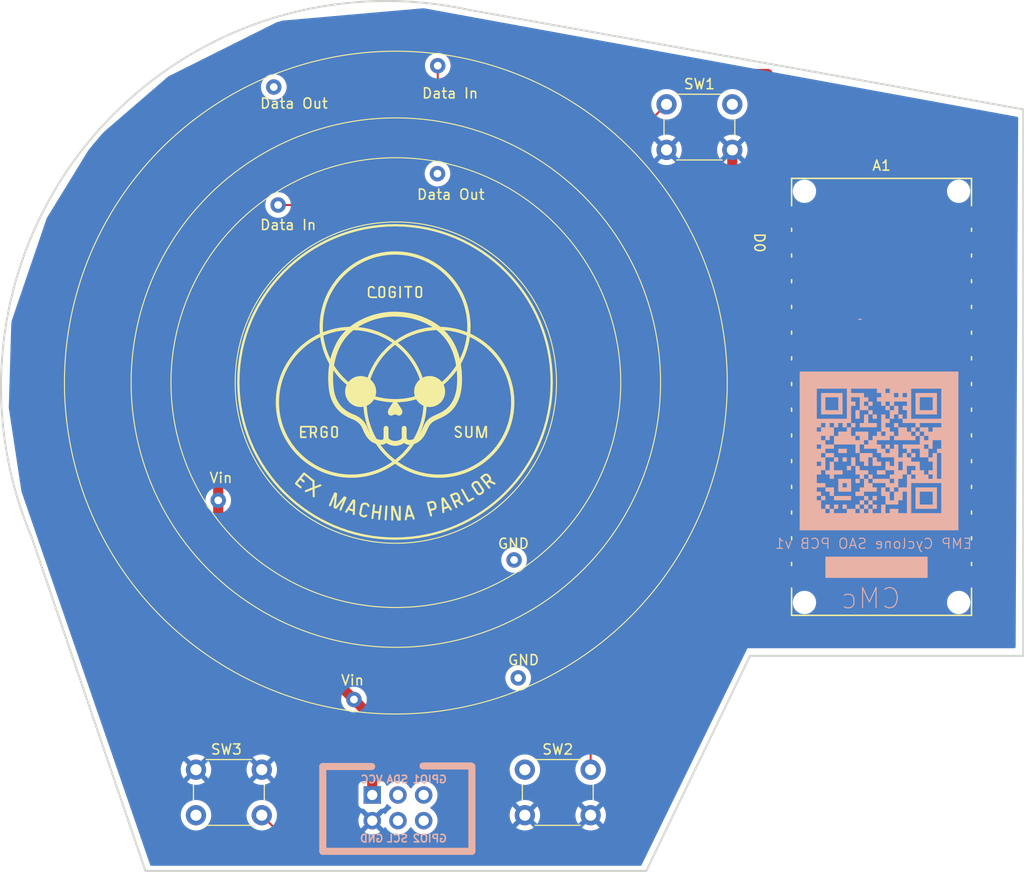
<source format=kicad_pcb>
(kicad_pcb (version 20240108) (generator "pcbnew") (generator_version "8.0")
  (layers (0 "F.Cu" signal) (31 "B.Cu" signal) (34 "B.Paste" user) (35 "F.Paste" user) (36 "B.SilkS" user "B.Silkscreen") (37 "F.SilkS" user "F.Silkscreen") (38 "B.Mask" user) (39 "F.Mask" user) (44 "Edge.Cuts" user))
  (net 0 "")
  (net 1 "GND")
  (net 2 "Net-(A1-D2)")
  (net 3 "Net-(A1-D9)")
  (net 4 "Net-(A1-D10)")
  (footprint "neopixelrings-2:Simple_Addon_v2-SAO-2x3" (layer "F.Cu") (at 100.15 142)
    (property "Reference" "REF**" (hide yes))
    (property "Value" "Simple_Addon_v2-SAO-2x3" (hide yes))
  )
  (footprint "neopixelrings-2:Neopixel_Ring_16" (layer "F.Cu") (at 100 100)
    (property "Reference" "U1" (hide yes))
    (property "Value" "~" (hide yes))
  )
  (footprint "Button_Switch_THT:SW_PUSH_6mm" (layer "F.Cu") (at 126.75 72.5)
    (property "Reference" "SW1")
    (property "Value" "SW_Push" (hide yes))
  )
  (footprint "PCM_arduino-library:Arduino_Nano_Every_Tile" (layer "F.Cu") (at 148 123)
    (property "Reference" "A1")
    (property "Value" "Arduino_Nano_Every")
  )
  (footprint "neopixelrings-2:Neopixel_Ring_24" (layer "F.Cu") (at 100 100)
    (property "Reference" "U2" (hide yes))
    (property "Value" "~" (hide yes))
  )
  (footprint "Button_Switch_THT:SW_PUSH_6mm" (layer "F.Cu") (at 86.75 142.75 180)
    (property "Reference" "SW3")
    (property "Value" "SW_Push" (hide yes))
  )
  (footprint "Button_Switch_THT:SW_PUSH_6mm" (layer "F.Cu") (at 112.75 138.25)
    (property "Reference" "SW2")
    (property "Value" "SW_Push" (hide yes))
  )
  (footprint "LOGO" (layer "B.Cu") (at 147.75 106.75 180)
    (property "Reference" "G***" (hide yes))
    (property "Value" "LOGO" (hide yes))
  )
  (gr_rect (start 142.5 117.25) (end 152.5 119.25) (stroke (width 0.1)) (fill solid) (layer "B.SilkS"))
  (gr_rect (start 145.75 93.75) (end 146 93.75) (stroke (width 0.1)) (fill none) (layer "B.SilkS"))
  (gr_poly (pts (xy 108.931004 108.989014) (xy 108.946951 108.989961) (xy 108.962771 108.991699) (xy 108.978464 108.99423) (xy 108.99403 108.997553) (xy 109.008835 109.001255) (xy 109.023173 109.005229) (xy 109.037045 109.009477) (xy 109.050447 109.014) (xy 109.063379 109.018799) (xy 109.075841 109.023875) (xy 109.08783 109.02923) (xy 109.099345 109.034865) (xy 109.110386 109.04078) (xy 109.120951 109.046978) (xy 109.131039 109.053459) (xy 109.140648 109.060225) (xy 109.149778 109.067277) (xy 109.158426 109.074616) (xy 109.166593 109.082243) (xy 109.174277 109.090159) (xy 109.182079 109.096979) (xy 109.18445 109.098994) (xy 109.185269 109.099653) (xy 109.185851 109.100079) (xy 109.190814 109.106693) (xy 109.217175 109.139489) (xy 109.248536 109.17961) (xy 109.284936 109.227094) (xy 109.326412 109.28198) (xy 109.329066 109.283628) (xy 109.331444 109.285159) (xy 109.333541 109.286573) (xy 109.335352 109.287872) (xy 109.336873 109.289054) (xy 109.337522 109.289601) (xy 109.338098 109.29012) (xy 109.338598 109.290609) (xy 109.339022 109.291069) (xy 109.33937 109.2915) (xy 109.339642 109.291902) (xy 109.346256 109.298517) (xy 109.354726 109.311559) (xy 109.362774 109.32495) (xy 109.370405 109.338689) (xy 109.377624 109.352778) (xy 109.384436 109.367215) (xy 109.390846 109.382001) (xy 109.396859 109.397136) (xy 109.402479 109.412619) (xy 109.404644 109.42009) (xy 109.406645 109.427617) (xy 109.408481 109.4352) (xy 109.410153 109.442837) (xy 109.41166 109.450528) (xy 109.413002 109.458271) (xy 109.414179 109.466064) (xy 109.415192 109.473907) (xy 109.41604 109.481799) (xy 109.416723 109.489738) (xy 109.417241 109.497723) (xy 109.417595 109.505753) (xy 109.417784 109.513826) (xy 109.417809 109.521942) (xy 109.417363 109.538296) (xy 109.416781 109.547015) (xy 109.415961 109.555802) (xy 109.414899 109.564646) (xy 109.41359 109.573539) (xy 109.412029 109.582471) (xy 109.410211 109.591432) (xy 109.408132 109.600413) (xy 109.405786 109.609403) (xy 109.403171 109.618512) (xy 109.400289 109.627548) (xy 109.397146 109.636516) (xy 109.393746 109.645421) (xy 109.390094 109.654268) (xy 109.386195 109.663062) (xy 109.382054 109.671807) (xy 109.377675 109.680509) (xy 109.548259 109.763657) (xy 109.786126 109.8806) (xy 109.797184 109.88737) (xy 109.807623 109.89383) (xy 109.809226 109.894692) (xy 109.810781 109.895575) (xy 109.812288 109.896478) (xy 109.813746 109.897402) (xy 109.815156 109.898348) (xy 109.816517 109.899316) (xy 109.81783 109.900308) (xy 109.819095 109.901323) (xy 109.820311 109.902362) (xy 109.821478 109.903426) (xy 109.822598 109.904516) (xy 109.823668 109.905631) (xy 109.82469 109.906774) (xy 109.825664 109.907943) (xy 109.82659 109.90914) (xy 109.827467 109.910366) (xy 109.828688 109.911607) (xy 109.82987 109.912847) (xy 109.831013 109.914087) (xy 109.832117 109.915327) (xy 109.833183 109.916568) (xy 109.83421 109.917808) (xy 109.835198 109.919048) (xy 109.836148 109.920288) (xy 109.837059 109.921529) (xy 109.837931 109.922769) (xy 109.838764 109.924009) (xy 109.839558 109.925249) (xy 109.840314 109.92649) (xy 109.841031 109.92773) (xy 109.841709 109.92897) (xy 109.842349 109.93021) (xy 109.843162 109.933175) (xy 109.844048 109.936179) (xy 109.845002 109.939221) (xy 109.846019 109.942302) (xy 109.847094 109.945422) (xy 109.848222 109.948581) (xy 109.850618 109.955014) (xy 109.851209 109.956497) (xy 109.851744 109.957999) (xy 109.852222 109.959523) (xy 109.852646 109.961067) (xy 109.853017 109.962633) (xy 109.853336 109.964222) (xy 109.853604 109.965833) (xy 109.853822 109.967469) (xy 109.853992 109.969128) (xy 109.854114 109.970812) (xy 109.854191 109.972522) (xy 109.854222 109.974258) (xy 109.85421 109.97602) (xy 109.854156 109.97781) (xy 109.854061 109.979627) (xy 109.853925 109.981473) (xy 109.853906 109.982951) (xy 109.853848 109.984438) (xy 109.853751 109.985935) (xy 109.853615 109.987442) (xy 109.853441 109.988958) (xy 109.853227 109.990484) (xy 109.852975 109.99202) (xy 109.852685 109.993565) (xy 109.852355 109.99512) (xy 109.851987 109.996685) (xy 109.85158 109.998259) (xy 109.851134 109.999843) (xy 109.850649 110.001437) (xy 109.850126 110.003041) (xy 109.849564 110.004654) (xy 109.848963 110.006277) (xy 109.848707 110.007958) (xy 109.848402 110.009592) (xy 109.848049 110.011178) (xy 109.847647 110.012718) (xy 109.847196 110.014211) (xy 109.846697 110.015659) (xy 109.84615 110.017063) (xy 109.845554 110.018422) (xy 109.84491 110.019737) (xy 109.844217 110.02101) (xy 109.843475 110.02224) (xy 109.842686 110.023428) (xy 109.841847 110.024576) (xy 109.84096 110.025682) (xy 109.840025 110.026749) (xy 109.839041 110.027776) (xy 109.838547 110.029249) (xy 109.837995 110.030721) (xy 109.837385 110.032191) (xy 109.836717 110.03366) (xy 109.83599 110.035127) (xy 109.835205 110.03659) (xy 109.834362 110.03805) (xy 109.833461 110.039506) (xy 109.832502 110.040957) (xy 109.831484 110.042402) (xy 109.830409 110.043842) (xy 109.829275 110.045274) (xy 109.828083 110.0467) (xy 109.826833 110.048118) (xy 109.825525 110.049527) (xy 109.824159 110.050927) (xy 109.819282 110.05433) (xy 109.8146 110.057696) (xy 109.810149 110.060984) (xy 109.80597 110.064157) (xy 109.804487 110.065217) (xy 109.802985 110.06623) (xy 109.801462 110.067196) (xy 109.799917 110.068115) (xy 109.798351 110.068989) (xy 109.796763 110.069817) (xy 109.795151 110.0706) (xy 109.793516 110.071339) (xy 109.791856 110.072034) (xy 109.790172 110.072686) (xy 109.788462 110.073296) (xy 109.786727 110.073864) (xy 109.784964 110.074391) (xy 109.783175 110.074878) (xy 109.781357 110.075324) (xy 109.779511 110.075731) (xy 109.778411 110.076327) (xy 109.777282 110.076874) (xy 109.776122 110.077371) (xy 109.774931 110.077818) (xy 109.773709 110.078214) (xy 109.772455 110.078558) (xy 109.771168 110.078851) (xy 109.769848 110.07909) (xy 109.768493 110.079277) (xy 109.767105 110.079409) (xy 109.765681 110.079487) (xy 109.764221 110.07951) (xy 109.762725 110.079477) (xy 109.761192 110.079388) (xy 109.759621 110.079242) (xy 109.758012 110.079038) (xy 109.754621 110.079018) (xy 109.751263 110.078954) (xy 109.747934 110.078842) (xy 109.74463 110.078676) (xy 109.741344 110.078452) (xy 109.738074 110.078166) (xy 109.734812 110.077811) (xy 109.731556 110.077384) (xy 109.729461 110.077364) (xy 109.727512 110.0773) (xy 109.725698 110.077188) (xy 109.724011 110.077023) (xy 109.72244 110.076799) (xy 109.721695 110.076664) (xy 109.720975 110.076513) (xy 109.72028 110.076344) (xy 109.719607 110.076158) (xy 109.718957 110.075954) (xy 109.718327 110.075731) (xy 109.717692 110.07512) (xy 109.717029 110.074528) (xy 109.716338 110.073952) (xy 109.71562 110.073393) (xy 109.714875 110.072847) (xy 109.714104 110.072315) (xy 109.713308 110.071795) (xy 109.712487 110.071287) (xy 109.711642 110.070787) (xy 109.710773 110.070296) (xy 109.709881 110.069813) (xy 109.708966 110.069335) (xy 109.707073 110.068394) (xy 109.705097 110.067462) (xy 109.616408 110.025126) (xy 109.507797 109.972481) (xy 109.230502 109.835952) (xy 109.045293 109.983128) (xy 109.313183 110.318817) (xy 109.32972 110.338661) (xy 109.331211 110.341606) (xy 109.332581 110.344545) (xy 109.333825 110.347475) (xy 109.334938 110.350391) (xy 109.335916 110.353287) (xy 109.336352 110.354727) (xy 109.336753 110.35616) (xy 109.337117 110.357585) (xy 109.337445 110.359003) (xy 109.337735 110.360412) (xy 109.337987 110.361813) (xy 109.338593 110.363295) (xy 109.33917 110.364797) (xy 109.340241 110.367864) (xy 109.341206 110.371019) (xy 109.342069 110.374265) (xy 109.342835 110.377609) (xy 109.34351 110.381054) (xy 109.344097 110.384606) (xy 109.344602 110.388269) (xy 109.344544 110.391662) (xy 109.344375 110.39502) (xy 109.3441 110.398349) (xy 109.343723 110.401654) (xy 109.343249 110.404939) (xy 109.342683 110.40821) (xy 109.34203 110.411472) (xy 109.341294 110.414728) (xy 109.341037 110.416191) (xy 109.340732 110.417636) (xy 109.340378 110.419062) (xy 109.339976 110.420471) (xy 109.339526 110.421863) (xy 109.339027 110.423238) (xy 109.338479 110.424598) (xy 109.337883 110.425943) (xy 109.337239 110.427273) (xy 109.336546 110.428589) (xy 109.335805 110.429892) (xy 109.335015 110.431182) (xy 109.334177 110.43246) (xy 109.333291 110.433726) (xy 109.332356 110.434982) (xy 109.331372 110.436227) (xy 109.330733 110.437908) (xy 109.330054 110.439541) (xy 109.329337 110.441127) (xy 109.328582 110.442666) (xy 109.327787 110.44416) (xy 109.326954 110.445608) (xy 109.326082 110.447011) (xy 109.325171 110.44837) (xy 109.324222 110.449685) (xy 109.323234 110.450958) (xy 109.322207 110.452188) (xy 109.321141 110.453376) (xy 109.320037 110.454523) (xy 109.318893 110.45563) (xy 109.317711 110.456696) (xy 109.31649 110.457723) (xy 109.31601 110.458576) (xy 109.315501 110.459428) (xy 109.314961 110.460279) (xy 109.314391 110.461128) (xy 109.313789 110.461974) (xy 109.313155 110.462818) (xy 109.312488 110.463658) (xy 109.311788 110.464493) (xy 109.311054 110.465324) (xy 109.310285 110.46615) (xy 109.309482 110.466969) (xy 109.308643 110.467781) (xy 109.307767 110.468587) (xy 109.306854 110.469384) (xy 109.305904 110.470173) (xy 109.304916 110.470953) (xy 109.303042 110.471877) (xy 109.302081 110.472327) (xy 109.301091 110.472762) (xy 109.300062 110.473178) (xy 109.29953 110.473377) (xy 109.298985 110.473569) (xy 109.298425 110.473754) (xy 109.297849 110.473932) (xy 109.297257 110.4741) (xy 109.296646 110.47426) (xy 109.295546 110.475321) (xy 109.294417 110.476334) (xy 109.293257 110.4773) (xy 109.292066 110.478219) (xy 109.290844 110.479092) (xy 109.28959 110.47992) (xy 109.288303 110.480703) (xy 109.286983 110.481442) (xy 109.285629 110.482137) (xy 109.28424 110.48279) (xy 109.282816 110.4834) (xy 109.281357 110.483968) (xy 109.279861 110.484495) (xy 109.278328 110.484981) (xy 109.276758 110.485428) (xy 109.27515 110.485835) (xy 109.273667 110.486435) (xy 109.272164 110.486997) (xy 109.270641 110.487521) (xy 109.269097 110.488005) (xy 109.267531 110.488451) (xy 109.265942 110.488858) (xy 109.26433 110.489226) (xy 109.262695 110.489556) (xy 109.261036 110.489847) (xy 109.259352 110.490099) (xy 109.257642 110.490312) (xy 109.255906 110.490487) (xy 109.254144 110.490622) (xy 109.252354 110.490719) (xy 109.250537 110.490777) (xy 109.248691 110.490797) (xy 109.245746 110.491204) (xy 109.242806 110.491495) (xy 109.239876 110.491669) (xy 109.23696 110.491727) (xy 109.234063 110.491669) (xy 109.231191 110.491495) (xy 109.228348 110.491204) (xy 109.225539 110.490797) (xy 109.223703 110.490612) (xy 109.221916 110.49037) (xy 109.220179 110.490069) (xy 109.218492 110.489711) (xy 109.216856 110.489294) (xy 109.215271 110.488819) (xy 109.213738 110.488286) (xy 109.212258 110.487695) (xy 109.210832 110.487046) (xy 109.209459 110.486339) (xy 109.208141 110.485573) (xy 109.206877 110.48475) (xy 109.20567 110.483868) (xy 109.204519 110.482928) (xy 109.203425 110.481931) (xy 109.202388 110.480875) (xy 109.200547 110.480468) (xy 109.198745 110.480021) (xy 109.196981 110.479535) (xy 109.195257 110.479008) (xy 109.193571 110.47844) (xy 109.191924 110.47783) (xy 109.190315 110.477177) (xy 109.188746 110.476482) (xy 109.187215 110.475743) (xy 109.185723 110.47496) (xy 109.18427 110.474132) (xy 109.182855 110.473258) (xy 109.181479 110.472339) (xy 109.180142 110.471373) (xy 109.178844 110.470359) (xy 109.177584 110.469298) (xy 109.167662 110.462683) (xy 109.161047 110.454416) (xy 108.35076 109.44073) (xy 108.349249 109.437901) (xy 108.347815 109.434995) (xy 108.346458 109.432011) (xy 108.34518 109.428949) (xy 108.343978 109.42581) (xy 108.342855 109.422593) (xy 108.341809 109.419299) (xy 108.34084 109.415927) (xy 108.340314 109.410964) (xy 108.583924 109.410964) (xy 108.750944 109.617672) (xy 108.914654 109.822723) (xy 109.169315 109.619325) (xy 109.171916 109.617062) (xy 109.17445 109.614771) (xy 109.176914 109.61245) (xy 109.179308 109.6101) (xy 109.181633 109.607722) (xy 109.183886 109.605314) (xy 109.186068 109.602877) (xy 109.188177 109.600411) (xy 109.190214 109.597916) (xy 109.192178 109.595392) (xy 109.194068 109.592839) (xy 109.195883 109.590256) (xy 109.197624 109.587645) (xy 109.199288 109.585005) (xy 109.200877 109.582335) (xy 109.202388 109.579637) (xy 109.204327 109.574249) (xy 109.206115 109.56863) (xy 109.207759 109.562777) (xy 109.209261 109.556693) (xy 109.210629 109.550375) (xy 109.211865 109.543826) (xy 109.212976 109.537043) (xy 109.213965 109.530029) (xy 109.21381 109.522315) (xy 109.213345 109.51468) (xy 109.21257 109.507122) (xy 109.211484 109.499642) (xy 109.210089 109.49224) (xy 109.208384 109.484915) (xy 109.206368 109.477667) (xy 109.204043 109.470497) (xy 109.202929 109.466815) (xy 109.201756 109.46321) (xy 109.200525 109.459683) (xy 109.199237 109.456234) (xy 109.19789 109.452862) (xy 109.196485 109.449567) (xy 109.195022 109.44635) (xy 109.193501 109.443211) (xy 109.191921 109.440149) (xy 109.190284 109.437165) (xy 109.188588 109.434258) (xy 109.186834 109.431429) (xy 109.185022 109.428677) (xy 109.183152 109.426002) (xy 109.181223 109.423406) (xy 109.179237 109.420886) (xy 109.037023 109.243947) (xy 109.033239 109.240265) (xy 109.029329 109.236661) (xy 109.025292 109.233134) (xy 109.021126 109.229684) (xy 109.016833 109.226312) (xy 109.01241 109.223018) (xy 109.007858 109.219801) (xy 109.003176 109.216661) (xy 108.998363 109.2136) (xy 108.993418 109.210615) (xy 108.988342 109.207708) (xy 108.983132 109.204879) (xy 108.97779 109.202127) (xy 108.972314 109.199453) (xy 108.966703 109.196856) (xy 108.960957 109.194337) (xy 108.955041 109.19269) (xy 108.948768 109.191469) (xy 108.942138 109.190674) (xy 108.935151 109.190306) (xy 108.927808 109.190364) (xy 108.920109 109.190849) (xy 108.912055 109.19176) (xy 108.903648 109.193097) (xy 108.894886 109.194861) (xy 108.885771 109.197051) (xy 108.876304 109.199667) (xy 108.866485 109.20271) (xy 108.856315 109.206178) (xy 108.845794 109.210074) (xy 108.834923 109.214395) (xy 108.823703 109.219143) (xy 108.583924 109.410964) (xy 108.340314 109.410964) (xy 108.340232 109.410191) (xy 108.339953 109.407206) (xy 108.339702 109.404144) (xy 108.339491 109.401005) (xy 108.339327 109.397788) (xy 108.339223 109.394494) (xy 108.339185 109.391123) (xy 108.340193 109.385244) (xy 108.341356 109.378823) (xy 108.342673 109.371937) (xy 108.344145 109.364664) (xy 108.345114 109.362163) (xy 108.346161 109.359619) (xy 108.347285 109.357026) (xy 108.348487 109.35438) (xy 108.349766 109.351675) (xy 108.351122 109.348908) (xy 108.352556 109.346073) (xy 108.354067 109.343165) (xy 108.354687 109.342521) (xy 108.355308 109.341827) (xy 108.355928 109.341084) (xy 108.356548 109.340291) (xy 108.357168 109.339446) (xy 108.357788 109.33855) (xy 108.358408 109.337603) (xy 108.359028 109.336602) (xy 108.359648 109.335548) (xy 108.360269 109.334441) (xy 108.360889 109.333278) (xy 108.361509 109.332061) (xy 108.362129 109.330788) (xy 108.362749 109.329459) (xy 108.363369 109.328072) (xy 108.363989 109.326628) (xy 108.365986 109.325466) (xy 108.367639 109.324458) (xy 108.368953 109.323606) (xy 108.369484 109.323237) (xy 108.369933 109.322908) (xy 108.370298 109.322618) (xy 108.370583 109.322366) (xy 108.370748 109.322192) (xy 108.370761 109.322185) (xy 108.370971 109.322074) (xy 108.371176 109.321973) (xy 108.371375 109.321885) (xy 108.371568 109.32181) (xy 108.371753 109.32175) (xy 108.37193 109.321706) (xy 108.372099 109.321678) (xy 108.372259 109.321668) (xy 108.377219 109.316709) (xy 108.706296 109.052123) (xy 108.710779 109.04848) (xy 108.714254 109.045612) (xy 108.715589 109.044469) (xy 108.716644 109.043519) (xy 108.717407 109.042764) (xy 108.717677 109.042458) (xy 108.71787 109.042201) (xy 108.71997 109.041511) (xy 108.721206 109.041119) (xy 108.722573 109.040703) (xy 108.724075 109.040268) (xy 108.725718 109.039818) (xy 108.727506 109.039358) (xy 108.729445 109.038894) (xy 108.746973 109.030445) (xy 108.764367 109.022773) (xy 108.781625 109.015878) (xy 108.79875 109.009761) (xy 108.815742 109.004425) (xy 108.832601 108.99987) (xy 108.849328 108.996098) (xy 108.865923 108.993109) (xy 108.882388 108.990905) (xy 108.898723 108.989487) (xy 108.914928 108.988856)) (stroke (width -0.000001)) (fill solid) (layer "F.SilkS"))
  (gr_poly (pts (xy 103.414326 99.353313) (xy 103.492645 99.359281) (xy 103.56976 99.369011) (xy 103.645579 99.382412) (xy 103.72001 99.399394) (xy 103.79296 99.419864) (xy 103.864338 99.443731) (xy 103.934051 99.470903) (xy 104.002007 99.501289) (xy 104.068114 99.534797) (xy 104.132281 99.571336) (xy 104.194414 99.610815) (xy 104.254421 99.653141) (xy 104.312212 99.698223) (xy 104.367692 99.74597) (xy 104.420772 99.79629) (xy 104.471357 99.849092) (xy 104.519356 99.904284) (xy 104.564678 99.961775) (xy 104.607229 100.021473) (xy 104.646918 100.083286) (xy 104.683652 100.147124) (xy 104.71734 100.212894) (xy 104.74789 100.280505) (xy 104.775208 100.349865) (xy 104.799204 100.420884) (xy 104.819785 100.493469) (xy 104.836858 100.567529) (xy 104.850332 100.642973) (xy 104.860115 100.719708) (xy 104.866114 100.797644) (xy 104.868238 100.876689) (xy 104.866417 100.95697) (xy 104.860703 101.036061) (xy 104.851188 101.11387) (xy 104.83796 101.190308) (xy 104.821111 101.265286) (xy 104.800729 101.338715) (xy 104.776906 101.410505) (xy 104.749731 101.480567) (xy 104.719294 101.54881) (xy 104.685686 101.615146) (xy 104.648996 101.679485) (xy 104.609314 101.741738) (xy 104.566732 101.801815) (xy 104.521338 101.859626) (xy 104.473223 101.915083) (xy 104.422477 101.968095) (xy 104.36919 102.018574) (xy 104.313451 102.066429) (xy 104.255352 102.111572) (xy 104.194983 102.153913) (xy 104.132432 102.193362) (xy 104.067791 102.229829) (xy 104.001149 102.263227) (xy 103.932597 102.293464) (xy 103.862225 102.320451) (xy 103.790122 102.3441) (xy 103.716379 102.36432) (xy 103.641086 102.381022) (xy 103.564332 102.394116) (xy 103.486209 102.403514) (xy 103.406806 102.409125) (xy 103.326213 102.410861) (xy 103.248571 102.408646) (xy 103.1719 102.402532) (xy 103.096298 102.392615) (xy 103.021862 102.378994) (xy 102.94869 102.361765) (xy 102.876879 102.341026) (xy 102.806526 102.316875) (xy 102.737728 102.289408) (xy 102.670583 102.258722) (xy 102.605188 102.224917) (xy 102.54164 102.188087) (xy 102.480036 102.148332) (xy 102.420475 102.105748) (xy 102.363052 102.060433) (xy 102.307865 102.012484) (xy 102.255012 101.961998) (xy 102.20459 101.909073) (xy 102.156696 101.853806) (xy 102.111427 101.796294) (xy 102.068881 101.736636) (xy 102.029155 101.674927) (xy 101.992346 101.611266) (xy 101.958551 101.545749) (xy 101.927868 101.478475) (xy 101.900394 101.40954) (xy 101.876226 101.339042) (xy 101.855462 101.267078) (xy 101.838199 101.193746) (xy 101.824534 101.119143) (xy 101.814564 101.043366) (xy 101.808386 100.966512) (xy 101.806099 100.88868) (xy 101.807781 100.810392) (xy 101.813458 100.733031) (xy 101.823026 100.656699) (xy 101.836384 100.581497) (xy 101.853431 100.507529) (xy 101.874063 100.434897) (xy 101.89818 100.363704) (xy 101.925678 100.294052) (xy 101.956456 100.226043) (xy 101.990412 100.15978) (xy 102.027444 100.095366) (xy 102.067449 100.032903) (xy 102.110326 99.972493) (xy 102.155973 99.91424) (xy 102.204287 99.858245) (xy 102.255167 99.804611) (xy 102.30851 99.75344) (xy 102.364215 99.704836) (xy 102.422179 99.6589) (xy 102.482301 99.615735) (xy 102.544478 99.575443) (xy 102.608608 99.538128) (xy 102.67459 99.503891) (xy 102.742321 99.472835) (xy 102.811699 99.445062) (xy 102.882622 99.420676) (xy 102.954988 99.399777) (xy 103.028696 99.38247) (xy 103.103642 99.368856) (xy 103.179725 99.359038) (xy 103.256843 99.353119) (xy 103.334895 99.3512)) (stroke (width -0.000001)) (fill solid) (layer "F.SilkS"))
  (gr_poly (pts (xy 102.283486 90.440927) (xy 102.302173 90.441962) (xy 102.320404 90.443676) (xy 102.338185 90.446058) (xy 102.355521 90.449099) (xy 102.372415 90.452789) (xy 102.388873 90.457118) (xy 102.4049 90.462078) (xy 102.412651 90.464616) (xy 102.420249 90.467271) (xy 102.427692 90.470042) (xy 102.434982 90.47293) (xy 102.44212 90.475933) (xy 102.449105 90.479053) (xy 102.455939 90.482289) (xy 102.462623 90.485642) (xy 102.469156 90.489111) (xy 102.475539 90.492696) (xy 102.481774 90.496397) (xy 102.48786 90.500214) (xy 102.493798 90.504148) (xy 102.499589 90.508198) (xy 102.505234 90.512365) (xy 102.510732 90.516648) (xy 102.516241 90.521017) (xy 102.521605 90.525444) (xy 102.526825 90.529926) (xy 102.531901 90.534463) (xy 102.536834 90.539053) (xy 102.541625 90.543696) (xy 102.546274 90.548389) (xy 102.550782 90.553131) (xy 102.55515 90.557922) (xy 102.559378 90.562761) (xy 102.563466 90.567645) (xy 102.567416 90.572575) (xy 102.571227 90.577547) (xy 102.574901 90.582563) (xy 102.578438 90.587619) (xy 102.581839 90.592715) (xy 102.584998 90.597952) (xy 102.587961 90.603277) (xy 102.590728 90.608688) (xy 102.593298 90.614187) (xy 102.59567 90.619773) (xy 102.597841 90.625446) (xy 102.599811 90.631206) (xy 102.60158 90.637054) (xy 102.603144 90.642989) (xy 102.604504 90.649011) (xy 102.605658 90.65512) (xy 102.606605 90.661316) (xy 102.607344 90.6676) (xy 102.607873 90.67397) (xy 102.608191 90.680428) (xy 102.608298 90.686973) (xy 102.608298 91.381505) (xy 102.608191 91.388762) (xy 102.607873 91.395961) (xy 102.607344 91.403103) (xy 102.606605 91.410185) (xy 102.605658 91.41721) (xy 102.604504 91.424177) (xy 102.603144 91.431085) (xy 102.60158 91.437935) (xy 102.599811 91.444728) (xy 102.597841 91.451462) (xy 102.59567 91.458138) (xy 102.593298 91.464755) (xy 102.590728 91.471315) (xy 102.587961 91.477816) (xy 102.584998 91.48426) (xy 102.581839 91.490645) (xy 102.578206 91.497243) (xy 102.574437 91.503706) (xy 102.570532 91.510033) (xy 102.566492 91.516225) (xy 102.562316 91.522281) (xy 102.558004 91.528201) (xy 102.553556 91.533986) (xy 102.548973 91.539634) (xy 102.544255 91.545148) (xy 102.5394 91.550525) (xy 102.53441 91.555767) (xy 102.529284 91.560874) (xy 102.524023 91.565844) (xy 102.518626 91.570679) (xy 102.513093 91.575379) (xy 102.507425 91.579942) (xy 102.501554 91.58422) (xy 102.495567 91.588371) (xy 102.489464 91.592395) (xy 102.483248 91.596291) (xy 102.476917 91.600059) (xy 102.470474 91.603698) (xy 102.463917 91.607207) (xy 102.457249 91.610586) (xy 102.450469 91.613834) (xy 102.443578 91.616951) (xy 102.436577 91.619936) (xy 102.429466 91.622788) (xy 102.422247 91.625507) (xy 102.414919 91.628092) (xy 102.407483 91.630543) (xy 102.39994 91.632858) (xy 102.384437 91.637201) (xy 102.36863 91.640933) (xy 102.352522 91.644065) (xy 102.336118 91.646605) (xy 102.319424 91.648564) (xy 102.302444 91.649951) (xy 102.285183 91.650776) (xy 102.267646 91.651049) (xy 102.253947 91.650874) (xy 102.240136 91.650345) (xy 102.226218 91.649457) (xy 102.212198 91.648207) (xy 102.198082 91.646588) (xy 102.183873 91.644596) (xy 102.169577 91.642226) (xy 102.155199 91.639473) (xy 102.147942 91.637773) (xy 102.140743 91.635927) (xy 102.133602 91.633936) (xy 102.126519 91.631799) (xy 102.119494 91.629517) (xy 102.112528 91.62709) (xy 102.105619 91.624518) (xy 102.098769 91.6218) (xy 102.091977 91.618937) (xy 102.085242 91.615928) (xy 102.078567 91.612774) (xy 102.071949 91.609475) (xy 102.065389 91.606031) (xy 102.058887 91.602441) (xy 102.052444 91.598706) (xy 102.046059 91.594825) (xy 102.039683 91.590998) (xy 102.033424 91.586956) (xy 102.027283 91.582698) (xy 102.02126 91.578224) (xy 102.015356 91.573532) (xy 102.009571 91.56862) (xy 102.003906 91.563488) (xy 101.998361 91.558135) (xy 101.992937 91.552558) (xy 101.987636 91.546758) (xy 101.982456 91.540732) (xy 101.9774 91.53448) (xy 101.972467 91.528) (xy 101.967658 91.521291) (xy 101.962974 91.514352) (xy 101.958415 91.507182) (xy 101.95421 91.500297) (xy 101.950276 91.493286) (xy 101.946614 91.486148) (xy 101.943222 91.478882) (xy 101.940102 91.471488) (xy 101.937254 91.463965) (xy 101.934677 91.456312) (xy 101.932371 91.448529) (xy 101.930336 91.440615) (xy 101.928572 91.43257) (xy 101.92708 91.424393) (xy 101.92586 91.416083) (xy 101.92491 91.40764) (xy 101.924232 91.399063) (xy 101.923825 91.390351) (xy 101.923689 91.381505) (xy 101.923689 90.686973) (xy 102.090707 90.686973) (xy 102.090707 91.381505) (xy 102.090745 91.385013) (xy 102.090862 91.388405) (xy 102.091056 91.391684) (xy 102.091327 91.39485) (xy 102.091676 91.397905) (xy 102.092102 91.400849) (xy 102.092606 91.403685) (xy 102.093187 91.406413) (xy 102.093846 91.409034) (xy 102.094583 91.41155) (xy 102.095396 91.413961) (xy 102.096288 91.41627) (xy 102.097257 91.418477) (xy 102.098303 91.420583) (xy 102.099427 91.42259) (xy 102.100629 91.424499) (xy 102.101918 91.426205) (xy 102.103305 91.427911) (xy 102.104791 91.429621) (xy 102.106378 91.431333) (xy 102.108066 91.433051) (xy 102.109858 91.434775) (xy 102.111753 91.436506) (xy 102.113755 91.438245) (xy 102.115862 91.439994) (xy 102.118078 91.441755) (xy 102.120402 91.443527) (xy 102.122837 91.445312) (xy 102.125383 91.447112) (xy 102.128042 91.448928) (xy 102.130814 91.450761) (xy 102.133702 91.452612) (xy 102.136628 91.454448) (xy 102.139672 91.456234) (xy 102.142832 91.457972) (xy 102.146111 91.459659) (xy 102.149508 91.461295) (xy 102.153025 91.462879) (xy 102.156661 91.464412) (xy 102.160418 91.465892) (xy 102.164297 91.467319) (xy 102.168297 91.468691) (xy 102.172419 91.47001) (xy 102.176664 91.471273) (xy 102.181033 91.47248) (xy 102.185526 91.473631) (xy 102.190144 91.474725) (xy 102.194887 91.475762) (xy 102.203897 91.477779) (xy 102.212941 91.479496) (xy 102.222015 91.480922) (xy 102.231112 91.482067) (xy 102.240229 91.48294) (xy 102.24936 91.483552) (xy 102.258501 91.483912) (xy 102.267646 91.48403) (xy 102.279816 91.483855) (xy 102.291521 91.483326) (xy 102.302761 91.482439) (xy 102.313536 91.481188) (xy 102.323845 91.479569) (xy 102.33369 91.477577) (xy 102.343069 91.475207) (xy 102.347584 91.473879) (xy 102.351982 91.472455) (xy 102.360394 91.469897) (xy 102.368273 91.467184) (xy 102.372016 91.465769) (xy 102.375629 91.464316) (xy 102.379114 91.462824) (xy 102.382472 91.461293) (xy 102.385703 91.459723) (xy 102.38881 91.458115) (xy 102.391793 91.456468) (xy 102.394654 91.454782) (xy 102.397394 91.453057) (xy 102.400014 91.451294) (xy 102.402516 91.449492) (xy 102.4049 91.447651) (xy 102.407332 91.445785) (xy 102.409669 91.44391) (xy 102.411911 91.442023) (xy 102.41406 91.440125) (xy 102.416116 91.438215) (xy 102.418082 91.436292) (xy 102.419959 91.434356) (xy 102.421747 91.432406) (xy 102.423447 91.430441) (xy 102.425062 91.428462) (xy 102.426592 91.426466) (xy 102.428038 91.424454) (xy 102.429402 91.422425) (xy 102.430684 91.420379) (xy 102.431887 91.418314) (xy 102.433011 91.416231) (xy 102.433767 91.414351) (xy 102.434483 91.412433) (xy 102.435157 91.410475) (xy 102.435789 91.408479) (xy 102.436378 91.406445) (xy 102.436921 91.404371) (xy 102.437419 91.402259) (xy 102.437869 91.400108) (xy 102.438271 91.397918) (xy 102.438623 91.39569) (xy 102.438925 91.393422) (xy 102.439174 91.391116) (xy 102.43937 91.388772) (xy 102.439511 91.386388) (xy 102.439597 91.383966) (xy 102.439626 91.381505) (xy 102.439626 90.686973) (xy 102.439606 90.688117) (xy 102.439548 90.689066) (xy 102.439505 90.689468) (xy 102.439451 90.689822) (xy 102.439388 90.690127) (xy 102.439316 90.690384) (xy 102.439233 90.690592) (xy 102.439141 90.690752) (xy 102.43904 90.690864) (xy 102.438928 90.690927) (xy 102.438807 90.690941) (xy 102.438677 90.690907) (xy 102.438536 90.690825) (xy 102.438386 90.690694) (xy 102.438226 90.690515) (xy 102.438057 90.690287) (xy 102.437877 90.690011) (xy 102.437689 90.689686) (xy 102.43749 90.689313) (xy 102.437282 90.688892) (xy 102.436836 90.687904) (xy 102.436352 90.686721) (xy 102.435828 90.685346) (xy 102.435266 90.683776) (xy 102.434666 90.682012) (xy 102.433764 90.679992) (xy 102.432766 90.677963) (xy 102.431669 90.675926) (xy 102.430473 90.67388) (xy 102.429178 90.671827) (xy 102.427784 90.669768) (xy 102.426288 90.667702) (xy 102.424692 90.665631) (xy 102.422994 90.663555) (xy 102.421193 90.661475) (xy 102.41929 90.659391) (xy 102.417283 90.657304) (xy 102.415172 90.655215) (xy 102.412956 90.653124) (xy 102.410634 90.651032) (xy 102.408207 90.648939) (xy 102.405436 90.646938) (xy 102.402549 90.644967) (xy 102.399547 90.643027) (xy 102.396431 90.641117) (xy 102.393201 90.639238) (xy 102.389858 90.637392) (xy 102.386402 90.635578) (xy 102.382834 90.633798) (xy 102.379154 90.632052) (xy 102.375364 90.63034) (xy 102.371464 90.628663) (xy 102.367454 90.627022) (xy 102.363335 90.625417) (xy 102.359107 90.62385) (xy 102.354772 90.62232) (xy 102.35033 90.620828) (xy 102.345921 90.619248) (xy 102.341378 90.617767) (xy 102.336702 90.616383) (xy 102.331894 90.615098) (xy 102.326955 90.613912) (xy 102.321886 90.612827) (xy 102.316689 90.611842) (xy 102.311365 90.610957) (xy 102.305915 90.610175) (xy 102.30034 90.609495) (xy 102.294641 90.608918) (xy 102.288821 90.608445) (xy 102.282879 90.608075) (xy 102.276817 90.607811) (xy 102.270637 90.607652) (xy 102.264339 90.607598) (xy 102.252441 90.607753) (xy 102.24093 90.608218) (xy 102.229807 90.608994) (xy 102.219072 90.610079) (xy 102.208724 90.611474) (xy 102.198763 90.613179) (xy 102.18919 90.615195) (xy 102.180005 90.61752) (xy 102.171129 90.620058) (xy 102.16279 90.622707) (xy 102.154984 90.625463) (xy 102.147707 90.628321) (xy 102.140952 90.631275) (xy 102.134716 90.634322) (xy 102.128994 90.637455) (xy 102.12378 90.640672) (xy 102.121135 90.642513) (xy 102.118624 90.644315) (xy 102.116249 90.646078) (xy 102.114007 90.647803) (xy 102.111898 90.649488) (xy 102.109922 90.651136) (xy 102.108078 90.652744) (xy 102.106365 90.654314) (xy 102.104783 90.655844) (xy 102.103331 90.657337) (xy 102.102009 90.65879) (xy 102.100816 90.660205) (xy 102.099751 90.661581) (xy 102.098814 90.662918) (xy 102.098005 90.664216) (xy 102.097321 90.665476) (xy 102.096498 90.666939) (xy 102.095731 90.668383) (xy 102.095022 90.66981) (xy 102.094369 90.671218) (xy 102.093772 90.67261) (xy 102.09323 90.673986) (xy 102.092742 90.675345) (xy 102.092309 90.67669) (xy 102.091928 90.67802) (xy 102.0916 90.679336) (xy 102.091325 90.680638) (xy 102.091101 90.681928) (xy 102.090927 90.683206) (xy 102.090804 90.684473) (xy 102.090731 90.685728) (xy 102.090707 90.686973) (xy 101.923689 90.686973) (xy 101.923796 90.679803) (xy 101.924117 90.67271) (xy 101.924654 90.665693) (xy 101.925407 90.658751) (xy 101.926379 90.651885) (xy 101.927569 90.645093) (xy 101.928981 90.638376) (xy 101.930613 90.631731) (xy 101.932469 90.625159) (xy 101.934549 90.618659) (xy 101.936854 90.612231) (xy 101.939385 90.605873) (xy 101.942144 90.599586) (xy 101.945133 90.593368) (xy 101.948351 90.58722) (xy 101.951801 90.58114) (xy 101.955744 90.575011) (xy 101.959823 90.569027) (xy 101.964038 90.563188) (xy 101.968389 90.557491) (xy 101.972875 90.551938) (xy 101.977497 90.546527) (xy 101.982254 90.541258) (xy 101.987147 90.53613) (xy 101.992176 90.531142) (xy 101.997341 90.526294) (xy 102.002641 90.521586) (xy 102.008077 90.517016) (xy 102.013648 90.512584) (xy 102.019355 90.50829) (xy 102.025198 90.504132) (xy 102.031177 90.500111) (xy 102.036971 90.496666) (xy 102.04288 90.493309) (xy 102.055038 90.486856) (xy 102.067642 90.480752) (xy 102.080682 90.474996) (xy 102.094149 90.46959) (xy 102.108032 90.464532) (xy 102.122322 90.459823) (xy 102.13701 90.455463) (xy 102.15201 90.451975) (xy 102.167253 90.448952) (xy 102.182748 90.446394) (xy 102.198504 90.444301) (xy 102.214532 90.442673) (xy 102.23084 90.44151) (xy 102.247439 90.440812) (xy 102.264339 90.44058)) (stroke (width -0.000001)) (fill solid) (layer "F.SilkS"))
  (gr_poly (pts (xy 106.553059 110.502862) (xy 106.556331 110.502979) (xy 106.559592 110.503173) (xy 106.56285 110.503445) (xy 106.565834 110.503502) (xy 106.568901 110.503671) (xy 106.572055 110.503946) (xy 106.575302 110.504323) (xy 106.578645 110.504796) (xy 106.582091 110.505363) (xy 106.585643 110.506016) (xy 106.589306 110.506752) (xy 106.590769 110.507392) (xy 106.592214 110.50807) (xy 106.59364 110.508787) (xy 106.595049 110.509543) (xy 106.596441 110.510337) (xy 106.597816 110.51117) (xy 106.599176 110.512042) (xy 106.600521 110.512953) (xy 106.601851 110.513902) (xy 106.603167 110.514891) (xy 106.60447 110.515918) (xy 106.60576 110.516983) (xy 106.607038 110.518088) (xy 106.608304 110.519231) (xy 106.60956 110.520413) (xy 106.610805 110.521634) (xy 106.613265 110.523379) (xy 106.615682 110.525206) (xy 106.61805 110.527121) (xy 106.619214 110.528112) (xy 106.620365 110.529127) (xy 106.621501 110.530167) (xy 106.622621 110.531231) (xy 106.623726 110.53232) (xy 106.624815 110.533436) (xy 106.625887 110.534578) (xy 106.626941 110.535748) (xy 106.627977 110.536945) (xy 106.628994 110.538171) (xy 106.629609 110.538428) (xy 106.630214 110.538733) (xy 106.630808 110.539087) (xy 106.63139 110.539489) (xy 106.631961 110.539939) (xy 106.632518 110.540438) (xy 106.633063 110.540986) (xy 106.633593 110.541582) (xy 106.634109 110.542226) (xy 106.63461 110.542919) (xy 106.635095 110.54366) (xy 106.635564 110.54445) (xy 106.636016 110.545288) (xy 106.63645 110.546174) (xy 106.636866 110.547109) (xy 106.637264 110.548093) (xy 106.637879 110.548567) (xy 106.638484 110.549061) (xy 106.639078 110.549575) (xy 106.63966 110.550107) (xy 106.64023 110.550659) (xy 106.640788 110.551231) (xy 106.641332 110.551822) (xy 106.641862 110.552432) (xy 106.642378 110.553062) (xy 106.642879 110.553712) (xy 106.643364 110.55438) (xy 106.643832 110.555068) (xy 106.644284 110.555776) (xy 106.644718 110.556503) (xy 106.645134 110.557249) (xy 106.645531 110.558015) (xy 107.217694 111.578313) (xy 107.37055 111.493306) (xy 107.584802 111.373262) (xy 107.587611 111.371286) (xy 107.590453 111.369393) (xy 107.593325 111.367587) (xy 107.596221 111.365872) (xy 107.599137 111.364255) (xy 107.602067 111.362739) (xy 107.605008 111.36133) (xy 107.607954 111.360033) (xy 107.610819 111.359277) (xy 107.613831 111.35856) (xy 107.616978 111.357882) (xy 107.620252 111.357242) (xy 107.623642 111.356641) (xy 107.627138 111.356079) (xy 107.630732 111.355555) (xy 107.634412 111.355071) (xy 107.637241 111.35482) (xy 107.638685 111.354739) (xy 107.640147 111.35469) (xy 107.64163 111.354672) (xy 107.643132 111.354686) (xy 107.644653 111.354733) (xy 107.646194 111.354813) (xy 107.647754 111.354927) (xy 107.649333 111.355076) (xy 107.650932 111.355259) (xy 107.652551 111.355479) (xy 107.654188 111.355735) (xy 107.655845 111.356027) (xy 107.657521 111.356357) (xy 107.659216 111.356726) (xy 107.662452 111.35721) (xy 107.665649 111.357733) (xy 107.668807 111.358295) (xy 107.671927 111.358896) (xy 107.675008 111.359535) (xy 107.678051 111.360213) (xy 107.681056 111.36093) (xy 107.684023 111.361685) (xy 107.685625 111.36232) (xy 107.68718 111.362983) (xy 107.688686 111.363674) (xy 107.690144 111.364392) (xy 107.691553 111.365137) (xy 107.692914 111.365908) (xy 107.694227 111.366704) (xy 107.695491 111.367525) (xy 107.696707 111.36837) (xy 107.697875 111.369239) (xy 107.698995 111.370131) (xy 107.700066 111.371046) (xy 107.701088 111.371982) (xy 107.702063 111.372939) (xy 107.702989 111.373917) (xy 107.703867 111.374915) (xy 107.706617 111.377087) (xy 107.70929 111.379269) (xy 107.711886 111.38147) (xy 107.714405 111.383701) (xy 107.716846 111.38597) (xy 107.719211 111.388287) (xy 107.721498 111.390663) (xy 107.723708 111.393106) (xy 107.725256 111.39483) (xy 107.726795 111.396594) (xy 107.728315 111.398396) (xy 107.729806 111.400237) (xy 107.731258 111.402116) (xy 107.732662 111.404035) (xy 107.734008 111.405992) (xy 107.734656 111.406985) (xy 107.735285 111.407988) (xy 107.738593 111.416255) (xy 107.739198 111.417505) (xy 107.739775 111.418773) (xy 107.740325 111.420058) (xy 107.740847 111.421359) (xy 107.741342 111.422674) (xy 107.741811 111.424003) (xy 107.742674 111.426695) (xy 107.74344 111.429426) (xy 107.744115 111.432186) (xy 107.744702 111.434965) (xy 107.745207 111.437754) (xy 107.745207 111.465866) (xy 107.74515 111.46881) (xy 107.744981 111.47175) (xy 107.744705 111.474681) (xy 107.744328 111.477597) (xy 107.743854 111.480493) (xy 107.743288 111.483365) (xy 107.742635 111.486208) (xy 107.7419 111.489017) (xy 107.741415 111.490848) (xy 107.74089 111.49262) (xy 107.740325 111.494331) (xy 107.739716 111.49598) (xy 107.739065 111.497567) (xy 107.738368 111.499089) (xy 107.737625 111.500546) (xy 107.736835 111.501936) (xy 107.735997 111.503258) (xy 107.735109 111.504511) (xy 107.73417 111.505695) (xy 107.733179 111.506806) (xy 107.732135 111.507845) (xy 107.731036 111.50881) (xy 107.729882 111.5097) (xy 107.728671 111.510514) (xy 107.728036 111.511977) (xy 107.727373 111.513421) (xy 107.726682 111.514848) (xy 107.725964 111.516256) (xy 107.725219 111.517648) (xy 107.724448 111.519024) (xy 107.72283 111.521728) (xy 107.721116 111.524374) (xy 107.719309 111.526967) (xy 107.717416 111.529512) (xy 107.715441 111.532012) (xy 107.709188 111.536611) (xy 107.707783 111.537628) (xy 107.706431 111.538581) (xy 107.705127 111.539467) (xy 107.703867 111.54028) (xy 107.702626 111.5415) (xy 107.701386 111.542676) (xy 107.700146 111.543804) (xy 107.698906 111.544879) (xy 107.697665 111.545895) (xy 107.696425 111.546849) (xy 107.695805 111.547301) (xy 107.695185 111.547735) (xy 107.694565 111.548152) (xy 107.693945 111.548549) (xy 107.608664 111.594514) (xy 107.505323 111.651177) (xy 107.244153 111.796595) (xy 107.242679 111.797811) (xy 107.241207 111.798978) (xy 107.239735 111.800095) (xy 107.238266 111.801162) (xy 107.236799 111.802178) (xy 107.235335 111.803143) (xy 107.233875 111.804055) (xy 107.232419 111.804915) (xy 107.230969 111.805722) (xy 107.229523 111.806475) (xy 107.228084 111.807173) (xy 107.226652 111.807816) (xy 107.225227 111.808403) (xy 107.22381 111.808934) (xy 107.222401 111.809408) (xy 107.221002 111.809825) (xy 107.217629 111.811472) (xy 107.214334 111.813003) (xy 107.211117 111.814418) (xy 107.207978 111.815716) (xy 107.204916 111.816898) (xy 107.201932 111.817964) (xy 107.199025 111.818913) (xy 107.196195 111.819747) (xy 107.19325 111.820154) (xy 107.19031 111.820444) (xy 107.18738 111.820619) (xy 107.184465 111.820677) (xy 107.181569 111.820619) (xy 107.178697 111.820444) (xy 107.175855 111.820154) (xy 107.173046 111.819747) (xy 107.169365 111.819706) (xy 107.165771 111.819578) (xy 107.162274 111.819354) (xy 107.158884 111.819022) (xy 107.155611 111.818575) (xy 107.152463 111.818002) (xy 107.15094 111.817665) (xy 107.149451 111.817293) (xy 107.148 111.816885) (xy 107.146585 111.816439) (xy 107.145122 111.816023) (xy 107.143677 111.815549) (xy 107.142251 111.815018) (xy 107.140843 111.81443) (xy 107.139451 111.813787) (xy 107.138076 111.813089) (xy 107.136716 111.812337) (xy 107.135372 111.81153) (xy 107.134042 111.81067) (xy 107.132726 111.809758) (xy 107.131423 111.808793) (xy 107.130133 111.807777) (xy 107.128856 111.80671) (xy 107.127589 111.805593) (xy 107.126334 111.804426) (xy 107.125089 111.80321) (xy 107.123407 111.802416) (xy 107.121774 111.801584) (xy 107.120187 111.800716) (xy 107.118648 111.799812) (xy 107.117154 111.798875) (xy 107.115706 111.797905) (xy 107.114303 111.796904) (xy 107.112944 111.795872) (xy 107.111628 111.794811) (xy 107.110355 111.793722) (xy 107.109125 111.792607) (xy 107.107937 111.791466) (xy 107.10679 111.790301) (xy 107.105683 111.789113) (xy 107.104617 111.787904) (xy 107.10359 111.786673) (xy 107.103359 111.78659) (xy 107.10313 111.786494) (xy 107.102903 111.786387) (xy 107.102679 111.786267) (xy 107.102456 111.786136) (xy 107.102236 111.785993) (xy 107.102018 111.785838) (xy 107.101801 111.785672) (xy 107.101587 111.785494) (xy 107.101374 111.785305) (xy 107.101163 111.785105) (xy 107.100953 111.784893) (xy 107.100538 111.784435) (xy 107.100129 111.783934) (xy 107.099724 111.783389) (xy 107.099324 111.782801) (xy 107.098927 111.78217) (xy 107.098533 111.781498) (xy 107.098141 111.780785) (xy 107.097752 111.780031) (xy 107.097363 111.779237) (xy 107.096975 111.778404) (xy 107.096142 111.778007) (xy 107.095349 111.777591) (xy 107.094595 111.777157) (xy 107.093882 111.776705) (xy 107.09321 111.776237) (xy 107.09258 111.775752) (xy 107.091992 111.775251) (xy 107.091447 111.774735) (xy 107.090945 111.774205) (xy 107.090488 111.773661) (xy 107.090076 111.773103) (xy 107.089709 111.772533) (xy 107.089388 111.77195) (xy 107.089114 111.771356) (xy 107.088887 111.770752) (xy 107.088708 111.770136) (xy 106.835028 111.312128) (xy 106.476859 110.672115) (xy 106.475647 110.670715) (xy 106.474493 110.669306) (xy 106.473394 110.667888) (xy 106.47235 110.666463) (xy 106.471359 110.66503) (xy 106.47042 110.663591) (xy 106.469532 110.662146) (xy 106.468694 110.660695) (xy 106.467904 110.659239) (xy 106.467161 110.657779) (xy 106.466465 110.656316) (xy 106.465813 110.654849) (xy 106.465205 110.65338) (xy 106.464639 110.65191) (xy 106.464114 110.650438) (xy 106.463629 110.648966) (xy 106.462081 110.646136) (xy 106.460542 110.643229) (xy 106.459022 110.640244) (xy 106.457532 110.637182) (xy 106.45608 110.634043) (xy 106.454677 110.630826) (xy 106.453332 110.627532) (xy 106.452055 110.624159) (xy 106.452055 110.601008) (xy 106.453864 110.588296) (xy 106.454671 110.582173) (xy 106.455362 110.576204) (xy 106.455997 110.574586) (xy 106.45666 110.572988) (xy 106.457351 110.571411) (xy 106.458069 110.569854) (xy 106.458813 110.56832) (xy 106.459584 110.566808) (xy 106.460381 110.565319) (xy 106.461202 110.563853) (xy 106.462916 110.560996) (xy 106.464722 110.55824) (xy 106.465658 110.556902) (xy 106.466616 110.555591) (xy 106.467594 110.554307) (xy 106.468591 110.553053) (xy 106.469231 110.551808) (xy 106.469909 110.550552) (xy 106.470626 110.549286) (xy 106.471382 110.548008) (xy 106.473009 110.545415) (xy 106.474792 110.54277) (xy 106.47673 110.540066) (xy 106.478823 110.537299) (xy 106.48107 110.534464) (xy 106.483473 110.531556) (xy 106.4836 110.531245) (xy 106.483749 110.530931) (xy 106.48392 110.530615) (xy 106.484113 110.530296) (xy 106.484327 110.529974) (xy 106.484563 110.529649) (xy 106.484821 110.529322) (xy 106.485101 110.528992) (xy 106.485726 110.528322) (xy 106.486438 110.527639) (xy 106.487237 110.526943) (xy 106.488124 110.526233) (xy 106.489098 110.525508) (xy 106.490158 110.524769) (xy 106.491307 110.524013) (xy 106.492542 110.523242) (xy 106.493864 110.522453) (xy 106.495274 110.521647) (xy 106.496771 110.520822) (xy 106.498355 110.519979) (xy 106.498816 110.51982) (xy 106.499267 110.519651) (xy 106.49971 110.519474) (xy 106.500145 110.519288) (xy 106.500993 110.518897) (xy 106.501818 110.518481) (xy 106.502623 110.518046) (xy 106.503413 110.517596) (xy 106.50497 110.516672) (xy 106.505193 110.516527) (xy 106.505397 110.516401) (xy 106.505525 110.516327) (xy 106.505532 110.516323) (xy 106.505568 110.516303) (xy 106.505583 110.516294) (xy 106.505586 110.516293) (xy 106.506288 110.515897) (xy 106.507237 110.515394) (xy 106.508381 110.514813) (xy 106.509718 110.514154) (xy 106.511249 110.513418) (xy 106.512973 110.512604) (xy 106.514892 110.511712) (xy 106.518207 110.510221) (xy 106.521333 110.508851) (xy 106.524274 110.507606) (xy 106.527037 110.506493) (xy 106.529625 110.505515) (xy 106.532043 110.504678) (xy 106.534297 110.503986) (xy 106.536391 110.503445) (xy 106.539782 110.503173) (xy 106.54314 110.502979) (xy 106.546469 110.502862) (xy 106.549774 110.502823)) (stroke (width -0.000001)) (fill solid) (layer "F.SilkS"))
  (gr_poly (pts (xy 107.971298 109.71331) (xy 107.97966 109.713612) (xy 107.987925 109.714125) (xy 108.004649 109.715655) (xy 108.021024 109.717762) (xy 108.03705 109.72044) (xy 108.052727 109.723685) (xy 108.068055 109.727492) (xy 108.083035 109.731856) (xy 108.097665 109.736773) (xy 108.111947 109.742237) (xy 108.118696 109.745299) (xy 108.1253 109.748595) (xy 108.13176 109.752125) (xy 108.138076 109.755892) (xy 108.14425 109.759897) (xy 108.150281 109.764139) (xy 108.156171 109.768622) (xy 108.161919 109.773346) (xy 108.167527 109.778312) (xy 108.172995 109.783521) (xy 108.178323 109.788975) (xy 108.183513 109.794675) (xy 108.188565 109.800622) (xy 108.193479 109.806817) (xy 108.198257 109.813262) (xy 108.202898 109.819958) (xy 108.675841 110.522758) (xy 108.680676 110.530098) (xy 108.685261 110.537544) (xy 108.689596 110.545099) (xy 108.693682 110.552762) (xy 108.697522 110.560534) (xy 108.701116 110.568416) (xy 108.704465 110.576408) (xy 108.707571 110.584511) (xy 108.710434 110.592725) (xy 108.713056 110.601052) (xy 108.715439 110.609491) (xy 108.717583 110.618043) (xy 108.719489 110.626709) (xy 108.72116 110.63549) (xy 108.722595 110.644386) (xy 108.723796 110.653397) (xy 108.72431 110.662301) (xy 108.724612 110.671187) (xy 108.724703 110.680054) (xy 108.724584 110.688904) (xy 108.724258 110.697737) (xy 108.723724 110.706554) (xy 108.722984 110.715355) (xy 108.72204 110.72414) (xy 108.720892 110.732912) (xy 108.719542 110.741669) (xy 108.71799 110.750413) (xy 108.716239 110.759145) (xy 108.714289 110.767864) (xy 108.712142 110.776572) (xy 108.709798 110.785269) (xy 108.707259 110.793955) (xy 108.704222 110.802221) (xy 108.701 110.810428) (xy 108.697592 110.818579) (xy 108.693999 110.826674) (xy 108.690219 110.834712) (xy 108.686251 110.842696) (xy 108.682096 110.850625) (xy 108.677753 110.8585) (xy 108.673221 110.866322) (xy 108.668499 110.874091) (xy 108.663587 110.881808) (xy 108.658484 110.889473) (xy 108.653189 110.897088) (xy 108.647703 110.904652) (xy 108.642025 110.912167) (xy 108.636153 110.919632) (xy 108.629642 110.92703) (xy 108.622976 110.93434) (xy 108.616157 110.941561) (xy 108.609185 110.948694) (xy 108.60206 110.955737) (xy 108.594783 110.96269) (xy 108.587354 110.969551) (xy 108.579775 110.976322) (xy 108.572045 110.983) (xy 108.564166 110.989586) (xy 108.556138 110.996078) (xy 108.547961 111.002476) (xy 108.539637 111.00878) (xy 108.531165 111.014989) (xy 108.522547 111.021103) (xy 108.513783 111.02712) (xy 108.499522 111.036558) (xy 108.484955 111.045653) (xy 108.470088 111.054408) (xy 108.454925 111.062829) (xy 108.439471 111.07092) (xy 108.423731 111.078687) (xy 108.407711 111.086134) (xy 108.391414 111.093267) (xy 108.374302 111.099564) (xy 108.365701 111.102437) (xy 108.357069 111.105125) (xy 108.348405 111.10763) (xy 108.33971 111.10995) (xy 108.330981 111.112087) (xy 108.32222 111.114039) (xy 108.313424 111.115807) (xy 108.304594 111.117391) (xy 108.295729 111.118791) (xy 108.286828 111.120007) (xy 108.277891 111.121039) (xy 108.268917 111.121887) (xy 108.259905 111.122551) (xy 108.250855 111.12303) (xy 108.241922 111.123132) (xy 108.23295 111.122972) (xy 108.223941 111.122551) (xy 108.214894 111.121868) (xy 108.205812 111.120923) (xy 108.196694 111.119717) (xy 108.18754 111.118249) (xy 108.178352 111.116519) (xy 108.169131 111.114528) (xy 108.159876 111.112276) (xy 108.150588 111.109761) (xy 108.141268 111.106986) (xy 108.131917 111.103948) (xy 108.122534 111.100649) (xy 108.113122 111.097089) (xy 108.10368 111.093267) (xy 108.094257 111.089231) (xy 108.085057 111.084876) (xy 108.076079 111.080203) (xy 108.067325 111.075212) (xy 108.058793 111.069904) (xy 108.050485 111.064278) (xy 108.042399 111.058337) (xy 108.034536 111.05208) (xy 108.026896 111.045508) (xy 108.019479 111.038622) (xy 108.012284 111.031422) (xy 108.005313 111.023909) (xy 107.998564 111.016084) (xy 107.992039 111.007947) (xy 107.985736 110.999498) (xy 107.979656 110.990739) (xy 107.506715 110.287941) (xy 107.502127 110.280679) (xy 107.49782 110.27331) (xy 107.493794 110.265835) (xy 107.490049 110.258253) (xy 107.486585 110.250564) (xy 107.483402 110.242769) (xy 107.4805 110.234867) (xy 107.477879 110.226859) (xy 107.475539 110.218744) (xy 107.47348 110.210522) (xy 107.471702 110.202194) (xy 107.470205 110.19376) (xy 107.468989 110.185218) (xy 107.468054 110.17657) (xy 107.4674 110.167816) (xy 107.467027 110.158955) (xy 107.466983 110.150138) (xy 107.467074 110.145728) (xy 107.66877 110.145728) (xy 107.669022 110.147791) (xy 107.669312 110.149797) (xy 107.66964 110.151747) (xy 107.670004 110.15364) (xy 107.670405 110.155477) (xy 107.670842 110.157259) (xy 107.671313 110.158987) (xy 107.67182 110.160661) (xy 107.67236 110.162281) (xy 107.672933 110.163849) (xy 107.67354 110.165365) (xy 107.674178 110.166829) (xy 107.674848 110.168243) (xy 107.675548 110.169606) (xy 107.676279 110.17092) (xy 107.677039 110.172184) (xy 108.149983 110.874984) (xy 108.152245 110.878468) (xy 108.154536 110.881787) (xy 108.156857 110.884943) (xy 108.159207 110.887936) (xy 108.161585 110.890767) (xy 108.163993 110.893436) (xy 108.16643 110.895944) (xy 108.168896 110.898291) (xy 108.171391 110.900478) (xy 108.173915 110.902507) (xy 108.176468 110.904376) (xy 108.17905 110.906088) (xy 108.181661 110.907642) (xy 108.184301 110.909039) (xy 108.18697 110.91028) (xy 108.189668 110.911365) (xy 108.192198 110.912184) (xy 108.194825 110.912935) (xy 108.197551 110.913618) (xy 108.200378 110.914233) (xy 108.203307 110.91478) (xy 108.206339 110.91526) (xy 108.209475 110.915672) (xy 108.212716 110.916016) (xy 108.216064 110.916292) (xy 108.21952 110.9165) (xy 108.223084 110.91664) (xy 108.226759 110.916713) (xy 108.230546 110.916717) (xy 108.234445 110.916654) (xy 108.238458 110.916524) (xy 108.242586 110.916325) (xy 108.246733 110.916257) (xy 108.250958 110.916052) (xy 108.255262 110.915709) (xy 108.259646 110.915227) (xy 108.264109 110.914604) (xy 108.268653 110.91384) (xy 108.273278 110.912933) (xy 108.277984 110.911881) (xy 108.282774 110.910685) (xy 108.287646 110.909341) (xy 108.292601 110.90785) (xy 108.297641 110.90621) (xy 108.302766 110.90442) (xy 108.307976 110.902478) (xy 108.313272 110.900384) (xy 108.318655 110.898136) (xy 108.323984 110.896455) (xy 108.329275 110.894667) (xy 108.334529 110.892773) (xy 108.339745 110.890772) (xy 108.344925 110.888664) (xy 108.35007 110.88645) (xy 108.355179 110.88413) (xy 108.360254 110.881702) (xy 108.370303 110.876528) (xy 108.38022 110.870928) (xy 108.390012 110.864901) (xy 108.399683 110.858447) (xy 108.405948 110.854325) (xy 108.412027 110.850173) (xy 108.417921 110.845992) (xy 108.423629 110.841782) (xy 108.429151 110.837543) (xy 108.434485 110.833275) (xy 108.439632 110.828977) (xy 108.44459 110.824651) (xy 108.44936 110.820296) (xy 108.453939 110.815911) (xy 108.458329 110.811498) (xy 108.462528 110.807056) (xy 108.466536 110.802584) (xy 108.470352 110.798084) (xy 108.473975 110.793554) (xy 108.477405 110.788996) (xy 108.484072 110.780449) (xy 108.490124 110.772168) (xy 108.49292 110.768126) (xy 108.495565 110.764149) (xy 108.498058 110.760236) (xy 108.500401 110.756387) (xy 108.502593 110.752601) (xy 108.504635 110.748877) (xy 108.506529 110.745215) (xy 108.508274 110.741614) (xy 108.509872 110.738074) (xy 108.511322 110.734594) (xy 108.512626 110.731173) (xy 108.513783 110.727811) (xy 108.51497 110.724342) (xy 108.516051 110.720911) (xy 108.517027 110.717518) (xy 108.517898 110.714162) (xy 108.518665 110.710842) (xy 108.519328 110.707557) (xy 108.519888 110.704308) (xy 108.520346 110.701094) (xy 108.520702 110.697913) (xy 108.520957 110.694765) (xy 108.521112 110.69165) (xy 108.521167 110.688568) (xy 108.521122 110.685517) (xy 108.520979 110.682496) (xy 108.520737 110.679506) (xy 108.520398 110.676546) (xy 108.519899 110.674066) (xy 108.519331 110.671586) (xy 108.518695 110.669105) (xy 108.517988 110.666625) (xy 108.517212 110.664145) (xy 108.516364 110.661665) (xy 108.515446 110.659184) (xy 108.514455 110.656704) (xy 108.513391 110.654223) (xy 108.512255 110.651743) (xy 108.511044 110.649263) (xy 108.509759 110.646782) (xy 108.508399 110.644302) (xy 108.506963 110.641821) (xy 108.50545 110.639341) (xy 108.503861 110.63686) (xy 108.032003 109.935668) (xy 108.032159 109.935922) (xy 108.03237 109.936292) (xy 108.032543 109.936624) (xy 108.032675 109.936918) (xy 108.032768 109.937174) (xy 108.03282 109.937392) (xy 108.032833 109.937574) (xy 108.032824 109.93765) (xy 108.032805 109.937718) (xy 108.032776 109.937776) (xy 108.032737 109.937824) (xy 108.032687 109.937864) (xy 108.032628 109.937894) (xy 108.032478 109.937927) (xy 108.032288 109.937924) (xy 108.032057 109.937884) (xy 108.031784 109.937808) (xy 108.03147 109.937695) (xy 108.031115 109.937546) (xy 108.030718 109.937362) (xy 108.030279 109.937142) (xy 108.029798 109.936886) (xy 108.02871 109.936268) (xy 108.027453 109.93551) (xy 108.026025 109.934613) (xy 108.024424 109.933578) (xy 108.022651 109.932405) (xy 108.020286 109.930821) (xy 108.017843 109.929324) (xy 108.01532 109.927914) (xy 108.012716 109.926592) (xy 108.010029 109.925357) (xy 108.007259 109.924209) (xy 108.004405 109.923148) (xy 108.001464 109.922174) (xy 107.998436 109.921288) (xy 107.995319 109.920488) (xy 107.992113 109.919776) (xy 107.988816 109.919151) (xy 107.985427 109.918613) (xy 107.981945 109.918163) (xy 107.978368 109.9178) (xy 107.974696 109.917523) (xy 107.970539 109.917199) (xy 107.966286 109.917) (xy 107.961938 109.916928) (xy 107.957494 109.916981) (xy 107.952956 109.91716) (xy 107.948324 109.917465) (xy 107.943599 109.917897) (xy 107.938781 109.918454) (xy 107.933871 109.919137) (xy 107.928869 109.919946) (xy 107.923777 109.920881) (xy 107.918595 109.921942) (xy 107.913322 109.923129) (xy 107.907961 109.924442) (xy 107.902512 109.925881) (xy 107.896974 109.927445) (xy 107.891587 109.928783) (xy 107.886121 109.930313) (xy 107.880577 109.932038) (xy 107.874954 109.933957) (xy 107.86925 109.936069) (xy 107.863466 109.938375) (xy 107.857601 109.940875) (xy 107.851654 109.943568) (xy 107.845625 109.946456) (xy 107.839512 109.949537) (xy 107.833317 109.952812) (xy 107.827037 109.95628) (xy 107.820672 109.959943) (xy 107.814222 109.963799) (xy 107.801064 109.972093) (xy 107.788971 109.980775) (xy 107.777499 109.989457) (xy 107.766647 109.998139) (xy 107.756414 110.006821) (xy 107.746803 110.015502) (xy 107.737811 110.024184) (xy 107.729439 110.032866) (xy 107.721687 110.041548) (xy 107.714516 110.050111) (xy 107.707877 110.058433) (xy 107.701761 110.066503) (xy 107.696159 110.074311) (xy 107.691061 110.081847) (xy 107.686457 110.089103) (xy 107.682337 110.096068) (xy 107.678692 110.102732) (xy 107.676366 110.109632) (xy 107.674351 110.116077) (xy 107.672646 110.122077) (xy 107.67125 110.12764) (xy 107.670165 110.132777) (xy 107.66939 110.137498) (xy 107.669119 110.139705) (xy 107.668925 110.141812) (xy 107.668809 110.143819) (xy 107.66877 110.145728) (xy 107.467074 110.145728) (xy 107.467163 110.141361) (xy 107.467567 110.132626) (xy 107.468196 110.123932) (xy 107.46905 110.115282) (xy 107.47013 110.106677) (xy 107.471436 110.098118) (xy 107.47297 110.089606) (xy 107.474731 110.081143) (xy 107.47672 110.072729) (xy 107.478939 110.064366) (xy 107.481387 110.056055) (xy 107.484065 110.047797) (xy 107.486973 110.039594) (xy 107.490113 110.031447) (xy 107.493485 110.023356) (xy 107.496683 110.015924) (xy 107.500074 110.008511) (xy 107.503659 110.001114) (xy 107.507438 109.993733) (xy 107.511411 109.986367) (xy 107.515577 109.979014) (xy 107.519937 109.971673) (xy 107.524491 109.964343) (xy 107.529239 109.957022) (xy 107.53418 109.94971) (xy 107.539316 109.942405) (xy 107.544645 109.935107) (xy 107.555884 109.920523) (xy 107.567899 109.905949) (xy 107.574178 109.899156) (xy 107.580611 109.892421) (xy 107.5872 109.885741) (xy 107.593943 109.879116) (xy 107.607896 109.866023) (xy 107.622469 109.853135) (xy 107.637661 109.84044) (xy 107.653475 109.827929) (xy 107.669908 109.815593) (xy 107.686961 109.803421) (xy 107.706785 109.791155) (xy 107.726564 109.779786) (xy 107.746295 109.769318) (xy 107.765973 109.759755) (xy 107.785593 109.751104) (xy 107.805151 109.743368) (xy 107.814904 109.739845) (xy 107.82464 109.736552) (xy 107.834358 109.733491) (xy 107.844057 109.730662) (xy 107.863397 109.72578) (xy 107.88235 109.721683) (xy 107.900915 109.718381) (xy 107.919092 109.715883) (xy 107.936882 109.714198) (xy 107.945631 109.713664) (xy 107.954284 109.713337) (xy 107.962839 109.713219)) (stroke (width -0.000001)) (fill solid) (layer "F.SilkS"))
  (gr_poly (pts (xy 97.621599 90.445788) (xy 97.637813 90.446528) (xy 97.653571 90.447762) (xy 97.668871 90.449488) (xy 97.683714 90.451705) (xy 97.698098 90.454414) (xy 97.712024 90.457613) (xy 97.725489 90.461302) (xy 97.738495 90.465481) (xy 97.751039 90.470148) (xy 97.763122 90.475303) (xy 97.774743 90.480946) (xy 97.785902 90.487075) (xy 97.796597 90.493691) (xy 97.806828 90.500793) (xy 97.816595 90.508379) (xy 97.834654 90.524192) (xy 97.843041 90.531866) (xy 97.850998 90.539385) (xy 97.858524 90.546749) (xy 97.865618 90.553958) (xy 97.872278 90.561012) (xy 97.878503 90.567911) (xy 97.884292 90.574655) (xy 97.889644 90.581243) (xy 97.894558 90.587677) (xy 97.899031 90.593956) (xy 97.903064 90.600079) (xy 97.906655 90.606048) (xy 97.909802 90.611862) (xy 97.912505 90.61752) (xy 97.922427 90.637364) (xy 97.923163 90.639845) (xy 97.923817 90.642325) (xy 97.924383 90.644805) (xy 97.924857 90.647285) (xy 97.925234 90.649766) (xy 97.925509 90.652246) (xy 97.925607 90.653487) (xy 97.925678 90.654727) (xy 97.92572 90.655967) (xy 97.925735 90.657207) (xy 97.926006 90.660115) (xy 97.9262 90.66295) (xy 97.926317 90.665717) (xy 97.926355 90.668421) (xy 97.926317 90.671067) (xy 97.9262 90.67366) (xy 97.926006 90.676204) (xy 97.925735 90.678705) (xy 97.92523 90.681186) (xy 97.924643 90.683666) (xy 97.923969 90.686147) (xy 97.923203 90.688627) (xy 97.92234 90.691108) (xy 97.921375 90.693588) (xy 97.920303 90.696069) (xy 97.91912 90.698549) (xy 97.917843 90.701009) (xy 97.916498 90.703426) (xy 97.915094 90.705794) (xy 97.913643 90.708109) (xy 97.912152 90.710366) (xy 97.910633 90.712559) (xy 97.909094 90.714685) (xy 97.907546 90.716738) (xy 97.906911 90.717814) (xy 97.906248 90.71887) (xy 97.905557 90.719907) (xy 97.904839 90.720925) (xy 97.904094 90.721923) (xy 97.903323 90.722901) (xy 97.902527 90.723861) (xy 97.901706 90.7248) (xy 97.900861 90.725721) (xy 97.899992 90.726622) (xy 97.8991 90.727504) (xy 97.898185 90.728366) (xy 97.897249 90.729209) (xy 97.896292 90.730032) (xy 97.895314 90.730837) (xy 97.894316 90.731621) (xy 97.893231 90.73246) (xy 97.892144 90.733269) (xy 97.891055 90.734049) (xy 97.889962 90.7348) (xy 97.888865 90.735522) (xy 97.887761 90.736214) (xy 97.88665 90.736878) (xy 97.885531 90.737513) (xy 97.884402 90.738118) (xy 97.883262 90.738695) (xy 97.88211 90.739242) (xy 97.880945 90.739761) (xy 97.879765 90.74025) (xy 97.878569 90.74071) (xy 97.877357 90.741141) (xy 97.876126 90.741543) (xy 97.873645 90.742743) (xy 97.871165 90.743856) (xy 97.868684 90.744872) (xy 97.866204 90.745781) (xy 97.864964 90.746193) (xy 97.863723 90.746574) (xy 97.862483 90.746924) (xy 97.861243 90.747241) (xy 97.860003 90.747524) (xy 97.858762 90.747772) (xy 97.857522 90.747984) (xy 97.856282 90.748158) (xy 97.855032 90.748376) (xy 97.853764 90.748565) (xy 97.852479 90.748725) (xy 97.851179 90.748856) (xy 97.849864 90.748958) (xy 97.848535 90.74903) (xy 97.847195 90.749074) (xy 97.845843 90.749088) (xy 97.844482 90.749074) (xy 97.843113 90.74903) (xy 97.841736 90.748958) (xy 97.840353 90.748856) (xy 97.838965 90.748725) (xy 97.837574 90.748565) (xy 97.83618 90.748376) (xy 97.834785 90.748158) (xy 97.832305 90.747809) (xy 97.829824 90.747383) (xy 97.827344 90.746879) (xy 97.824863 90.746298) (xy 97.822383 90.745639) (xy 97.819902 90.744903) (xy 97.817422 90.744089) (xy 97.814941 90.743197) (xy 97.813706 90.742795) (xy 97.812481 90.742364) (xy 97.811267 90.741904) (xy 97.810064 90.741414) (xy 97.808874 90.740896) (xy 97.807696 90.740349) (xy 97.806531 90.739772) (xy 97.805381 90.739166) (xy 97.804245 90.738532) (xy 97.803124 90.737868) (xy 97.802019 90.737175) (xy 97.80093 90.736453) (xy 97.799858 90.735702) (xy 97.798804 90.734922) (xy 97.797768 90.734113) (xy 97.796751 90.733275) (xy 97.780214 90.720046) (xy 97.779754 90.719649) (xy 97.779303 90.719233) (xy 97.77886 90.718799) (xy 97.778425 90.718347) (xy 97.777997 90.717879) (xy 97.777577 90.717394) (xy 97.777162 90.716893) (xy 97.776752 90.716377) (xy 97.776348 90.715847) (xy 97.775947 90.715303) (xy 97.775157 90.714175) (xy 97.774376 90.712998) (xy 97.773599 90.711778) (xy 97.773144 90.711158) (xy 97.772708 90.710538) (xy 97.772292 90.709918) (xy 97.771894 90.709298) (xy 97.771516 90.708678) (xy 97.771158 90.708058) (xy 97.770819 90.707438) (xy 97.770499 90.706817) (xy 97.770199 90.706197) (xy 97.769918 90.705577) (xy 97.769656 90.704957) (xy 97.769414 90.704337) (xy 97.769191 90.703717) (xy 97.768987 90.703097) (xy 97.768803 90.702477) (xy 97.768638 90.701856) (xy 97.766865 90.698731) (xy 97.764957 90.695557) (xy 97.762912 90.692334) (xy 97.760732 90.68906) (xy 97.758416 90.685735) (xy 97.755965 90.682359) (xy 97.753378 90.678931) (xy 97.750655 90.675449) (xy 97.747797 90.671915) (xy 97.744803 90.668327) (xy 97.738408 90.660986) (xy 97.73147 90.653423) (xy 97.72399 90.645632) (xy 97.719601 90.641649) (xy 97.714805 90.63792) (xy 97.709602 90.634443) (xy 97.703992 90.63122) (xy 97.697975 90.628252) (xy 97.69155 90.625539) (xy 97.684719 90.623081) (xy 97.677482 90.620879) (xy 97.669837 90.618934) (xy 97.661785 90.617246) (xy 97.653326 90.615817) (xy 97.64446 90.614646) (xy 97.635188 90.613734) (xy 97.625508 90.613082) (xy 97.615422 90.61269) (xy 97.604928 90.612559) (xy 97.595315 90.612751) (xy 97.585691 90.613321) (xy 97.576049 90.61426) (xy 97.566377 90.615556) (xy 97.556667 90.617202) (xy 97.546908 90.619187) (xy 97.537091 90.621501) (xy 97.527207 90.624135) (xy 97.517013 90.627662) (xy 97.507201 90.631421) (xy 97.497768 90.635413) (xy 97.488707 90.639638) (xy 97.480015 90.644095) (xy 97.471687 90.648784) (xy 97.463717 90.653706) (xy 97.4561 90.658861) (xy 97.452438 90.661593) (xy 97.448891 90.664364) (xy 97.445461 90.667172) (xy 97.442147 90.670017) (xy 97.43895 90.672898) (xy 97.435869 90.675815) (xy 97.432904 90.678767) (xy 97.430055 90.681754) (xy 97.427322 90.684774) (xy 97.424706 90.687828) (xy 97.422206 90.690915) (xy 97.419823 90.694034) (xy 97.417555 90.697184) (xy 97.415404 90.700365) (xy 97.41337 90.703576) (xy 97.411451 90.706817) (xy 97.409649 90.71018) (xy 97.407963 90.713601) (xy 97.406393 90.717081) (xy 97.40494 90.720621) (xy 97.403603 90.724222) (xy 97.402382 90.727884) (xy 97.401277 90.731608) (xy 97.400289 90.735394) (xy 97.399417 90.739243) (xy 97.398661 90.743156) (xy 97.398021 90.747133) (xy 97.397498 90.751175) (xy 97.397091 90.755282) (xy 97.396801 90.759455) (xy 97.396626 90.763695) (xy 97.396568 90.768002) (xy 97.396568 91.32528) (xy 97.396646 91.331995) (xy 97.396878 91.338495) (xy 97.397266 91.34478) (xy 97.397808 91.350847) (xy 97.398506 91.356697) (xy 97.399359 91.362328) (xy 97.400366 91.367738) (xy 97.401529 91.372926) (xy 97.402847 91.377892) (xy 97.40432 91.382633) (xy 97.405947 91.38715) (xy 97.40773 91.391439) (xy 97.409668 91.395501) (xy 97.411761 91.399334) (xy 97.414009 91.402937) (xy 97.416412 91.406309) (xy 97.418713 91.409613) (xy 97.421121 91.41286) (xy 97.423635 91.41605) (xy 97.426256 91.419183) (xy 97.428984 91.422261) (xy 97.431818 91.425284) (xy 97.434759 91.428252) (xy 97.437806 91.431166) (xy 97.44096 91.434027) (xy 97.44422 91.436835) (xy 97.447587 91.439591) (xy 97.451061 91.442296) (xy 97.454641 91.44495) (xy 97.458328 91.447553) (xy 97.462121 91.450107) (xy 97.466021 91.452612) (xy 97.469921 91.454899) (xy 97.473869 91.457109) (xy 97.477864 91.459244) (xy 97.481906 91.461306) (xy 97.490126 91.465212) (xy 97.498526 91.468838) (xy 97.5071 91.472192) (xy 97.515844 91.475284) (xy 97.524753 91.478125) (xy 97.533822 91.480723) (xy 97.56183 91.486253) (xy 97.570912 91.48799) (xy 97.576816 91.488991) (xy 97.581848 91.488384) (xy 97.585756 91.487855) (xy 97.588501 91.48748) (xy 97.589426 91.487375) (xy 97.590045 91.487338) (xy 97.598314 91.487338) (xy 98.072909 91.487338) (xy 98.075698 91.487375) (xy 98.078478 91.48748) (xy 98.081238 91.487643) (xy 98.083968 91.487855) (xy 98.08666 91.488105) (xy 98.089304 91.488384) (xy 98.094407 91.488991) (xy 98.096887 91.489476) (xy 98.099368 91.489999) (xy 98.101848 91.490561) (xy 98.104329 91.491162) (xy 98.10681 91.491802) (xy 98.10929 91.49248) (xy 98.111771 91.493197) (xy 98.114251 91.493952) (xy 98.116694 91.49523) (xy 98.11907 91.496575) (xy 98.121387 91.497978) (xy 98.123656 91.49943) (xy 98.125886 91.50092) (xy 98.128087 91.50244) (xy 98.132441 91.505528) (xy 98.134437 91.507253) (xy 98.136395 91.509016) (xy 98.138313 91.510819) (xy 98.140193 91.51266) (xy 98.142034 91.51454) (xy 98.143836 91.516458) (xy 98.145599 91.518415) (xy 98.147323 91.520411) (xy 98.150411 91.524765) (xy 98.151931 91.526966) (xy 98.153421 91.529196) (xy 98.154873 91.531465) (xy 98.156276 91.533782) (xy 98.157622 91.536157) (xy 98.158269 91.53737) (xy 98.158899 91.5386) (xy 98.159655 91.541081) (xy 98.160372 91.543561) (xy 98.16105 91.546042) (xy 98.161689 91.548522) (xy 98.16229 91.551003) (xy 98.162852 91.553483) (xy 98.163375 91.555964) (xy 98.16386 91.558444) (xy 98.164467 91.561849) (xy 98.164747 91.563539) (xy 98.164997 91.565214) (xy 98.165209 91.566871) (xy 98.165372 91.568502) (xy 98.165477 91.570105) (xy 98.165514 91.571674) (xy 98.165514 91.578288) (xy 98.165029 91.581196) (xy 98.164506 91.584031) (xy 98.163944 91.586798) (xy 98.163343 91.589503) (xy 98.162704 91.592149) (xy 98.162025 91.594741) (xy 98.161308 91.597286) (xy 98.160553 91.599786) (xy 98.15868 91.604663) (xy 98.157719 91.607031) (xy 98.156729 91.609346) (xy 98.1557 91.611603) (xy 98.154623 91.613796) (xy 98.153487 91.615922) (xy 98.152284 91.617975) (xy 98.15056 91.620416) (xy 98.148797 91.622769) (xy 98.146994 91.625025) (xy 98.146079 91.626113) (xy 98.145154 91.627174) (xy 98.144218 91.628206) (xy 98.143274 91.629207) (xy 98.142319 91.630177) (xy 98.141355 91.631115) (xy 98.140381 91.632018) (xy 98.139398 91.632886) (xy 98.138404 91.633718) (xy 98.137401 91.634512) (xy 98.136539 91.635355) (xy 98.135657 91.63618) (xy 98.134754 91.636986) (xy 98.13383 91.637774) (xy 98.132884 91.638546) (xy 98.131915 91.639301) (xy 98.130924 91.640041) (xy 98.129909 91.640765) (xy 98.12887 91.641475) (xy 98.127806 91.642171) (xy 98.126716 91.642854) (xy 98.125601 91.643523) (xy 98.124458 91.644181) (xy 98.123289 91.644827) (xy 98.122092 91.645463) (xy 98.120866 91.646088) (xy 98.118385 91.647308) (xy 98.115905 91.648484) (xy 98.113424 91.649612) (xy 98.110944 91.650687) (xy 98.108463 91.651704) (xy 98.105983 91.652657) (xy 98.103502 91.653543) (xy 98.101022 91.654356) (xy 98.100402 91.654579) (xy 98.099781 91.654783) (xy 98.099161 91.654969) (xy 98.098541 91.655138) (xy 98.097921 91.655289) (xy 98.097301 91.655425) (xy 98.096681 91.655544) (xy 98.096061 91.655648) (xy 98.095441 91.655738) (xy 98.09482 91.655814) (xy 98.09358 91.655926) (xy 98.09234 91.65599) (xy 98.0911 91.65601) (xy 98.079524 91.65601) (xy 97.88765 91.655648) (xy 97.61981 91.654356) (xy 97.617448 91.654783) (xy 97.615327 91.655138) (xy 97.613459 91.655425) (xy 97.611852 91.655648) (xy 97.609463 91.655926) (xy 97.608699 91.65599) (xy 97.608236 91.65601) (xy 97.601621 91.65601) (xy 97.603169 91.65599) (xy 97.604708 91.655926) (xy 97.606228 91.655814) (xy 97.607719 91.655648) (xy 97.60845 91.655544) (xy 97.60917 91.655425) (xy 97.609879 91.655289) (xy 97.610573 91.655138) (xy 97.611254 91.654969) (xy 97.611918 91.654783) (xy 97.612566 91.654579) (xy 97.613196 91.654356) (xy 97.610813 91.654783) (xy 97.608629 91.655138) (xy 97.606649 91.655425) (xy 97.604876 91.655648) (xy 97.603317 91.655814) (xy 97.601976 91.655926) (xy 97.600858 91.65599) (xy 97.599967 91.65601) (xy 97.583431 91.65601) (xy 97.572422 91.655506) (xy 97.561094 91.654614) (xy 97.549436 91.653335) (xy 97.537439 91.651669) (xy 97.525093 91.649614) (xy 97.512388 91.647173) (xy 97.499316 91.644344) (xy 97.485865 91.641127) (xy 97.479044 91.639421) (xy 97.472223 91.63756) (xy 97.465401 91.635543) (xy 97.45858 91.633369) (xy 97.451759 91.631037) (xy 97.444938 91.628548) (xy 97.438116 91.6259) (xy 97.431295 91.623092) (xy 97.424474 91.620125) (xy 97.417653 91.616997) (xy 97.40401 91.610257) (xy 97.390367 91.602868) (xy 97.376725 91.594825) (xy 97.369487 91.590194) (xy 97.362346 91.585293) (xy 97.355302 91.580122) (xy 97.348355 91.574684) (xy 97.341504 91.56898) (xy 97.334751 91.56301) (xy 97.328094 91.556776) (xy 97.321534 91.55028) (xy 97.315072 91.543522) (xy 97.308706 91.536503) (xy 97.302437 91.529225) (xy 97.296264 91.52169) (xy 97.290189 91.513897) (xy 97.284211 91.505849) (xy 97.278329 91.497547) (xy 97.272545 91.488991) (xy 97.267293 91.480431) (xy 97.262389 91.471647) (xy 97.257831 91.462641) (xy 97.253619 91.453412) (xy 97.24975 91.44396) (xy 97.246224 91.434285) (xy 97.24304 91.424388) (xy 97.240196 91.414267) (xy 97.237691 91.403924) (xy 97.235524 91.393357) (xy 97.233694 91.382568) (xy 97.232199 91.371556) (xy 97.231039 91.360322) (xy 97.230211 91.348864) (xy 97.229716 91.337184) (xy 97.229551 91.32528) (xy 97.229551 90.768002) (xy 97.229691 90.758361) (xy 97.230113 90.748818) (xy 97.230818 90.739373) (xy 97.231805 90.730026) (xy 97.233076 90.720779) (xy 97.23463 90.711632) (xy 97.236469 90.702585) (xy 97.238594 90.693639) (xy 97.241004 90.684796) (xy 97.243701 90.676054) (xy 97.246685 90.667416) (xy 97.249956 90.658881) (xy 97.253516 90.65045) (xy 97.257364 90.642124) (xy 97.261502 90.633903) (xy 97.26593 90.625789) (xy 97.270503 90.618047) (xy 97.27523 90.61048) (xy 97.28011 90.603089) (xy 97.285141 90.595874) (xy 97.290322 90.588836) (xy 97.295652 90.581976) (xy 97.30113 90.575293) (xy 97.306754 90.568789) (xy 97.312524 90.562465) (xy 97.318438 90.55632) (xy 97.324495 90.550356) (xy 97.330694 90.544572) (xy 97.337033 90.538971) (xy 97.343511 90.533552) (xy 97.350128 90.528315) (xy 97.356881 90.523262) (xy 97.363741 90.518238) (xy 97.370678 90.513399) (xy 97.377693 90.508746) (xy 97.384786 90.504278) (xy 97.391956 90.499996) (xy 97.399204 90.495902) (xy 97.406529 90.491995) (xy 97.413932 90.488277) (xy 97.421412 90.484748) (xy 97.428969 90.481408) (xy 97.436605 90.478259) (xy 97.444317 90.4753) (xy 97.452107 90.472533) (xy 97.459975 90.469957) (xy 97.46792 90.467574) (xy 97.475943 90.465385) (xy 97.492066 90.460734) (xy 97.508189 90.456703) (xy 97.524313 90.453292) (xy 97.540436 90.450502) (xy 97.556559 90.448331) (xy 97.572682 90.446781) (xy 97.588805 90.445851) (xy 97.604928 90.445541)) (stroke (width -0.000001)) (fill solid) (layer "F.SilkS"))
  (gr_poly (pts (xy 99.946305 101.794337) (xy 99.957151 101.795912) (xy 99.967945 101.798307) (xy 99.978675 101.801523) (xy 99.989327 101.805562) (xy 99.99989 101.810426) (xy 100.010349 101.816116) (xy 100.020693 101.822635) (xy 100.030909 101.829984) (xy 100.040983 101.838165) (xy 100.050903 101.84718) (xy 100.060656 101.85703) (xy 100.07023 101.867719) (xy 100.079611 101.879246) (xy 100.088787 101.891615) (xy 100.152902 101.983273) (xy 100.215763 102.075842) (xy 100.277547 102.169185) (xy 100.338436 102.263169) (xy 100.458242 102.452512) (xy 100.576614 102.642784) (xy 100.583075 102.653651) (xy 100.589135 102.664838) (xy 100.594811 102.676319) (xy 100.60012 102.688065) (xy 100.605078 102.700048) (xy 100.6097 102.712241) (xy 100.614005 102.724616) (xy 100.618007 102.737145) (xy 100.621723 102.749799) (xy 100.62517 102.762552) (xy 100.63132 102.78824) (xy 100.636589 102.813986) (xy 100.641107 102.839568) (xy 100.64297 102.852496) (xy 100.644301 102.865459) (xy 100.645111 102.878444) (xy 100.645408 102.891436) (xy 100.645201 102.904423) (xy 100.6445 102.917392) (xy 100.643313 102.930328) (xy 100.641649 102.943218) (xy 100.639517 102.956048) (xy 100.636927 102.968806) (xy 100.630409 102.99405) (xy 100.622166 103.01884) (xy 100.61227 103.043069) (xy 100.600796 103.066631) (xy 100.587814 103.089415) (xy 100.573399 103.111316) (xy 100.557622 103.132224) (xy 100.540557 103.152033) (xy 100.522276 103.170634) (xy 100.502851 103.18792) (xy 100.482356 103.203783) (xy 100.471456 103.211278) (xy 100.460168 103.218399) (xy 100.448521 103.225121) (xy 100.436545 103.231417) (xy 100.424268 103.237263) (xy 100.411721 103.242633) (xy 100.398931 103.247501) (xy 100.385928 103.251842) (xy 100.37274 103.255631) (xy 100.359398 103.258843) (xy 100.34593 103.261451) (xy 100.332365 103.26343) (xy 100.318732 103.264756) (xy 100.305061 103.265402) (xy 100.291379 103.265343) (xy 100.277718 103.264553) (xy 100.270799 103.263819) (xy 100.263991 103.262862) (xy 100.25729 103.261691) (xy 100.250691 103.260317) (xy 100.244189 103.258749) (xy 100.237778 103.256997) (xy 100.231455 103.25507) (xy 100.225214 103.252979) (xy 100.214412 103.249034) (xy 100.203131 103.24454) (xy 100.179397 103.234227) (xy 100.129044 103.210553) (xy 100.103464 103.198481) (xy 100.078305 103.187111) (xy 100.054085 103.177088) (xy 100.04249 103.172783) (xy 100.031324 103.169057) (xy 100.012477 103.163317) (xy 99.993723 103.158023) (xy 99.974997 103.153389) (xy 99.965625 103.151385) (xy 99.956237 103.149626) (xy 99.946825 103.148138) (xy 99.937381 103.146948) (xy 99.927897 103.146083) (xy 99.918365 103.145569) (xy 99.908777 103.145433) (xy 99.899125 103.145701) (xy 99.889403 103.146401) (xy 99.879601 103.147558) (xy 99.870403 103.149032) (xy 99.861406 103.150804) (xy 99.843959 103.155169) (xy 99.827153 103.160504) (xy 99.810884 103.16666) (xy 99.795047 103.173487) (xy 99.779535 103.180835) (xy 99.749067 103.196497) (xy 99.718638 103.212449) (xy 99.703174 103.220161) (xy 99.687404 103.227496) (xy 99.671222 103.234306) (xy 99.654523 103.24044) (xy 99.637201 103.24575) (xy 99.619151 103.250086) (xy 99.612396 103.251558) (xy 99.609051 103.252236) (xy 99.605717 103.252875) (xy 99.602382 103.253476) (xy 99.599038 103.254038) (xy 99.595674 103.254561) (xy 99.592281 103.255046) (xy 99.569016 103.258048) (xy 99.546217 103.259564) (xy 99.52391 103.259637) (xy 99.502126 103.25831) (xy 99.480891 103.255624) (xy 99.460235 103.251623) (xy 99.440186 103.24635) (xy 99.420773 103.239846) (xy 99.402025 103.232154) (xy 99.383969 103.223318) (xy 99.366634 103.21338) (xy 99.35005 103.202381) (xy 99.334244 103.190366) (xy 99.319245 103.177376) (xy 99.305082 103.163454) (xy 99.291782 103.148644) (xy 99.279376 103.132986) (xy 99.26789 103.116525) (xy 99.257354 103.099302) (xy 99.247797 103.08136) (xy 99.239246 103.062743) (xy 99.231731 103.043491) (xy 99.225279 103.023649) (xy 99.21992 103.003259) (xy 99.215682 102.982363) (xy 99.212593 102.961004) (xy 99.210682 102.939224) (xy 99.209978 102.917067) (xy 99.210509 102.894575) (xy 99.212303 102.871789) (xy 99.21539 102.848754) (xy 99.219797 102.825512) (xy 99.227409 102.792528) (xy 99.236043 102.759457) (xy 99.245791 102.726521) (xy 99.251112 102.710174) (xy 99.256746 102.693944) (xy 99.262704 102.677859) (xy 99.268999 102.661948) (xy 99.275641 102.646238) (xy 99.282642 102.630756) (xy 99.290014 102.615532) (xy 99.297768 102.600592) (xy 99.305916 102.585965) (xy 99.314468 102.571678) (xy 99.4212 102.402301) (xy 99.530218 102.234281) (xy 99.585717 102.150914) (xy 99.641949 102.068045) (xy 99.698965 101.985728) (xy 99.756819 101.904018) (xy 99.766408 101.891156) (xy 99.776176 101.87908) (xy 99.786109 101.867793) (xy 99.796196 101.857296) (xy 99.806422 101.847591) (xy 99.816776 101.83868) (xy 99.827245 101.830565) (xy 99.837815 101.823247) (xy 99.848475 101.816729) (xy 99.85921 101.811012) (xy 99.870009 101.806098) (xy 99.880859 101.801989) (xy 99.891747 101.798686) (xy 99.902659 101.796192) (xy 99.913584 101.794508) (xy 99.924509 101.793637) (xy 99.93542 101.793579)) (stroke (width -0.000001)) (fill solid) (layer "F.SilkS"))
  (gr_poly (pts (xy 99.080624 112.139588) (xy 99.079737 112.1387) (xy 99.080107 112.138812) (xy 99.080916 112.139037) (xy 99.081869 112.139286) (xy 99.082965 112.139558) (xy 99.084203 112.139852) (xy 99.085581 112.140168) (xy 99.087099 112.140505) (xy 99.088754 112.140863) (xy 99.090546 112.141241) (xy 99.092155 112.14127) (xy 99.093725 112.141356) (xy 99.095258 112.141497) (xy 99.096754 112.141693) (xy 99.098214 112.141942) (xy 99.099637 112.142244) (xy 99.101026 112.142596) (xy 99.10238 112.142998) (xy 99.1037 112.143449) (xy 99.104987 112.143946) (xy 99.106241 112.14449) (xy 99.107464 112.145078) (xy 99.108654 112.14571) (xy 99.109814 112.146385) (xy 99.110943 112.1471) (xy 99.112043 112.147856) (xy 99.114564 112.149153) (xy 99.117172 112.150562) (xy 99.119877 112.152078) (xy 99.122689 112.153695) (xy 99.135194 112.161085) (xy 99.137618 112.163237) (xy 99.139929 112.165355) (xy 99.142134 112.167444) (xy 99.144238 112.169509) (xy 99.146244 112.171554) (xy 99.148159 112.173585) (xy 99.149986 112.175606) (xy 99.151731 112.177622) (xy 99.152938 112.179094) (xy 99.154077 112.180567) (xy 99.155149 112.182038) (xy 99.156156 112.183507) (xy 99.157097 112.184973) (xy 99.157974 112.186437) (xy 99.158786 112.187897) (xy 99.159534 112.189353) (xy 99.16022 112.190804) (xy 99.160843 112.192249) (xy 99.161405 112.193688) (xy 99.161905 112.195121) (xy 99.162345 112.196547) (xy 99.162725 112.197964) (xy 99.163045 112.199373) (xy 99.163307 112.200773) (xy 99.164818 112.203738) (xy 99.166252 112.206742) (xy 99.167609 112.209784) (xy 99.168888 112.212865) (xy 99.170089 112.215985) (xy 99.171213 112.219144) (xy 99.17226 112.222341) (xy 99.173229 112.225577) (xy 99.173229 112.252036) (xy 99.093854 113.512113) (xy 99.093797 113.515505) (xy 99.093628 113.518863) (xy 99.093352 113.522192) (xy 99.092975 113.525497) (xy 99.092501 113.528783) (xy 99.091935 113.532054) (xy 99.091282 113.535315) (xy 99.090546 113.538571) (xy 99.090518 113.540049) (xy 99.090432 113.541536) (xy 99.09029 113.543033) (xy 99.090094 113.54454) (xy 99.089845 113.546056) (xy 99.089543 113.547583) (xy 99.089191 113.549118) (xy 99.088789 113.550664) (xy 99.088339 113.552219) (xy 99.087841 113.553784) (xy 99.087298 113.555358) (xy 99.086709 113.556943) (xy 99.086077 113.558537) (xy 99.085403 113.560141) (xy 99.084687 113.561754) (xy 99.083932 113.563378) (xy 99.083292 113.56484) (xy 99.082614 113.566285) (xy 99.081897 113.567711) (xy 99.081141 113.569119) (xy 99.080347 113.570511) (xy 99.079513 113.571886) (xy 99.078641 113.573246) (xy 99.077731 113.57459) (xy 99.076781 113.57592) (xy 99.075793 113.577236) (xy 99.074766 113.578539) (xy 99.0737 113.579829) (xy 99.072595 113.581107) (xy 99.071452 113.582373) (xy 99.07027 113.583629) (xy 99.069049 113.584874) (xy 99.066877 113.587026) (xy 99.064695 113.589144) (xy 99.062494 113.591233) (xy 99.060264 113.593298) (xy 99.057995 113.595343) (xy 99.055677 113.597374) (xy 99.053302 113.599395) (xy 99.050858 113.601411) (xy 99.047914 113.602922) (xy 99.044974 113.604356) (xy 99.042044 113.605713) (xy 99.039128 113.606992) (xy 99.036232 113.608193) (xy 99.03336 113.609317) (xy 99.030517 113.610364) (xy 99.027708 113.611333) (xy 99.02623 113.612088) (xy 99.024743 113.612804) (xy 99.023246 113.613478) (xy 99.021739 113.61411) (xy 99.020223 113.614699) (xy 99.018697 113.615242) (xy 99.017161 113.61574) (xy 99.015615 113.61619) (xy 99.01406 113.616592) (xy 99.012495 113.616945) (xy 99.010921 113.617246) (xy 99.009337 113.617495) (xy 99.007743 113.617691) (xy 99.006139 113.617833) (xy 99.004526 113.617919) (xy 99.002903 113.617948) (xy 99.000463 113.618219) (xy 98.99811 113.618412) (xy 98.995854 113.618529) (xy 98.993705 113.618567) (xy 98.991672 113.618529) (xy 98.989764 113.618412) (xy 98.987993 113.618219) (xy 98.987161 113.618093) (xy 98.986366 113.617948) (xy 98.985751 113.617938) (xy 98.985146 113.61791) (xy 98.984552 113.617866) (xy 98.98397 113.617805) (xy 98.983399 113.61773) (xy 98.982842 113.617642) (xy 98.982297 113.617541) (xy 98.981767 113.61743) (xy 98.98075 113.617179) (xy 98.979797 113.6169) (xy 98.978911 113.616601) (xy 98.978098 113.616293) (xy 98.976248 113.616273) (xy 98.974418 113.616215) (xy 98.97261 113.616118) (xy 98.970825 113.615983) (xy 98.969064 113.615809) (xy 98.967328 113.615596) (xy 98.96562 113.615344) (xy 98.963939 113.615053) (xy 98.962287 113.614724) (xy 98.960666 113.614356) (xy 98.959076 113.613949) (xy 98.957518 113.613503) (xy 98.955995 113.613019) (xy 98.954507 113.612496) (xy 98.953055 113.611934) (xy 98.95164 113.611333) (xy 98.950182 113.610693) (xy 98.948753 113.610015) (xy 98.947353 113.609298) (xy 98.945982 113.608542) (xy 98.94464 113.607748) (xy 98.943327 113.606914) (xy 98.942043 113.606042) (xy 98.940788 113.605131) (xy 98.939562 113.604181) (xy 98.938366 113.603193) (xy 98.937198 113.602166) (xy 98.93606 113.6011) (xy 98.93495 113.599995) (xy 98.93387 113.598852) (xy 98.932819 113.59767) (xy 98.931796 113.596449) (xy 98.930333 113.595809) (xy 98.928889 113.595131) (xy 98.927462 113.594414) (xy 98.926054 113.593658) (xy 98.924662 113.592864) (xy 98.923286 113.592031) (xy 98.921927 113.591159) (xy 98.920582 113.590248) (xy 98.919252 113.589299) (xy 98.917936 113.58831) (xy 98.916634 113.587283) (xy 98.915344 113.586218) (xy 98.914066 113.585113) (xy 98.912799 113.58397) (xy 98.911544 113.582788) (xy 98.910299 113.581567) (xy 98.907676 113.575831) (xy 98.904821 113.569785) (xy 98.901811 113.563428) (xy 98.898723 113.556763) (xy 98.897523 113.553973) (xy 98.89641 113.551194) (xy 98.895395 113.548434) (xy 98.894486 113.545703) (xy 98.893693 113.543011) (xy 98.893026 113.540367) (xy 98.892743 113.539067) (xy 98.892494 113.537782) (xy 98.892283 113.536514) (xy 98.892108 113.535264) (xy 98.891662 113.534479) (xy 98.891254 113.533675) (xy 98.890882 113.532852) (xy 98.890545 113.532009) (xy 98.890242 113.531147) (xy 98.889972 113.530265) (xy 98.889733 113.529364) (xy 98.889525 113.528444) (xy 98.889345 113.527504) (xy 98.889193 113.526545) (xy 98.889068 113.525566) (xy 98.888969 113.524568) (xy 98.888894 113.523551) (xy 98.888841 113.522514) (xy 98.888811 113.521458) (xy 98.888801 113.520382) (xy 98.890455 113.508805) (xy 98.96983 112.255343) (xy 98.969612 112.253929) (xy 98.969423 112.252477) (xy 98.969132 112.249465) (xy 98.968958 112.246318) (xy 98.9689 112.243044) (xy 98.968958 112.239654) (xy 98.969132 112.236158) (xy 98.969423 112.232565) (xy 98.96983 112.228884) (xy 98.970004 112.227484) (xy 98.970216 112.226075) (xy 98.970464 112.224658) (xy 98.970747 112.223232) (xy 98.971414 112.22036) (xy 98.972207 112.217464) (xy 98.973116 112.214548) (xy 98.974132 112.211618) (xy 98.975244 112.208678) (xy 98.976444 112.205733) (xy 98.976638 112.204328) (xy 98.976908 112.202904) (xy 98.977253 112.20146) (xy 98.977672 112.199997) (xy 98.978163 112.198515) (xy 98.978726 112.197013) (xy 98.97936 112.195492) (xy 98.980062 112.193952) (xy 98.980832 112.192392) (xy 98.981669 112.190812) (xy 98.982571 112.189214) (xy 98.983537 112.187596) (xy 98.984566 112.185958) (xy 98.985657 112.184301) (xy 98.986809 112.182625) (xy 98.98802 112.180929) (xy 98.988819 112.179698) (xy 98.989666 112.178486) (xy 98.990561 112.17729) (xy 98.991501 112.17611) (xy 98.992488 112.174945) (xy 98.993521 112.173792) (xy 98.994598 112.172653) (xy 98.99572 112.171523) (xy 98.996885 112.170404) (xy 98.998093 112.169293) (xy 98.999343 112.168189) (xy 99.000636 112.167092) (xy 99.001969 112.165999) (xy 99.003343 112.16491) (xy 99.00621 112.162737) (xy 99.007451 112.161749) (xy 99.008691 112.160799) (xy 99.009931 112.159886) (xy 99.011171 112.159011) (xy 99.012412 112.158171) (xy 99.013652 112.157368) (xy 99.014892 112.156599) (xy 99.016132 112.155865) (xy 99.017373 112.155165) (xy 99.018613 112.154498) (xy 99.019853 112.153864) (xy 99.021093 112.153262) (xy 99.022334 112.152692) (xy 99.023574 112.152152) (xy 99.024814 112.151643) (xy 99.026054 112.151163) (xy 99.028884 112.149652) (xy 99.03179 112.148218) (xy 99.034775 112.146861) (xy 99.037836 112.145582) (xy 99.040976 112.144381) (xy 99.044192 112.143257) (xy 99.047487 112.14221) (xy 99.050858 112.141241) (xy 99.054424 112.14055) (xy 99.05892 112.139743) (xy 99.061517 112.139307) (xy 99.064346 112.138857) (xy 99.067408 112.138398) (xy 99.070702 112.137934)) (stroke (width -0.000001)) (fill solid) (layer "F.SilkS"))
  (gr_poly (pts (xy 106.181931 104.260167) (xy 106.19532 104.26069) (xy 106.208435 104.261562) (xy 106.221276 104.262783) (xy 106.23384 104.264352) (xy 106.246128 104.266271) (xy 106.258136 104.268538) (xy 106.269865 104.271154) (xy 106.281312 104.274119) (xy 106.292478 104.277433) (xy 106.30336 104.281095) (xy 106.313958 104.285107) (xy 106.324269 104.289467) (xy 106.334294 104.294176) (xy 106.344031 104.299234) (xy 106.353478 104.30464) (xy 106.362769 104.310275) (xy 106.371732 104.316015) (xy 106.380365 104.321861) (xy 106.388668 104.327811) (xy 106.396642 104.333866) (xy 106.404287 104.340024) (xy 106.411602 104.346285) (xy 106.418588 104.352649) (xy 106.425245 104.359114) (xy 106.431572 104.36568) (xy 106.43757 104.372347) (xy 106.443238 104.379114) (xy 106.448577 104.38598) (xy 106.453587 104.392945) (xy 106.458267 104.400008) (xy 106.462618 104.407168) (xy 106.464129 104.409628) (xy 106.465563 104.412045) (xy 106.466919 104.414413) (xy 106.468198 104.416728) (xy 106.4694 104.418984) (xy 106.470524 104.421178) (xy 106.47157 104.423304) (xy 106.47254 104.425357) (xy 106.473145 104.426607) (xy 106.473723 104.427875) (xy 106.474272 104.42916) (xy 106.474794 104.43046) (xy 106.475289 104.431775) (xy 106.475759 104.433104) (xy 106.476622 104.435796) (xy 106.477388 104.438526) (xy 106.478062 104.441286) (xy 106.47865 104.444065) (xy 106.479154 104.446854) (xy 106.479425 104.449334) (xy 106.479619 104.451815) (xy 106.479735 104.454295) (xy 106.479774 104.456776) (xy 106.479735 104.459256) (xy 106.479619 104.461737) (xy 106.479425 104.464217) (xy 106.479154 104.466698) (xy 106.47867 104.469606) (xy 106.478146 104.472441) (xy 106.477584 104.475208) (xy 106.476983 104.477913) (xy 106.476343 104.480559) (xy 106.475665 104.483152) (xy 106.474948 104.485696) (xy 106.474192 104.488197) (xy 106.473224 104.490656) (xy 106.472178 104.493073) (xy 106.471054 104.495441) (xy 106.469853 104.497756) (xy 106.468573 104.500013) (xy 106.467217 104.502207) (xy 106.466509 104.503278) (xy 106.465782 104.504333) (xy 106.465036 104.505369) (xy 106.46427 104.506386) (xy 106.462545 104.508518) (xy 106.460782 104.510572) (xy 106.45898 104.512549) (xy 106.457139 104.514448) (xy 106.455259 104.516269) (xy 106.453341 104.518013) (xy 106.451384 104.519679) (xy 106.449388 104.521268) (xy 106.448526 104.522329) (xy 106.447643 104.523342) (xy 106.44674 104.524309) (xy 106.445816 104.525228) (xy 106.44487 104.526102) (xy 106.443901 104.52693) (xy 106.44291 104.527713) (xy 106.441895 104.528452) (xy 106.440856 104.529147) (xy 106.439792 104.5298) (xy 106.438702 104.53041) (xy 106.437586 104.530978) (xy 106.436444 104.531505) (xy 106.435275 104.531991) (xy 106.434077 104.532438) (xy 106.432851 104.532845) (xy 106.430371 104.534065) (xy 106.42789 104.535241) (xy 106.42541 104.536369) (xy 106.422929 104.537444) (xy 106.420449 104.53846) (xy 106.417968 104.539413) (xy 106.415488 104.540299) (xy 106.413007 104.541112) (xy 106.41049 104.541539) (xy 106.407904 104.541894) (xy 106.405261 104.542181) (xy 106.402569 104.542405) (xy 106.399838 104.54257) (xy 106.397079 104.542683) (xy 106.3943 104.542747) (xy 106.391511 104.542767) (xy 106.371667 104.539459) (xy 106.370208 104.539057) (xy 106.368779 104.538626) (xy 106.367379 104.538166) (xy 106.366008 104.537677) (xy 106.364666 104.537158) (xy 106.363353 104.536611) (xy 106.362069 104.536034) (xy 106.360814 104.535429) (xy 106.359589 104.534794) (xy 106.358392 104.53413) (xy 106.357224 104.533438) (xy 106.356086 104.532716) (xy 106.354977 104.531965) (xy 106.353896 104.531185) (xy 106.352845 104.530376) (xy 106.351823 104.529537) (xy 106.349671 104.528277) (xy 106.347553 104.526973) (xy 106.345464 104.52562) (xy 106.343399 104.524214) (xy 106.341354 104.52275) (xy 106.339323 104.521223) (xy 106.337302 104.519628) (xy 106.335286 104.517961) (xy 106.334676 104.517563) (xy 106.334086 104.517148) (xy 106.333518 104.516714) (xy 106.332973 104.516262) (xy 106.332453 104.515793) (xy 106.331958 104.515309) (xy 106.331489 104.514808) (xy 106.331048 104.514292) (xy 106.330637 104.513762) (xy 106.330255 104.513218) (xy 106.329905 104.51266) (xy 106.329588 104.51209) (xy 106.329305 104.511507) (xy 106.329057 104.510913) (xy 106.328845 104.510309) (xy 106.328671 104.509693) (xy 106.32776 104.50849) (xy 106.326882 104.507355) (xy 106.325209 104.505249) (xy 106.323613 104.503298) (xy 106.322057 104.501424) (xy 106.319111 104.496555) (xy 106.316164 104.49187) (xy 106.313215 104.487368) (xy 106.310262 104.483048) (xy 106.307304 104.478909) (xy 106.304341 104.474952) (xy 106.301369 104.471175) (xy 106.29839 104.467577) (xy 106.2954 104.464159) (xy 106.2924 104.46092) (xy 106.289388 104.457859) (xy 106.286362 104.454975) (xy 106.283322 104.452268) (xy 106.280265 104.449737) (xy 106.277192 104.447382) (xy 106.274101 104.445201) (xy 106.270778 104.443244) (xy 106.26701 104.441405) (xy 106.262799 104.439684) (xy 106.258146 104.438083) (xy 106.253052 104.436603) (xy 106.247519 104.435246) (xy 106.241547 104.434012) (xy 106.235138 104.432902) (xy 106.228292 104.431919) (xy 106.221012 104.431063) (xy 106.213299 104.430335) (xy 106.205153 104.429737) (xy 106.196575 104.42927) (xy 106.187568 104.428934) (xy 106.178132 104.428732) (xy 106.168269 104.428665) (xy 106.152126 104.428934) (xy 106.136875 104.429737) (xy 106.122515 104.431063) (xy 106.109047 104.432902) (xy 106.102647 104.434012) (xy 106.09647 104.435246) (xy 106.090516 104.436603) (xy 106.084785 104.438083) (xy 106.079277 104.439684) (xy 106.073991 104.441405) (xy 106.068928 104.443244) (xy 106.064089 104.445201) (xy 106.05936 104.447314) (xy 106.054785 104.449464) (xy 106.050363 104.451652) (xy 106.046092 104.453877) (xy 106.041971 104.456138) (xy 106.038 104.458435) (xy 106.034176 104.460767) (xy 106.030499 104.463133) (xy 106.026967 104.465533) (xy 106.023579 104.467967) (xy 106.020334 104.470433) (xy 106.017231 104.472932) (xy 106.014268 104.475462) (xy 106.011445 104.478023) (xy 106.00876 104.480614) (xy 106.006211 104.483235) (xy 106.003774 104.48619) (xy 106.001425 104.489165) (xy 105.999165 104.492159) (xy 105.996993 104.495172) (xy 105.994912 104.498205) (xy 105.99292 104.501257) (xy 105.991019 104.504329) (xy 105.98921 104.50742) (xy 105.987493 104.51053) (xy 105.985868 104.51366) (xy 105.984337 104.516809) (xy 105.982899 104.519977) (xy 105.981556 104.523165) (xy 105.980308 104.526372) (xy 105.979156 104.529599) (xy 105.9781 104.532845) (xy 105.977063 104.535945) (xy 105.976123 104.539046) (xy 105.97528 104.542147) (xy 105.974534 104.545247) (xy 105.973884 104.548348) (xy 105.973332 104.551448) (xy 105.972876 104.554549) (xy 105.972518 104.55765) (xy 105.972256 104.56075) (xy 105.972091 104.563851) (xy 105.972023 104.566951) (xy 105.972052 104.570051) (xy 105.972178 104.573152) (xy 105.972401 104.576252) (xy 105.972721 104.579352) (xy 105.973138 104.582453) (xy 105.973351 104.58314) (xy 105.973679 104.583963) (xy 105.97412 104.584918) (xy 105.974675 104.586005) (xy 105.975341 104.587224) (xy 105.976117 104.588572) (xy 105.977002 104.590048) (xy 105.977995 104.591651) (xy 105.9803 104.595235) (xy 105.983021 104.599313) (xy 105.986149 104.603875) (xy 105.989674 104.608911) (xy 105.991617 104.611411) (xy 105.993725 104.61395) (xy 105.995999 104.616527) (xy 105.99844 104.619144) (xy 106.001048 104.621799) (xy 106.003823 104.624492) (xy 106.006767 104.627225) (xy 106.00988 104.629996) (xy 106.013162 104.632806) (xy 106.016614 104.635655) (xy 106.020238 104.638542) (xy 106.024032 104.641468) (xy 106.027999 104.644433) (xy 106.032138 104.647436) (xy 106.036451 104.650478) (xy 106.040937 104.653559) (xy 106.050123 104.660265) (xy 106.059696 104.667054) (xy 106.069657 104.673929) (xy 106.080005 104.680897) (xy 106.090741 104.687961) (xy 106.101864 104.695127) (xy 106.113375 104.7024) (xy 106.125273 104.709784) (xy 106.174883 104.738413) (xy 106.199687 104.752921) (xy 106.224491 104.767661) (xy 106.250853 104.782687) (xy 106.277253 104.797944) (xy 106.330326 104.828846) (xy 106.343387 104.83685) (xy 106.35621 104.845047) (xy 106.36879 104.853438) (xy 106.381124 104.862023) (xy 106.393206 104.870802) (xy 106.405031 104.879774) (xy 106.416595 104.88894) (xy 106.427892 104.8983) (xy 106.433434 104.902917) (xy 106.438898 104.907621) (xy 106.444285 104.912412) (xy 106.449595 104.917291) (xy 106.454827 104.922257) (xy 106.459981 104.92731) (xy 106.465059 104.93245) (xy 106.470058 104.937677) (xy 106.47498 104.942992) (xy 106.479825 104.948394) (xy 106.484592 104.953883) (xy 106.489282 104.959459) (xy 106.493894 104.965123) (xy 106.498429 104.970873) (xy 106.502886 104.976711) (xy 106.507266 104.982636) (xy 106.511248 104.988741) (xy 106.514977 104.994963) (xy 106.518454 105.001303) (xy 106.521677 105.007763) (xy 106.524645 105.014345) (xy 106.527359 105.021049) (xy 106.529817 105.027876) (xy 106.532019 105.034829) (xy 106.533964 105.041907) (xy 106.535652 105.049112) (xy 106.537081 105.056446) (xy 106.538252 105.06391) (xy 106.539164 105.071504) (xy 106.539817 105.07923) (xy 106.540208 105.08709) (xy 106.540339 105.095084) (xy 106.540339 105.100044) (xy 106.540435 105.113301) (xy 106.5401 105.126412) (xy 106.539328 105.139388) (xy 106.538116 105.152238) (xy 106.536458 105.164971) (xy 106.53435 105.177598) (xy 106.531786 105.190128) (xy 106.528762 105.202571) (xy 106.525195 105.214876) (xy 106.521309 105.226982) (xy 106.517092 105.238884) (xy 106.512537 105.250578) (xy 106.507632 105.262059) (xy 106.502369 105.273322) (xy 106.496738 105.284362) (xy 106.490729 105.295175) (xy 106.48478 105.304826) (xy 106.47856 105.314245) (xy 106.47207 105.323435) (xy 106.46531 105.332395) (xy 106.458282 105.341128) (xy 106.450985 105.349634) (xy 106.443421 105.357915) (xy 106.435589 105.365972) (xy 106.427492 105.373806) (xy 106.419128 105.381418) (xy 106.410499 105.38881) (xy 106.401606 105.395983) (xy 106.392448 105.402938) (xy 106.383027 105.409676) (xy 106.373343 105.416198) (xy 106.363397 105.422506) (xy 106.352962 105.428514) (xy 106.34243 105.434133) (xy 106.331801 105.439366) (xy 106.321075 105.44421) (xy 106.310252 105.448667) (xy 106.299333 105.452737) (xy 106.288316 105.456418) (xy 106.277202 105.459713) (xy 106.265992 105.462619) (xy 106.254685 105.465138) (xy 106.24328 105.46727) (xy 106.231779 105.469014) (xy 106.220181 105.47037) (xy 106.208486 105.471339) (xy 106.196694 105.47192) (xy 106.184805 105.472114) (xy 106.176376 105.471988) (xy 106.167675 105.471609) (xy 106.158705 105.470975) (xy 106.149465 105.470086) (xy 106.139956 105.46894) (xy 106.130179 105.467536) (xy 106.120134 105.465873) (xy 106.109822 105.46395) (xy 106.099244 105.461764) (xy 106.0884 105.459317) (xy 106.065916 105.453628) (xy 106.042377 105.446873) (xy 106.017786 105.439043) (xy 106.005034 105.434624) (xy 105.992515 105.429585) (xy 105.980225 105.423925) (xy 105.968164 105.417642) (xy 105.956331 105.410737) (xy 105.944724 105.403209) (xy 105.933343 105.395057) (xy 105.922185 105.386281) (xy 105.911251 105.37688) (xy 105.900538 105.366853) (xy 105.890045 105.3562) (xy 105.879772 105.344921) (xy 105.869717 105.333013) (xy 105.859878 105.320478) (xy 105.850255 105.307315) (xy 105.840846 105.293522) (xy 105.839626 105.291042) (xy 105.83845 105.288561) (xy 105.837322 105.286081) (xy 105.836248 105.2836) (xy 105.835231 105.28112) (xy 105.834278 105.278639) (xy 105.833392 105.276159) (xy 105.832579 105.273678) (xy 105.831379 105.271198) (xy 105.830266 105.268717) (xy 105.829251 105.266237) (xy 105.828341 105.263756) (xy 105.82793 105.262516) (xy 105.827548 105.261275) (xy 105.827199 105.260035) (xy 105.826881 105.258795) (xy 105.826598 105.257555) (xy 105.82635 105.256314) (xy 105.826139 105.255074) (xy 105.825964 105.253834) (xy 105.825964 105.232337) (xy 105.826313 105.229857) (xy 105.826739 105.227376) (xy 105.827243 105.224896) (xy 105.827824 105.222415) (xy 105.828483 105.219935) (xy 105.829219 105.217454) (xy 105.830033 105.214974) (xy 105.830924 105.212493) (xy 105.832165 105.21005) (xy 105.833405 105.207674) (xy 105.835885 105.203088) (xy 105.838366 105.198656) (xy 105.840846 105.194302) (xy 105.842127 105.192286) (xy 105.843495 105.190265) (xy 105.844959 105.188234) (xy 105.846531 105.186189) (xy 105.848218 105.184124) (xy 105.850032 105.182035) (xy 105.851981 105.179917) (xy 105.854076 105.177765) (xy 105.855093 105.177) (xy 105.856129 105.176254) (xy 105.857183 105.175527) (xy 105.858255 105.17482) (xy 105.859343 105.174132) (xy 105.860448 105.173463) (xy 105.861569 105.172814) (xy 105.862705 105.172184) (xy 105.863856 105.171574) (xy 105.86502 105.170983) (xy 105.867388 105.169859) (xy 105.869805 105.168812) (xy 105.872265 105.167843) (xy 105.874745 105.16666) (xy 105.877226 105.165589) (xy 105.879706 105.164624) (xy 105.882187 105.163761) (xy 105.884667 105.162995) (xy 105.887148 105.162321) (xy 105.889628 105.161735) (xy 105.892109 105.161231) (xy 105.893354 105.160862) (xy 105.89461 105.160532) (xy 105.895876 105.160239) (xy 105.897154 105.159983) (xy 105.898444 105.159764) (xy 105.899747 105.15958) (xy 105.901063 105.159431) (xy 105.902393 105.159318) (xy 105.903738 105.159237) (xy 105.905098 105.159191) (xy 105.906473 105.159177) (xy 105.907865 105.159195) (xy 105.909274 105.159244) (xy 105.9107 105.159325) (xy 105.912145 105.159436) (xy 105.913608 105.159576) (xy 105.914848 105.15959) (xy 105.916088 105.159633) (xy 105.917328 105.159704) (xy 105.918568 105.159802) (xy 105.921048 105.160077) (xy 105.923528 105.160454) (xy 105.926008 105.160928) (xy 105.928489 105.161494) (xy 105.930969 105.162148) (xy 105.93345 105.162883) (xy 105.935893 105.163815) (xy 105.938269 105.164757) (xy 105.940586 105.165717) (xy 105.942855 105.166707) (xy 105.945086 105.167735) (xy 105.947287 105.168812) (xy 105.949469 105.169947) (xy 105.951641 105.17115) (xy 105.954084 105.172855) (xy 105.95646 105.174555) (xy 105.961046 105.17792) (xy 105.965477 105.181208) (xy 105.96983 105.18438) (xy 105.971387 105.186254) (xy 105.972982 105.188205) (xy 105.973807 105.189234) (xy 105.974655 105.190311) (xy 105.975533 105.191446) (xy 105.976445 105.192649) (xy 105.977918 105.195046) (xy 105.979236 105.197248) (xy 105.981407 105.200916) (xy 105.987618 105.209986) (xy 105.993849 105.21859) (xy 106.000103 105.226729) (xy 106.006379 105.234403) (xy 106.012679 105.241612) (xy 106.019005 105.248356) (xy 106.025358 105.254635) (xy 106.031739 105.260449) (xy 106.038148 105.265797) (xy 106.044588 105.270681) (xy 106.05106 105.275099) (xy 106.057564 105.279052) (xy 106.064102 105.282541) (xy 106.070676 105.285564) (xy 106.077285 105.288122) (xy 106.083933 105.290215) (xy 106.097033 105.293703) (xy 106.109984 105.296726) (xy 106.122789 105.299284) (xy 106.135454 105.301376) (xy 106.147983 105.303004) (xy 106.160381 105.304167) (xy 106.172654 105.304864) (xy 106.184805 105.305097) (xy 106.194417 105.304874) (xy 106.203874 105.304204) (xy 106.213178 105.303085) (xy 106.222328 105.301518) (xy 106.231326 105.2995) (xy 106.240171 105.29703) (xy 106.248866 105.294107) (xy 106.25741 105.29073) (xy 106.265803 105.286898) (xy 106.274047 105.282609) (xy 106.282142 105.277862) (xy 106.290089 105.272657) (xy 106.297888 105.266991) (xy 106.305539 105.260863) (xy 106.313045 105.254273) (xy 106.320404 105.247219) (xy 106.327381 105.24018) (xy 106.333893 105.233016) (xy 106.339941 105.225726) (xy 106.345525 105.218313) (xy 106.350648 105.210776) (xy 106.355308 105.203116) (xy 106.359506 105.195334) (xy 106.363244 105.18743) (xy 106.366521 105.179405) (xy 106.369339 105.171259) (xy 106.371698 105.162993) (xy 106.373598 105.154608) (xy 106.375041 105.146105) (xy 106.376026 105.137483) (xy 106.376554 105.128744) (xy 106.376627 105.119888) (xy 106.376163 105.117522) (xy 106.375704 105.115379) (xy 106.375255 105.113449) (xy 106.374819 105.111723) (xy 106.374403 105.11019) (xy 106.374012 105.108842) (xy 106.373319 105.106658) (xy 106.373319 105.098391) (xy 106.373271 105.097345) (xy 106.373127 105.09622) (xy 106.372889 105.095017) (xy 106.372557 105.093734) (xy 106.372134 105.092371) (xy 106.371619 105.090928) (xy 106.371015 105.089404) (xy 106.370322 105.087798) (xy 106.369543 105.086109) (xy 106.368677 105.084338) (xy 106.367726 105.082483) (xy 106.366692 105.080543) (xy 106.365576 105.078519) (xy 106.364378 105.07641) (xy 106.361745 105.071932) (xy 106.360413 105.069428) (xy 106.358897 105.066874) (xy 106.357198 105.06427) (xy 106.355317 105.061616) (xy 106.353255 105.058912) (xy 106.351011 105.056156) (xy 106.348587 105.053347) (xy 106.345983 105.050486) (xy 106.3432 105.047572) (xy 106.340238 105.044604) (xy 106.337098 105.041582) (xy 106.333781 105.038504) (xy 106.330287 105.03537) (xy 106.326616 105.032181) (xy 106.32277 105.028934) (xy 106.318749 105.02563) (xy 106.310612 105.0191) (xy 106.302013 105.012537) (xy 106.292959 105.005944) (xy 106.283455 104.999327) (xy 106.273505 104.992691) (xy 106.263113 104.986041) (xy 106.252286 104.97938) (xy 106.241028 104.972714) (xy 106.216831 104.958613) (xy 106.192556 104.944241) (xy 106.143462 104.914837) (xy 106.091684 104.885071) (xy 106.039285 104.855305) (xy 106.026068 104.847478) (xy 106.013084 104.839505) (xy 106.000332 104.831397) (xy 105.987814 104.823162) (xy 105.975527 104.814812) (xy 105.963474 104.806355) (xy 105.951653 104.797801) (xy 105.940064 104.78916) (xy 105.928553 104.780361) (xy 105.917269 104.771319) (xy 105.906208 104.762025) (xy 105.895365 104.752469) (xy 105.884735 104.742643) (xy 105.874314 104.732535) (xy 105.864095 104.722137) (xy 105.854076 104.711439) (xy 105.849391 104.705795) (xy 105.844947 104.700024) (xy 105.840745 104.694126) (xy 105.836783 104.6881) (xy 105.833061 104.681946) (xy 105.829578 104.675663) (xy 105.826334 104.66925) (xy 105.823327 104.662707) (xy 105.820559 104.656034) (xy 105.818027 104.649229) (xy 105.815731 104.642291) (xy 105.81367 104.635222) (xy 105.811845 104.628019) (xy 105.810254 104.620682) (xy 105.808897 104.61321) (xy 105.807773 104.605604) (xy 105.806918 104.60068) (xy 105.806209 104.595824) (xy 105.805636 104.591027) (xy 105.805189 104.586278) (xy 105.804858 104.581567) (xy 105.804633 104.576886) (xy 105.804506 104.572223) (xy 105.804466 104.567571) (xy 105.804661 104.556873) (xy 105.805254 104.54617) (xy 105.806253 104.535458) (xy 105.807669 104.524731) (xy 105.809512 104.513985) (xy 105.811791 104.503214) (xy 105.814515 104.492415) (xy 105.817695 104.481582) (xy 105.820054 104.473802) (xy 105.822637 104.466119) (xy 105.825442 104.458534) (xy 105.82847 104.451047) (xy 105.83172 104.443661) (xy 105.835194 104.436374) (xy 105.838891 104.429187) (xy 105.84281 104.422102) (xy 105.846952 104.415118) (xy 105.851317 104.408237) (xy 105.855905 104.401459) (xy 105.860716 104.394784) (xy 105.86575 104.388213) (xy 105.871006 104.381747) (xy 105.876485 104.375387) (xy 105.882187 104.369132) (xy 105.88803 104.362863) (xy 105.894085 104.356769) (xy 105.900354 104.350849) (xy 105.906837 104.345103) (xy 105.913532 104.339532) (xy 105.920441 104.334135) (xy 105.927562 104.328912) (xy 105.934897 104.323864) (xy 105.942445 104.31899) (xy 105.950206 104.314291) (xy 105.95818 104.309766) (xy 105.966368 104.305416) (xy 105.974768 104.30124) (xy 105.983382 104.297238) (xy 105.992209 104.293411) (xy 106.001249 104.289759) (xy 106.010619 104.286154) (xy 106.020126 104.282782) (xy 106.02977 104.279643) (xy 106.039555 104.276736) (xy 106.049479 104.274062) (xy 106.059545 104.27162) (xy 106.069754 104.269411) (xy 106.080108 104.267434) (xy 106.090606 104.26569) (xy 106.101251 104.264178) (xy 106.112044 104.262899) (xy 106.122986 104.261853) (xy 106.134079 104.261039) (xy 106.145322 104.260458) (xy 106.156719 104.260109) (xy 106.168269 104.259992)) (stroke (width -0.000001)) (fill solid) (layer "F.SilkS"))
  (gr_poly (pts (xy 91.569714 104.270011) (xy 91.57375 104.270302) (xy 91.577737 104.270786) (xy 91.581676 104.271465) (xy 91.585566 104.272337) (xy 91.589408 104.273402) (xy 91.593201 104.274662) (xy 91.596946 104.276115) (xy 91.600642 104.277762) (xy 91.60429 104.279603) (xy 91.60789 104.281638) (xy 91.611441 104.283866) (xy 91.614944 104.286289) (xy 91.618398 104.288905) (xy 91.621804 104.291715) (xy 91.625161 104.294718) (xy 91.62832 104.297853) (xy 91.631283 104.301054) (xy 91.634051 104.304323) (xy 91.63662 104.307657) (xy 91.638992 104.311057) (xy 91.641163 104.314521) (xy 91.643133 104.31805) (xy 91.644901 104.321642) (xy 91.646466 104.325297) (xy 91.647826 104.329014) (xy 91.64898 104.332794) (xy 91.649927 104.336634) (xy 91.650665 104.340535) (xy 91.651194 104.344496) (xy 91.651513 104.348517) (xy 91.651619 104.352596) (xy 91.651513 104.356753) (xy 91.651194 104.360851) (xy 91.650665 104.364892) (xy 91.649927 104.368874) (xy 91.64898 104.372799) (xy 91.647826 104.376665) (xy 91.646466 104.380473) (xy 91.644901 104.384223) (xy 91.643133 104.387914) (xy 91.641163 104.391548) (xy 91.638992 104.395123) (xy 91.63662 104.39864) (xy 91.634051 104.4021) (xy 91.631283 104.4055) (xy 91.62832 104.408843) (xy 91.625161 104.412128) (xy 91.621804 104.41535) (xy 91.618398 104.418349) (xy 91.614944 104.421125) (xy 91.611441 104.423678) (xy 91.60789 104.426008) (xy 91.60429 104.428115) (xy 91.600642 104.43) (xy 91.596946 104.431662) (xy 91.593201 104.4331) (xy 91.589408 104.434316) (xy 91.585566 104.435309) (xy 91.581676 104.436079) (xy 91.577737 104.436627) (xy 91.57375 104.436951) (xy 91.569714 104.437053) (xy 91.56563 104.436932) (xy 90.700773 104.436932) (xy 90.700773 104.784198) (xy 91.00339 104.784198) (xy 91.007474 104.784295) (xy 91.01151 104.784586) (xy 91.015497 104.78507) (xy 91.019436 104.785748) (xy 91.023326 104.78662) (xy 91.027168 104.787686) (xy 91.030961 104.788946) (xy 91.034706 104.790399) (xy 91.038403 104.792046) (xy 91.042051 104.793887) (xy 91.04565 104.795922) (xy 91.049201 104.79815) (xy 91.052704 104.800572) (xy 91.056158 104.803188) (xy 91.059564 104.805998) (xy 91.062921 104.809002) (xy 91.065925 104.81236) (xy 91.068735 104.815765) (xy 91.071351 104.81922) (xy 91.073773 104.822723) (xy 91.076002 104.826274) (xy 91.078037 104.829873) (xy 91.079878 104.833522) (xy 91.081525 104.837218) (xy 91.082978 104.840963) (xy 91.084238 104.844757) (xy 91.085304 104.848598) (xy 91.086176 104.852489) (xy 91.086854 104.856427) (xy 91.087339 104.860415) (xy 91.087629 104.86445) (xy 91.087726 104.868534) (xy 91.087629 104.872691) (xy 91.087339 104.87679) (xy 91.086854 104.88083) (xy 91.086176 104.884813) (xy 91.085304 104.888737) (xy 91.084238 104.892603) (xy 91.082978 104.896411) (xy 91.081525 104.90016) (xy 91.079878 104.903852) (xy 91.078037 104.907485) (xy 91.076002 104.911061) (xy 91.073773 104.914578) (xy 91.071351 104.918037) (xy 91.068735 104.921438) (xy 91.065925 104.924781) (xy 91.062921 104.928066) (xy 91.059564 104.93107) (xy 91.056158 104.933879) (xy 91.052704 104.936495) (xy 91.049201 104.938918) (xy 91.04565 104.941146) (xy 91.042051 104.943181) (xy 91.038403 104.945022) (xy 91.034706 104.946669) (xy 91.030961 104.948122) (xy 91.027168 104.949382) (xy 91.023326 104.950448) (xy 91.019436 104.95132) (xy 91.015497 104.951998) (xy 91.01151 104.952483) (xy 91.007474 104.952773) (xy 91.00339 104.95287) (xy 90.700773 104.95287) (xy 90.700773 105.313364) (xy 91.109224 105.313364) (xy 91.113308 105.313461) (xy 91.117344 105.313751) (xy 91.121331 105.314236) (xy 91.125269 105.314914) (xy 91.12916 105.315786) (xy 91.133001 105.316852) (xy 91.136795 105.318112) (xy 91.14054 105.319566) (xy 91.144236 105.321213) (xy 91.147884 105.323054) (xy 91.151484 105.325089) (xy 91.155035 105.327318) (xy 91.158537 105.32974) (xy 91.161992 105.332356) (xy 91.165398 105.335166) (xy 91.168755 105.33817) (xy 91.171914 105.341309) (xy 91.174877 105.344526) (xy 91.177644 105.347821) (xy 91.180214 105.351193) (xy 91.182586 105.354642) (xy 91.184757 105.358169) (xy 91.186727 105.361773) (xy 91.188496 105.365455) (xy 91.19006 105.369215) (xy 91.19142 105.373052) (xy 91.192574 105.376966) (xy 91.193521 105.380958) (xy 91.19426 105.385027) (xy 91.194789 105.389174) (xy 91.195107 105.393398) (xy 91.195214 105.3977) (xy 91.195107 105.401847) (xy 91.194789 105.405918) (xy 91.19426 105.409914) (xy 91.193521 105.413837) (xy 91.192574 105.417686) (xy 91.19142 105.421464) (xy 91.19006 105.425172) (xy 91.188496 105.42881) (xy 91.186727 105.432381) (xy 91.184757 105.435886) (xy 91.182586 105.439324) (xy 91.180214 105.442699) (xy 91.177644 105.446011) (xy 91.174877 105.44926) (xy 91.171914 105.45245) (xy 91.168755 105.45558) (xy 91.165621 105.458592) (xy 91.162419 105.46143) (xy 91.159151 105.46409) (xy 91.155816 105.466573) (xy 91.152417 105.468876) (xy 91.148952 105.470999) (xy 91.145424 105.47294) (xy 91.141832 105.474698) (xy 91.138177 105.476273) (xy 91.134459 105.477662) (xy 91.13068 105.478864) (xy 91.126839 105.479879) (xy 91.122938 105.480705) (xy 91.118977 105.48134) (xy 91.114957 105.481784) (xy 91.110878 105.482036) (xy 90.616437 105.482036) (xy 90.61229 105.481934) (xy 90.608219 105.481628) (xy 90.604223 105.481118) (xy 90.600301 105.480402) (xy 90.596452 105.47948) (xy 90.592674 105.478352) (xy 90.588966 105.477016) (xy 90.585328 105.475473) (xy 90.581757 105.473722) (xy 90.578253 105.471762) (xy 90.574814 105.469592) (xy 90.57144 105.467212) (xy 90.568128 105.464622) (xy 90.564879 105.46182) (xy 90.561689 105.458806) (xy 90.55856 105.45558) (xy 90.555333 105.45245) (xy 90.552319 105.44926) (xy 90.549517 105.446011) (xy 90.546926 105.442699) (xy 90.544546 105.439324) (xy 90.542376 105.435886) (xy 90.540416 105.432381) (xy 90.538664 105.42881) (xy 90.537121 105.425172) (xy 90.535785 105.421464) (xy 90.534657 105.417686) (xy 90.533735 105.413837) (xy 90.533019 105.409914) (xy 90.532509 105.405918) (xy 90.532203 105.401847) (xy 90.532101 105.3977) (xy 90.532101 104.352596) (xy 90.532188 104.348749) (xy 90.532451 104.344961) (xy 90.532891 104.34123) (xy 90.533509 104.337558) (xy 90.534306 104.333944) (xy 90.535284 104.330388) (xy 90.536443 104.32689) (xy 90.537785 104.323451) (xy 90.539312 104.320069) (xy 90.541023 104.316746) (xy 90.542922 104.313481) (xy 90.545007 104.310273) (xy 90.547282 104.307124) (xy 90.549747 104.304033) (xy 90.552403 104.301) (xy 90.555252 104.298026) (xy 90.557931 104.295012) (xy 90.560697 104.292172) (xy 90.563548 104.289503) (xy 90.566485 104.287006) (xy 90.569507 104.284678) (xy 90.572613 104.282518) (xy 90.575802 104.280526) (xy 90.579075 104.278699) (xy 90.58243 104.277037) (xy 90.585866 104.275539) (xy 90.589384 104.274203) (xy 90.592982 104.273028) (xy 90.59666 104.272013) (xy 90.600418 104.271156) (xy 90.604254 104.270457) (xy 90.608168 104.269914) (xy 91.56563 104.269914)) (stroke (width -0.000001)) (fill solid) (layer "F.SilkS"))
  (gr_poly (pts (xy 105.401028 111.051883) (xy 105.401084 111.051908) (xy 105.401116 111.051942) (xy 105.401124 111.051985) (xy 105.401108 111.052038) (xy 105.401006 111.052174) (xy 105.400808 111.052348) (xy 105.400517 111.052561) (xy 105.399656 111.053104) (xy 105.399536 111.053172) (xy 105.400844 111.051864)) (stroke (width -0.000001)) (fill solid) (layer "F.SilkS"))
  (gr_poly (pts (xy 100.892079 90.43731) (xy 100.891154 90.437415) (xy 100.888408 90.437789) (xy 100.887363 90.437931) (xy 100.88753 90.437886) (xy 100.88815 90.4377) (xy 100.888771 90.437495) (xy 100.889391 90.437272) (xy 100.892698 90.437272)) (stroke (width -0.000001)) (fill solid) (layer "F.SilkS"))
  (gr_poly (pts (xy 91.862871 109.590531) (xy 91.868639 109.591416) (xy 91.874485 109.592223) (xy 91.877426 109.592586) (xy 91.88037 109.592914) (xy 91.881368 109.592928) (xy 91.882346 109.592971) (xy 91.883303 109.593042) (xy 91.88424 109.59314) (xy 91.885154 109.593265) (xy 91.886046 109.593416) (xy 91.886915 109.593592) (xy 91.88776 109.593793) (xy 91.888581 109.594018) (xy 91.889378 109.594267) (xy 91.890148 109.594538) (xy 91.890893 109.594833) (xy 91.891611 109.595149) (xy 91.892302 109.595486) (xy 91.892965 109.595844) (xy 91.8936 109.596221) (xy 91.895168 109.597133) (xy 91.896201 109.597699) (xy 91.890292 109.596221) (xy 91.893878 109.597462) (xy 91.897197 109.598702) (xy 91.900255 109.599942) (xy 91.903056 109.601182) (xy 91.905605 109.602423) (xy 91.907907 109.603663) (xy 91.909967 109.604903) (xy 91.911789 109.606143) (xy 91.912535 109.60658) (xy 91.912538 109.606581) (xy 91.91312 109.607075) (xy 91.914154 109.607908) (xy 91.915379 109.608858) (xy 91.916795 109.609923) (xy 91.918404 109.611106) (xy 91.921505 109.6132) (xy 91.924301 109.615149) (xy 91.926797 109.616962) (xy 91.928998 109.61865) (xy 91.930907 109.620221) (xy 91.931755 109.620966) (xy 91.932531 109.621686) (xy 91.933237 109.622382) (xy 91.933874 109.623054) (xy 91.934441 109.623705) (xy 91.93494 109.624335) (xy 91.938028 109.629296) (xy 91.941038 109.634257) (xy 91.94249 109.636737) (xy 91.943893 109.639217) (xy 91.945239 109.641697) (xy 91.946516 109.644177) (xy 91.947728 109.645654) (xy 91.948882 109.647142) (xy 91.949981 109.648639) (xy 91.951025 109.650146) (xy 91.952016 109.651662) (xy 91.952955 109.653188) (xy 91.953843 109.654724) (xy 91.954681 109.65627) (xy 91.955471 109.657825) (xy 91.956213 109.65939) (xy 91.95691 109.660965) (xy 91.957562 109.662549) (xy 91.95817 109.664143) (xy 91.958736 109.665747) (xy 91.959261 109.66736) (xy 91.959745 109.668983) (xy 91.960436 109.671082) (xy 91.960828 109.672318) (xy 91.961244 109.673685) (xy 91.961679 109.675188) (xy 91.962129 109.676831) (xy 91.962588 109.678619) (xy 91.963053 109.680557) (xy 91.962626 109.682225) (xy 91.962271 109.68382) (xy 91.961984 109.685347) (xy 91.961761 109.686811) (xy 91.961595 109.688217) (xy 91.961483 109.68957) (xy 91.961419 109.690874) (xy 91.961399 109.692134) (xy 91.97132 110.264295) (xy 92.074118 110.224227) (xy 92.199007 110.17474) (xy 92.51537 110.047668) (xy 92.543482 110.046013) (xy 92.545983 110.04605) (xy 92.548527 110.046155) (xy 92.55112 110.046319) (xy 92.553766 110.046531) (xy 92.559237 110.047061) (xy 92.56498 110.047668) (xy 92.567346 110.048132) (xy 92.569488 110.048592) (xy 92.571418 110.049042) (xy 92.573144 110.049477) (xy 92.574677 110.049893) (xy 92.576025 110.050284) (xy 92.578208 110.050975) (xy 92.579777 110.051886) (xy 92.58138 110.052764) (xy 92.583012 110.053613) (xy 92.584668 110.054437) (xy 92.586343 110.055242) (xy 92.588033 110.056033) (xy 92.591438 110.05759) (xy 92.594745 110.059242) (xy 92.597924 110.061395) (xy 92.600952 110.063513) (xy 92.603836 110.065602) (xy 92.606579 110.067666) (xy 92.609186 110.069711) (xy 92.611663 110.071742) (xy 92.614013 110.073763) (xy 92.616243 110.075779) (xy 92.62028 110.080133) (xy 92.624356 110.084565) (xy 92.628509 110.089151) (xy 92.632779 110.093968) (xy 92.634291 110.096934) (xy 92.635725 110.099937) (xy 92.637081 110.10298) (xy 92.63836 110.106062) (xy 92.639561 110.109182) (xy 92.640685 110.112341) (xy 92.641732 110.115538) (xy 92.6427 110.118775) (xy 92.643069 110.120252) (xy 92.643399 110.12174) (xy 92.643692 110.123237) (xy 92.643947 110.124743) (xy 92.644167 110.12626) (xy 92.64435 110.127786) (xy 92.644499 110.129321) (xy 92.644613 110.130867) (xy 92.644693 110.132422) (xy 92.64474 110.133987) (xy 92.644735 110.137145) (xy 92.644605 110.140342) (xy 92.644354 110.143579) (xy 92.644625 110.146564) (xy 92.644819 110.149631) (xy 92.644936 110.152786) (xy 92.644975 110.156033) (xy 92.644936 110.159377) (xy 92.644819 110.162822) (xy 92.644625 110.166374) (xy 92.644354 110.170037) (xy 92.640531 110.182129) (xy 92.639502 110.185249) (xy 92.638425 110.188408) (xy 92.63729 110.191605) (xy 92.636087 110.194841) (xy 92.635438 110.195936) (xy 92.634732 110.197051) (xy 92.63397 110.198184) (xy 92.633154 110.199337) (xy 92.632285 110.20051) (xy 92.631363 110.201702) (xy 92.630391 110.202913) (xy 92.629368 110.204144) (xy 92.62718 110.206663) (xy 92.624808 110.209259) (xy 92.622261 110.211934) (xy 92.61955 110.214685) (xy 92.603013 110.232877) (xy 92.602384 110.233322) (xy 92.601736 110.233731) (xy 92.601071 110.234102) (xy 92.600391 110.234439) (xy 92.599696 110.234742) (xy 92.598987 110.235013) (xy 92.598267 110.235251) (xy 92.597536 110.23546) (xy 92.596795 110.23564) (xy 92.596045 110.235791) (xy 92.595288 110.235916) (xy 92.594526 110.236016) (xy 92.593758 110.236091) (xy 92.592986 110.236144) (xy 92.592213 110.236174) (xy 92.591438 110.236184) (xy 92.590817 110.237007) (xy 92.590197 110.237773) (xy 92.589577 110.238482) (xy 92.588957 110.239135) (xy 92.588337 110.239732) (xy 92.587717 110.240274) (xy 92.587097 110.240761) (xy 92.586477 110.241195) (xy 92.585856 110.241575) (xy 92.585236 110.241903) (xy 92.584616 110.242178) (xy 92.583996 110.242403) (xy 92.583376 110.242576) (xy 92.582756 110.242699) (xy 92.582136 110.242772) (xy 92.581516 110.242797) (xy 92.328767 110.342894) (xy 91.974627 110.48423) (xy 91.987857 111.228371) (xy 91.988128 111.231627) (xy 91.988322 111.234888) (xy 91.988439 111.238159) (xy 91.988477 111.241445) (xy 91.988439 111.24475) (xy 91.988322 111.248079) (xy 91.988128 111.251437) (xy 91.987857 111.25483) (xy 91.987837 111.256457) (xy 91.987779 111.258086) (xy 91.987682 111.259716) (xy 91.987547 111.261347) (xy 91.987372 111.262981) (xy 91.987159 111.264618) (xy 91.986907 111.266259) (xy 91.986617 111.267903) (xy 91.986287 111.269553) (xy 91.985919 111.271208) (xy 91.985512 111.272869) (xy 91.985066 111.274537) (xy 91.984582 111.276212) (xy 91.984058 111.277895) (xy 91.982896 111.281286) (xy 91.981618 111.283303) (xy 91.980273 111.285324) (xy 91.97887 111.287355) (xy 91.977418 111.289401) (xy 91.97132 111.297823) (xy 91.969668 111.30113) (xy 91.965397 111.306557) (xy 91.963308 111.309154) (xy 91.961244 111.311674) (xy 91.959199 111.314115) (xy 91.957168 111.316479) (xy 91.955147 111.318766) (xy 91.953131 111.320974) (xy 91.950186 111.322255) (xy 91.947246 111.323623) (xy 91.944316 111.325087) (xy 91.9414 111.326658) (xy 91.938503 111.328346) (xy 91.935631 111.33016) (xy 91.934206 111.331117) (xy 91.932788 111.332109) (xy 91.931379 111.333137) (xy 91.929979 111.334204) (xy 91.92872 111.334964) (xy 91.927421 111.335695) (xy 91.926084 111.336395) (xy 91.924708 111.337065) (xy 91.923294 111.337703) (xy 91.92184 111.338309) (xy 91.920348 111.338883) (xy 91.918817 111.339423) (xy 91.917247 111.339929) (xy 91.915639 111.340401) (xy 91.913992 111.340838) (xy 91.912306 111.341239) (xy 91.910581 111.341603) (xy 91.908818 111.341931) (xy 91.907015 111.342221) (xy 91.905174 111.342473) (xy 91.88037 111.34578) (xy 91.87362 111.343991) (xy 91.866986 111.342318) (xy 91.853912 111.339166) (xy 91.850967 111.338197) (xy 91.848027 111.33715) (xy 91.845097 111.336026) (xy 91.842181 111.334824) (xy 91.839285 111.333545) (xy 91.836413 111.332189) (xy 91.83357 111.330755) (xy 91.83076 111.329244) (xy 91.8283 111.327519) (xy 91.825883 111.325755) (xy 91.823515 111.323953) (xy 91.8212 111.322111) (xy 91.818944 111.320231) (xy 91.81675 111.318313) (xy 91.814624 111.316355) (xy 91.812571 111.314359) (xy 91.810439 111.311415) (xy 91.808385 111.308475) (xy 91.806408 111.305545) (xy 91.804509 111.302629) (xy 91.802687 111.299733) (xy 91.800943 111.296861) (xy 91.799277 111.294018) (xy 91.797688 111.291208) (xy 91.796448 111.28867) (xy 91.795207 111.286021) (xy 91.793967 111.283266) (xy 91.792727 111.280409) (xy 91.791487 111.277455) (xy 91.790246 111.274408) (xy 91.789006 111.271275) (xy 91.787766 111.268059) (xy 91.786112 111.256482) (xy 91.785189 111.25322) (xy 91.784304 111.25023) (xy 91.783496 111.247472) (xy 91.783134 111.246168) (xy 91.782805 111.244908) (xy 91.771229 110.566912) (xy 91.154419 110.813305) (xy 91.129615 110.821575) (xy 91.12665 110.82233) (xy 91.123646 110.823047) (xy 91.120604 110.823725) (xy 91.117522 110.824364) (xy 91.114402 110.824965) (xy 91.111244 110.825527) (xy 91.108046 110.82605) (xy 91.10481 110.826534) (xy 91.101438 110.82605) (xy 91.098144 110.825527) (xy 91.094927 110.824965) (xy 91.091788 110.824364) (xy 91.088726 110.823725) (xy 91.085741 110.823047) (xy 91.082834 110.82233) (xy 91.080005 110.821575) (xy 91.073339 110.819701) (xy 91.070122 110.81874) (xy 91.066983 110.81775) (xy 91.063921 110.816721) (xy 91.060937 110.815644) (xy 91.05803 110.814508) (xy 91.055201 110.813305) (xy 91.046933 110.80669) (xy 91.045228 110.805721) (xy 91.043528 110.804675) (xy 91.041838 110.803551) (xy 91.040999 110.80296) (xy 91.040163 110.802349) (xy 91.039332 110.801719) (xy 91.038507 110.80107) (xy 91.037688 110.800402) (xy 91.036875 110.799714) (xy 91.03607 110.799006) (xy 91.035272 110.79828) (xy 91.034483 110.797534) (xy 91.033703 110.796768) (xy 91.032487 110.795674) (xy 91.03132 110.79456) (xy 91.030203 110.793426) (xy 91.029136 110.792273) (xy 91.02812 110.791101) (xy 91.027156 110.789909) (xy 91.026243 110.788698) (xy 91.025383 110.787468) (xy 91.024577 110.786218) (xy 91.023824 110.784948) (xy 91.023126 110.78366) (xy 91.022483 110.782351) (xy 91.021895 110.781024) (xy 91.021364 110.779677) (xy 91.02089 110.77831) (xy 91.020474 110.776924) (xy 91.019258 110.77567) (xy 91.018091 110.774387) (xy 91.016974 110.773076) (xy 91.015907 110.771738) (xy 91.014891 110.770373) (xy 91.013927 110.768982) (xy 91.013014 110.767566) (xy 91.012154 110.766125) (xy 91.011348 110.76466) (xy 91.010595 110.763171) (xy 91.009897 110.761659) (xy 91.009254 110.760125) (xy 91.008667 110.758568) (xy 91.008135 110.756991) (xy 91.007661 110.755393) (xy 91.007245 110.753775) (xy 91.006649 110.752283) (xy 91.006102 110.750753) (xy 91.005605 110.749185) (xy 91.005158 110.74758) (xy 91.004762 110.745939) (xy 91.004418 110.744262) (xy 91.004126 110.74255) (xy 91.003886 110.740803) (xy 91.003699 110.739023) (xy 91.003567 110.737209) (xy 91.003489 110.735363) (xy 91.003466 110.733484) (xy 91.003499 110.731574) (xy 91.003588 110.729633) (xy 91.003734 110.727662) (xy 91.003937 110.725662) (xy 91.003957 110.722717) (xy 91.004021 110.719777) (xy 91.004134 110.716847) (xy 91.004299 110.713931) (xy 91.004523 110.711035) (xy 91.00481 110.708163) (xy 91.005164 110.70532) (xy 91.005591 110.70251) (xy 91.005765 110.700824) (xy 91.005977 110.699176) (xy 91.006225 110.697564) (xy 91.006508 110.695987) (xy 91.006826 110.694444) (xy 91.007175 110.692933) (xy 91.007557 110.691454) (xy 91.007968 110.690005) (xy 91.008409 110.688586) (xy 91.008877 110.687194) (xy 91.009893 110.684489) (xy 91.011006 110.681881) (xy 91.012206 110.679361) (xy 91.01882 110.667784) (xy 91.027089 110.657862) (xy 91.028106 110.656413) (xy 91.029142 110.655012) (xy 91.030196 110.653656) (xy 91.031268 110.652346) (xy 91.032357 110.651079) (xy 91.033462 110.649854) (xy 91.034583 110.648671) (xy 91.035719 110.647527) (xy 91.036869 110.646423) (xy 91.038034 110.645356) (xy 91.039211 110.644325) (xy 91.040402 110.643329) (xy 91.041605 110.642367) (xy 91.042819 110.641438) (xy 91.044044 110.640541) (xy 91.045279 110.639673) (xy 91.055201 110.631404) (xy 91.05675 110.631075) (xy 91.058289 110.630713) (xy 91.059808 110.630321) (xy 91.061299 110.629905) (xy 91.062751 110.62947) (xy 91.064154 110.62902) (xy 91.065499 110.628561) (xy 91.066777 110.628096) (xy 91.359368 110.510016) (xy 91.767922 110.346977) (xy 91.764873 110.083375) (xy 91.759654 109.715286) (xy 91.759213 109.71344) (xy 91.75882 109.711622) (xy 91.758474 109.709833) (xy 91.758175 109.70807) (xy 91.757921 109.706335) (xy 91.757714 109.704625) (xy 91.757551 109.702941) (xy 91.757432 109.701281) (xy 91.757357 109.699646) (xy 91.757325 109.698035) (xy 91.757335 109.696446) (xy 91.757387 109.69488) (xy 91.75748 109.693335) (xy 91.757613 109.691812) (xy 91.757787 109.69031) (xy 91.758 109.688827) (xy 91.758019 109.686981) (xy 91.758077 109.685164) (xy 91.758174 109.683374) (xy 91.75831 109.681612) (xy 91.758484 109.679876) (xy 91.758698 109.678166) (xy 91.758949 109.676482) (xy 91.75924 109.674823) (xy 91.75957 109.673187) (xy 91.759938 109.671576) (xy 91.760345 109.669987) (xy 91.76079 109.668421) (xy 91.761275 109.666877) (xy 91.761798 109.665353) (xy 91.76236 109.663851) (xy 91.762961 109.662368) (xy 91.76314 109.660973) (xy 91.763367 109.659579) (xy 91.763641 109.658188) (xy 91.763962 109.6568) (xy 91.764329 109.655417) (xy 91.764742 109.65404) (xy 91.765199 109.65267) (xy 91.7657 109.651309) (xy 91.766245 109.649958) (xy 91.766833 109.648617) (xy 91.767463 109.647289) (xy 91.768135 109.645974) (xy 91.768848 109.644673) (xy 91.769602 109.643389) (xy 91.770396 109.642121) (xy 91.771229 109.640872) (xy 91.772029 109.639263) (xy 91.772876 109.637692) (xy 91.77377 109.636159) (xy 91.774711 109.634663) (xy 91.775698 109.633203) (xy 91.776731 109.631779) (xy 91.777808 109.630391) (xy 91.778929 109.629036) (xy 91.780094 109.627716) (xy 91.781302 109.626429) (xy 91.782553 109.625175) (xy 91.783845 109.623953) (xy 91.785178 109.622762) (xy 91.786552 109.621602) (xy 91.787966 109.620473) (xy 91.78942 109.619373) (xy 91.790224 109.618588) (xy 91.791086 109.617784) (xy 91.792006 109.61696) (xy 91.792985 109.616117) (xy 91.794022 109.615255) (xy 91.795117 109.614373) (xy 91.797481 109.612552) (xy 91.800078 109.610652) (xy 91.802907 109.608676) (xy 91.805969 109.606622) (xy 91.809264 109.604491) (xy 91.811785 109.602942) (xy 91.814393 109.601403) (xy 91.817097 109.599883) (xy 91.819909 109.598393) (xy 91.822837 109.596941) (xy 91.82589 109.595537) (xy 91.827467 109.594856) (xy 91.829079 109.594191) (xy 91.830728 109.593544) (xy 91.832414 109.592914) (xy 91.83815 109.592223) (xy 91.844197 109.591416) (xy 91.857219 109.589607)) (stroke (width -0.000001)) (fill solid) (layer "F.SilkS"))
  (gr_poly (pts (xy 104.63665 94.493002) (xy 105.015226 94.521847) (xy 105.388341 94.569347) (xy 105.755521 94.635031) (xy 106.116297 94.718428) (xy 106.470196 94.819066) (xy 106.816748 94.936475) (xy 107.155482 95.070184) (xy 107.485925 95.219721) (xy 107.807608 95.384617) (xy 108.120058 95.564399) (xy 108.422805 95.758596) (xy 108.715377 95.966739) (xy 108.997303 96.188355) (xy 109.268112 96.422974) (xy 109.527333 96.670125) (xy 109.774494 96.929337) (xy 110.009125 97.200138) (xy 110.230753 97.482058) (xy 110.438908 97.774626) (xy 110.633119 98.077371) (xy 110.812913 98.389822) (xy 110.977821 98.711508) (xy 111.127371 99.041957) (xy 111.261092 99.380699) (xy 111.378512 99.727263) (xy 111.47916 100.081179) (xy 111.562565 100.441973) (xy 111.628256 100.809177) (xy 111.675762 101.182319) (xy 111.704611 101.560928) (xy 111.714332 101.944532) (xy 111.704611 102.328137) (xy 111.675762 102.706745) (xy 111.628256 103.079887) (xy 111.562565 103.447091) (xy 111.47916 103.807886) (xy 111.378512 104.161801) (xy 111.261092 104.508365) (xy 111.127371 104.847107) (xy 110.977821 105.177556) (xy 110.812913 105.499242) (xy 110.633119 105.811693) (xy 110.438908 106.114438) (xy 110.230753 106.407006) (xy 110.009125 106.688926) (xy 109.774494 106.959727) (xy 109.527333 107.218939) (xy 109.268112 107.46609) (xy 108.997303 107.700709) (xy 108.715377 107.922325) (xy 108.422805 108.130468) (xy 108.120058 108.324666) (xy 107.807608 108.504448) (xy 107.485925 108.669343) (xy 107.155482 108.81888) (xy 106.816748 108.952589) (xy 106.470196 109.069998) (xy 106.116297 109.170636) (xy 105.755521 109.254033) (xy 105.388341 109.319717) (xy 105.015226 109.367217) (xy 104.63665 109.396063) (xy 104.253082 109.405783) (xy 103.869477 109.396063) (xy 103.490869 109.367217) (xy 103.117727 109.319717) (xy 102.750523 109.254033) (xy 102.389728 109.170636) (xy 102.035813 109.069998) (xy 101.689249 108.952589) (xy 101.350507 108.81888) (xy 101.020057 108.669343) (xy 100.698372 108.504448) (xy 100.385921 108.324666) (xy 100.083176 108.130468) (xy 99.790608 107.922325) (xy 99.508688 107.700709) (xy 99.237886 107.46609) (xy 98.978675 107.218939) (xy 98.731524 106.959727) (xy 98.496905 106.688926) (xy 98.275289 106.407006) (xy 98.067146 106.114438) (xy 97.872948 105.811693) (xy 97.693166 105.499242) (xy 97.528271 105.177556) (xy 97.378734 104.847107) (xy 97.245025 104.508365) (xy 97.127616 104.161801) (xy 97.026977 103.807886) (xy 96.943581 103.447091) (xy 96.877897 103.079887) (xy 96.830397 102.706745) (xy 96.801551 102.328137) (xy 96.791831 101.944532) (xy 97.115946 101.944532) (xy 97.125221 102.312147) (xy 97.152747 102.674895) (xy 97.19808 103.03233) (xy 97.260772 103.384006) (xy 97.340378 103.729477) (xy 97.436451 104.068296) (xy 97.548546 104.400017) (xy 97.676216 104.724194) (xy 97.819015 105.040381) (xy 97.976498 105.348132) (xy 98.148217 105.647001) (xy 98.333728 105.936541) (xy 98.532584 106.216306) (xy 98.744338 106.48585) (xy 98.968545 106.744728) (xy 99.204759 106.992492) (xy 99.452534 107.228697) (xy 99.711423 107.452896) (xy 99.98098 107.664644) (xy 100.26076 107.863493) (xy 100.550316 108.048999) (xy 100.849202 108.220714) (xy 101.156972 108.378194) (xy 101.47318 108.52099) (xy 101.79738 108.648658) (xy 102.129126 108.760751) (xy 102.467972 108.856823) (xy 102.813471 108.936428) (xy 103.165177 108.99912) (xy 103.522645 109.044452) (xy 103.885429 109.071979) (xy 104.253082 109.081253) (xy 104.620697 109.071979) (xy 104.983445 109.044452) (xy 105.34088 108.99912) (xy 105.692556 108.936428) (xy 106.038026 108.856823) (xy 106.376845 108.760751) (xy 106.708566 108.648658) (xy 107.032743 108.52099) (xy 107.348931 108.378194) (xy 107.656681 108.220714) (xy 107.95555 108.048999) (xy 108.24509 107.863493) (xy 108.524855 107.664644) (xy 108.7944 107.452896) (xy 109.053277 107.228697) (xy 109.301041 106.992492) (xy 109.537246 106.744728) (xy 109.761445 106.48585) (xy 109.973193 106.216306) (xy 110.172043 105.936541) (xy 110.357548 105.647001) (xy 110.529264 105.348132) (xy 110.686743 105.040381) (xy 110.82954 104.724194) (xy 110.957208 104.400017) (xy 111.069301 104.068296) (xy 111.165373 103.729477) (xy 111.244978 103.384006) (xy 111.307669 103.03233) (xy 111.353002 102.674895) (xy 111.380528 102.312147) (xy 111.389803 101.944532) (xy 111.380528 101.576917) (xy 111.353002 101.214169) (xy 111.307669 100.856733) (xy 111.244978 100.505057) (xy 111.165373 100.159587) (xy 111.069301 99.820768) (xy 110.957208 99.489047) (xy 110.82954 99.164869) (xy 110.686743 98.848682) (xy 110.529264 98.540931) (xy 110.357548 98.242062) (xy 110.172043 97.952522) (xy 109.973193 97.672757) (xy 109.761445 97.403212) (xy 109.537246 97.144335) (xy 109.301041 96.896571) (xy 109.053277 96.660366) (xy 108.7944 96.436166) (xy 108.524855 96.224419) (xy 108.24509 96.025569) (xy 107.95555 95.840063) (xy 107.656681 95.668348) (xy 107.348931 95.510869) (xy 107.032743 95.368072) (xy 106.708566 95.240404) (xy 106.376845 95.128311) (xy 106.038026 95.032239) (xy 105.692556 94.952634) (xy 105.34088 94.889942) (xy 104.983445 94.84461) (xy 104.620697 94.817084) (xy 104.253082 94.807809) (xy 103.885429 94.817084) (xy 103.522645 94.84461) (xy 103.165177 94.889942) (xy 102.813471 94.952634) (xy 102.467972 95.032239) (xy 102.129126 95.128311) (xy 101.79738 95.240404) (xy 101.47318 95.368072) (xy 101.156972 95.510869) (xy 100.849202 95.668348) (xy 100.550316 95.840063) (xy 100.26076 96.025569) (xy 99.98098 96.224419) (xy 99.711423 96.436166) (xy 99.452534 96.660366) (xy 99.204759 96.896571) (xy 98.968545 97.144335) (xy 98.744338 97.403212) (xy 98.532584 97.672757) (xy 98.333728 97.952522) (xy 98.148217 98.242062) (xy 97.976498 98.540931) (xy 97.819015 98.848682) (xy 97.676216 99.164869) (xy 97.548546 99.489047) (xy 97.436451 99.820768) (xy 97.340378 100.159587) (xy 97.260772 100.505057) (xy 97.19808 100.856733) (xy 97.152747 101.214169) (xy 97.125221 101.576917) (xy 97.115946 101.944532) (xy 96.791831 101.944532) (xy 96.801551 101.560928) (xy 96.830397 101.182319) (xy 96.877897 100.809177) (xy 96.943581 100.441973) (xy 97.026977 100.081179) (xy 97.127616 99.727263) (xy 97.245025 99.380699) (xy 97.378734 99.041957) (xy 97.528271 98.711508) (xy 97.693166 98.389822) (xy 97.872948 98.077371) (xy 98.067146 97.774626) (xy 98.275289 97.482058) (xy 98.496905 97.200138) (xy 98.731524 96.929337) (xy 98.978675 96.670125) (xy 99.237886 96.422974) (xy 99.508688 96.188355) (xy 99.790608 95.966739) (xy 100.083176 95.758596) (xy 100.385921 95.564399) (xy 100.698372 95.384617) (xy 101.020057 95.219721) (xy 101.350507 95.070184) (xy 101.689249 94.936475) (xy 102.035813 94.819066) (xy 102.389728 94.718428) (xy 102.750523 94.635031) (xy 103.117727 94.569347) (xy 103.490869 94.521847) (xy 103.869477 94.493002) (xy 104.253082 94.483282)) (stroke (width -0.000001)) (fill solid) (layer "F.SilkS"))
  (gr_poly (pts (xy 106.941777 104.263309) (xy 106.941829 104.263337) (xy 106.941813 104.263381) (xy 106.941727 104.263442) (xy 106.94157 104.263517) (xy 106.941343 104.263605) (xy 106.941011 104.26371) (xy 106.940987 104.263705) (xy 106.940526 104.263605) (xy 106.940173 104.263517) (xy 106.939926 104.263442) (xy 106.939842 104.26341) (xy 106.939785 104.263381) (xy 106.939755 104.263357) (xy 106.939751 104.263337) (xy 106.939774 104.263321) (xy 106.939824 104.263309) (xy 106.940003 104.2633) (xy 106.941656 104.2633)) (stroke (width -0.000001)) (fill solid) (layer "F.SilkS"))
  (gr_poly (pts (xy 103.12401 111.798344) (xy 103.123372 111.798637) (xy 103.121719 111.7994) (xy 103.121641 111.799372) (xy 103.121566 111.799332) (xy 103.121534 111.799309) (xy 103.121506 111.799285) (xy 103.121481 111.799258) (xy 103.12146 111.79923) (xy 103.121442 111.7992) (xy 103.121428 111.799169) (xy 103.121418 111.799135) (xy 103.121412 111.7991) (xy 103.121409 111.799063) (xy 103.121409 111.799024) (xy 103.121413 111.798983) (xy 103.121421 111.79894) (xy 103.121448 111.798849) (xy 103.121489 111.798751) (xy 103.121545 111.798646) (xy 103.121616 111.798534) (xy 103.123268 111.798534) (xy 103.123968 111.798302) (xy 103.124212 111.798236)) (stroke (width -0.000001)) (fill solid) (layer "F.SilkS"))
  (gr_poly (pts (xy 96.984559 111.853138) (xy 97.004364 111.854562) (xy 97.024091 111.856737) (xy 97.043741 111.859657) (xy 97.063314 111.863319) (xy 97.082973 111.867907) (xy 97.101955 111.872988) (xy 97.120258 111.878562) (xy 97.137883 111.884629) (xy 97.154829 111.891187) (xy 97.171098 111.898237) (xy 97.186688 111.905777) (xy 97.2016 111.913806) (xy 97.215834 111.922326) (xy 97.229389 111.931334) (xy 97.242266 111.94083) (xy 97.254465 111.950813) (xy 97.265986 111.961283) (xy 97.276828 111.97224) (xy 97.286992 111.983683) (xy 97.296478 111.99561) (xy 97.314171 112.018361) (xy 97.330048 112.040104) (xy 97.337307 112.050597) (xy 97.344113 112.060839) (xy 97.350467 112.070829) (xy 97.356371 112.080567) (xy 97.361824 112.090053) (xy 97.366826 112.099287) (xy 97.37138 112.108269) (xy 97.375485 112.116999) (xy 97.379141 112.125477) (xy 97.382351 112.133704) (xy 97.385113 112.141678) (xy 97.387429 112.149401) (xy 97.388184 112.152345) (xy 97.388901 112.155284) (xy 97.38958 112.158214) (xy 97.390219 112.16113) (xy 97.39082 112.164026) (xy 97.391381 112.166898) (xy 97.391904 112.169741) (xy 97.392389 112.17255) (xy 97.392752 112.174255) (xy 97.393067 112.175962) (xy 97.393334 112.177671) (xy 97.393552 112.179384) (xy 97.393721 112.181102) (xy 97.393843 112.182826) (xy 97.393915 112.184557) (xy 97.39394 112.186297) (xy 97.393915 112.188046) (xy 97.393843 112.189806) (xy 97.393721 112.191578) (xy 97.393552 112.193364) (xy 97.393334 112.195164) (xy 97.393067 112.19698) (xy 97.392752 112.198812) (xy 97.392389 112.200663) (xy 97.390735 112.207278) (xy 97.390716 112.208135) (xy 97.390657 112.209003) (xy 97.390561 112.20988) (xy 97.390425 112.210766) (xy 97.390251 112.211662) (xy 97.390037 112.212568) (xy 97.389785 112.213484) (xy 97.389495 112.214409) (xy 97.389165 112.215344) (xy 97.388797 112.216289) (xy 97.38839 112.217243) (xy 97.387945 112.218207) (xy 97.387461 112.219181) (xy 97.386937 112.220164) (xy 97.386376 112.221157) (xy 97.385775 112.22216) (xy 97.385295 112.224001) (xy 97.384786 112.225803) (xy 97.384246 112.227566) (xy 97.383675 112.229291) (xy 97.383073 112.230977) (xy 97.382439 112.232624) (xy 97.381772 112.234232) (xy 97.381072 112.235802) (xy 97.380338 112.237333) (xy 97.379569 112.238825) (xy 97.378766 112.240278) (xy 97.377926 112.241693) (xy 97.377051 112.243069) (xy 97.376138 112.244406) (xy 97.375188 112.245704) (xy 97.374199 112.246964) (xy 97.372454 112.249116) (xy 97.370627 112.251234) (xy 97.368713 112.253323) (xy 97.366706 112.255387) (xy 97.364603 112.257433) (xy 97.362398 112.259463) (xy 97.360086 112.261484) (xy 97.357663 112.2635) (xy 97.35619 112.264716) (xy 97.354718 112.265883) (xy 97.353247 112.267) (xy 97.351778 112.268067) (xy 97.350311 112.269084) (xy 97.348848 112.270048) (xy 97.347388 112.270961) (xy 97.345932 112.271821) (xy 97.344481 112.272627) (xy 97.343036 112.27338) (xy 97.341596 112.274078) (xy 97.340164 112.274721) (xy 97.338738 112.275308) (xy 97.337321 112.275839) (xy 97.335911 112.276313) (xy 97.334511 112.27673) (xy 97.331547 112.278377) (xy 97.328543 112.279908) (xy 97.325501 112.281323) (xy 97.32242 112.282621) (xy 97.3193 112.283803) (xy 97.316141 112.284869) (xy 97.312944 112.285819) (xy 97.309707 112.286652) (xy 97.306762 112.287059) (xy 97.303822 112.28735) (xy 97.300892 112.287524) (xy 97.297976 112.287582) (xy 97.29508 112.287524) (xy 97.292208 112.28735) (xy 97.289365 112.287059) (xy 97.286556 112.286652) (xy 97.284492 112.286632) (xy 97.282485 112.286574) (xy 97.280536 112.286478) (xy 97.278643 112.286342) (xy 97.276805 112.286168) (xy 97.275023 112.285955) (xy 97.273295 112.285703) (xy 97.271621 112.285412) (xy 97.27 112.285083) (xy 97.268433 112.284715) (xy 97.266917 112.284308) (xy 97.265452 112.283862) (xy 97.264039 112.283378) (xy 97.262675 112.282855) (xy 97.261362 112.282293) (xy 97.260097 112.281692) (xy 97.258402 112.281285) (xy 97.256725 112.280839) (xy 97.255069 112.280352) (xy 97.253431 112.279825) (xy 97.251813 112.279257) (xy 97.250214 112.278647) (xy 97.248635 112.277995) (xy 97.247075 112.277299) (xy 97.245535 112.27656) (xy 97.244013 112.275777) (xy 97.242512 112.274949) (xy 97.241029 112.274075) (xy 97.239566 112.273156) (xy 97.238122 112.27219) (xy 97.236698 112.271176) (xy 97.235293 112.270115) (xy 97.234058 112.269321) (xy 97.232833 112.268489) (xy 97.231619 112.267621) (xy 97.230416 112.266718) (xy 97.229226 112.26578) (xy 97.228048 112.26481) (xy 97.226883 112.263809) (xy 97.225733 112.262777) (xy 97.224597 112.261716) (xy 97.223476 112.260628) (xy 97.222371 112.259512) (xy 97.221282 112.258372) (xy 97.22021 112.257207) (xy 97.219156 112.256019) (xy 97.21812 112.254809) (xy 97.217103 112.253578) (xy 97.212917 112.24876) (xy 97.21094 112.246443) (xy 97.209041 112.244174) (xy 97.207219 112.241944) (xy 97.205475 112.239743) (xy 97.203809 112.237561) (xy 97.20222 112.235389) (xy 97.20102 112.233841) (xy 97.199907 112.232302) (xy 97.199387 112.231539) (xy 97.198892 112.230782) (xy 97.198423 112.230033) (xy 97.197983 112.229292) (xy 97.197571 112.228561) (xy 97.19719 112.22784) (xy 97.19684 112.227132) (xy 97.196523 112.226437) (xy 97.196239 112.225757) (xy 97.195991 112.225092) (xy 97.195779 112.224444) (xy 97.195605 112.223815) (xy 97.195363 112.223039) (xy 97.1951 112.222265) (xy 97.194817 112.221494) (xy 97.194513 112.220726) (xy 97.194187 112.219963) (xy 97.193839 112.219206) (xy 97.193468 112.218457) (xy 97.193073 112.217715) (xy 97.192654 112.216984) (xy 97.19221 112.216264) (xy 97.19174 112.215555) (xy 97.191245 112.21486) (xy 97.190723 112.21418) (xy 97.190173 112.213515) (xy 97.189596 112.212867) (xy 97.18899 112.212238) (xy 97.188055 112.208071) (xy 97.186956 112.203788) (xy 97.185691 112.199387) (xy 97.184262 112.194868) (xy 97.182668 112.190231) (xy 97.18091 112.185474) (xy 97.178986 112.180597) (xy 97.176898 112.175599) (xy 97.174646 112.170481) (xy 97.172228 112.165241) (xy 97.166899 112.154393) (xy 97.160911 112.14305) (xy 97.154265 112.131209) (xy 97.152331 112.12844) (xy 97.150253 112.125715) (xy 97.148029 112.123033) (xy 97.14566 112.120394) (xy 97.143146 112.117798) (xy 97.140486 112.115245) (xy 97.134731 112.110267) (xy 97.128394 112.105459) (xy 97.121476 112.100818) (xy 97.113976 112.096345) (xy 97.105895 112.092038) (xy 97.097233 112.087896) (xy 97.087989 112.083917) (xy 97.078164 112.080101) (xy 97.067758 112.076445) (xy 97.05677 112.07295) (xy 97.045201 112.069613) (xy 97.03305 112.066433) (xy 97.020318 112.06341) (xy 97.008652 112.061141) (xy 96.996903 112.059295) (xy 96.985066 112.057865) (xy 96.973138 112.056847) (xy 96.961113 112.056236) (xy 96.948986 112.056026) (xy 96.936752 112.056214) (xy 96.924408 112.056795) (xy 96.911696 112.058675) (xy 96.899299 112.060903) (xy 96.887222 112.063481) (xy 96.87547 112.066407) (xy 96.864047 112.069682) (xy 96.852958 112.073306) (xy 96.842209 112.077279) (xy 96.831803 112.081601) (xy 96.822077 112.086368) (xy 96.817362 112.088839) (xy 96.812747 112.091367) (xy 96.808235 112.093954) (xy 96.803825 112.0966) (xy 96.79952 112.099303) (xy 96.795319 112.102064) (xy 96.791226 112.104884) (xy 96.78724 112.107762) (xy 96.783364 112.110698) (xy 96.779597 112.113692) (xy 96.775942 112.116744) (xy 96.7724 112.119854) (xy 96.768971 112.123023) (xy 96.765658 112.126249) (xy 96.762615 112.129427) (xy 96.759689 112.13276) (xy 96.756879 112.136248) (xy 96.754185 112.139892) (xy 96.751608 112.14369) (xy 96.749147 112.147643) (xy 96.746802 112.151751) (xy 96.744573 112.156014) (xy 96.742461 112.160432) (xy 96.740465 112.165005) (xy 96.738585 112.169734) (xy 96.736822 112.174617) (xy 96.735174 112.179655) (xy 96.733643 112.184849) (xy 96.732229 112.190197) (xy 96.73093 112.195701) (xy 96.588717 112.86212) (xy 96.586983 112.870066) (xy 96.585502 112.877778) (xy 96.584275 112.885259) (xy 96.583304 112.892506) (xy 96.58259 112.899522) (xy 96.582133 112.906304) (xy 96.581936 112.912854) (xy 96.581999 112.919172) (xy 96.582324 112.925257) (xy 96.582912 112.931109) (xy 96.583763 112.936729) (xy 96.58488 112.942117) (xy 96.586264 112.947271) (xy 96.587915 112.952194) (xy 96.589834 112.956883) (xy 96.592024 112.961341) (xy 96.593948 112.965894) (xy 96.595998 112.970408) (xy 96.598175 112.974883) (xy 96.60048 112.979317) (xy 96.602913 112.98371) (xy 96.605476 112.988061) (xy 96.608168 112.992369) (xy 96.61099 112.996635) (xy 96.613943 113.000857) (xy 96.617027 113.005035) (xy 96.620243 113.009168) (xy 96.623593 113.013256) (xy 96.627075 113.017297) (xy 96.630691 113.021292) (xy 96.634441 113.02524) (xy 96.638327 113.02914) (xy 96.642469 113.033045) (xy 96.646679 113.036853) (xy 96.650957 113.040566) (xy 96.655303 113.044183) (xy 96.659716 113.047707) (xy 96.664197 113.051136) (xy 96.668747 113.054472) (xy 96.673363 113.057716) (xy 96.678048 113.060868) (xy 96.682801 113.063928) (xy 96.687621 113.066897) (xy 96.69251 113.069776) (xy 96.697466 113.072566) (xy 96.70249 113.075266) (xy 96.707581 113.077878) (xy 96.712741 113.080403) (xy 96.731189 113.08931) (xy 96.745607 113.096164) (xy 96.755994 113.100925) (xy 96.759676 113.102508) (xy 96.76235 113.103554) (xy 96.765061 113.103591) (xy 96.767608 113.103696) (xy 96.76998 113.103859) (xy 96.772169 113.10407) (xy 96.774163 113.104321) (xy 96.775954 113.1046) (xy 96.777532 113.104898) (xy 96.778887 113.105207) (xy 96.788809 113.106861) (xy 96.799583 113.109783) (xy 96.810049 113.112345) (xy 96.820205 113.114547) (xy 96.830053 113.116389) (xy 96.839593 113.11787) (xy 96.848827 113.11899) (xy 96.857754 113.119747) (xy 96.866375 113.120142) (xy 96.874691 113.120173) (xy 96.882702 113.11984) (xy 96.89041 113.119143) (xy 96.897814 113.118081) (xy 96.904915 113.116653) (xy 96.911714 113.114859) (xy 96.918211 113.112697) (xy 96.924408 113.110169) (xy 96.93027 113.107901) (xy 96.935918 113.105594) (xy 96.941352 113.103248) (xy 96.94657 113.10086) (xy 96.951574 113.098432) (xy 96.956361 113.095961) (xy 96.960931 113.093449) (xy 96.965284 113.090893) (xy 96.969418 113.088293) (xy 96.973335 113.08565) (xy 96.977032 113.082961) (xy 96.980509 113.080227) (xy 96.983765 113.077448) (xy 96.986801 113.074621) (xy 96.989615 113.071747) (xy 96.992207 113.068826) (xy 96.994223 113.066382) (xy 96.996244 113.064007) (xy 96.998275 113.06169) (xy 97.00032 113.059421) (xy 97.002385 113.057191) (xy 97.004474 113.05499) (xy 97.006592 113.052809) (xy 97.008744 113.050636) (xy 97.009989 113.049416) (xy 97.011244 113.048234) (xy 97.012511 113.04709) (xy 97.013789 113.045986) (xy 97.015079 113.04492) (xy 97.016381 113.043893) (xy 97.017697 113.042905) (xy 97.019027 113.041955) (xy 97.020372 113.041045) (xy 97.021731 113.040173) (xy 97.023107 113.039339) (xy 97.024498 113.038545) (xy 97.025907 113.037789) (xy 97.027333 113.037072) (xy 97.028777 113.036394) (xy 97.03024 113.035755) (xy 97.041661 113.032602) (xy 97.047507 113.030929) (xy 97.050447 113.030051) (xy 97.053392 113.02914) (xy 97.057055 113.028404) (xy 97.060607 113.027751) (xy 97.064053 113.027185) (xy 97.067396 113.026711) (xy 97.070643 113.026334) (xy 97.073798 113.026059) (xy 97.076865 113.02589) (xy 97.07985 113.025833) (xy 97.104654 113.032447) (xy 97.107911 113.033416) (xy 97.111172 113.034462) (xy 97.114443 113.035585) (xy 97.117729 113.036787) (xy 97.121034 113.038066) (xy 97.124363 113.039423) (xy 97.127721 113.040857) (xy 97.131113 113.042369) (xy 97.132339 113.043231) (xy 97.133536 113.044114) (xy 97.134706 113.045016) (xy 97.135848 113.045941) (xy 97.136964 113.046887) (xy 97.138053 113.047855) (xy 97.139117 113.048846) (xy 97.140157 113.049861) (xy 97.141172 113.050901) (xy 97.142163 113.051965) (xy 97.143131 113.053054) (xy 97.144078 113.05417) (xy 97.145002 113.055312) (xy 97.145905 113.056481) (xy 97.146787 113.057678) (xy 97.14765 113.058904) (xy 97.148876 113.059776) (xy 97.150073 113.060686) (xy 97.151243 113.061634) (xy 97.152385 113.062618) (xy 97.1535 113.063639) (xy 97.15459 113.064696) (xy 97.155654 113.065788) (xy 97.156693 113.066915) (xy 97.157708 113.068075) (xy 97.1587 113.069269) (xy 97.159668 113.070495) (xy 97.160614 113.071753) (xy 97.161539 113.073043) (xy 97.162442 113.074364) (xy 97.163324 113.075715) (xy 97.164187 113.077095) (xy 97.165698 113.08008) (xy 97.167132 113.083148) (xy 97.168488 113.086303) (xy 97.169767 113.08955) (xy 97.170969 113.092893) (xy 97.172092 113.096339) (xy 97.173139 113.099891) (xy 97.174107 113.103554) (xy 97.174864 113.106498) (xy 97.175581 113.109438) (xy 97.176259 113.112368) (xy 97.176899 113.115283) (xy 97.177499 113.11818) (xy 97.178061 113.121052) (xy 97.178584 113.123896) (xy 97.179068 113.126705) (xy 97.179049 113.128546) (xy 97.178991 113.130348) (xy 97.178894 113.132111) (xy 97.178758 113.133836) (xy 97.178584 113.135522) (xy 97.178371 113.137169) (xy 97.178119 113.138777) (xy 97.177828 113.140347) (xy 97.177499 113.141878) (xy 97.177131 113.14337) (xy 97.176724 113.144823) (xy 97.176278 113.146238) (xy 97.175793 113.147614) (xy 97.17527 113.148951) (xy 97.174708 113.15025) (xy 97.174107 113.151509) (xy 97.172234 113.15826) (xy 97.170284 113.164894) (xy 97.169255 113.16818) (xy 97.168178 113.17145) (xy 97.167042 113.174712) (xy 97.165839 113.177968) (xy 97.165597 113.178588) (xy 97.165335 113.179208) (xy 97.165052 113.179828) (xy 97.164748 113.180449) (xy 97.164422 113.181069) (xy 97.164074 113.181689) (xy 97.163703 113.182309) (xy 97.163308 113.182929) (xy 97.162889 113.183549) (xy 97.162445 113.184169) (xy 97.161975 113.184789) (xy 97.16148 113.18541) (xy 97.160958 113.18603) (xy 97.160408 113.18665) (xy 97.159831 113.18727) (xy 97.159226 113.18789) (xy 97.157352 113.190977) (xy 97.156391 113.192497) (xy 97.155401 113.193987) (xy 97.154373 113.195439) (xy 97.153841 113.196147) (xy 97.153296 113.196842) (xy 97.152736 113.197523) (xy 97.15216 113.198187) (xy 97.151568 113.198835) (xy 97.150957 113.199465) (xy 97.14369 113.207211) (xy 97.135997 113.214793) (xy 97.12788 113.22221) (xy 97.119337 113.229463) (xy 97.110371 113.236551) (xy 97.100981 113.243474) (xy 97.091169 113.250232) (xy 97.080935 113.256826) (xy 97.070279 113.263254) (xy 97.059203 113.269519) (xy 97.047706 113.275618) (xy 97.035789 113.281553) (xy 97.023454 113.287323) (xy 97.0107 113.292928) (xy 96.997528 113.298369) (xy 96.983939 113.303645) (xy 96.971837 113.307898) (xy 96.959559 113.311667) (xy 96.947107 113.314952) (xy 96.934478 113.317752) (xy 96.921672 113.320068) (xy 96.908689 113.321899) (xy 96.895528 113.323246) (xy 96.882188 113.324109) (xy 96.868669 113.324486) (xy 96.85497 113.32438) (xy 96.84109 113.323789) (xy 96.82703 113.322713) (xy 96.812788 113.321153) (xy 96.798363 113.319109) (xy 96.783756 113.31658) (xy 96.768965 113.313567) (xy 96.760742 113.311693) (xy 96.756734 113.310732) (xy 96.75279 113.309742) (xy 96.748904 113.308713) (xy 96.745071 113.307636) (xy 96.741286 113.3065) (xy 96.737545 113.305297) (xy 96.732584 113.305297) (xy 96.73093 113.303645) (xy 96.717909 113.30002) (xy 96.704582 113.295964) (xy 96.690955 113.291472) (xy 96.677032 113.28654) (xy 96.662819 113.281162) (xy 96.64832 113.275333) (xy 96.633539 113.269049) (xy 96.618483 113.262304) (xy 96.602709 113.254048) (xy 96.587012 113.245089) (xy 96.571393 113.235423) (xy 96.555851 113.225045) (xy 96.540387 113.21395) (xy 96.525 113.202132) (xy 96.509691 113.189589) (xy 96.494459 113.176313) (xy 96.487255 113.169182) (xy 96.480215 113.161742) (xy 96.473339 113.153994) (xy 96.466625 113.14594) (xy 96.460074 113.137581) (xy 96.453685 113.128918) (xy 96.447456 113.119952) (xy 96.441388 113.110684) (xy 96.43548 113.101116) (xy 96.429731 113.091249) (xy 96.424141 113.081084) (xy 96.418709 113.070622) (xy 96.413434 113.059865) (xy 96.408316 113.048814) (xy 96.403354 113.037469) (xy 96.398548 113.025833) (xy 96.39444 113.013982) (xy 96.390797 113.001995) (xy 96.387618 112.98987) (xy 96.384905 112.977605) (xy 96.382657 112.9652) (xy 96.380875 112.952653) (xy 96.379557 112.939964) (xy 96.378704 112.92713) (xy 96.378317 112.914151) (xy 96.378394 112.901026) (xy 96.378937 112.887752) (xy 96.379944 112.87433) (xy 96.381417 112.860758) (xy 96.383355 112.847034) (xy 96.385758 112.833157) (xy 96.388626 112.819127) (xy 96.53084 112.152708) (xy 96.533635 112.141042) (xy 96.536749 112.129608) (xy 96.540182 112.118407) (xy 96.543933 112.107439) (xy 96.548001 112.096703) (xy 96.552386 112.086199) (xy 96.557087 112.075929) (xy 96.562104 112.06589) (xy 96.567435 112.056085) (xy 96.573081 112.046512) (xy 96.579041 112.037171) (xy 96.585313 112.028063) (xy 96.591898 112.019188) (xy 96.598795 112.010545) (xy 96.606003 112.002135) (xy 96.613522 111.993958) (xy 96.621021 111.985867) (xy 96.628637 111.978028) (xy 96.636369 111.970442) (xy 96.644218 111.963107) (xy 96.652182 111.956024) (xy 96.660263 111.949193) (xy 96.66846 111.942614) (xy 96.676774 111.936286) (xy 96.685204 111.930211) (xy 96.69375 111.924388) (xy 96.702412 111.918816) (xy 96.71119 111.913497) (xy 96.720085 111.908429) (xy 96.729096 111.903613) (xy 96.738224 111.899049) (xy 96.747467 111.894737) (xy 96.756948 111.890368) (xy 96.766477 111.88625) (xy 96.776053 111.882384) (xy 96.785675 111.87877) (xy 96.795344 111.875407) (xy 96.805058 111.872297) (xy 96.814817 111.869439) (xy 96.82462 111.866832) (xy 96.834467 111.864478) (xy 96.844357 111.862376) (xy 96.854289 111.860525) (xy 96.864262 111.858926) (xy 96.874277 111.85758) (xy 96.884333 111.856485) (xy 96.894429 111.855642) (xy 96.904564 111.855052) (xy 96.924679 111.853422) (xy 96.944716 111.852564) (xy 96.964676 111.852471)) (stroke (width -0.000001)) (fill solid) (layer "F.SilkS"))
  (gr_poly (pts (xy 96.591435 99.860862) (xy 96.617269 99.861558) (xy 96.643063 99.862874) (xy 96.668829 99.8648) (xy 96.694575 99.867328) (xy 96.720311 99.870446) (xy 96.746105 99.874322) (xy 96.77171 99.878818) (xy 96.797131 99.883934) (xy 96.822372 99.88967) (xy 96.847439 99.896026) (xy 96.872337 99.903003) (xy 96.89707 99.910599) (xy 96.921643 99.918816) (xy 96.946139 99.927615) (xy 96.970335 99.936967) (xy 96.99424 99.946881) (xy 97.017864 99.957366) (xy 97.041217 99.968433) (xy 97.064309 99.980091) (xy 97.087148 99.99235) (xy 97.109745 100.005219) (xy 97.13203 100.018512) (xy 97.153928 100.032349) (xy 97.175439 100.046727) (xy 97.196562 100.061649) (xy 97.217297 100.077113) (xy 97.237644 100.09312) (xy 97.257604 100.10967) (xy 97.277176 100.126762) (xy 97.29634 100.144184) (xy 97.315068 100.162037) (xy 97.333351 100.180327) (xy 97.351177 100.199057) (xy 97.368539 100.218233) (xy 97.385426 100.237859) (xy 97.401828 100.257941) (xy 97.417736 100.278483) (xy 97.433141 100.299276) (xy 97.448032 100.320419) (xy 97.462399 100.34191) (xy 97.476234 100.363749) (xy 97.489526 100.385938) (xy 97.502266 100.408475) (xy 97.514444 100.431361) (xy 97.52605 100.454596) (xy 97.537076 100.478104) (xy 97.547522 100.501816) (xy 97.557385 100.52574) (xy 97.566668 100.549888) (xy 97.575369 100.574268) (xy 97.583488 100.59889) (xy 97.591027 100.623765) (xy 97.597984 100.648901) (xy 97.604185 100.674055) (xy 97.609766 100.699297) (xy 97.614727 100.724636) (xy 97.619068 100.750082) (xy 97.622788 100.775644) (xy 97.625889 100.801332) (xy 97.628369 100.827156) (xy 97.63023 100.853125) (xy 97.631469 100.879014) (xy 97.632084 100.904899) (xy 97.632068 100.930773) (xy 97.631418 100.956633) (xy 97.630129 100.982474) (xy 97.628195 101.00829) (xy 97.625612 101.034077) (xy 97.622375 101.059831) (xy 97.618517 101.085489) (xy 97.614068 101.110997) (xy 97.609018 101.136359) (xy 97.603358 101.161581) (xy 97.597078 101.186668) (xy 97.590168 101.211624) (xy 97.582618 101.236453) (xy 97.574419 101.261162) (xy 97.565603 101.285539) (xy 97.55621 101.309673) (xy 97.546245 101.333556) (xy 97.535713 101.357177) (xy 97.52462 101.380527) (xy 97.512969 101.403596) (xy 97.500767 101.426374) (xy 97.488017 101.448852) (xy 97.404921 101.591477) (xy 97.403894 101.592999) (xy 97.402825 101.59446) (xy 97.401715 101.595862) (xy 97.40056 101.597201) (xy 97.39936 101.598477) (xy 97.398111 101.59969) (xy 97.396813 101.600836) (xy 97.395464 101.601916) (xy 97.394061 101.602929) (xy 97.392603 101.603872) (xy 97.391088 101.604745) (xy 97.389514 101.605546) (xy 97.38788 101.606275) (xy 97.386183 101.60693) (xy 97.384423 101.60751) (xy 97.382596 101.608014) (xy 97.380818 101.608436) (xy 97.37905 101.60877) (xy 97.377291 101.609017) (xy 97.375542 101.609177) (xy 97.373803 101.60925) (xy 97.372074 101.609235) (xy 97.370354 101.609134) (xy 97.368644 101.608945) (xy 97.366943 101.608669) (xy 97.365252 101.608305) (xy 97.363571 101.607855) (xy 97.3619 101.607317) (xy 97.360238 101.606692) (xy 97.358586 101.60598) (xy 97.356944 101.605181) (xy 97.355311 101.604295) (xy 95.595419 100.575313) (xy 95.593898 100.574354) (xy 95.592436 100.573336) (xy 95.591035 100.57226) (xy 95.589696 100.571127) (xy 95.588419 100.569935) (xy 95.587207 100.568685) (xy 95.58606 100.567377) (xy 95.58498 100.56601) (xy 95.583968 100.564586) (xy 95.583024 100.563104) (xy 95.582151 100.561563) (xy 95.58135 100.559964) (xy 95.580621 100.558307) (xy 95.579966 100.556592) (xy 95.579386 100.554819) (xy 95.578882 100.552988) (xy 95.578461 100.55121) (xy 95.578126 100.549442) (xy 95.577879 100.547683) (xy 95.577719 100.545934) (xy 95.577647 100.544195) (xy 95.577661 100.542466) (xy 95.577763 100.540746) (xy 95.577952 100.539036) (xy 95.578228 100.537335) (xy 95.578591 100.535644) (xy 95.579042 100.533963) (xy 95.57958 100.532292) (xy 95.580205 100.53063) (xy 95.580917 100.528978) (xy 95.581716 100.527336) (xy 95.582603 100.525703) (xy 95.665698 100.383489) (xy 95.679128 100.361204) (xy 95.693061 100.339306) (xy 95.707498 100.317796) (xy 95.722439 100.296673) (xy 95.737884 100.275938) (xy 95.753833 100.255591) (xy 95.770285 100.23563) (xy 95.787241 100.216058) (xy 95.804681 100.196775) (xy 95.822575 100.177992) (xy 95.840915 100.159703) (xy 95.859692 100.141902) (xy 95.878894 100.124587) (xy 95.898514 100.107751) (xy 95.91854 100.09139) (xy 95.938964 100.075499) (xy 95.959894 100.059976) (xy 95.981138 100.045029) (xy 96.002703 100.030654) (xy 96.024591 100.016846) (xy 96.04681 100.0036) (xy 96.069362 99.990911) (xy 96.092254 99.978774) (xy 96.11549 99.967185) (xy 96.138997 99.956023) (xy 96.162703 99.945481) (xy 96.186612 99.935559) (xy 96.21073 99.926257) (xy 96.235061 99.917575) (xy 96.259609 99.909513) (xy 96.284381 99.902071) (xy 96.30938 99.89525) (xy 96.334552 99.888913) (xy 96.359836 99.88323) (xy 96.385226 99.878195) (xy 96.410718 99.873805) (xy 96.436307 99.870054) (xy 96.461987 99.866938) (xy 96.487756 99.864452) (xy 96.513606 99.862591) (xy 96.539614 99.861369) (xy 96.565554 99.860795)) (stroke (width -0.000001)) (fill solid) (layer "F.SilkS"))
  (gr_poly (pts (xy 100.390153 112.15846) (xy 100.39019 112.158488) (xy 100.390148 112.158532) (xy 100.390024 112.158593) (xy 100.389886 112.158638) (xy 100.389935 112.158564) (xy 100.390037 112.158451)) (stroke (width -0.000001)) (fill solid) (layer "F.SilkS"))
  (gr_poly (pts (xy 92.936219 104.26683) (xy 92.95006 104.267497) (xy 92.963775 104.268607) (xy 92.977365 104.27016) (xy 92.990828 104.272153) (xy 93.004165 104.274587) (xy 93.017377 104.277458) (xy 93.030462 104.280767) (xy 93.043422 104.284512) (xy 93.056255 104.288691) (xy 93.068963 104.293305) (xy 93.081544 104.29835) (xy 93.094 104.303827) (xy 93.10633 104.309734) (xy 93.118533 104.316069) (xy 93.130611 104.322832) (xy 93.142742 104.330307) (xy 93.154331 104.338161) (xy 93.165376 104.346394) (xy 93.17588 104.355006) (xy 93.18584 104.363999) (xy 93.195258 104.373373) (xy 93.204134 104.383129) (xy 93.212467 104.393266) (xy 93.220257 104.403787) (xy 93.227505 104.41469) (xy 93.23421 104.425978) (xy 93.240372 104.43765) (xy 93.245992 104.449708) (xy 93.251069 104.462151) (xy 93.255603 104.47498) (xy 93.259595 104.488197) (xy 93.260351 104.490714) (xy 93.261068 104.493299) (xy 93.261746 104.495942) (xy 93.262386 104.498634) (xy 93.262986 104.501365) (xy 93.263548 104.504125) (xy 93.264072 104.506905) (xy 93.264556 104.509693) (xy 93.264828 104.512174) (xy 93.265022 104.514654) (xy 93.265138 104.517135) (xy 93.265177 104.519615) (xy 93.265138 104.522096) (xy 93.265022 104.524576) (xy 93.264828 104.527057) (xy 93.264556 104.529537) (xy 93.264051 104.532445) (xy 93.263464 104.53528) (xy 93.26279 104.538047) (xy 93.262024 104.540751) (xy 93.261161 104.543397) (xy 93.260196 104.545989) (xy 93.259124 104.548533) (xy 93.258547 104.549789) (xy 93.257942 104.551034) (xy 93.255461 104.555911) (xy 93.252981 104.560594) (xy 93.25174 104.56285) (xy 93.2505 104.565044) (xy 93.24926 104.56717) (xy 93.248019 104.569223) (xy 93.246295 104.571355) (xy 93.244532 104.57341) (xy 93.24273 104.575387) (xy 93.240889 104.577286) (xy 93.239009 104.579108) (xy 93.237091 104.580852) (xy 93.235134 104.582518) (xy 93.233138 104.584107) (xy 93.232275 104.584946) (xy 93.231393 104.585755) (xy 93.23049 104.586535) (xy 93.229565 104.587286) (xy 93.228619 104.588008) (xy 93.227651 104.5887) (xy 93.226659 104.589364) (xy 93.225644 104.589999) (xy 93.224605 104.590604) (xy 93.223541 104.591181) (xy 93.222451 104.591728) (xy 93.221336 104.592247) (xy 93.220194 104.592736) (xy 93.219024 104.593196) (xy 93.217827 104.593627) (xy 93.216601 104.594029) (xy 93.21412 104.595229) (xy 93.21164 104.596342) (xy 93.209159 104.597358) (xy 93.206679 104.598267) (xy 93.205439 104.598679) (xy 93.204198 104.59906) (xy 93.202958 104.59941) (xy 93.201718 104.599727) (xy 93.200478 104.60001) (xy 93.199237 104.600258) (xy 93.197997 104.60047) (xy 93.196757 104.600644) (xy 93.193849 104.601051) (xy 93.191014 104.601342) (xy 93.188247 104.601516) (xy 93.185543 104.601575) (xy 93.182897 104.601516) (xy 93.181594 104.601444) (xy 93.180304 104.601342) (xy 93.179026 104.601211) (xy 93.17776 104.601051) (xy 93.176504 104.600862) (xy 93.175259 104.600644) (xy 93.172741 104.600604) (xy 93.170156 104.600476) (xy 93.167513 104.600252) (xy 93.164821 104.599921) (xy 93.16346 104.599712) (xy 93.16209 104.599474) (xy 93.160713 104.599203) (xy 93.15933 104.5989) (xy 93.157943 104.598563) (xy 93.156551 104.598191) (xy 93.155157 104.597783) (xy 93.153763 104.597337) (xy 93.152527 104.596935) (xy 93.151302 104.596504) (xy 93.150088 104.596043) (xy 93.148885 104.595554) (xy 93.147695 104.595036) (xy 93.146517 104.594488) (xy 93.145353 104.593912) (xy 93.144202 104.593306) (xy 93.143066 104.592672) (xy 93.141945 104.592008) (xy 93.14084 104.591315) (xy 93.139751 104.590593) (xy 93.13868 104.589842) (xy 93.137625 104.589062) (xy 93.136589 104.588253) (xy 93.135572 104.587415) (xy 93.134497 104.586785) (xy 93.133441 104.586134) (xy 93.132404 104.585462) (xy 93.131387 104.584766) (xy 93.130389 104.584047) (xy 93.12941 104.583302) (xy 93.128451 104.58253) (xy 93.127511 104.58173) (xy 93.12659 104.580902) (xy 93.125689 104.580043) (xy 93.124807 104.579153) (xy 93.123945 104.578229) (xy 93.123102 104.577272) (xy 93.122278 104.57628) (xy 93.121474 104.575252) (xy 93.120689 104.574185) (xy 93.118984 104.572132) (xy 93.117285 104.570006) (xy 93.115595 104.567813) (xy 93.113919 104.565556) (xy 93.112263 104.563241) (xy 93.110632 104.560873) (xy 93.109029 104.558456) (xy 93.10746 104.555996) (xy 93.107004 104.555599) (xy 93.106568 104.555182) (xy 93.106152 104.554748) (xy 93.105755 104.554296) (xy 93.105377 104.553827) (xy 93.105018 104.553342) (xy 93.104679 104.552842) (xy 93.10436 104.552326) (xy 93.104059 104.551795) (xy 93.103778 104.551251) (xy 93.103516 104.550693) (xy 93.103274 104.550123) (xy 93.103051 104.549541) (xy 93.102848 104.548947) (xy 93.102664 104.548342) (xy 93.102499 104.547727) (xy 93.102276 104.547102) (xy 93.102072 104.546466) (xy 93.101886 104.54582) (xy 93.101717 104.545162) (xy 93.101566 104.544493) (xy 93.101431 104.54381) (xy 93.101311 104.543114) (xy 93.101207 104.542405) (xy 93.101117 104.54168) (xy 93.101041 104.540941) (xy 93.100929 104.539414) (xy 93.100865 104.53782) (xy 93.100845 104.536152) (xy 93.099227 104.531448) (xy 93.097318 104.526792) (xy 93.095116 104.522185) (xy 93.092622 104.517626) (xy 93.089836 104.513116) (xy 93.086755 104.508654) (xy 93.08338 104.50424) (xy 93.07971 104.499875) (xy 93.075744 104.495558) (xy 93.071483 104.49129) (xy 93.066925 104.48707) (xy 93.062069 104.482899) (xy 93.056915 104.478776) (xy 93.051463 104.474702) (xy 93.045712 104.470675) (xy 93.03966 104.466698) (xy 93.0336 104.462711) (xy 93.027509 104.458966) (xy 93.021388 104.455463) (xy 93.015237 104.452203) (xy 93.009054 104.449185) (xy 93.002838 104.446409) (xy 92.996591 104.443875) (xy 92.990309 104.441584) (xy 92.983994 104.439534) (xy 92.977645 104.437727) (xy 92.97126 104.436163) (xy 92.96484 104.43484) (xy 92.958383 104.43376) (xy 92.951889 104.432922) (xy 92.945358 104.432326) (xy 92.938789 104.431972) (xy 92.936426 104.432399) (xy 92.934306 104.432754) (xy 92.932437 104.43304) (xy 92.93083 104.433263) (xy 92.92844 104.433541) (xy 92.927676 104.433604) (xy 92.927213 104.433624) (xy 92.926748 104.433847) (xy 92.926281 104.434052) (xy 92.925812 104.434238) (xy 92.925339 104.434406) (xy 92.924862 104.434558) (xy 92.924379 104.434693) (xy 92.923888 104.434813) (xy 92.923389 104.434917) (xy 92.92288 104.435007) (xy 92.92236 104.435083) (xy 92.921828 104.435145) (xy 92.921283 104.435195) (xy 92.920723 104.435233) (xy 92.920148 104.435259) (xy 92.919555 104.435274) (xy 92.918945 104.435279) (xy 92.908985 104.435414) (xy 92.898959 104.435815) (xy 92.888874 104.436478) (xy 92.87874 104.437398) (xy 92.868568 104.438569) (xy 92.858367 104.439988) (xy 92.848146 104.441648) (xy 92.837916 104.443547) (xy 92.827742 104.446142) (xy 92.817995 104.44896) (xy 92.808674 104.451991) (xy 92.799779 104.455226) (xy 92.79131 104.458654) (xy 92.783268 104.462267) (xy 92.775652 104.466054) (xy 92.768463 104.470005) (xy 92.765188 104.47188) (xy 92.76203 104.473783) (xy 92.758989 104.475714) (xy 92.756067 104.477673) (xy 92.753263 104.479658) (xy 92.750579 104.481669) (xy 92.748014 104.483706) (xy 92.74557 104.485767) (xy 92.743247 104.487852) (xy 92.741046 104.489962) (xy 92.738967 104.492094) (xy 92.737011 104.494248) (xy 92.735179 104.496425) (xy 92.73347 104.498622) (xy 92.731887 104.500841) (xy 92.730428 104.503079) (xy 92.729004 104.50522) (xy 92.727676 104.507459) (xy 92.726444 104.509796) (xy 92.725306 104.512232) (xy 92.724264 104.514767) (xy 92.723315 104.517402) (xy 92.722459 104.520138) (xy 92.721696 104.522975) (xy 92.721025 104.525913) (xy 92.720445 104.528954) (xy 92.719956 104.532097) (xy 92.719558 104.535345) (xy 92.719249 104.538696) (xy 92.719029 104.542152) (xy 92.718898 104.545714) (xy 92.718854 104.549381) (xy 92.718854 105.189342) (xy 92.71929 105.194225) (xy 92.719822 105.198954) (xy 92.72045 105.203527) (xy 92.721173 105.207946) (xy 92.72199 105.212209) (xy 92.722901 105.216317) (xy 92.723906 105.220271) (xy 92.725003 105.224069) (xy 92.726192 105.227712) (xy 92.727473 105.2312) (xy 92.728844 105.234533) (xy 92.730306 105.237711) (xy 92.731857 105.240734) (xy 92.733498 105.243601) (xy 92.735226 105.246314) (xy 92.737043 105.248872) (xy 92.738719 105.251178) (xy 92.740492 105.253447) (xy 92.74236 105.255679) (xy 92.744323 105.257877) (xy 92.746381 105.26004) (xy 92.748532 105.262171) (xy 92.750777 105.26427) (xy 92.753115 105.266339) (xy 92.755544 105.268379) (xy 92.758065 105.270391) (xy 92.760677 105.272376) (xy 92.763379 105.274336) (xy 92.766171 105.276271) (xy 92.769051 105.278184) (xy 92.772021 105.280075) (xy 92.775078 105.281945) (xy 92.778382 105.283776) (xy 92.781782 105.285548) (xy 92.78528 105.287259) (xy 92.788875 105.288909) (xy 92.792567 105.290495) (xy 92.796355 105.292017) (xy 92.800241 105.293474) (xy 92.804223 105.294864) (xy 92.808302 105.296187) (xy 92.812478 105.29744) (xy 92.816751 105.298624) (xy 92.821121 105.299735) (xy 92.825588 105.300775) (xy 92.830152 105.30174) (xy 92.834812 105.30263) (xy 92.83957 105.303444) (xy 92.84858 105.305461) (xy 92.857624 105.307177) (xy 92.866697 105.308603) (xy 92.875795 105.309748) (xy 92.884912 105.310621) (xy 92.894043 105.311233) (xy 92.903184 105.311593) (xy 92.91233 105.311711) (xy 92.92574 105.311536) (xy 92.938685 105.311007) (xy 92.951165 105.31012) (xy 92.963179 105.308869) (xy 92.974729 105.30725) (xy 92.985814 105.305258) (xy 92.996433 105.302889) (xy 93.006588 105.300137) (xy 93.015773 105.297616) (xy 93.02441 105.295008) (xy 93.032495 105.292302) (xy 93.040023 105.289491) (xy 93.046988 105.286563) (xy 93.050259 105.285052) (xy 93.053387 105.283509) (xy 93.056373 105.281932) (xy 93.059215 105.28032) (xy 93.061912 105.278671) (xy 93.064465 105.276985) (xy 93.069522 105.273322) (xy 93.074148 105.26977) (xy 93.076298 105.268034) (xy 93.078338 105.266325) (xy 93.080268 105.26464) (xy 93.082087 105.262981) (xy 93.083795 105.261346) (xy 93.08539 105.259734) (xy 93.086873 105.258146) (xy 93.088243 105.256579) (xy 93.089499 105.255035) (xy 93.090641 105.253512) (xy 93.091667 105.252009) (xy 93.092578 105.250527) (xy 93.093333 105.249102) (xy 93.094049 105.24762) (xy 93.094723 105.246079) (xy 93.095355 105.244481) (xy 93.095943 105.242824) (xy 93.096487 105.241109) (xy 93.096984 105.239336) (xy 93.097435 105.237504) (xy 93.097837 105.235615) (xy 93.098189 105.233667) (xy 93.09849 105.231662) (xy 93.098739 105.229598) (xy 93.098935 105.227476) (xy 93.099077 105.225295) (xy 93.099163 105.223057) (xy 93.099191 105.220761) (xy 93.099191 104.961138) (xy 93.02514 104.960777) (xy 92.922252 104.959485) (xy 92.921002 104.959703) (xy 92.919734 104.959892) (xy 92.918449 104.960052) (xy 92.917149 104.960183) (xy 92.915834 104.960285) (xy 92.914505 104.960357) (xy 92.913164 104.960401) (xy 92.911813 104.960415) (xy 92.910452 104.960401) (xy 92.909082 104.960357) (xy 92.907705 104.960285) (xy 92.906322 104.960183) (xy 92.904934 104.960052) (xy 92.903543 104.959892) (xy 92.902149 104.959703) (xy 92.900754 104.959485) (xy 92.898582 104.959136) (xy 92.896401 104.95871) (xy 92.8942 104.958206) (xy 92.891969 104.957625) (xy 92.8897 104.956965) (xy 92.887383 104.956229) (xy 92.885007 104.955415) (xy 92.882564 104.954523) (xy 92.880104 104.953263) (xy 92.877687 104.951959) (xy 92.875319 104.950606) (xy 92.873004 104.949201) (xy 92.870747 104.947737) (xy 92.868554 104.94621) (xy 92.866428 104.944616) (xy 92.865392 104.943791) (xy 92.864375 104.942948) (xy 92.863299 104.942164) (xy 92.862243 104.941359) (xy 92.861206 104.940536) (xy 92.860188 104.939693) (xy 92.85919 104.938831) (xy 92.858212 104.937949) (xy 92.857252 104.937048) (xy 92.856313 104.936127) (xy 92.855392 104.935187) (xy 92.854491 104.934228) (xy 92.853609 104.933249) (xy 92.852747 104.932251) (xy 92.851904 104.931234) (xy 92.85108 104.930198) (xy 92.850276 104.929142) (xy 92.849492 104.928066) (xy 92.848648 104.927049) (xy 92.847824 104.926012) (xy 92.847018 104.924958) (xy 92.846229 104.923886) (xy 92.844702 104.921692) (xy 92.843239 104.919435) (xy 92.841833 104.91712) (xy 92.84048 104.914752) (xy 92.839176 104.912335) (xy 92.837916 104.909875) (xy 92.837024 104.907394) (xy 92.83621 104.904914) (xy 92.835474 104.902433) (xy 92.834815 104.899953) (xy 92.834233 104.897472) (xy 92.83373 104.894992) (xy 92.833304 104.892511) (xy 92.832955 104.890031) (xy 92.832528 104.88753) (xy 92.832173 104.884986) (xy 92.831886 104.882394) (xy 92.831663 104.879748) (xy 92.831497 104.877044) (xy 92.831385 104.874277) (xy 92.831321 104.871442) (xy 92.831301 104.868534) (xy 92.83165 104.866054) (xy 92.832077 104.863573) (xy 92.83258 104.861093) (xy 92.833162 104.858612) (xy 92.83382 104.856132) (xy 92.834557 104.853651) (xy 92.835371 104.851171) (xy 92.836262 104.84869) (xy 92.836664 104.84745) (xy 92.837095 104.84621) (xy 92.837556 104.844969) (xy 92.838045 104.843729) (xy 92.838563 104.842489) (xy 92.839111 104.841249) (xy 92.840293 104.838768) (xy 92.841591 104.836288) (xy 92.843006 104.833807) (xy 92.844537 104.831327) (xy 92.846184 104.828846) (xy 92.846814 104.827843) (xy 92.847465 104.82685) (xy 92.848137 104.825867) (xy 92.848833 104.824893) (xy 92.849552 104.823929) (xy 92.850297 104.822975) (xy 92.851069 104.82203) (xy 92.851869 104.821095) (xy 92.852697 104.82017) (xy 92.853556 104.819255) (xy 92.854446 104.818349) (xy 92.85537 104.817452) (xy 92.856327 104.816566) (xy 92.857319 104.815689) (xy 92.858347 104.814822) (xy 92.859414 104.813964) (xy 92.863451 104.810877) (xy 92.865481 104.809357) (xy 92.867526 104.807866) (xy 92.869591 104.806414) (xy 92.87168 104.80501) (xy 92.873798 104.803665) (xy 92.875949 104.802387) (xy 92.878393 104.801184) (xy 92.880768 104.800049) (xy 92.885355 104.797944) (xy 92.889786 104.795994) (xy 92.89414 104.79412) (xy 92.89662 104.793513) (xy 92.89786 104.793234) (xy 92.899101 104.792983) (xy 92.900341 104.792771) (xy 92.901581 104.792608) (xy 92.902201 104.792547) (xy 92.902821 104.792503) (xy 92.903441 104.792475) (xy 92.904062 104.792465) (xy 93.190142 104.792465) (xy 93.191382 104.79248) (xy 93.192623 104.792523) (xy 93.193863 104.792594) (xy 93.195103 104.792692) (xy 93.197584 104.792967) (xy 93.200064 104.793344) (xy 93.202545 104.793818) (xy 93.205025 104.794384) (xy 93.207506 104.795037) (xy 93.209986 104.795773) (xy 93.21243 104.796742) (xy 93.214805 104.797788) (xy 93.217122 104.798913) (xy 93.219391 104.800114) (xy 93.221621 104.801393) (xy 93.223823 104.80275) (xy 93.226004 104.804183) (xy 93.228177 104.805695) (xy 93.229179 104.806329) (xy 93.230173 104.806992) (xy 93.231156 104.807683) (xy 93.23213 104.808401) (xy 93.233094 104.809146) (xy 93.234048 104.809917) (xy 93.234993 104.810713) (xy 93.235928 104.811534) (xy 93.236853 104.81238) (xy 93.237769 104.813249) (xy 93.238675 104.814141) (xy 93.239571 104.815055) (xy 93.240457 104.815991) (xy 93.241334 104.816948) (xy 93.243058 104.818924) (xy 93.244047 104.819787) (xy 93.244997 104.820669) (xy 93.24591 104.821572) (xy 93.246786 104.822496) (xy 93.247626 104.823443) (xy 93.248429 104.824411) (xy 93.249198 104.825402) (xy 93.249932 104.826417) (xy 93.250632 104.827457) (xy 93.251299 104.828521) (xy 93.251933 104.82961) (xy 93.252535 104.830726) (xy 93.253106 104.831868) (xy 93.253645 104.833038) (xy 93.254155 104.834235) (xy 93.254634 104.835461) (xy 93.255837 104.837941) (xy 93.256973 104.840422) (xy 93.25805 104.842902) (xy 93.259079 104.845383) (xy 93.260069 104.847863) (xy 93.261029 104.850344) (xy 93.262903 104.855305) (xy 93.26328 104.855925) (xy 93.263638 104.856545) (xy 93.263975 104.857165) (xy 93.264291 104.857785) (xy 93.264585 104.858406) (xy 93.264857 104.859026) (xy 93.265106 104.859646) (xy 93.265331 104.860266) (xy 93.265532 104.860886) (xy 93.265708 104.861506) (xy 93.265859 104.862126) (xy 93.265984 104.862746) (xy 93.266082 104.863367) (xy 93.266153 104.863987) (xy 93.266195 104.864607) (xy 93.26621 104.865227) (xy 93.26621 105.220761) (xy 93.266094 105.228163) (xy 93.265745 105.235489) (xy 93.265163 105.242736) (xy 93.26435 105.249906) (xy 93.263303 105.256999) (xy 93.262024 105.264014) (xy 93.260513 105.270952) (xy 93.258768 105.277812) (xy 93.256792 105.284594) (xy 93.254583 105.291299) (xy 93.252141 105.297927) (xy 93.249467 105.304477) (xy 93.24656 105.310949) (xy 93.243421 105.317344) (xy 93.240049 105.323661) (xy 93.236445 105.329901) (xy 93.232801 105.336485) (xy 93.229002 105.342905) (xy 93.225044 105.349161) (xy 93.220929 105.355255) (xy 93.216653 105.361186) (xy 93.212216 105.366956) (xy 93.207617 105.372564) (xy 93.202855 105.378012) (xy 93.197927 105.383301) (xy 93.192834 105.388429) (xy 93.187574 105.3934) (xy 93.182145 105.398212) (xy 93.176547 105.402866) (xy 93.170778 105.407364) (xy 93.164838 105.411706) (xy 93.158724 105.415891) (xy 93.152624 105.419787) (xy 93.146417 105.423565) (xy 93.140103 105.427225) (xy 93.13368 105.430768) (xy 93.127148 105.434192) (xy 93.120506 105.437497) (xy 93.113755 105.440681) (xy 93.106892 105.443745) (xy 93.099918 105.446688) (xy 93.092832 105.449509) (xy 93.085633 105.452208) (xy 93.078321 105.454784) (xy 93.070895 105.457237) (xy 93.063355 105.459565) (xy 93.0557 105.461769) (xy 93.047929 105.463847) (xy 93.031979 105.467335) (xy 93.015754 105.470358) (xy 92.999247 105.472916) (xy 92.982455 105.475009) (xy 92.965372 105.476636) (xy 92.947993 105.477799) (xy 92.930314 105.478496) (xy 92.91233 105.478729) (xy 92.899793 105.478574) (xy 92.886989 105.478109) (xy 92.873924 105.477333) (xy 92.860602 105.476248) (xy 92.847028 105.474853) (xy 92.833206 105.473148) (xy 92.819143 105.471132) (xy 92.804842 105.468807) (xy 92.797575 105.467484) (xy 92.790346 105.465996) (xy 92.783152 105.464342) (xy 92.775994 105.462522) (xy 92.76887 105.460534) (xy 92.761778 105.458379) (xy 92.754718 105.456055) (xy 92.747688 105.453563) (xy 92.740688 105.4509) (xy 92.733715 105.448068) (xy 92.726769 105.445065) (xy 92.719848 105.44189) (xy 92.712951 105.438544) (xy 92.706078 105.435025) (xy 92.699226 105.431332) (xy 92.692395 105.427466) (xy 92.685622 105.423484) (xy 92.678948 105.419288) (xy 92.672372 105.41488) (xy 92.665898 105.410258) (xy 92.659525 105.405423) (xy 92.653255 105.400375) (xy 92.647089 105.395113) (xy 92.641028 105.389639) (xy 92.635074 105.383951) (xy 92.629228 105.378051) (xy 92.623491 105.371937) (xy 92.617864 105.36561) (xy 92.612349 105.359069) (xy 92.606946 105.352316) (xy 92.601657 105.34535) (xy 92.596483 105.33817) (xy 92.591445 105.331136) (xy 92.586717 105.323986) (xy 92.582301 105.316723) (xy 92.578196 105.309347) (xy 92.574404 105.30186) (xy 92.570925 105.294263) (xy 92.56776 105.286556) (xy 92.564909 105.278742) (xy 92.562373 105.270821) (xy 92.560153 105.262795) (xy 92.558248 105.254664) (xy 92.55666 105.246431) (xy 92.55539 105.238096) (xy 92.554438 105.229661) (xy 92.553804 105.221126) (xy 92.553489 105.212493) (xy 92.553062 105.209839) (xy 92.552707 105.207461) (xy 92.552421 105.205364) (xy 92.552197 105.203553) (xy 92.551919 105.200808) (xy 92.551856 105.199883) (xy 92.551835 105.199264) (xy 92.551835 104.549381) (xy 92.551981 104.539983) (xy 92.552418 104.530702) (xy 92.553149 104.52154) (xy 92.554174 104.512497) (xy 92.555494 104.503576) (xy 92.557111 104.494777) (xy 92.559026 104.486101) (xy 92.56124 104.477551) (xy 92.563755 104.469126) (xy 92.566571 104.460828) (xy 92.56969 104.452659) (xy 92.573113 104.44462) (xy 92.576841 104.436711) (xy 92.580875 104.428935) (xy 92.585218 104.421291) (xy 92.589869 104.413783) (xy 92.594888 104.406676) (xy 92.600023 104.399772) (xy 92.605275 104.393072) (xy 92.610643 104.386575) (xy 92.616127 104.380282) (xy 92.621727 104.374192) (xy 92.627444 104.368305) (xy 92.633277 104.362622) (xy 92.639226 104.357143) (xy 92.645292 104.351867) (xy 92.651473 104.346795) (xy 92.657772 104.341926) (xy 92.664186 104.33726) (xy 92.670717 104.332798) (xy 92.677364 104.32854) (xy 92.684127 104.324484) (xy 92.697847 104.317004) (xy 92.711722 104.310067) (xy 92.725752 104.303672) (xy 92.739937 104.29782) (xy 92.754278 104.29251) (xy 92.768773 104.287743) (xy 92.783423 104.283519) (xy 92.798228 104.279836) (xy 92.813382 104.277183) (xy 92.828459 104.274805) (xy 92.843458 104.272708) (xy 92.858379 104.270897) (xy 92.873224 104.269376) (xy 92.88799 104.268151) (xy 92.902679 104.267227) (xy 92.917291 104.266607) (xy 92.922252 104.266607)) (stroke (width -0.000001)) (fill solid) (layer "F.SilkS"))
  (gr_poly (pts (xy 97.854686 112.01321) (xy 97.855485 112.013425) (xy 97.856685 112.013733) (xy 97.858346 112.013733) (xy 97.869913 112.015386) (xy 97.875565 112.017866) (xy 97.881334 112.020347) (xy 97.893064 112.025308) (xy 97.895853 112.026605) (xy 97.898632 112.028014) (xy 97.901392 112.02953) (xy 97.904123 112.031147) (xy 97.906815 112.032862) (xy 97.909459 112.034668) (xy 97.912044 112.036561) (xy 97.914562 112.038537) (xy 97.915938 112.039632) (xy 97.917273 112.040746) (xy 97.918568 112.04188) (xy 97.91982 112.043033) (xy 97.921028 112.044206) (xy 97.922192 112.045398) (xy 97.92331 112.046609) (xy 97.92438 112.047839) (xy 97.925402 112.049089) (xy 97.926375 112.050359) (xy 97.927296 112.051647) (xy 97.928166 112.052955) (xy 97.928982 112.054283) (xy 97.929744 112.055629) (xy 97.93045 112.056996) (xy 97.931099 112.058381) (xy 97.932087 112.059854) (xy 97.933037 112.061326) (xy 97.934826 112.064266) (xy 97.936469 112.067196) (xy 97.937971 112.070112) (xy 97.939338 112.073009) (xy 97.940574 112.075881) (xy 97.941684 112.078724) (xy 97.942673 112.081532) (xy 97.943434 112.082792) (xy 97.944165 112.08409) (xy 97.944865 112.085428) (xy 97.945535 112.086803) (xy 97.946173 112.088218) (xy 97.94678 112.089671) (xy 97.947353 112.091163) (xy 97.947893 112.092694) (xy 97.948399 112.094264) (xy 97.948871 112.095872) (xy 97.949307 112.097519) (xy 97.949708 112.099205) (xy 97.950073 112.10093) (xy 97.9504 112.102693) (xy 97.95069 112.104495) (xy 97.950942 112.106336) (xy 97.950942 112.119566) (xy 97.949288 112.132795) (xy 97.881489 112.665268) (xy 98.336241 112.723148) (xy 98.363423 112.508276) (xy 98.402387 112.207209) (xy 98.402407 112.203973) (xy 98.402471 112.200776) (xy 98.402583 112.197617) (xy 98.402749 112.194497) (xy 98.402972 112.191416) (xy 98.403259 112.188374) (xy 98.403613 112.18537) (xy 98.404041 112.182405) (xy 98.404215 112.180559) (xy 98.404427 112.178742) (xy 98.404675 112.176952) (xy 98.404958 112.17519) (xy 98.405625 112.171745) (xy 98.406418 112.168401) (xy 98.407327 112.165154) (xy 98.408343 112.161999) (xy 98.409455 112.158932) (xy 98.410655 112.155947) (xy 98.41145 112.154561) (xy 98.412282 112.153195) (xy 98.41315 112.151848) (xy 98.414053 112.150521) (xy 98.414991 112.149213) (xy 98.415961 112.147924) (xy 98.416962 112.146655) (xy 98.417994 112.145405) (xy 98.419054 112.144174) (xy 98.420143 112.142963) (xy 98.421258 112.141771) (xy 98.422399 112.140599) (xy 98.423564 112.139446) (xy 98.424752 112.138312) (xy 98.425962 112.137198) (xy 98.427192 112.136103) (xy 98.427991 112.134499) (xy 98.428838 112.132944) (xy 98.429733 112.131437) (xy 98.430673 112.129979) (xy 98.43166 112.128569) (xy 98.432693 112.127208) (xy 98.43377 112.125895) (xy 98.434892 112.12463) (xy 98.436057 112.123414) (xy 98.437265 112.122247) (xy 98.438515 112.121128) (xy 98.439808 112.120057) (xy 98.441141 112.119035) (xy 98.442515 112.118061) (xy 98.443929 112.117135) (xy 98.445382 112.116258) (xy 98.446419 112.115638) (xy 98.447513 112.115018) (xy 98.449872 112.113778) (xy 98.452453 112.112538) (xy 98.455252 112.111297) (xy 98.458265 112.110057) (xy 98.461485 112.108817) (xy 98.46491 112.107577) (xy 98.468533 112.106336) (xy 98.471322 112.105154) (xy 98.474101 112.104082) (xy 98.476861 112.103117) (xy 98.479592 112.102254) (xy 98.482284 112.101488) (xy 98.484927 112.100814) (xy 98.487513 112.100226) (xy 98.49003 112.099722) (xy 98.491028 112.099121) (xy 98.492006 112.098559) (xy 98.492963 112.098036) (xy 98.4939 112.097551) (xy 98.494814 112.097106) (xy 98.495706 112.096699) (xy 98.496575 112.096331) (xy 98.49742 112.096002) (xy 98.498241 112.095711) (xy 98.499037 112.095459) (xy 98.499808 112.095246) (xy 98.500553 112.095072) (xy 98.501271 112.094936) (xy 98.501962 112.094839) (xy 98.502078 112.094829) (xy 98.501606 112.094762) (xy 98.502117 112.094826) (xy 98.502625 112.094781) (xy 98.50326 112.094762) (xy 98.516489 112.096414) (xy 98.514826 112.096414) (xy 98.528065 112.098069) (xy 98.530585 112.099309) (xy 98.533193 112.10055) (xy 98.535898 112.10179) (xy 98.53871 112.10303) (xy 98.541637 112.10427) (xy 98.544691 112.105511) (xy 98.54788 112.106751) (xy 98.551215 112.107991) (xy 98.55261 112.108631) (xy 98.554004 112.109309) (xy 98.555396 112.110026) (xy 98.556784 112.110782) (xy 98.558167 112.111576) (xy 98.559543 112.112409) (xy 98.560913 112.113281) (xy 98.562274 112.114192) (xy 98.563626 112.115141) (xy 98.564966 112.11613) (xy 98.566295 112.117157) (xy 98.56761 112.118222) (xy 98.56891 112.119327) (xy 98.570195 112.12047) (xy 98.571463 112.121652) (xy 98.572713 112.122873) (xy 98.575136 112.125045) (xy 98.577448 112.127227) (xy 98.579653 112.129429) (xy 98.581756 112.131659) (xy 98.582771 112.132788) (xy 98.583763 112.133928) (xy 98.584731 112.13508) (xy 98.585677 112.136246) (xy 98.586601 112.137426) (xy 98.587505 112.138621) (xy 98.588387 112.139834) (xy 98.58925 112.141065) (xy 98.590761 112.144009) (xy 98.592195 112.146948) (xy 98.593551 112.149878) (xy 98.59483 112.152794) (xy 98.596032 112.15569) (xy 98.597156 112.158562) (xy 98.598202 112.161405) (xy 98.599172 112.164214) (xy 98.600683 112.167179) (xy 98.602117 112.170183) (xy 98.603473 112.173226) (xy 98.604752 112.176307) (xy 98.605953 112.179427) (xy 98.607077 112.182586) (xy 98.608124 112.185784) (xy 98.609092 112.18902) (xy 98.609092 112.202249) (xy 98.607439 112.215479) (xy 98.447036 113.468941) (xy 98.446551 113.472177) (xy 98.446028 113.475375) (xy 98.445466 113.478534) (xy 98.444865 113.481654) (xy 98.444226 113.484735) (xy 98.443548 113.487777) (xy 98.442831 113.49078) (xy 98.442075 113.493745) (xy 98.437476 113.507388) (xy 98.435505 113.51328) (xy 98.433807 113.518551) (xy 98.431675 113.521032) (xy 98.429621 113.523512) (xy 98.427644 113.525993) (xy 98.425745 113.528473) (xy 98.423923 113.530954) (xy 98.422179 113.533434) (xy 98.420513 113.535915) (xy 98.418924 113.538395) (xy 98.416443 113.540391) (xy 98.413963 113.542348) (xy 98.411482 113.544266) (xy 98.409002 113.546146) (xy 98.406521 113.547987) (xy 98.404041 113.549789) (xy 98.40156 113.551552) (xy 98.39908 113.553277) (xy 98.397602 113.554265) (xy 98.396115 113.555216) (xy 98.394618 113.556128) (xy 98.393111 113.557004) (xy 98.391595 113.557844) (xy 98.390069 113.558647) (xy 98.388533 113.559416) (xy 98.386988 113.56015) (xy 98.385433 113.56085) (xy 98.383868 113.561517) (xy 98.382293 113.562151) (xy 98.380709 113.562753) (xy 98.379115 113.563323) (xy 98.377512 113.563863) (xy 98.374276 113.564852) (xy 98.370883 113.566014) (xy 98.367525 113.567022) (xy 98.365857 113.567468) (xy 98.364196 113.567875) (xy 98.362541 113.568243) (xy 98.360891 113.568573) (xy 98.359246 113.568864) (xy 98.357605 113.569116) (xy 98.355968 113.569329) (xy 98.354335 113.569504) (xy 98.352703 113.569639) (xy 98.351073 113.569736) (xy 98.349445 113.569794) (xy 98.347817 113.569814) (xy 98.344445 113.569756) (xy 98.341151 113.569588) (xy 98.337934 113.569312) (xy 98.334795 113.568935) (xy 98.331733 113.568461) (xy 98.328748 113.567895) (xy 98.325841 113.567242) (xy 98.323012 113.566506) (xy 98.316346 113.564633) (xy 98.313129 113.563672) (xy 98.30999 113.562682) (xy 98.306928 113.561653) (xy 98.303944 113.560575) (xy 98.301037 113.55944) (xy 98.298208 113.558237) (xy 98.293247 113.554834) (xy 98.288286 113.551469) (xy 98.283325 113.548181) (xy 98.280844 113.546579) (xy 98.278364 113.54501) (xy 98.275904 113.542529) (xy 98.273487 113.540049) (xy 98.271118 113.537568) (xy 98.268803 113.535088) (xy 98.266547 113.532607) (xy 98.264353 113.530127) (xy 98.262227 113.527646) (xy 98.260173 113.525166) (xy 98.25933 113.523911) (xy 98.258506 113.522628) (xy 98.2577 113.521317) (xy 98.256911 113.519979) (xy 98.255384 113.517223) (xy 98.25392 113.514365) (xy 98.252515 113.511411) (xy 98.251162 113.508364) (xy 98.249858 113.50523) (xy 98.248598 113.502014) (xy 98.248093 113.498642) (xy 98.247506 113.495348) (xy 98.246832 113.492131) (xy 98.246066 113.488992) (xy 98.245203 113.48593) (xy 98.244238 113.482946) (xy 98.243166 113.48004) (xy 98.241983 113.47721) (xy 98.241765 113.476367) (xy 98.241576 113.475543) (xy 98.241417 113.474737) (xy 98.241286 113.473948) (xy 98.241184 113.473176) (xy 98.241112 113.472421) (xy 98.241068 113.471681) (xy 98.241054 113.470957) (xy 98.241068 113.470247) (xy 98.241112 113.469551) (xy 98.241184 113.468868) (xy 98.241286 113.468198) (xy 98.241417 113.46754) (xy 98.241576 113.466894) (xy 98.241765 113.466259) (xy 98.241983 113.465634) (xy 98.243637 113.450752) (xy 98.309782 112.926546) (xy 97.855031 112.868669) (xy 97.788884 113.38626) (xy 97.7884 113.389631) (xy 97.787877 113.392925) (xy 97.787315 113.396142) (xy 97.786714 113.399281) (xy 97.786075 113.402343) (xy 97.785397 113.405328) (xy 97.78468 113.408234) (xy 97.783924 113.411064) (xy 97.783672 113.4129) (xy 97.783382 113.414687) (xy 97.783055 113.416424) (xy 97.78269 113.418111) (xy 97.782289 113.419747) (xy 97.781853 113.421332) (xy 97.781381 113.422865) (xy 97.780875 113.424345) (xy 97.780335 113.425771) (xy 97.779761 113.427144) (xy 97.779155 113.428462) (xy 97.778517 113.429726) (xy 97.777848 113.430933) (xy 97.777147 113.432084) (xy 97.776416 113.433178) (xy 97.775656 113.434215) (xy 97.775016 113.435669) (xy 97.774338 113.437086) (xy 97.773621 113.438467) (xy 97.772865 113.439816) (xy 97.772071 113.441132) (xy 97.771237 113.44242) (xy 97.770365 113.443679) (xy 97.769455 113.444912) (xy 97.768505 113.446121) (xy 97.767517 113.447308) (xy 97.76649 113.448474) (xy 97.765424 113.449621) (xy 97.764319 113.450751) (xy 97.763176 113.451867) (xy 97.761994 113.452969) (xy 97.760773 113.454059) (xy 97.758292 113.456482) (xy 97.755812 113.458794) (xy 97.753331 113.460999) (xy 97.750851 113.463102) (xy 97.74837 113.465109) (xy 97.74589 113.467023) (xy 97.743409 113.468851) (xy 97.740929 113.470596) (xy 97.737984 113.472107) (xy 97.735044 113.473541) (xy 97.732114 113.474897) (xy 97.729198 113.476176) (xy 97.726302 113.477378) (xy 97.72343 113.478502) (xy 97.720587 113.479549) (xy 97.717777 113.480518) (xy 97.714385 113.48168) (xy 97.711027 113.482687) (xy 97.70936 113.483133) (xy 97.707698 113.48354) (xy 97.706043 113.483908) (xy 97.704394 113.484237) (xy 97.702749 113.484528) (xy 97.701108 113.48478) (xy 97.699471 113.484993) (xy 97.697837 113.485167) (xy 97.696206 113.485303) (xy 97.694576 113.4854) (xy 97.692948 113.485458) (xy 97.69132 113.485478) (xy 97.674783 113.483823) (xy 97.666515 113.48217) (xy 97.64171 113.475556) (xy 97.638802 113.473851) (xy 97.635968 113.472151) (xy 97.630497 113.468786) (xy 97.620213 113.462326) (xy 97.618041 113.459809) (xy 97.615859 113.457223) (xy 97.611428 113.451888) (xy 97.606841 113.446397) (xy 97.604466 113.443618) (xy 97.602023 113.44083) (xy 97.601184 113.439793) (xy 97.600375 113.438699) (xy 97.599595 113.437548) (xy 97.598844 113.43634) (xy 97.598122 113.435077) (xy 97.59743 113.433759) (xy 97.596766 113.432386) (xy 97.596131 113.430959) (xy 97.595526 113.429479) (xy 97.594949 113.427947) (xy 97.594402 113.426362) (xy 97.593883 113.424726) (xy 97.593394 113.423039) (xy 97.592934 113.421301) (xy 97.592503 113.419514) (xy 97.592101 113.417678) (xy 97.591189 113.414849) (xy 97.590311 113.411942) (xy 97.589463 113.408958) (xy 97.588638 113.405896) (xy 97.587833 113.402757) (xy 97.587043 113.39954) (xy 97.585486 113.392874) (xy 97.585045 113.392099) (xy 97.584652 113.391325) (xy 97.584306 113.390554) (xy 97.584007 113.389786) (xy 97.583754 113.389023) (xy 97.583546 113.388266) (xy 97.583383 113.387516) (xy 97.583264 113.386775) (xy 97.583189 113.386044) (xy 97.583157 113.385323) (xy 97.583167 113.384615) (xy 97.583219 113.38392) (xy 97.583312 113.38324) (xy 97.583446 113.382575) (xy 97.583619 113.381927) (xy 97.583832 113.381298) (xy 97.585486 113.366416) (xy 97.752504 112.081532) (xy 97.752911 112.080282) (xy 97.753358 112.079012) (xy 97.753844 112.077719) (xy 97.754371 112.076404) (xy 97.754939 112.075064) (xy 97.755549 112.073699) (xy 97.756897 112.070887) (xy 97.758419 112.067959) (xy 97.76012 112.064906) (xy 97.762006 112.061716) (xy 97.76408 112.058381) (xy 97.76472 112.056996) (xy 97.765398 112.055629) (xy 97.766115 112.054283) (xy 97.766871 112.052955) (xy 97.767665 112.051647) (xy 97.768499 112.050359) (xy 97.769371 112.049089) (xy 97.770281 112.047839) (xy 97.771231 112.046609) (xy 97.772219 112.045398) (xy 97.773246 112.044206) (xy 97.774312 112.043033) (xy 97.775417 112.04188) (xy 97.77656 112.040746) (xy 97.777742 112.039632) (xy 97.778963 112.038537) (xy 97.781464 112.036561) (xy 97.784008 112.034668) (xy 97.786601 112.032862) (xy 97.787917 112.031993) (xy 97.789247 112.031147) (xy 97.790591 112.030326) (xy 97.791951 112.02953) (xy 97.793326 112.028759) (xy 97.794718 112.028014) (xy 97.796126 112.027296) (xy 97.797552 112.026605) (xy 97.798997 112.025942) (xy 97.80046 112.025308) (xy 97.806112 112.022827) (xy 97.811881 112.020347) (xy 97.823611 112.015386) (xy 97.827177 112.014695) (xy 97.831672 112.013887) (xy 97.834269 112.013452) (xy 97.837099 112.013002) (xy 97.840161 112.012543) (xy 97.843455 112.012078) (xy 97.846763 112.012078)) (stroke (width -0.000001)) (fill solid) (layer "F.SilkS"))
  (gr_poly (pts (xy 90.935205 108.879594) (xy 90.939729 108.879841) (xy 90.944218 108.880275) (xy 90.948673 108.880898) (xy 90.953094 108.88171) (xy 90.957481 108.882711) (xy 90.961836 108.883902) (xy 90.966159 108.885284) (xy 90.97045 108.886858) (xy 90.974711 108.888623) (xy 90.978941 108.890581) (xy 90.983141 108.892732) (xy 90.988102 108.897692) (xy 90.991409 108.899347) (xy 91.892646 109.628604) (xy 91.89643 109.631777) (xy 91.900029 109.635095) (xy 91.903442 109.638557) (xy 91.90667 109.642162) (xy 91.909711 109.645911) (xy 91.912565 109.649801) (xy 91.915232 109.653834) (xy 91.917709 109.658007) (xy 91.919998 109.662321) (xy 91.922098 109.666775) (xy 91.924007 109.671369) (xy 91.925726 109.676101) (xy 91.927253 109.680971) (xy 91.928588 109.685978) (xy 91.92973 109.691122) (xy 91.93068 109.696403) (xy 91.930961 109.702149) (xy 91.931028 109.70776) (xy 91.930881 109.713236) (xy 91.930519 109.718579) (xy 91.929941 109.723788) (xy 91.929147 109.728865) (xy 91.928136 109.73381) (xy 91.926908 109.738623) (xy 91.925462 109.743306) (xy 91.923797 109.747858) (xy 91.921913 109.752281) (xy 91.919809 109.756575) (xy 91.917485 109.76074) (xy 91.91494 109.764778) (xy 91.912173 109.768688) (xy 91.909183 109.772472) (xy 91.906005 109.776328) (xy 91.902672 109.779989) (xy 91.899184 109.783456) (xy 91.89554 109.786727) (xy 91.891742 109.789802) (xy 91.887789 109.792681) (xy 91.883681 109.795361) (xy 91.879417 109.797844) (xy 91.874999 109.800128) (xy 91.870426 109.802213) (xy 91.865697 109.804099) (xy 91.860814 109.805783) (xy 91.855775 109.807267) (xy 91.850582 109.808549) (xy 91.845234 109.809628) (xy 91.83973 109.810505) (xy 91.834198 109.810854) (xy 91.828763 109.810972) (xy 91.823428 109.81086) (xy 91.818194 109.810518) (xy 91.813061 109.809949) (xy 91.808031 109.809153) (xy 91.803106 109.808133) (xy 91.798285 109.806888) (xy 91.793572 109.80542) (xy 91.788966 109.80373) (xy 91.784469 109.801821) (xy 91.780082 109.799692) (xy 91.775807 109.797345) (xy 91.771645 109.794781) (xy 91.767596 109.792002) (xy 91.763662 109.789009) (xy 90.9418 109.124242) (xy 90.675563 109.453317) (xy 90.963297 109.686481) (xy 90.967081 109.689654) (xy 90.97068 109.692972) (xy 90.974093 109.696434) (xy 90.977321 109.70004) (xy 90.980362 109.703788) (xy 90.983216 109.707679) (xy 90.985883 109.711711) (xy 90.988361 109.715885) (xy 90.99065 109.720199) (xy 90.992749 109.724653) (xy 90.994658 109.729246) (xy 90.996377 109.733978) (xy 90.997904 109.738848) (xy 90.999239 109.743855) (xy 91.000382 109.749) (xy 91.001331 109.75428) (xy 91.001826 109.759813) (xy 91.002069 109.765247) (xy 91.002064 109.770582) (xy 91.00181 109.775817) (xy 91.001308 109.78095) (xy 91.000561 109.78598) (xy 90.99957 109.790905) (xy 90.998334 109.795726) (xy 90.996857 109.800439) (xy 90.995138 109.805045) (xy 90.99318 109.809542) (xy 90.990983 109.813929) (xy 90.988549 109.818204) (xy 90.985878 109.822367) (xy 90.982973 109.826416) (xy 90.979834 109.830349) (xy 90.976656 109.834196) (xy 90.973322 109.83783) (xy 90.969834 109.841252) (xy 90.966191 109.844463) (xy 90.962393 109.847463) (xy 90.95844 109.850253) (xy 90.954331 109.852833) (xy 90.950068 109.855205) (xy 90.94565 109.857369) (xy 90.941077 109.859324) (xy 90.936348 109.861073) (xy 90.931465 109.862615) (xy 90.926426 109.863951) (xy 90.921233 109.865082) (xy 90.915884 109.866008) (xy 90.910381 109.86673) (xy 90.904848 109.867011) (xy 90.899414 109.867078) (xy 90.894079 109.86693) (xy 90.888845 109.866568) (xy 90.883712 109.86599) (xy 90.878682 109.865196) (xy 90.873757 109.864185) (xy 90.868936 109.862957) (xy 90.864223 109.86151) (xy 90.859617 109.859846) (xy 90.85512 109.857961) (xy 90.850733 109.855857) (xy 90.846458 109.853533) (xy 90.842295 109.850987) (xy 90.838247 109.84822) (xy 90.834313 109.845231) (xy 90.546579 109.612067) (xy 90.27042 109.954371) (xy 90.657374 110.266912) (xy 90.661366 110.270244) (xy 90.665126 110.273731) (xy 90.668655 110.27737) (xy 90.671953 110.281161) (xy 90.675021 110.285102) (xy 90.677859 110.289192) (xy 90.680469 110.29343) (xy 90.68285 110.297814) (xy 90.685003 110.302343) (xy 90.68693 110.307017) (xy 90.68863 110.311834) (xy 90.690104 110.316792) (xy 90.691353 110.321891) (xy 90.692377 110.327129) (xy 90.693177 110.332505) (xy 90.693753 110.338018) (xy 90.694402 110.343328) (xy 90.6948 110.348561) (xy 90.694945 110.353718) (xy 90.694839 110.358799) (xy 90.69448 110.363805) (xy 90.69387 110.368736) (xy 90.693007 110.373593) (xy 90.691893 110.378378) (xy 90.690527 110.383089) (xy 90.688909 110.387728) (xy 90.687039 110.392296) (xy 90.684917 110.396793) (xy 90.682543 110.40122) (xy 90.679917 110.405577) (xy 90.677039 110.409865) (xy 90.673909 110.414085) (xy 90.670731 110.417854) (xy 90.667398 110.42141) (xy 90.66391 110.424753) (xy 90.660267 110.427883) (xy 90.656469 110.430799) (xy 90.652516 110.433503) (xy 90.648407 110.435993) (xy 90.644144 110.43827) (xy 90.639726 110.440334) (xy 90.635152 110.442185) (xy 90.630424 110.443822) (xy 90.62554 110.445247) (xy 90.620502 110.446458) (xy 90.615308 110.447456) (xy 90.60996 110.448241) (xy 90.604456 110.448813) (xy 90.599088 110.449099) (xy 90.593835 110.449181) (xy 90.588696 110.44906) (xy 90.583669 110.448735) (xy 90.578754 110.448207) (xy 90.573949 110.447476) (xy 90.569253 110.446541) (xy 90.564665 110.445402) (xy 90.560184 110.44406) (xy 90.555808 110.442515) (xy 90.551536 110.440766) (xy 90.547367 110.438813) (xy 90.543299 110.436657) (xy 90.539333 110.434298) (xy 90.535465 110.431735) (xy 90.531696 110.428969) (xy 90.528388 110.427314) (xy 90.062061 110.050284) (xy 90.058219 110.047106) (xy 90.0546 110.043773) (xy 90.051204 110.040284) (xy 90.04803 110.036641) (xy 90.04508 110.032843) (xy 90.042352 110.02889) (xy 90.039848 110.024781) (xy 90.037566 110.020518) (xy 90.035507 110.0161) (xy 90.033671 110.011526) (xy 90.032057 110.006798) (xy 90.030667 110.001914) (xy 90.029499 109.996876) (xy 90.028555 109.991682) (xy 90.027833 109.986333) (xy 90.027334 109.98083) (xy 90.02683 109.975452) (xy 90.026559 109.970172) (xy 90.02652 109.964988) (xy 90.026714 109.959901) (xy 90.02714 109.954911) (xy 90.027799 109.950018) (xy 90.02869 109.945222) (xy 90.029814 109.940523) (xy 90.031171 109.93592) (xy 90.03276 109.931414) (xy 90.034582 109.927006) (xy 90.036636 109.922694) (xy 90.038923 109.918479) (xy 90.041442 109.914361) (xy 90.044194 109.91034) (xy 90.047178 109.906416) (xy 90.44736 109.410324) (xy 90.581306 109.244959) (xy 90.847542 108.914229) (xy 90.850701 108.910828) (xy 90.853976 108.907602) (xy 90.857367 108.904552) (xy 90.860875 108.901678) (xy 90.864499 108.898981) (xy 90.868239 108.896461) (xy 90.872095 108.894119) (xy 90.876068 108.891956) (xy 90.880157 108.889972) (xy 90.884362 108.888168) (xy 90.888683 108.886545) (xy 90.893121 108.885102) (xy 90.897675 108.883842) (xy 90.902345 108.882763) (xy 90.907132 108.881868) (xy 90.912034 108.881156) (xy 90.916743 108.880473) (xy 90.921414 108.879975) (xy 90.926048 108.879662) (xy 90.930644 108.879535)) (stroke (width -0.000001)) (fill solid) (layer "F.SilkS"))
  (gr_poly (pts (xy 100.419003 90.442243) (xy 100.418954 90.442255) (xy 100.418931 90.442271) (xy 100.418934 90.442291) (xy 100.418965 90.442315) (xy 100.419021 90.442344) (xy 100.419105 90.442376) (xy 100.419352 90.442451) (xy 100.419706 90.442539) (xy 100.420166 90.442639) (xy 100.420733 90.44275) (xy 100.421406 90.442871) (xy 100.422186 90.443001) (xy 100.423073 90.443137) (xy 100.424066 90.44328) (xy 100.425166 90.443428) (xy 100.426372 90.443579) (xy 100.427685 90.443732) (xy 100.429105 90.443887) (xy 100.43049 90.443902) (xy 100.431856 90.443944) (xy 100.433203 90.444015) (xy 100.43453 90.444113) (xy 100.437127 90.444389) (xy 100.439646 90.444766) (xy 100.442088 90.44524) (xy 100.444453 90.445806) (xy 100.446739 90.446459) (xy 100.448949 90.447194) (xy 100.451002 90.448435) (xy 100.453128 90.449675) (xy 100.455322 90.450915) (xy 100.457578 90.452156) (xy 100.459893 90.453396) (xy 100.462261 90.454636) (xy 100.467138 90.457117) (xy 100.469134 90.458821) (xy 100.471091 90.460521) (xy 100.47489 90.463886) (xy 100.482022 90.470346) (xy 100.483011 90.471208) (xy 100.483961 90.472091) (xy 100.484873 90.472994) (xy 100.485749 90.473918) (xy 100.486588 90.474864) (xy 100.487392 90.475832) (xy 100.48816 90.476824) (xy 100.488894 90.477839) (xy 100.489594 90.478878) (xy 100.490261 90.479942) (xy 100.490895 90.481032) (xy 100.491497 90.482148) (xy 100.492068 90.48329) (xy 100.492607 90.484459) (xy 100.493117 90.485657) (xy 100.493597 90.486883) (xy 100.4948 90.489363) (xy 100.495935 90.491843) (xy 100.497012 90.494323) (xy 100.498041 90.496804) (xy 100.499031 90.499284) (xy 100.499992 90.501765) (xy 100.501864 90.506726) (xy 100.502472 90.509206) (xy 100.502752 90.510446) (xy 100.503002 90.511687) (xy 100.503214 90.512927) (xy 100.503377 90.514167) (xy 100.503437 90.514787) (xy 100.503482 90.515407) (xy 100.503509 90.516027) (xy 100.503519 90.516648) (xy 100.503519 91.565059) (xy 100.503482 91.567577) (xy 100.503377 91.570162) (xy 100.503214 91.572806) (xy 100.503002 91.575498) (xy 100.502472 91.580988) (xy 100.501864 91.586557) (xy 100.501845 91.587797) (xy 100.501786 91.589037) (xy 100.50169 91.590278) (xy 100.501554 91.591518) (xy 100.50138 91.592758) (xy 100.501167 91.593998) (xy 100.500915 91.595239) (xy 100.500624 91.596479) (xy 100.500295 91.597719) (xy 100.499927 91.598959) (xy 100.49952 91.6002) (xy 100.499074 91.60144) (xy 100.49859 91.60268) (xy 100.498067 91.60392) (xy 100.497505 91.605161) (xy 100.496904 91.606401) (xy 100.495935 91.608861) (xy 100.494888 91.611277) (xy 100.493764 91.613645) (xy 100.492563 91.61596) (xy 100.491284 91.618217) (xy 100.489927 91.620411) (xy 100.48922 91.621483) (xy 100.488493 91.622537) (xy 100.487747 91.623573) (xy 100.486982 91.62459) (xy 100.485257 91.626722) (xy 100.483494 91.628776) (xy 100.481692 91.630753) (xy 100.479851 91.632652) (xy 100.477971 91.634474) (xy 100.476053 91.636218) (xy 100.474096 91.637884) (xy 100.4721 91.639473) (xy 100.471015 91.640311) (xy 100.469928 91.64112) (xy 100.468839 91.641901) (xy 100.467746 91.642651) (xy 100.466648 91.643373) (xy 100.465545 91.644066) (xy 100.464434 91.64473) (xy 100.463314 91.645365) (xy 100.462185 91.64597) (xy 100.461045 91.646547) (xy 100.459893 91.647094) (xy 100.458728 91.647612) (xy 100.457548 91.648102) (xy 100.456352 91.648562) (xy 100.455139 91.648993) (xy 100.453909 91.649395) (xy 100.451428 91.650595) (xy 100.448948 91.651708) (xy 100.446467 91.652723) (xy 100.443987 91.653633) (xy 100.442746 91.654044) (xy 100.441506 91.654425) (xy 100.440266 91.654775) (xy 100.439026 91.655092) (xy 100.437785 91.655376) (xy 100.436545 91.655624) (xy 100.435305 91.655836) (xy 100.434065 91.65601) (xy 100.42988 91.656617) (xy 100.426004 91.657147) (xy 100.424182 91.657358) (xy 100.422438 91.657521) (xy 100.420772 91.657626) (xy 100.419183 91.657664) (xy 100.418722 91.657654) (xy 100.418271 91.657626) (xy 100.417828 91.657582) (xy 100.417393 91.657521) (xy 100.416965 91.657446) (xy 100.416544 91.657358) (xy 100.416129 91.657258) (xy 100.41572 91.657147) (xy 100.415315 91.657026) (xy 100.414915 91.656896) (xy 100.414125 91.656617) (xy 100.413344 91.656318) (xy 100.412568 91.65601) (xy 100.40966 91.655969) (xy 100.406825 91.655842) (xy 100.404058 91.655617) (xy 100.401354 91.655286) (xy 100.400025 91.655078) (xy 100.398709 91.654839) (xy 100.397406 91.654569) (xy 100.396116 91.654266) (xy 100.394838 91.653929) (xy 100.393572 91.653557) (xy 100.392317 91.653148) (xy 100.391071 91.652703) (xy 100.389836 91.6523) (xy 100.388611 91.651869) (xy 100.387397 91.651409) (xy 100.386194 91.65092) (xy 100.385004 91.650401) (xy 100.383826 91.649854) (xy 100.382661 91.649278) (xy 100.38151 91.648672) (xy 100.380374 91.648037) (xy 100.379253 91.647374) (xy 100.378148 91.646681) (xy 100.377059 91.645959) (xy 100.375987 91.645208) (xy 100.374933 91.644428) (xy 100.373897 91.643619) (xy 100.37288 91.642781) (xy 100.370729 91.6415) (xy 100.369666 91.640828) (xy 100.368611 91.640132) (xy 100.367563 91.639413) (xy 100.366522 91.638667) (xy 100.365487 91.637896) (xy 100.364458 91.637096) (xy 100.363433 91.636268) (xy 100.362413 91.635409) (xy 100.361396 91.634518) (xy 100.360382 91.633595) (xy 100.35937 91.632638) (xy 100.35836 91.631646) (xy 100.357351 91.630617) (xy 100.356343 91.629551) (xy 100.3555 91.628534) (xy 100.354676 91.627498) (xy 100.35387 91.626444) (xy 100.353082 91.625372) (xy 100.351555 91.623178) (xy 100.350092 91.620921) (xy 100.348686 91.618606) (xy 100.347333 91.616238) (xy 100.346029 91.613821) (xy 100.344769 91.611361) (xy 100.342979 91.606542) (xy 100.341306 91.601956) (xy 100.338154 91.593172) (xy 100.337931 91.592546) (xy 100.337727 91.591911) (xy 100.337541 91.591265) (xy 100.337372 91.590607) (xy 100.337221 91.589937) (xy 100.337086 91.589255) (xy 100.336967 91.588559) (xy 100.336862 91.587849) (xy 100.336773 91.587124) (xy 100.336697 91.586385) (xy 100.336585 91.584858) (xy 100.336522 91.583263) (xy 100.336501 91.581596) (xy 100.336501 91.571674) (xy 100.338154 90.541453) (xy 100.337727 90.538952) (xy 100.337372 90.536408) (xy 100.337086 90.533815) (xy 100.336862 90.531169) (xy 100.336697 90.528465) (xy 100.336585 90.525698) (xy 100.336522 90.522863) (xy 100.336501 90.519955) (xy 100.33683 90.517474) (xy 100.337192 90.514994) (xy 100.338 90.510033) (xy 100.338885 90.505072) (xy 100.339809 90.500111) (xy 100.339988 90.498871) (xy 100.340215 90.49763) (xy 100.340489 90.49639) (xy 100.34081 90.49515) (xy 100.341176 90.49391) (xy 100.341588 90.49267) (xy 100.342046 90.49143) (xy 100.342547 90.490189) (xy 100.343092 90.488949) (xy 100.343679 90.487709) (xy 100.34431 90.486469) (xy 100.344982 90.485229) (xy 100.345695 90.483989) (xy 100.346449 90.482748) (xy 100.347243 90.481508) (xy 100.348076 90.480268) (xy 100.349357 90.478679) (xy 100.350724 90.477012) (xy 100.352189 90.475268) (xy 100.35376 90.473446) (xy 100.355448 90.471547) (xy 100.357261 90.46957) (xy 100.359211 90.467516) (xy 100.361305 90.465385) (xy 100.365342 90.462297) (xy 100.367373 90.460777) (xy 100.369418 90.459287) (xy 100.371483 90.457835) (xy 100.373572 90.456432) (xy 100.37569 90.455087) (xy 100.377842 90.453809) (xy 100.380323 90.452606) (xy 100.382803 90.451471) (xy 100.385284 90.450394) (xy 100.387764 90.449365) (xy 100.390245 90.448375) (xy 100.392725 90.447414) (xy 100.397686 90.445541) (xy 100.400476 90.44485) (xy 100.403887 90.444043) (xy 100.405824 90.443607) (xy 100.407917 90.443157) (xy 100.410165 90.442698) (xy 100.412568 90.442233) (xy 100.419183 90.442233)) (stroke (width -0.000001)) (fill solid) (layer "F.SilkS"))
  (gr_poly (pts (xy 99.902442 92.991842) (xy 99.944197 92.992262) (xy 100.028017 92.99376) (xy 100.261788 93.002328) (xy 100.493331 93.017172) (xy 100.722599 93.038279) (xy 100.949543 93.065636) (xy 101.174116 93.09923) (xy 101.396269 93.139049) (xy 101.615955 93.18508) (xy 101.833126 93.237311) (xy 102.047735 93.295728) (xy 102.259732 93.36032) (xy 102.469072 93.431072) (xy 102.675704 93.507973) (xy 102.879583 93.59101) (xy 103.080659 93.680169) (xy 103.278886 93.775439) (xy 103.474215 93.876807) (xy 103.751687 94.035306) (xy 104.016203 94.20505) (xy 104.267725 94.385986) (xy 104.506213 94.578062) (xy 104.731627 94.781226) (xy 104.943929 94.995423) (xy 105.143079 95.220602) (xy 105.329037 95.45671) (xy 105.501765 95.703695) (xy 105.661222 95.961503) (xy 105.80737 96.230082) (xy 105.940169 96.509379) (xy 106.05958 96.799341) (xy 106.165563 97.099917) (xy 106.25808 97.411052) (xy 106.33709 97.732696) (xy 106.384661 97.962938) (xy 106.425979 98.195264) (xy 106.461027 98.42947) (xy 106.489792 98.665352) (xy 106.51226 98.902706) (xy 106.528414 99.14133) (xy 106.538242 99.38102) (xy 106.541728 99.621572) (xy 106.539746 99.858138) (xy 106.53052 100.110154) (xy 106.510995 100.37524) (xy 106.496415 100.511941) (xy 106.478113 100.651019) (xy 106.455709 100.792174) (xy 106.428818 100.93511) (xy 106.39706 101.07953) (xy 106.360052 101.225137) (xy 106.317412 101.371632) (xy 106.268759 101.518719) (xy 106.213709 101.666101) (xy 106.151881 101.813479) (xy 106.090914 101.9437) (xy 106.025231 102.069868) (xy 105.954854 102.19196) (xy 105.879804 102.309955) (xy 105.800103 102.423829) (xy 105.715773 102.53356) (xy 105.626836 102.639125) (xy 105.533313 102.740504) (xy 105.435227 102.837672) (xy 105.332599 102.930608) (xy 105.225451 103.019288) (xy 105.113804 103.103692) (xy 104.997681 103.183796) (xy 104.877103 103.259578) (xy 104.752093 103.331015) (xy 104.622671 103.398085) (xy 104.505262 103.45546) (xy 104.387853 103.511671) (xy 104.155516 103.620915) (xy 103.904575 103.739151) (xy 103.84491 103.769017) (xy 103.787447 103.8008) (xy 103.73217 103.834518) (xy 103.67906 103.87019) (xy 103.628101 103.907833) (xy 103.579276 103.947467) (xy 103.532568 103.989109) (xy 103.48796 104.032777) (xy 103.445436 104.078489) (xy 103.404978 104.126264) (xy 103.366569 104.17612) (xy 103.330192 104.228075) (xy 103.295831 104.282147) (xy 103.263468 104.338354) (xy 103.233087 104.396715) (xy 103.20467 104.457247) (xy 103.200948 104.465515) (xy 103.13167 104.619762) (xy 103.059718 104.775521) (xy 103.022194 104.853665) (xy 102.983347 104.931823) (xy 102.94296 105.009874) (xy 102.900813 105.087698) (xy 102.845128 105.184141) (xy 102.787348 105.27598) (xy 102.727441 105.363245) (xy 102.665375 105.445964) (xy 102.60112 105.524166) (xy 102.534643 105.597878) (xy 102.465914 105.667129) (xy 102.394901 105.731948) (xy 102.321571 105.792364) (xy 102.245895 105.848404) (xy 102.16784 105.900097) (xy 102.087374 105.947472) (xy 102.004467 105.990557) (xy 101.919087 106.02938) (xy 101.831202 106.063971) (xy 101.740781 106.094357) (xy 101.697533 106.106583) (xy 101.653389 106.11721) (xy 101.608383 106.12623) (xy 101.562548 106.133631) (xy 101.515919 106.139404) (xy 101.468529 106.14354) (xy 101.420413 106.146028) (xy 101.371603 106.14686) (xy 101.351553 106.146808) (xy 101.34149 106.146685) (xy 101.331503 106.146446) (xy 101.291722 106.144574) (xy 101.252847 106.141294) (xy 101.214895 106.136622) (xy 101.177882 106.130575) (xy 101.141823 106.123169) (xy 101.106735 106.11442) (xy 101.072632 106.104346) (xy 101.039531 106.092961) (xy 101.007447 106.080283) (xy 100.976397 106.066327) (xy 100.946395 106.051111) (xy 100.917458 106.03465) (xy 100.889602 106.016961) (xy 100.862841 105.99806) (xy 100.837193 105.977964) (xy 100.812672 105.956689) (xy 100.795503 105.970911) (xy 100.777796 105.984737) (xy 100.759557 105.998155) (xy 100.740789 106.011156) (xy 100.721498 106.023732) (xy 100.701689 106.035871) (xy 100.681367 106.047564) (xy 100.660536 106.058802) (xy 100.616107 106.081562) (xy 100.571503 106.102867) (xy 100.526733 106.122715) (xy 100.481807 106.141104) (xy 100.436732 106.158032) (xy 100.391519 106.173498) (xy 100.346176 106.187499) (xy 100.300713 106.200035) (xy 100.255138 106.211102) (xy 100.209461 106.2207) (xy 100.163691 106.228826) (xy 100.117836 106.235478) (xy 100.071907 106.240656) (xy 100.025911 106.244356) (xy 99.979859 106.246578) (xy 99.933759 106.247318) (xy 99.883502 106.246437) (xy 99.833353 106.243796) (xy 99.783323 106.239397) (xy 99.733422 106.233243) (xy 99.683662 106.225338) (xy 99.634053 106.215685) (xy 99.584607 106.204287) (xy 99.535334 106.191146) (xy 99.486244 106.176266) (xy 99.43735 106.15965) (xy 99.388662 106.141301) (xy 99.340191 106.121221) (xy 99.291947 106.099415) (xy 99.243942 106.075884) (xy 99.196186 106.050632) (xy 99.148691 106.023662) (xy 99.136813 106.016531) (xy 99.125061 106.009089) (xy 99.113445 106.001338) (xy 99.101975 105.993276) (xy 99.090659 105.984905) (xy 99.079508 105.976223) (xy 99.068532 105.967231) (xy 99.05774 105.957929) (xy 99.039781 105.974216) (xy 99.0203 105.99057) (xy 98.99927 106.006839) (xy 98.97666 106.022868) (xy 98.952441 106.038501) (xy 98.926585 106.053585) (xy 98.899063 106.067966) (xy 98.869844 106.081488) (xy 98.838901 106.093998) (xy 98.806205 106.105341) (xy 98.771725 106.115363) (xy 98.735434 106.123909) (xy 98.697301 106.130824) (xy 98.657299 106.135955) (xy 98.615397 106.139147) (xy 98.571567 106.140245) (xy 98.557544 106.140161) (xy 98.543404 106.139883) (xy 98.529186 106.139372) (xy 98.51493 106.13859) (xy 98.470545 106.135443) (xy 98.426245 106.131278) (xy 98.382067 106.126103) (xy 98.338048 106.119929) (xy 98.294226 106.112764) (xy 98.250637 106.104618) (xy 98.207318 106.095498) (xy 98.164306 106.085416) (xy 98.121638 106.074379) (xy 98.07935 106.062396) (xy 98.037481 106.049478) (xy 97.996067 106.035632) (xy 97.955144 106.020868) (xy 97.91475 106.005195) (xy 97.874921 105.988622) (xy 97.835695 105.971159) (xy 97.769808 105.939059) (xy 97.705458 105.90398) (xy 97.642618 105.865899) (xy 97.581266 105.824792) (xy 97.521377 105.780635) (xy 97.462927 105.733404) (xy 97.405892 105.683077) (xy 97.350247 105.629629) (xy 97.295968 105.573037) (xy 97.243031 105.513278) (xy 97.191412 105.450326) (xy 97.141086 105.38416) (xy 97.09203 105.314755) (xy 97.044219 105.242088) (xy 96.997629 105.166134) (xy 96.952235 105.086872) (xy 96.89835 104.987201) (xy 96.871557 104.935558) (xy 96.845162 104.882647) (xy 96.819386 104.828417) (xy 96.794454 104.772821) (xy 96.770588 104.715811) (xy 96.74801 104.657338) (xy 96.71159 104.565176) (xy 96.671424 104.476847) (xy 96.62744 104.392282) (xy 96.579564 104.311409) (xy 96.527722 104.234157) (xy 96.471842 104.160456) (xy 96.41185 104.090235) (xy 96.347673 104.023423) (xy 96.279237 103.959948) (xy 96.206469 103.899741) (xy 96.129297 103.84273) (xy 96.047646 103.788844) (xy 95.961444 103.738013) (xy 95.870616 103.690166) (xy 95.775091 103.645231) (xy 95.674794 103.603138) (xy 95.535904 103.545786) (xy 95.401823 103.485794) (xy 95.272504 103.423127) (xy 95.147901 103.357753) (xy 95.027968 103.289636) (xy 94.91266 103.218743) (xy 94.80193 103.14504) (xy 94.695732 103.068494) (xy 94.59402 102.989069) (xy 94.496749 102.906733) (xy 94.403871 102.821452) (xy 94.315342 102.733191) (xy 94.231115 102.641917) (xy 94.151143 102.547595) (xy 94.075382 102.450192) (xy 94.003785 102.349674) (xy 93.943083 102.257741) (xy 93.885314 102.164117) (xy 93.830485 102.068826) (xy 93.778605 101.971893) (xy 93.72968 101.873342) (xy 93.683717 101.773198) (xy 93.640724 101.671483) (xy 93.600709 101.568223) (xy 93.563677 101.463442) (xy 93.529637 101.357164) (xy 93.498596 101.249413) (xy 93.470561 101.140214) (xy 93.44554 101.02959) (xy 93.423539 100.917566) (xy 93.404566 100.804167) (xy 93.388628 100.689415) (xy 93.355918 100.391549) (xy 93.332514 100.096847) (xy 93.318422 99.805566) (xy 93.314053 99.542495) (xy 93.795993 99.542495) (xy 93.801308 99.812573) (xy 93.815217 100.083868) (xy 93.837459 100.356324) (xy 93.867772 100.629883) (xy 93.881188 100.727306) (xy 93.897117 100.823912) (xy 93.915594 100.91968) (xy 93.936651 101.014588) (xy 93.960321 101.108614) (xy 93.986639 101.201737) (xy 94.015637 101.293935) (xy 94.047348 101.385185) (xy 94.081806 101.475467) (xy 94.119045 101.564757) (xy 94.159097 101.653036) (xy 94.201996 101.74028) (xy 94.247775 101.826467) (xy 94.296468 101.911577) (xy 94.348107 101.995587) (xy 94.402726 102.078476) (xy 94.471876 102.174913) (xy 94.544516 102.266675) (xy 94.620512 102.35393) (xy 94.69973 102.436847) (xy 94.782037 102.515595) (xy 94.867299 102.590343) (xy 94.955381 102.66126) (xy 95.04615 102.728515) (xy 95.139472 102.792277) (xy 95.235214 102.852716) (xy 95.333241 102.909999) (xy 95.43342 102.964296) (xy 95.535616 103.015775) (xy 95.639697 103.064607) (xy 95.745527 103.110959) (xy 95.852974 103.155001) (xy 95.971542 103.204829) (xy 96.085824 103.258722) (xy 96.195759 103.316771) (xy 96.301287 103.379069) (xy 96.402345 103.445708) (xy 96.498872 103.51678) (xy 96.590808 103.592377) (xy 96.678092 103.672591) (xy 96.760661 103.757514) (xy 96.838456 103.847238) (xy 96.911414 103.941855) (xy 96.979475 104.041457) (xy 97.042577 104.146137) (xy 97.10066 104.255985) (xy 97.153662 104.371096) (xy 97.201522 104.491559) (xy 97.219495 104.538167) (xy 97.238878 104.584364) (xy 97.259491 104.630163) (xy 97.281156 104.675579) (xy 97.303693 104.720627) (xy 97.326922 104.765321) (xy 97.374742 104.853707) (xy 97.405021 104.906954) (xy 97.436384 104.959333) (xy 97.468917 105.010723) (xy 97.502706 105.061002) (xy 97.537837 105.110047) (xy 97.574395 105.157738) (xy 97.612468 105.203952) (xy 97.652141 105.248568) (xy 97.6935 105.291464) (xy 97.73663 105.332519) (xy 97.781619 105.37161) (xy 97.828551 105.408616) (xy 97.877514 105.443416) (xy 97.928592 105.475887) (xy 97.981872 105.505907) (xy 98.037441 105.533356) (xy 98.066855 105.546422) (xy 98.096775 105.558795) (xy 98.127155 105.570474) (xy 98.15795 105.581454) (xy 98.189113 105.591731) (xy 98.220598 105.601303) (xy 98.252359 105.610164) (xy 98.28435 105.618312) (xy 98.316526 105.625743) (xy 98.348839 105.632454) (xy 98.381245 105.63844) (xy 98.413696 105.643698) (xy 98.446148 105.648225) (xy 98.478554 105.652017) (xy 98.510867 105.65507) (xy 98.543043 105.65738) (xy 98.557615 105.657948) (xy 98.564669 105.658135) (xy 98.571567 105.658206) (xy 98.586267 105.657944) (xy 98.600375 105.657157) (xy 98.613899 105.655848) (xy 98.626847 105.654018) (xy 98.639229 105.651669) (xy 98.651051 105.648802) (xy 98.662323 105.645419) (xy 98.673054 105.641521) (xy 98.68325 105.637111) (xy 98.692922 105.632189) (xy 98.702077 105.626757) (xy 98.710723 105.620818) (xy 98.71887 105.614371) (xy 98.726525 105.60742) (xy 98.733697 105.599965) (xy 98.740395 105.592009) (xy 98.746626 105.583552) (xy 98.752399 105.574597) (xy 98.757723 105.565145) (xy 98.762605 105.555197) (xy 98.767055 105.544755) (xy 98.771081 105.533821) (xy 98.77469 105.522397) (xy 98.777893 105.510483) (xy 98.783108 105.485195) (xy 98.786795 105.457969) (xy 98.789019 105.428819) (xy 98.78985 105.397757) (xy 98.791089 104.562254) (xy 98.791491 104.545224) (xy 98.792383 104.528707) (xy 98.793764 104.512704) (xy 98.79563 104.497219) (xy 98.797978 104.482251) (xy 98.800805 104.467804) (xy 98.804108 104.453879) (xy 98.807884 104.440478) (xy 98.81213 104.427602) (xy 98.816842 104.415254) (xy 98.822019 104.403435) (xy 98.827657 104.392147) (xy 98.833752 104.381392) (xy 98.840302 104.371172) (xy 98.847304 104.361489) (xy 98.854754 104.352343) (xy 98.862651 104.343738) (xy 98.87099 104.335675) (xy 98.879768 104.328156) (xy 98.888984 104.321183) (xy 98.898633 104.314756) (xy 98.908712 104.308879) (xy 98.919219 104.303554) (xy 98.93015 104.298781) (xy 98.941503 104.294563) (xy 98.953275 104.290901) (xy 98.965462 104.287798) (xy 98.978061 104.285255) (xy 98.99107 104.283273) (xy 99.004485 104.281856) (xy 99.018303 104.281004) (xy 99.032522 104.28072) (xy 99.043684 104.28072) (xy 99.057398 104.281419) (xy 99.07071 104.282661) (xy 99.083618 104.284447) (xy 99.096121 104.286775) (xy 99.108216 104.289644) (xy 99.119902 104.293053) (xy 99.131176 104.297001) (xy 99.142037 104.301488) (xy 99.152482 104.306511) (xy 99.16251 104.312071) (xy 99.172119 104.318166) (xy 99.181306 104.324795) (xy 99.19007 104.331957) (xy 99.198409 104.339651) (xy 99.20632 104.347877) (xy 99.213803 104.356633) (xy 99.220854 104.365918) (xy 99.227472 104.375732) (xy 99.233654 104.386072) (xy 99.2394 104.39694) (xy 99.244707 104.408332) (xy 99.249573 104.420249) (xy 99.253995 104.432689) (xy 99.257973 104.445652) (xy 99.264586 104.47314) (xy 99.269395 104.502706) (xy 99.272386 104.534342) (xy 99.273541 104.56804) (xy 99.272455 104.986103) (xy 99.273482 105.19498) (xy 99.275762 105.299311) (xy 99.279743 105.403546) (xy 99.28091 105.417248) (xy 99.283135 105.431448) (xy 99.286358 105.446013) (xy 99.290523 105.460809) (xy 99.295573 105.475705) (xy 99.301449 105.490567) (xy 99.308094 105.505264) (xy 99.31545 105.519662) (xy 99.323461 105.533629) (xy 99.332068 105.547032) (xy 99.341214 105.559739) (xy 99.350842 105.571617) (xy 99.360893 105.582533) (xy 99.36606 105.587589) (xy 99.371311 105.592354) (xy 99.37664 105.596813) (xy 99.382038 105.600949) (xy 99.387499 105.604745) (xy 99.393016 105.608184) (xy 99.426381 105.627117) (xy 99.459812 105.644846) (xy 99.493308 105.661368) (xy 99.526865 105.676681) (xy 99.560483 105.690784) (xy 99.59416 105.703672) (xy 99.627894 105.715345) (xy 99.661683 105.725799) (xy 99.695525 105.735033) (xy 99.729418 105.743043) (xy 99.763362 105.749827) (xy 99.797353 105.755384) (xy 99.83139 105.75971) (xy 99.865471 105.762802) (xy 99.899595 105.76466) (xy 99.933759 105.76528) (xy 99.964861 105.764766) (xy 99.996 105.763224) (xy 100.027174 105.760652) (xy 100.058382 105.75705) (xy 100.089621 105.752416) (xy 100.12089 105.746749) (xy 100.152187 105.740047) (xy 100.18351 105.73231) (xy 100.214857 105.723536) (xy 100.246227 105.713724) (xy 100.277617 105.702873) (xy 100.309026 105.690982) (xy 100.340452 105.678049) (xy 100.371893 105.664073) (xy 100.403347 105.649053) (xy 100.434813 105.632988) (xy 100.453907 105.622265) (xy 100.471664 105.611001) (xy 100.488092 105.599156) (xy 100.503201 105.586693) (xy 100.516999 105.573573) (xy 100.529495 105.559759) (xy 100.540699 105.545212) (xy 100.55062 105.529894) (xy 100.559267 105.513767) (xy 100.566649 105.496793) (xy 100.572775 105.478934) (xy 100.577654 105.460151) (xy 100.581295 105.440406) (xy 100.583707 105.419661) (xy 100.5849 105.397879) (xy 100.584882 105.37502) (xy 100.580961 105.17031) (xy 100.580179 104.965484) (xy 100.583227 104.555639) (xy 100.583592 104.539141) (xy 100.584453 104.523134) (xy 100.585807 104.50762) (xy 100.587651 104.492601) (xy 100.589981 104.478079) (xy 100.592795 104.464056) (xy 100.596089 104.450533) (xy 100.59986 104.437513) (xy 100.604106 104.424997) (xy 100.608823 104.412988) (xy 100.614007 104.401487) (xy 100.619657 104.390496) (xy 100.625768 104.380017) (xy 100.632338 104.370052) (xy 100.639363 104.360603) (xy 100.646841 104.351672) (xy 100.654768 104.34326) (xy 100.663141 104.33537) (xy 100.671958 104.328003) (xy 100.681215 104.321161) (xy 100.690908 104.314846) (xy 100.701036 104.309061) (xy 100.711594 104.303806) (xy 100.722579 104.299085) (xy 100.73399 104.294898) (xy 100.745821 104.291247) (xy 100.758071 104.288135) (xy 100.770736 104.285564) (xy 100.783813 104.283535) (xy 100.7973 104.28205) (xy 100.811192 104.281111) (xy 100.825487 104.28072) (xy 100.828794 104.28072) (xy 100.84238 104.281012) (xy 100.855617 104.281887) (xy 100.8685 104.283339) (xy 100.881024 104.285366) (xy 100.893183 104.287962) (xy 100.904973 104.291124) (xy 100.916389 104.294848) (xy 100.927425 104.29913) (xy 100.938077 104.303964) (xy 100.948339 104.309349) (xy 100.958207 104.315278) (xy 100.967674 104.321749) (xy 100.976737 104.328757) (xy 100.98539 104.336298) (xy 100.993628 104.344368) (xy 101.001446 104.352963) (xy 101.008838 104.362079) (xy 101.015801 104.371711) (xy 101.022328 104.381856) (xy 101.028415 104.39251) (xy 101.034057 104.403668) (xy 101.039248 104.415326) (xy 101.043983 104.427481) (xy 101.048258 104.440128) (xy 101.052067 104.453263) (xy 101.055406 104.466882) (xy 101.058268 104.480981) (xy 101.06065 104.495556) (xy 101.06395 104.526117) (xy 101.065266 104.558532) (xy 101.066507 104.96843) (xy 101.066506 105.378327) (xy 101.067473 105.414314) (xy 101.070272 105.447593) (xy 101.072382 105.463237) (xy 101.074979 105.478227) (xy 101.078073 105.492571) (xy 101.081673 105.506278) (xy 101.085789 105.519355) (xy 101.09043 105.531811) (xy 101.095607 105.543652) (xy 101.101329 105.554886) (xy 101.107606 105.565523) (xy 101.114447 105.575569) (xy 101.121862 105.585033) (xy 101.129861 105.593921) (xy 101.138453 105.602243) (xy 101.147649 105.610007) (xy 101.157458 105.617218) (xy 101.167889 105.623887) (xy 101.178952 105.630021) (xy 101.190657 105.635627) (xy 101.203014 105.640713) (xy 101.216032 105.645287) (xy 101.229721 105.649358) (xy 101.24409 105.652933) (xy 101.25915 105.65602) (xy 101.27491 105.658626) (xy 101.308569 105.66243) (xy 101.345145 105.664407) (xy 101.351721 105.664646) (xy 101.358374 105.664769) (xy 101.365028 105.664815) (xy 101.371603 105.664821) (xy 101.400364 105.66437) (xy 101.429216 105.662993) (xy 101.458059 105.660657) (xy 101.48679 105.657328) (xy 101.515308 105.652972) (xy 101.543512 105.647555) (xy 101.571299 105.641043) (xy 101.585004 105.637366) (xy 101.598567 105.633402) (xy 101.673764 105.60785) (xy 101.745787 105.57857) (xy 101.814741 105.5457) (xy 101.880726 105.509379) (xy 101.943846 105.469743) (xy 102.004203 105.426932) (xy 102.061899 105.381084) (xy 102.117036 105.332335) (xy 102.169717 105.280826) (xy 102.220045 105.226693) (xy 102.26812 105.170074) (xy 102.314047 105.111109) (xy 102.357926 105.049934) (xy 102.399861 104.986688) (xy 102.439954 104.92151) (xy 102.478307 104.854536) (xy 102.517406 104.782177) (xy 102.555143 104.709047) (xy 102.591708 104.635268) (xy 102.62729 104.560961) (xy 102.696258 104.411248) (xy 102.76356 104.260876) (xy 102.801281 104.180769) (xy 102.841737 104.103381) (xy 102.884932 104.028711) (xy 102.930869 103.956754) (xy 102.97955 103.887507) (xy 103.030978 103.820968) (xy 103.085157 103.757134) (xy 103.14209 103.696001) (xy 103.201779 103.637567) (xy 103.264228 103.581828) (xy 103.329439 103.528781) (xy 103.397416 103.478424) (xy 103.468162 103.430753) (xy 103.54168 103.385766) (xy 103.617973 103.343459) (xy 103.697043 103.303829) (xy 104.053611 103.13619) (xy 104.231662 103.051983) (xy 104.408939 102.966071) (xy 104.518638 102.909227) (xy 104.624639 102.848762) (xy 104.726924 102.784668) (xy 104.825476 102.716939) (xy 104.920278 102.645566) (xy 105.011314 102.570543) (xy 105.098566 102.491862) (xy 105.182017 102.409516) (xy 105.261651 102.323498) (xy 105.33745 102.2338) (xy 105.409398 102.140416) (xy 105.477477 102.043337) (xy 105.541671 101.942557) (xy 105.601963 101.838068) (xy 105.658335 101.729864) (xy 105.71077 101.617936) (xy 105.761093 101.498352) (xy 105.806626 101.377906) (xy 105.84758 101.256636) (xy 105.884164 101.134581) (xy 105.91659 101.01178) (xy 105.945066 100.888272) (xy 105.969803 100.764095) (xy 105.991012 100.639289) (xy 106.008902 100.513891) (xy 106.023683 100.387941) (xy 106.044762 100.134539) (xy 106.055928 99.879393) (xy 106.058863 99.622812) (xy 106.05579 99.397247) (xy 106.046835 99.172317) (xy 106.031931 98.948035) (xy 106.01101 98.724418) (xy 105.984004 98.501478) (xy 105.950846 98.279232) (xy 105.911466 98.057693) (xy 105.865799 97.836876) (xy 105.794951 97.547195) (xy 105.712245 97.266239) (xy 105.617567 96.994102) (xy 105.510802 96.730877) (xy 105.391835 96.476655) (xy 105.260553 96.23153) (xy 105.116841 95.995594) (xy 104.960583 95.768939) (xy 104.791667 95.551659) (xy 104.609977 95.343847) (xy 104.415399 95.145594) (xy 104.207819 94.956993) (xy 103.987122 94.778137) (xy 103.753193 94.609119) (xy 103.505919 94.450032) (xy 103.245184 94.300967) (xy 103.055572 94.202675) (xy 102.864109 94.110988) (xy 102.670844 94.025825) (xy 102.475825 93.947106) (xy 102.279101 93.874751) (xy 102.08072 93.808679) (xy 101.880731 93.748809) (xy 101.679181 93.695061) (xy 101.47612 93.647354) (xy 101.271596 93.605608) (xy 101.065658 93.569743) (xy 100.858353 93.539676) (xy 100.64973 93.51533) (xy 100.439838 93.496621) (xy 100.228725 93.483471) (xy 100.01644 93.475798) (xy 99.938564 93.474299) (xy 99.899761 93.47388) (xy 99.860997 93.473731) (xy 99.660484 93.476748) (xy 99.461103 93.485757) (xy 99.262869 93.500693) (xy 99.065801 93.521493) (xy 98.869915 93.548091) (xy 98.675227 93.580425) (xy 98.481756 93.618429) (xy 98.289518 93.66204) (xy 98.098529 93.711192) (xy 97.908808 93.765824) (xy 97.72037 93.825868) (xy 97.533233 93.891263) (xy 97.347414 93.961943) (xy 97.16293 94.037845) (xy 96.979797 94.118904) (xy 96.798033 94.205055) (xy 96.612826 94.299567) (xy 96.432472 94.399457) (xy 96.257115 94.504822) (xy 96.0869 94.615761) (xy 95.921971 94.73237) (xy 95.762471 94.854747) (xy 95.608544 94.98299) (xy 95.460336 95.117196) (xy 95.31799 95.257463) (xy 95.18165 95.403888) (xy 95.05146 95.556569) (xy 94.927565 95.715603) (xy 94.810109 95.881088) (xy 94.699235 96.05312) (xy 94.595088 96.231799) (xy 94.497812 96.41722) (xy 94.379587 96.668252) (xy 94.273096 96.921183) (xy 94.178078 97.175959) (xy 94.09427 97.43252) (xy 94.021411 97.690811) (xy 93.959239 97.950775) (xy 93.907494 98.212355) (xy 93.865912 98.475493) (xy 93.834232 98.740133) (xy 93.812194 99.006218) (xy 93.799535 99.273691) (xy 93.795993 99.542495) (xy 93.314053 99.542495) (xy 93.313646 99.517961) (xy 93.318191 99.234291) (xy 93.332062 98.954811) (xy 93.355264 98.679778) (xy 93.387801 98.40945) (xy 93.409363 98.264498) (xy 93.433737 98.120342) (xy 93.460913 97.977014) (xy 93.490883 97.834543) (xy 93.523639 97.692962) (xy 93.559172 97.552301) (xy 93.597474 97.41259) (xy 93.638536 97.273861) (xy 93.682349 97.136144) (xy 93.728906 96.999471) (xy 93.778198 96.863872) (xy 93.830217 96.729378) (xy 93.884953 96.59602) (xy 93.942398 96.46383) (xy 94.002544 96.332837) (xy 94.065383 96.203073) (xy 94.16695 96.009059) (xy 94.276137 95.820504) (xy 94.392908 95.637441) (xy 94.517229 95.459901) (xy 94.649063 95.287919) (xy 94.788377 95.121526) (xy 94.935134 94.960755) (xy 95.0893 94.805639) (xy 95.250839 94.656211) (xy 95.419717 94.512503) (xy 95.595899 94.374548) (xy 95.779348 94.242379) (xy 95.970031 94.116028) (xy 96.167911 93.995529) (xy 96.372955 93.880913) (xy 96.585126 93.772214) (xy 96.783924 93.678083) (xy 96.983724 93.589952) (xy 97.18448 93.507829) (xy 97.386149 93.431724) (xy 97.588685 93.361649) (xy 97.792043 93.297614) (xy 97.996179 93.239628) (xy 98.201048 93.187702) (xy 98.406604 93.141846) (xy 98.612804 93.102072) (xy 98.819602 93.068388) (xy 99.026953 93.040805) (xy 99.234813 93.019334) (xy 99.443137 93.003985) (xy 99.65188 92.994768) (xy 99.860997 92.991693)) (stroke (width -0.000001)) (fill solid) (layer "F.SilkS"))
  (gr_poly (pts (xy 108.370798 109.321688) (xy 108.370865 109.321712) (xy 108.370913 109.321746) (xy 108.370942 109.321789) (xy 108.37095 109.321843) (xy 108.370939 109.321906) (xy 108.370908 109.321978) (xy 108.370785 109.322153) (xy 108.370748 109.322192) (xy 108.370545 109.322306) (xy 108.370325 109.322435) (xy 108.369875 109.322714) (xy 108.369416 109.323013) (xy 108.368951 109.323321) (xy 108.370604 109.321668)) (stroke (width -0.000001)) (fill solid) (layer "F.SilkS"))
  (gr_poly (pts (xy 95.979023 94.493002) (xy 96.357632 94.521847) (xy 96.730773 94.569347) (xy 97.097977 94.635031) (xy 97.458772 94.718428) (xy 97.812687 94.819066) (xy 98.159251 94.936475) (xy 98.497993 95.070184) (xy 98.828442 95.219721) (xy 99.150128 95.384617) (xy 99.462579 95.564399) (xy 99.765324 95.758596) (xy 100.057892 95.966739) (xy 100.339812 96.188355) (xy 100.610613 96.422974) (xy 100.869825 96.670125) (xy 101.116976 96.929337) (xy 101.351595 97.200138) (xy 101.573211 97.482058) (xy 101.781353 97.774626) (xy 101.975551 98.077371) (xy 102.155333 98.389822) (xy 102.320228 98.711508) (xy 102.469766 99.041957) (xy 102.603475 99.380699) (xy 102.720884 99.727263) (xy 102.821522 100.081179) (xy 102.904919 100.441973) (xy 102.970603 100.809177) (xy 103.018103 101.182319) (xy 103.046948 101.560928) (xy 103.056668 101.944532) (xy 103.046948 102.328137) (xy 103.018103 102.706745) (xy 102.970603 103.079887) (xy 102.904919 103.447091) (xy 102.821522 103.807886) (xy 102.720884 104.161801) (xy 102.603475 104.508365) (xy 102.469766 104.847107) (xy 102.320228 105.177556) (xy 102.155333 105.499242) (xy 101.975551 105.811693) (xy 101.781353 106.114438) (xy 101.573211 106.407006) (xy 101.351595 106.688926) (xy 101.116976 106.959727) (xy 100.869825 107.218939) (xy 100.610613 107.46609) (xy 100.339812 107.700709) (xy 100.057892 107.922325) (xy 99.765324 108.130468) (xy 99.462579 108.324666) (xy 99.150128 108.504448) (xy 98.828442 108.669343) (xy 98.497993 108.81888) (xy 98.159251 108.952589) (xy 97.812687 109.069998) (xy 97.458772 109.170636) (xy 97.097977 109.254033) (xy 96.730773 109.319717) (xy 96.357632 109.367217) (xy 95.979023 109.396063) (xy 95.595419 109.405783) (xy 95.211851 109.396063) (xy 94.833274 109.367217) (xy 94.46016 109.319717) (xy 94.092979 109.254033) (xy 93.732204 109.170636) (xy 93.378304 109.069998) (xy 93.031752 108.952589) (xy 92.693019 108.81888) (xy 92.362575 108.669343) (xy 92.040892 108.504448) (xy 91.728442 108.324666) (xy 91.425695 108.130468) (xy 91.133123 107.922325) (xy 90.851197 107.700709) (xy 90.580388 107.46609) (xy 90.321167 107.218939) (xy 90.074006 106.959727) (xy 89.839376 106.688926) (xy 89.617747 106.407006) (xy 89.409592 106.114438) (xy 89.215382 105.811693) (xy 89.035587 105.499242) (xy 88.870679 105.177556) (xy 88.721129 104.847107) (xy 88.587409 104.508365) (xy 88.469989 104.161801) (xy 88.36934 103.807886) (xy 88.285935 103.447091) (xy 88.220244 103.079887) (xy 88.172739 102.706745) (xy 88.14389 102.328137) (xy 88.134169 101.944532) (xy 88.458697 101.944532) (xy 88.467971 102.312147) (xy 88.495498 102.674895) (xy 88.54083 103.03233) (xy 88.603522 103.384006) (xy 88.683127 103.729477) (xy 88.779199 104.068296) (xy 88.891292 104.400017) (xy 89.01896 104.724194) (xy 89.161756 105.040381) (xy 89.319236 105.348132) (xy 89.490951 105.647001) (xy 89.676457 105.936541) (xy 89.875307 106.216306) (xy 90.087054 106.48585) (xy 90.311253 106.744728) (xy 90.547458 106.992492) (xy 90.795223 107.228697) (xy 91.0541 107.452896) (xy 91.323644 107.664644) (xy 91.60341 107.863493) (xy 91.89295 108.048999) (xy 92.191818 108.220714) (xy 92.499569 108.378194) (xy 92.815757 108.52099) (xy 93.139934 108.648658) (xy 93.471655 108.760751) (xy 93.810474 108.856823) (xy 94.155945 108.936428) (xy 94.50762 108.99912) (xy 94.865056 109.044452) (xy 95.227804 109.071979) (xy 95.595419 109.081253) (xy 95.963072 109.071979) (xy 96.325855 109.044452) (xy 96.683323 108.99912) (xy 97.035029 108.936428) (xy 97.380529 108.856823) (xy 97.719374 108.760751) (xy 98.05112 108.648658) (xy 98.37532 108.52099) (xy 98.691528 108.378194) (xy 98.999298 108.220714) (xy 99.298184 108.048999) (xy 99.58774 107.863493) (xy 99.867519 107.664644) (xy 100.137077 107.452896) (xy 100.395966 107.228697) (xy 100.64374 106.992492) (xy 100.879954 106.744728) (xy 101.104161 106.48585) (xy 101.315916 106.216306) (xy 101.514771 105.936541) (xy 101.700282 105.647001) (xy 101.872002 105.348132) (xy 102.029484 105.040381) (xy 102.172284 104.724194) (xy 102.299954 104.400017) (xy 102.412049 104.068296) (xy 102.508122 103.729477) (xy 102.587728 103.384006) (xy 102.65042 103.03233) (xy 102.695752 102.674895) (xy 102.723279 102.312147) (xy 102.732553 101.944532) (xy 102.723279 101.576917) (xy 102.695752 101.214169) (xy 102.65042 100.856733) (xy 102.587728 100.505057) (xy 102.508122 100.159587) (xy 102.412049 99.820768) (xy 102.299954 99.489047) (xy 102.172284 99.164869) (xy 102.029484 98.848682) (xy 101.872002 98.540931) (xy 101.700282 98.242062) (xy 101.514771 97.952522) (xy 101.315916 97.672757) (xy 101.104161 97.403212) (xy 100.879954 97.144335) (xy 100.64374 96.896571) (xy 100.395966 96.660366) (xy 100.137077 96.436166) (xy 99.867519 96.224419) (xy 99.58774 96.025569) (xy 99.298184 95.840063) (xy 98.999298 95.668348) (xy 98.691528 95.510869) (xy 98.37532 95.368072) (xy 98.05112 95.240404) (xy 97.719374 95.128311) (xy 97.380529 95.032239) (xy 97.035029 94.952634) (xy 96.683323 94.889942) (xy 96.325855 94.84461) (xy 95.963072 94.817084) (xy 95.595419 94.807809) (xy 95.227804 94.817084) (xy 94.865056 94.84461) (xy 94.50762 94.889942) (xy 94.155945 94.952634) (xy 93.810474 95.032239) (xy 93.471655 95.128311) (xy 93.139934 95.240404) (xy 92.815757 95.368072) (xy 92.499569 95.510869) (xy 92.191818 95.668348) (xy 91.89295 95.840063) (xy 91.60341 96.025569) (xy 91.323644 96.224419) (xy 91.0541 96.436166) (xy 90.795223 96.660366) (xy 90.547458 96.896571) (xy 90.311253 97.144335) (xy 90.087054 97.403212) (xy 89.875307 97.672757) (xy 89.676457 97.952522) (xy 89.490951 98.242062) (xy 89.319236 98.540931) (xy 89.161756 98.848682) (xy 89.01896 99.164869) (xy 88.891292 99.489047) (xy 88.779199 99.820768) (xy 88.683127 100.159587) (xy 88.603522 100.505057) (xy 88.54083 100.856733) (xy 88.495498 101.214169) (xy 88.467971 101.576917) (xy 88.458697 101.944532) (xy 88.134169 101.944532) (xy 88.14389 101.560928) (xy 88.172739 101.182319) (xy 88.220244 100.809177) (xy 88.285935 100.441973) (xy 88.36934 100.081179) (xy 88.469989 99.727263) (xy 88.587409 99.380699) (xy 88.721129 99.041957) (xy 88.870679 98.711508) (xy 89.035587 98.389822) (xy 89.215382 98.077371) (xy 89.409592 97.774626) (xy 89.617747 97.482058) (xy 89.839376 97.200138) (xy 90.074006 96.929337) (xy 90.321167 96.670125) (xy 90.580388 96.422974) (xy 90.851197 96.188355) (xy 91.133123 95.966739) (xy 91.425695 95.758596) (xy 91.728442 95.564399) (xy 92.040892 95.384617) (xy 92.362575 95.219721) (xy 92.693019 95.070184) (xy 93.031752 94.936475) (xy 93.378304 94.819066) (xy 93.732204 94.718428) (xy 94.092979 94.635031) (xy 94.46016 94.569347) (xy 94.833274 94.521847) (xy 95.211851 94.493002) (xy 95.595419 94.483282)) (stroke (width -0.000001)) (fill solid) (layer "F.SilkS"))
  (gr_poly (pts (xy 100.307855 87.038366) (xy 100.686464 87.067212) (xy 101.059606 87.114712) (xy 101.426809 87.180396) (xy 101.787604 87.263792) (xy 102.141519 87.364431) (xy 102.488083 87.48184) (xy 102.826826 87.615548) (xy 103.157275 87.765086) (xy 103.478961 87.929981) (xy 103.791411 88.109763) (xy 104.094156 88.303961) (xy 104.386724 88.512103) (xy 104.668645 88.733719) (xy 104.939446 88.968339) (xy 105.198658 89.215489) (xy 105.445809 89.474701) (xy 105.680428 89.745502) (xy 105.902044 90.027423) (xy 106.110186 90.319991) (xy 106.304384 90.622736) (xy 106.484166 90.935186) (xy 106.649061 91.256872) (xy 106.798599 91.587321) (xy 106.932308 91.926064) (xy 107.049717 92.272628) (xy 107.150355 92.626543) (xy 107.233752 92.987338) (xy 107.299436 93.354542) (xy 107.346936 93.727683) (xy 107.375781 94.106292) (xy 107.385501 94.489897) (xy 107.375781 94.873501) (xy 107.346936 95.25211) (xy 107.299436 95.625251) (xy 107.233752 95.992455) (xy 107.150355 96.35325) (xy 107.049717 96.707165) (xy 106.932308 97.053729) (xy 106.798599 97.392471) (xy 106.649061 97.722921) (xy 106.484166 98.044606) (xy 106.304384 98.357057) (xy 106.110186 98.659802) (xy 105.902044 98.95237) (xy 105.680428 99.23429) (xy 105.445809 99.505092) (xy 105.198658 99.764303) (xy 104.939446 100.011454) (xy 104.668645 100.246073) (xy 104.386724 100.46769) (xy 104.094156 100.675832) (xy 103.791411 100.87003) (xy 103.478961 101.049812) (xy 103.157275 101.214707) (xy 102.826826 101.364245) (xy 102.488083 101.497953) (xy 102.141519 101.615362) (xy 101.787604 101.716001) (xy 101.426809 101.799397) (xy 101.059606 101.865081) (xy 100.686464 101.912582) (xy 100.307855 101.941427) (xy 99.924251 101.951147) (xy 99.540646 101.941427) (xy 99.162038 101.912582) (xy 98.788896 101.865081) (xy 98.421692 101.799397) (xy 98.060897 101.716001) (xy 97.706982 101.615362) (xy 97.360418 101.497953) (xy 97.021676 101.364245) (xy 96.691226 101.214707) (xy 96.369541 101.049812) (xy 96.05709 100.87003) (xy 95.754345 100.675832) (xy 95.461777 100.46769) (xy 95.179857 100.246073) (xy 94.909055 100.011454) (xy 94.649844 99.764303) (xy 94.402693 99.505092) (xy 94.168074 99.23429) (xy 93.946458 98.95237) (xy 93.738315 98.659802) (xy 93.544117 98.357057) (xy 93.364335 98.044606) (xy 93.19944 97.722921) (xy 93.049903 97.392471) (xy 92.916194 97.053729) (xy 92.798785 96.707165) (xy 92.698147 96.35325) (xy 92.61475 95.992455) (xy 92.549066 95.625251) (xy 92.501566 95.25211) (xy 92.47272 94.873501) (xy 92.463001 94.489897) (xy 92.787528 94.489897) (xy 92.796802 94.857512) (xy 92.824329 95.22026) (xy 92.869661 95.577695) (xy 92.932352 95.929371) (xy 93.011957 96.274842) (xy 93.108029 96.61366) (xy 93.220123 96.945382) (xy 93.347791 97.269559) (xy 93.490587 97.585746) (xy 93.648066 97.893497) (xy 93.819782 98.192366) (xy 94.005288 98.481906) (xy 94.204137 98.761671) (xy 94.415885 99.031215) (xy 94.640084 99.290093) (xy 94.876289 99.537857) (xy 95.124053 99.774062) (xy 95.382931 99.998261) (xy 95.652475 100.210008) (xy 95.932241 100.408858) (xy 96.221781 100.594364) (xy 96.520649 100.766079) (xy 96.828401 100.923558) (xy 97.144588 101.066355) (xy 97.468765 101.194023) (xy 97.800486 101.306116) (xy 98.139305 101.402188) (xy 98.484776 101.481793) (xy 98.836452 101.544484) (xy 99.193887 101.589817) (xy 99.556636 101.617343) (xy 99.924251 101.626618) (xy 100.291866 101.617343) (xy 100.654614 101.589817) (xy 101.012049 101.544484) (xy 101.363725 101.481793) (xy 101.709195 101.402188) (xy 102.048014 101.306116) (xy 102.379735 101.194023) (xy 102.703913 101.066355) (xy 103.0201 100.923558) (xy 103.327851 100.766079) (xy 103.626719 100.594364) (xy 103.916259 100.408858) (xy 104.196025 100.210008) (xy 104.465569 99.998261) (xy 104.724446 99.774062) (xy 104.972211 99.537857) (xy 105.208415 99.290093) (xy 105.432615 99.031215) (xy 105.644362 98.761671) (xy 105.843212 98.481906) (xy 106.028718 98.192366) (xy 106.200433 97.893497) (xy 106.357912 97.585746) (xy 106.500709 97.269559) (xy 106.628377 96.945382) (xy 106.74047 96.61366) (xy 106.836542 96.274842) (xy 106.916147 95.929371) (xy 106.978839 95.577695) (xy 107.024171 95.22026) (xy 107.051697 94.857512) (xy 107.060972 94.489897) (xy 107.051697 94.122281) (xy 107.024171 93.759533) (xy 106.978839 93.402098) (xy 106.916147 93.050422) (xy 106.836542 92.704952) (xy 106.74047 92.366133) (xy 106.628377 92.034411) (xy 106.500709 91.710234) (xy 106.357912 91.394047) (xy 106.200433 91.086296) (xy 106.028718 90.787427) (xy 105.843212 90.497887) (xy 105.644362 90.218122) (xy 105.432615 89.948577) (xy 105.208415 89.6897) (xy 104.972211 89.441936) (xy 104.724446 89.205731) (xy 104.465569 88.981531) (xy 104.196025 88.769784) (xy 103.916259 88.570934) (xy 103.626719 88.385428) (xy 103.327851 88.213713) (xy 103.0201 88.056234) (xy 102.703913 87.913437) (xy 102.379735 87.785769) (xy 102.048014 87.673676) (xy 101.709195 87.577604) (xy 101.363725 87.497999) (xy 101.012049 87.435307) (xy 100.654614 87.389975) (xy 100.291866 87.362448) (xy 99.924251 87.353174) (xy 99.556636 87.362448) (xy 99.193887 87.389975) (xy 98.836452 87.435307) (xy 98.484776 87.497999) (xy 98.139305 87.577604) (xy 97.800486 87.673676) (xy 97.468765 87.785769) (xy 97.144588 87.913437) (xy 96.828401 88.056234) (xy 96.520649 88.213713) (xy 96.221781 88.385428) (xy 95.932241 88.570934) (xy 95.652475 88.769784) (xy 95.382931 88.981531) (xy 95.124053 89.205731) (xy 94.876289 89.441936) (xy 94.640084 89.6897) (xy 94.415885 89.948577) (xy 94.204137 90.218122) (xy 94.005288 90.497887) (xy 93.819782 90.787427) (xy 93.648066 91.086296) (xy 93.490587 91.394047) (xy 93.347791 91.710234) (xy 93.220123 92.034411) (xy 93.108029 92.366133) (xy 93.011957 92.704952) (xy 92.932352 93.050422) (xy 92.869661 93.402098) (xy 92.824329 93.759533) (xy 92.796802 94.122281) (xy 92.787528 94.489897) (xy 92.463001 94.489897) (xy 92.47272 94.106292) (xy 92.501566 93.727683) (xy 92.549066 93.354542) (xy 92.61475 92.987338) (xy 92.698147 92.626543) (xy 92.798785 92.272628) (xy 92.916194 91.926064) (xy 93.049903 91.587321) (xy 93.19944 91.256872) (xy 93.364335 90.935186) (xy 93.544117 90.622736) (xy 93.738315 90.319991) (xy 93.946458 90.027423) (xy 94.168074 89.745502) (xy 94.402693 89.474701) (xy 94.649844 89.215489) (xy 94.909055 88.968339) (xy 95.179857 88.733719) (xy 95.461777 88.512103) (xy 95.754345 88.303961) (xy 96.05709 88.109763) (xy 96.369541 87.929981) (xy 96.691226 87.765086) (xy 97.021676 87.615548) (xy 97.360418 87.48184) (xy 97.706982 87.364431) (xy 98.060897 87.263792) (xy 98.421692 87.180396) (xy 98.788896 87.114712) (xy 99.162038 87.067212) (xy 99.540646 87.038366) (xy 99.924251 87.028646)) (stroke (width -0.000001)) (fill solid) (layer "F.SilkS"))
  (gr_poly (pts (xy 93.99742 110.848661) (xy 93.998267 110.848866) (xy 93.999162 110.849052) (xy 94.000102 110.84922) (xy 94.001089 110.849372) (xy 94.002122 110.849507) (xy 94.004321 110.849731) (xy 94.006694 110.849897) (xy 94.009237 110.850009) (xy 94.011944 110.850073) (xy 94.014811 110.850093) (xy 94.016368 110.851017) (xy 94.017158 110.851466) (xy 94.017963 110.851901) (xy 94.018788 110.852317) (xy 94.019209 110.852516) (xy 94.019636 110.852709) (xy 94.020071 110.852894) (xy 94.020514 110.853072) (xy 94.020966 110.853241) (xy 94.021426 110.853401) (xy 94.021794 110.853619) (xy 94.022124 110.853808) (xy 94.022417 110.853968) (xy 94.022673 110.854098) (xy 94.022892 110.8542) (xy 94.023075 110.854273) (xy 94.023224 110.854316) (xy 94.023285 110.854327) (xy 94.023338 110.854331) (xy 94.023382 110.854327) (xy 94.023418 110.854316) (xy 94.023445 110.854298) (xy 94.023465 110.854273) (xy 94.023476 110.85424) (xy 94.023479 110.8542) (xy 94.023474 110.854153) (xy 94.023461 110.854098) (xy 94.023411 110.853968) (xy 94.023331 110.853808) (xy 94.02322 110.853619) (xy 94.02308 110.853401) (xy 94.029693 110.856708) (xy 94.137181 110.901356) (xy 94.140397 110.903101) (xy 94.143531 110.904928) (xy 94.146577 110.906843) (xy 94.149532 110.908849) (xy 94.150973 110.909889) (xy 94.152389 110.910953) (xy 94.15378 110.912042) (xy 94.155145 110.913158) (xy 94.156483 110.9143) (xy 94.157794 110.915469) (xy 94.159078 110.916667) (xy 94.160332 110.917893) (xy 94.16134 110.918765) (xy 94.162348 110.919675) (xy 94.163358 110.920622) (xy 94.164369 110.921607) (xy 94.165383 110.922628) (xy 94.1664 110.923684) (xy 94.168445 110.925902) (xy 94.17051 110.928256) (xy 94.172598 110.93074) (xy 94.174716 110.933351) (xy 94.176868 110.936082) (xy 94.177851 110.937332) (xy 94.178787 110.9386) (xy 94.179673 110.939884) (xy 94.180511 110.941185) (xy 94.181301 110.9425) (xy 94.182043 110.943828) (xy 94.182735 110.945169) (xy 94.18338 110.94652) (xy 94.183976 110.947881) (xy 94.184523 110.949251) (xy 94.185022 110.950628) (xy 94.185473 110.952011) (xy 94.185875 110.953398) (xy 94.186228 110.95479) (xy 94.186533 110.956184) (xy 94.18679 110.957578) (xy 94.196712 110.982385) (xy 94.197075 110.983228) (xy 94.19739 110.984052) (xy 94.197656 110.984858) (xy 94.197874 110.985647) (xy 94.198044 110.986418) (xy 94.198165 110.987173) (xy 94.198238 110.987913) (xy 94.198262 110.988637) (xy 94.198238 110.989347) (xy 94.198165 110.990043) (xy 94.198044 110.990725) (xy 94.197874 110.991395) (xy 94.197656 110.992053) (xy 94.19739 110.992699) (xy 94.197075 110.993334) (xy 94.196712 110.993959) (xy 94.196712 111.007189) (xy 94.057806 112.239154) (xy 94.841634 111.275079) (xy 94.842879 111.274434) (xy 94.844135 111.273741) (xy 94.845401 111.272998) (xy 94.846679 111.272204) (xy 94.847969 111.27136) (xy 94.849272 111.270464) (xy 94.850588 111.269516) (xy 94.851918 111.268516) (xy 94.853262 111.267462) (xy 94.854622 111.266354) (xy 94.855997 111.265192) (xy 94.857389 111.263975) (xy 94.858797 111.262702) (xy 94.860224 111.261372) (xy 94.861668 111.259986) (xy 94.863131 111.258542) (xy 94.865262 111.257282) (xy 94.86762 111.255978) (xy 94.870202 111.254626) (xy 94.873001 111.25322) (xy 94.876014 111.251756) (xy 94.879235 111.25023) (xy 94.886282 111.246968) (xy 94.887682 111.246376) (xy 94.889091 111.245842) (xy 94.890509 111.245363) (xy 94.891934 111.244939) (xy 94.893367 111.244568) (xy 94.894806 111.24425) (xy 94.896252 111.243982) (xy 94.897703 111.243764) (xy 94.899159 111.243594) (xy 94.900619 111.243471) (xy 94.902082 111.243395) (xy 94.903549 111.243363) (xy 94.905018 111.243375) (xy 94.906489 111.243429) (xy 94.907961 111.243525) (xy 94.909434 111.24366) (xy 94.9123 111.243389) (xy 94.915312 111.243195) (xy 94.918459 111.243079) (xy 94.921732 111.24304) (xy 94.925122 111.243079) (xy 94.928618 111.243195) (xy 94.932211 111.243389) (xy 94.935891 111.24366) (xy 94.936516 111.243515) (xy 94.937152 111.243389) (xy 94.937798 111.243283) (xy 94.938456 111.243195) (xy 94.939126 111.243128) (xy 94.939808 111.243079) (xy 94.940504 111.24305) (xy 94.941214 111.24304) (xy 94.941938 111.24305) (xy 94.942678 111.243079) (xy 94.943433 111.243128) (xy 94.944205 111.243195) (xy 94.944993 111.243283) (xy 94.9458 111.243389) (xy 94.946624 111.243515) (xy 94.947467 111.24366) (xy 94.959043 111.248622) (xy 94.994131 111.264848) (xy 95.015726 111.275015) (xy 95.040072 111.286656) (xy 95.043715 111.28716) (xy 95.047203 111.287747) (xy 95.050536 111.288422) (xy 95.053714 111.289188) (xy 95.056737 111.290051) (xy 95.058191 111.29052) (xy 95.059606 111.291016) (xy 95.060981 111.291538) (xy 95.062319 111.292087) (xy 95.063617 111.292665) (xy 95.064877 111.29327) (xy 95.066272 111.29391) (xy 95.067665 111.294588) (xy 95.069057 111.295305) (xy 95.070444 111.296061) (xy 95.071827 111.296855) (xy 95.073204 111.297688) (xy 95.074574 111.29856) (xy 95.075935 111.299471) (xy 95.077286 111.30042) (xy 95.078627 111.301409) (xy 95.079955 111.302436) (xy 95.08127 111.303501) (xy 95.082571 111.304606) (xy 95.083856 111.305749) (xy 95.085123 111.306931) (xy 95.086373 111.308152) (xy 95.088427 111.310382) (xy 95.090552 111.312732) (xy 95.092746 111.315209) (xy 95.095003 111.317816) (xy 95.097318 111.320558) (xy 95.099687 111.323441) (xy 95.102103 111.32647) (xy 95.104564 111.329649) (xy 95.107128 111.334229) (xy 95.109886 111.339313) (xy 95.112877 111.34494) (xy 95.116139 111.351148) (xy 95.116875 111.354113) (xy 95.117528 111.357116) (xy 95.118094 111.360159) (xy 95.118568 111.36324) (xy 95.118945 111.36636) (xy 95.119221 111.369518) (xy 95.119389 111.372715) (xy 95.119447 111.375952) (xy 95.120054 111.382004) (xy 95.120333 111.385159) (xy 95.120583 111.388406) (xy 95.120795 111.39175) (xy 95.120958 111.395195) (xy 95.121063 111.398747) (xy 95.1211 111.40241) (xy 95.120636 111.403688) (xy 95.120176 111.405033) (xy 95.119727 111.406436) (xy 95.119291 111.407888) (xy 95.118875 111.409378) (xy 95.118484 111.410898) (xy 95.118121 111.412436) (xy 95.117793 111.413985) (xy 95.112832 111.425562) (xy 94.620046 112.591381) (xy 94.610124 112.616187) (xy 94.608399 112.61863) (xy 94.606636 112.621005) (xy 94.604833 112.623323) (xy 94.602992 112.625591) (xy 94.601112 112.627821) (xy 94.599194 112.630022) (xy 94.597237 112.632204) (xy 94.595241 112.634376) (xy 94.593986 112.635602) (xy 94.592703 112.636799) (xy 94.591392 112.637969) (xy 94.590054 112.639111) (xy 94.588689 112.640226) (xy 94.587298 112.641316) (xy 94.585881 112.64238) (xy 94.58444 112.643419) (xy 94.582975 112.644434) (xy 94.581486 112.645426) (xy 94.579974 112.646394) (xy 94.578439 112.64734) (xy 94.576883 112.648265) (xy 94.575305 112.649168) (xy 94.572089 112.650913) (xy 94.570985 112.651523) (xy 94.56984 112.652116) (xy 94.568654 112.652691) (xy 94.567426 112.653251) (xy 94.566154 112.653796) (xy 94.564837 112.654328) (xy 94.563474 112.654848) (xy 94.562064 112.655357) (xy 94.559098 112.656347) (xy 94.555927 112.657308) (xy 94.552544 112.65825) (xy 94.548938 112.659182) (xy 94.547461 112.659773) (xy 94.545973 112.660308) (xy 94.544476 112.660786) (xy 94.54297 112.66121) (xy 94.541454 112.661581) (xy 94.539928 112.6619) (xy 94.538392 112.662168) (xy 94.536846 112.662386) (xy 94.535291 112.662556) (xy 94.533726 112.662678) (xy 94.532152 112.662755) (xy 94.530568 112.662786) (xy 94.528974 112.662775) (xy 94.52737 112.66272) (xy 94.525757 112.662625) (xy 94.524134 112.66249) (xy 94.521169 112.66274) (xy 94.518165 112.66287) (xy 94.515123 112.662874) (xy 94.513587 112.662827) (xy 94.512041 112.662747) (xy 94.510486 112.662633) (xy 94.508921 112.662484) (xy 94.507347 112.662301) (xy 94.505763 112.662081) (xy 94.504169 112.661826) (xy 94.502565 112.661533) (xy 94.500952 112.661203) (xy 94.499329 112.660835) (xy 94.495757 112.659827) (xy 94.491836 112.658665) (xy 94.487527 112.657347) (xy 94.482792 112.655875) (xy 94.476178 112.652568) (xy 94.474502 112.651705) (xy 94.472883 112.650823) (xy 94.471324 112.649919) (xy 94.469822 112.648995) (xy 94.468378 112.648049) (xy 94.466993 112.647081) (xy 94.465665 112.646089) (xy 94.464396 112.645074) (xy 94.463185 112.644035) (xy 94.462032 112.642971) (xy 94.460937 112.641881) (xy 94.4599 112.640766) (xy 94.458922 112.639623) (xy 94.458001 112.638454) (xy 94.457139 112.637257) (xy 94.456335 112.636031) (xy 94.454881 112.634936) (xy 94.453467 112.633821) (xy 94.452093 112.632688) (xy 94.45076 112.631535) (xy 94.449468 112.630362) (xy 94.448217 112.62917) (xy 94.447009 112.627959) (xy 94.445844 112.626728) (xy 94.444723 112.625479) (xy 94.443645 112.624209) (xy 94.442613 112.622921) (xy 94.441626 112.621613) (xy 94.440685 112.620285) (xy 94.439791 112.618938) (xy 94.438944 112.617572) (xy 94.438144 112.616187) (xy 94.436477 112.613669) (xy 94.434882 112.611084) (xy 94.433355 112.60844) (xy 94.431891 112.605748) (xy 94.430486 112.603017) (xy 94.429133 112.600257) (xy 94.427829 112.597477) (xy 94.426569 112.594688) (xy 94.425973 112.593002) (xy 94.425426 112.591354) (xy 94.424929 112.589742) (xy 94.424482 112.588165) (xy 94.424086 112.586622) (xy 94.423742 112.585111) (xy 94.423449 112.583632) (xy 94.42321 112.582184) (xy 94.423023 112.580764) (xy 94.422891 112.579372) (xy 94.422813 112.578007) (xy 94.42279 112.576668) (xy 94.422822 112.575352) (xy 94.422912 112.57406) (xy 94.423058 112.572789) (xy 94.423261 112.571539) (xy 94.423224 112.567858) (xy 94.423119 112.564265) (xy 94.422956 112.560769) (xy 94.422745 112.557379) (xy 94.422495 112.554106) (xy 94.422215 112.550958) (xy 94.421608 112.54508) (xy 94.423261 112.531851) (xy 94.428222 112.520274) (xy 94.790371 111.665341) (xy 94.158679 112.437593) (xy 94.137181 112.457437) (xy 94.134663 112.458985) (xy 94.132078 112.460524) (xy 94.129434 112.462043) (xy 94.126742 112.463534) (xy 94.124011 112.464985) (xy 94.121252 112.466389) (xy 94.118472 112.467734) (xy 94.115683 112.469011) (xy 94.112718 112.470194) (xy 94.109715 112.471266) (xy 94.106673 112.47223) (xy 94.103591 112.473094) (xy 94.100471 112.47386) (xy 94.097313 112.474534) (xy 94.094115 112.475121) (xy 94.090879 112.475626) (xy 94.089029 112.475185) (xy 94.087199 112.474792) (xy 94.085391 112.474447) (xy 94.083605 112.474147) (xy 94.081845 112.473894) (xy 94.080109 112.473687) (xy 94.0784 112.473524) (xy 94.076719 112.473405) (xy 94.075067 112.47333) (xy 94.073446 112.473297) (xy 94.071856 112.473308) (xy 94.070298 112.47336) (xy 94.068775 112.473453) (xy 94.067287 112.473586) (xy 94.065835 112.47376) (xy 94.06442 112.473973) (xy 94.062346 112.473936) (xy 94.060461 112.473831) (xy 94.058759 112.473668) (xy 94.057237 112.473457) (xy 94.05589 112.473206) (xy 94.054712 112.472927) (xy 94.053698 112.472627) (xy 94.052845 112.472318) (xy 94.037962 112.465704) (xy 93.899056 112.407826) (xy 93.897597 112.407187) (xy 93.896168 112.406509) (xy 93.894768 112.405792) (xy 93.893397 112.405036) (xy 93.892055 112.404242) (xy 93.890743 112.403408) (xy 93.889459 112.402536) (xy 93.888204 112.401626) (xy 93.886978 112.400676) (xy 93.885782 112.399688) (xy 93.884614 112.398661) (xy 93.883475 112.397595) (xy 93.882366 112.396491) (xy 93.881285 112.395347) (xy 93.880234 112.394165) (xy 93.879212 112.392945) (xy 93.877768 112.391859) (xy 93.876382 112.390772) (xy 93.875052 112.389683) (xy 93.873779 112.38859) (xy 93.872562 112.387493) (xy 93.8714 112.386389) (xy 93.870292 112.385278) (xy 93.869239 112.384159) (xy 93.868238 112.38303) (xy 93.86729 112.38189) (xy 93.866395 112.380737) (xy 93.86555 112.379572) (xy 93.864757 112.378392) (xy 93.864014 112.377196) (xy 93.86332 112.375984) (xy 93.862676 112.374753) (xy 93.86146 112.373653) (xy 93.860293 112.372524) (xy 93.859176 112.371365) (xy 93.858109 112.370174) (xy 93.857093 112.368952) (xy 93.856128 112.367698) (xy 93.855216 112.366411) (xy 93.854356 112.36509) (xy 93.853549 112.363736) (xy 93.852797 112.362348) (xy 93.852098 112.360924) (xy 93.851455 112.359464) (xy 93.850868 112.357968) (xy 93.850337 112.356435) (xy 93.849863 112.354865) (xy 93.849447 112.353256) (xy 93.841178 112.328453) (xy 93.841785 112.325048) (xy 93.842065 112.323358) (xy 93.842315 112.321682) (xy 93.842527 112.320026) (xy 93.84269 112.318395) (xy 93.842795 112.316792) (xy 93.842832 112.315223) (xy 93.842832 112.303646) (xy 93.891149 111.879539) (xy 93.96024 111.288308) (xy 93.593131 112.156473) (xy 93.592122 112.159302) (xy 93.591556 112.160746) (xy 93.590948 112.162209) (xy 93.590296 112.163691) (xy 93.589599 112.165193) (xy 93.588857 112.166715) (xy 93.588067 112.168255) (xy 93.587229 112.169815) (xy 93.586341 112.171395) (xy 93.585402 112.172993) (xy 93.584411 112.174611) (xy 93.583367 112.176249) (xy 93.582268 112.177905) (xy 93.581114 112.179582) (xy 93.579903 112.181277) (xy 93.578198 112.18372) (xy 93.576498 112.186096) (xy 93.573133 112.190683) (xy 93.569845 112.195114) (xy 93.566673 112.199468) (xy 93.563728 112.201892) (xy 93.560788 112.204203) (xy 93.557858 112.206408) (xy 93.554942 112.208512) (xy 93.552046 112.210518) (xy 93.549174 112.212433) (xy 93.546331 112.21426) (xy 93.543522 112.216005) (xy 93.537553 112.218484) (xy 93.531429 112.220964) (xy 93.525151 112.223444) (xy 93.518717 112.225925) (xy 93.515752 112.226661) (xy 93.512749 112.227315) (xy 93.509706 112.227881) (xy 93.506625 112.228354) (xy 93.503505 112.228731) (xy 93.500347 112.229006) (xy 93.497149 112.229175) (xy 93.493913 112.229232) (xy 93.490948 112.229175) (xy 93.487944 112.229006) (xy 93.484902 112.228731) (xy 93.48182 112.228354) (xy 93.4787 112.227881) (xy 93.475542 112.227315) (xy 93.472344 112.226661) (xy 93.469108 112.225925) (xy 93.4662 112.224994) (xy 93.463365 112.224052) (xy 93.460598 112.223092) (xy 93.457894 112.222102) (xy 93.455248 112.221073) (xy 93.452655 112.219996) (xy 93.450111 112.218861) (xy 93.44761 112.217658) (xy 93.445779 112.216795) (xy 93.444007 112.215913) (xy 93.442296 112.21501) (xy 93.440647 112.214085) (xy 93.43906 112.213139) (xy 93.437538 112.212171) (xy 93.436081 112.211179) (xy 93.434691 112.210164) (xy 93.433369 112.209125) (xy 93.432116 112.208061) (xy 93.430933 112.206971) (xy 93.429821 112.205856) (xy 93.428782 112.204714) (xy 93.427817 112.203544) (xy 93.426927 112.202347) (xy 93.426114 112.201121) (xy 93.423673 112.198949) (xy 93.42132 112.196767) (xy 93.419064 112.194566) (xy 93.417976 112.193455) (xy 93.416915 112.192336) (xy 93.415883 112.191207) (xy 93.414882 112.190068) (xy 93.413912 112.188916) (xy 93.412974 112.18775) (xy 93.412071 112.186571) (xy 93.411203 112.185375) (xy 93.410371 112.184162) (xy 93.409577 112.182932) (xy 93.408516 112.181459) (xy 93.407502 112.179987) (xy 93.406536 112.178516) (xy 93.405617 112.177047) (xy 93.404743 112.17558) (xy 93.403915 112.174116) (xy 93.403132 112.172656) (xy 93.402393 112.171201) (xy 93.401698 112.16975) (xy 93.401046 112.168304) (xy 93.400436 112.166865) (xy 93.399868 112.165432) (xy 93.399341 112.164007) (xy 93.398855 112.162589) (xy 93.398408 112.16118) (xy 93.398001 112.15978) (xy 93.396838 112.156445) (xy 93.395831 112.153256) (xy 93.394978 112.150202) (xy 93.39428 112.147274) (xy 93.393738 112.144463) (xy 93.393525 112.143098) (xy 93.39335 112.141758) (xy 93.393215 112.140442) (xy 93.393118 112.13915) (xy 93.39306 112.137879) (xy 93.39304 112.136629) (xy 93.392613 112.132986) (xy 93.392258 112.129498) (xy 93.391972 112.126165) (xy 93.391748 112.122987) (xy 93.391583 112.119964) (xy 93.39147 112.117096) (xy 93.391407 112.114383) (xy 93.391386 112.111825) (xy 93.391715 112.10971) (xy 93.392078 112.107697) (xy 93.392469 112.105771) (xy 93.392885 112.103918) (xy 93.39332 112.102123) (xy 93.39377 112.100371) (xy 93.394694 112.096941) (xy 93.399655 112.085366) (xy 93.90567 110.893086) (xy 93.906692 110.891483) (xy 93.907744 110.889928) (xy 93.908824 110.888421) (xy 93.909933 110.886963) (xy 93.911072 110.885553) (xy 93.91224 110.884192) (xy 93.913436 110.882879) (xy 93.914662 110.881615) (xy 93.915917 110.880399) (xy 93.917201 110.879231) (xy 93.918513 110.878112) (xy 93.919855 110.877042) (xy 93.921227 110.87602) (xy 93.922627 110.875046) (xy 93.924056 110.874121) (xy 93.925514 110.873245) (xy 93.926759 110.872024) (xy 93.928015 110.870842) (xy 93.929281 110.869698) (xy 93.930559 110.868594) (xy 93.931849 110.867528) (xy 93.933152 110.8665) (xy 93.934468 110.865512) (xy 93.935798 110.864562) (xy 93.937142 110.863651) (xy 93.938502 110.862779) (xy 93.939878 110.861946) (xy 93.941269 110.861151) (xy 93.942678 110.860395) (xy 93.944104 110.859678) (xy 93.945549 110.859) (xy 93.947012 110.858361) (xy 93.948271 110.857755) (xy 93.94957 110.857178) (xy 93.950907 110.856628) (xy 93.952282 110.856106) (xy 93.953697 110.855611) (xy 93.95515 110.855141) (xy 93.956642 110.854697) (xy 93.958173 110.854278) (xy 93.959743 110.853883) (xy 93.961351 110.853512) (xy 93.964673 110.85284) (xy 94.019096 110.85284) (xy 94.019107 110.852867) (xy 94.019159 110.852935) (xy 94.019252 110.853022) (xy 94.019386 110.853129) (xy 94.019559 110.853255) (xy 94.019772 110.853401) (xy 94.021426 110.853401) (xy 94.020592 110.853129) (xy 94.019947 110.852935) (xy 94.019693 110.852867) (xy 94.019485 110.852818) (xy 94.019322 110.852789) (xy 94.019204 110.852779) (xy 94.019161 110.852782) (xy 94.019128 110.852789) (xy 94.019107 110.852801) (xy 94.019096 110.852818) (xy 94.019096 110.85284) (xy 93.964673 110.85284) (xy 93.964685 110.852838) (xy 93.968173 110.852251) (xy 93.971816 110.851746) (xy 93.974645 110.85101) (xy 93.977552 110.850357) (xy 93.980537 110.849791) (xy 93.983599 110.849317) (xy 93.986738 110.84894) (xy 93.989955 110.848665) (xy 93.993249 110.848496) (xy 93.996621 110.848438)) (stroke (width -0.000001)) (fill solid) (layer "F.SilkS"))
  (gr_poly (pts (xy 91.903521 109.599529) (xy 91.904935 109.600383) (xy 91.905538 109.600755) (xy 91.906073 109.601092) (xy 91.906536 109.601395) (xy 91.906929 109.601665) (xy 91.907099 109.601789) (xy 91.907251 109.601904) (xy 91.907385 109.602012) (xy 91.9075 109.602113) (xy 91.907598 109.602206) (xy 91.907677 109.602292) (xy 91.907738 109.602371) (xy 91.907781 109.602444) (xy 91.907805 109.602509) (xy 91.90781 109.60254) (xy 91.90781 109.602569) (xy 91.907806 109.602596) (xy 91.907797 109.602622) (xy 91.907783 109.602646) (xy 91.907765 109.602668) (xy 91.907714 109.602709) (xy 91.907645 109.602743) (xy 91.907557 109.602772) (xy 91.907449 109.602796) (xy 91.907323 109.602814) (xy 91.907177 109.602826) (xy 91.907012 109.602834) (xy 91.906828 109.602836) (xy 91.903424 109.601279) (xy 91.901734 109.600489) (xy 91.900059 109.599684) (xy 91.898403 109.59886) (xy 91.896771 109.598011) (xy 91.896201 109.597699)) (stroke (width -0.000001)) (fill solid) (layer "F.SilkS"))
  (gr_poly (pts (xy 91.911101 109.604496) (xy 91.9113 109.60453) (xy 91.911544 109.604593) (xy 91.912166 109.604806) (xy 91.912966 109.605136) (xy 91.913944 109.605581) (xy 91.915096 109.606143) (xy 91.91675 109.606143) (xy 91.916876 109.60658) (xy 91.916917 109.606776) (xy 91.916944 109.606958) (xy 91.916956 109.607125) (xy 91.916954 109.607277) (xy 91.916937 109.607415) (xy 91.916905 109.607539) (xy 91.916859 109.607648) (xy 91.916799 109.607743) (xy 91.916724 109.607822) (xy 91.916634 109.607888) (xy 91.91653 109.607939) (xy 91.916411 109.607975) (xy 91.916278 109.607997) (xy 91.91613 109.608004) (xy 91.915968 109.607997) (xy 91.915791 109.607975) (xy 91.915394 109.607888) (xy 91.914938 109.607743) (xy 91.914425 109.607539) (xy 91.913853 109.607277) (xy 91.913223 109.606958) (xy 91.912538 109.606581) (xy 91.912274 109.606357) (xy 91.911616 109.605757) (xy 91.911145 109.605272) (xy 91.910979 109.605073) (xy 91.910859 109.604904) (xy 91.910785 109.604763) (xy 91.910757 109.604652) (xy 91.910775 109.604569) (xy 91.910838 109.604516) (xy 91.910947 109.604492)) (stroke (width -0.000001)) (fill solid) (layer "F.SilkS"))
  (gr_poly (pts (xy 101.323847 112.101026) (xy 101.327104 112.101995) (xy 101.330365 112.103042) (xy 101.333636 112.104166) (xy 101.336922 112.105368) (xy 101.340227 112.106647) (xy 101.343556 112.108003) (xy 101.346914 112.109437) (xy 101.350306 112.110948) (xy 101.351546 112.111588) (xy 101.352787 112.112266) (xy 101.354027 112.112983) (xy 101.355267 112.113739) (xy 101.356507 112.114534) (xy 101.357748 112.115367) (xy 101.358988 112.116239) (xy 101.360228 112.11715) (xy 101.361468 112.1181) (xy 101.362709 112.119088) (xy 101.363949 112.120116) (xy 101.365189 112.121181) (xy 101.366429 112.122286) (xy 101.36767 112.12343) (xy 101.36891 112.124612) (xy 101.37015 112.125833) (xy 101.388339 112.144022) (xy 101.388727 112.144497) (xy 101.389116 112.144991) (xy 101.389897 112.146038) (xy 101.390688 112.147162) (xy 101.391493 112.148363) (xy 101.392317 112.149642) (xy 101.393166 112.150999) (xy 101.394954 112.153944) (xy 101.395303 112.155221) (xy 101.39573 112.156566) (xy 101.396234 112.15797) (xy 101.396815 112.159421) (xy 101.397474 112.160912) (xy 101.398211 112.162431) (xy 101.398608 112.163199) (xy 101.399025 112.16397) (xy 101.399461 112.164744) (xy 101.399916 112.165518) (xy 101.857975 113.390872) (xy 101.859178 113.393816) (xy 101.860314 113.396756) (xy 101.861391 113.399686) (xy 101.86242 113.402602) (xy 101.864371 113.40837) (xy 101.866245 113.414023) (xy 101.867897 113.430557) (xy 101.869552 113.440479) (xy 101.86866 113.443445) (xy 101.867846 113.446449) (xy 101.867109 113.449491) (xy 101.86645 113.452573) (xy 101.865869 113.455693) (xy 101.865365 113.458852) (xy 101.864938 113.462049) (xy 101.86459 113.465286) (xy 101.86335 113.46862) (xy 101.862109 113.471809) (xy 101.860869 113.474863) (xy 101.859629 113.477791) (xy 101.858389 113.480603) (xy 101.857148 113.483308) (xy 101.855908 113.485916) (xy 101.854668 113.488437) (xy 101.852923 113.491344) (xy 101.851095 113.494179) (xy 101.849181 113.496946) (xy 101.847174 113.49965) (xy 101.845071 113.502296) (xy 101.842866 113.504889) (xy 101.840554 113.507433) (xy 101.838131 113.509934) (xy 101.837031 113.511014) (xy 101.835902 113.512086) (xy 101.834743 113.513149) (xy 101.833552 113.514204) (xy 101.83233 113.515252) (xy 101.831076 113.516293) (xy 101.828469 113.518357) (xy 101.825726 113.520403) (xy 101.822842 113.522433) (xy 101.819813 113.524454) (xy 101.816634 113.52647) (xy 101.814405 113.527711) (xy 101.812054 113.528951) (xy 101.809578 113.530191) (xy 101.806971 113.531431) (xy 101.804228 113.532672) (xy 101.801345 113.533912) (xy 101.798317 113.535152) (xy 101.795138 113.536392) (xy 101.793655 113.536838) (xy 101.792153 113.537246) (xy 101.790629 113.537618) (xy 101.789085 113.537955) (xy 101.787519 113.538258) (xy 101.78593 113.538528) (xy 101.784319 113.538767) (xy 101.782684 113.538976) (xy 101.77934 113.539307) (xy 101.775895 113.539532) (xy 101.772343 113.539659) (xy 101.768679 113.5397) (xy 101.767206 113.539903) (xy 101.765734 113.540049) (xy 101.764263 113.540139) (xy 101.762794 113.540171) (xy 101.761327 113.540149) (xy 101.759864 113.540071) (xy 101.758404 113.539938) (xy 101.756948 113.539752) (xy 101.755497 113.539512) (xy 101.754052 113.539219) (xy 101.752612 113.538875) (xy 101.75118 113.538479) (xy 101.749754 113.538032) (xy 101.748337 113.537535) (xy 101.746928 113.536988) (xy 101.745528 113.536392) (xy 101.743677 113.536218) (xy 101.741847 113.536006) (xy 101.740039 113.535758) (xy 101.738254 113.535474) (xy 101.734758 113.534807) (xy 101.731368 113.534015) (xy 101.728094 113.533106) (xy 101.724947 113.53209) (xy 101.721935 113.530978) (xy 101.719069 113.529778) (xy 101.716181 113.527782) (xy 101.71341 113.525824) (xy 101.710755 113.523906) (xy 101.708217 113.522026) (xy 101.705794 113.520185) (xy 101.703488 113.518382) (xy 101.701298 113.516618) (xy 101.699225 113.514894) (xy 101.696358 113.51245) (xy 101.693651 113.510075) (xy 101.691109 113.507758) (xy 101.688736 113.505489) (xy 101.686537 113.503259) (xy 101.685504 113.502156) (xy 101.684517 113.501058) (xy 101.683576 113.499966) (xy 101.682682 113.498876) (xy 101.681835 113.49779) (xy 101.681036 113.496704) (xy 101.68058 113.496079) (xy 101.680144 113.495444) (xy 101.679727 113.494798) (xy 101.67933 113.49414) (xy 101.678952 113.49347) (xy 101.678594 113.492787) (xy 101.678255 113.492091) (xy 101.677935 113.491381) (xy 101.677635 113.490657) (xy 101.677354 113.489918) (xy 101.677093 113.489162) (xy 101.67685 113.488391) (xy 101.676628 113.487602) (xy 101.676424 113.486797) (xy 101.67624 113.485972) (xy 101.676076 113.48513) (xy 101.671114 113.473553) (xy 101.633906 113.374075) (xy 101.581818 113.237081) (xy 101.39108 113.254445) (xy 101.123756 113.276769) (xy 101.079109 113.53143) (xy 101.077235 113.537315) (xy 101.076274 113.540246) (xy 101.075285 113.543161) (xy 101.074256 113.546058) (xy 101.073179 113.54893) (xy 101.072044 113.551773) (xy 101.070841 113.554582) (xy 101.070357 113.556423) (xy 101.069832 113.558225) (xy 101.069266 113.559988) (xy 101.068658 113.561713) (xy 101.068006 113.563399) (xy 101.067309 113.565046) (xy 101.066567 113.566654) (xy 101.065777 113.568224) (xy 101.064938 113.569755) (xy 101.06405 113.571247) (xy 101.063112 113.5727) (xy 101.062121 113.574115) (xy 101.061076 113.575491) (xy 101.059978 113.576828) (xy 101.058823 113.578126) (xy 101.057612 113.579386) (xy 101.056963 113.580621) (xy 101.056257 113.581846) (xy 101.055495 113.58306) (xy 101.054679 113.584263) (xy 101.05381 113.585453) (xy 101.052888 113.586631) (xy 101.051916 113.587796) (xy 101.050894 113.588947) (xy 101.049823 113.590083) (xy 101.048705 113.591204) (xy 101.047542 113.592309) (xy 101.046333 113.593398) (xy 101.045081 113.59447) (xy 101.043786 113.595524) (xy 101.042451 113.59656) (xy 101.041075 113.597577) (xy 101.038558 113.599709) (xy 101.035972 113.601763) (xy 101.033329 113.60374) (xy 101.030636 113.605639) (xy 101.027906 113.60746) (xy 101.025145 113.609204) (xy 101.022366 113.61087) (xy 101.019576 113.612459) (xy 101.016612 113.613371) (xy 101.013609 113.614249) (xy 101.010566 113.615097) (xy 101.007485 113.615922) (xy 101.001206 113.617517) (xy 100.994772 113.619074) (xy 100.98485 113.620729) (xy 100.982719 113.620708) (xy 100.980664 113.620644) (xy 100.978688 113.620532) (xy 100.976789 113.620366) (xy 100.974968 113.620142) (xy 100.973224 113.619856) (xy 100.971557 113.619501) (xy 100.970753 113.619297) (xy 100.969968 113.619074) (xy 100.966596 113.619054) (xy 100.963302 113.61899) (xy 100.960085 113.618878) (xy 100.956946 113.618713) (xy 100.953884 113.618489) (xy 100.950899 113.618203) (xy 100.947992 113.617848) (xy 100.945162 113.617421) (xy 100.942255 113.615852) (xy 100.939421 113.614249) (xy 100.936654 113.612617) (xy 100.93395 113.610961) (xy 100.931304 113.609286) (xy 100.928711 113.607596) (xy 100.923666 113.604192) (xy 100.922207 113.603398) (xy 100.920778 113.602566) (xy 100.919378 113.601698) (xy 100.918007 113.600794) (xy 100.916665 113.599857) (xy 100.915352 113.598887) (xy 100.914068 113.597886) (xy 100.912813 113.596854) (xy 100.911588 113.595793) (xy 100.910391 113.594704) (xy 100.909223 113.593589) (xy 100.908085 113.592448) (xy 100.906975 113.591283) (xy 100.905895 113.590095) (xy 100.904844 113.588885) (xy 100.903822 113.587655) (xy 100.902591 113.586633) (xy 100.901382 113.585582) (xy 100.900194 113.584501) (xy 100.899029 113.583392) (xy 100.897888 113.582253) (xy 100.896773 113.581086) (xy 100.895684 113.579889) (xy 100.894624 113.578663) (xy 100.893592 113.577409) (xy 100.892591 113.576125) (xy 100.891621 113.574812) (xy 100.890683 113.57347) (xy 100.88978 113.572099) (xy 100.888912 113.570699) (xy 100.88808 113.569269) (xy 100.887285 113.567811) (xy 100.886065 113.565253) (xy 100.884889 113.56254) (xy 100.883761 113.559672) (xy 100.882686 113.556649) (xy 100.88167 113.553471) (xy 100.880716 113.550138) (xy 100.879831 113.54665) (xy 100.879018 113.543007) (xy 100.878998 113.541592) (xy 100.87894 113.54014) (xy 100.878843 113.538652) (xy 100.878707 113.537128) (xy 100.878533 113.535571) (xy 100.87832 113.533981) (xy 100.878068 113.532359) (xy 100.877777 113.530707) (xy 100.877079 113.527318) (xy 100.876226 113.523822) (xy 100.875218 113.520229) (xy 100.874056 113.516548) (xy 100.874056 113.514894) (xy 100.874076 113.51406) (xy 100.87414 113.513111) (xy 100.874252 113.512045) (xy 100.874418 113.510863) (xy 100.874642 113.509565) (xy 100.874928 113.50815) (xy 100.875283 113.506619) (xy 100.875487 113.50581) (xy 100.87571 113.504972) (xy 100.877363 113.493397) (xy 100.881542 113.475103) (xy 100.885993 113.45495) (xy 100.890677 113.432936) (xy 100.895554 113.409061) (xy 100.913744 113.286691) (xy 100.939788 113.149955) (xy 100.954703 113.068409) (xy 101.16179 113.068409) (xy 101.305141 113.054871) (xy 101.507404 113.036991) (xy 101.275892 112.420181) (xy 101.16179 113.068409) (xy 100.954703 113.068409) (xy 100.968314 112.993995) (xy 101.024539 112.668228) (xy 101.048103 112.533559) (xy 101.069186 112.406952) (xy 101.088927 112.294193) (xy 101.105567 112.196939) (xy 101.10677 112.193703) (xy 101.107906 112.190505) (xy 101.110012 112.184226) (xy 101.113834 112.172133) (xy 101.114464 112.170525) (xy 101.115115 112.168954) (xy 101.115787 112.167422) (xy 101.116483 112.165926) (xy 101.117202 112.164466) (xy 101.117947 112.163043) (xy 101.118719 112.161654) (xy 101.119519 112.1603) (xy 101.120347 112.15898) (xy 101.121206 112.157693) (xy 101.122097 112.156439) (xy 101.12302 112.155216) (xy 101.123977 112.154026) (xy 101.124969 112.152866) (xy 101.125998 112.151736) (xy 101.127064 112.150637) (xy 101.127863 112.149256) (xy 101.12871 112.147905) (xy 101.129604 112.146585) (xy 101.130545 112.145295) (xy 101.131533 112.144037) (xy 101.132565 112.142811) (xy 101.133642 112.141617) (xy 101.134764 112.140457) (xy 101.135929 112.139331) (xy 101.137137 112.138239) (xy 101.138388 112.137182) (xy 101.13968 112.136162) (xy 101.141014 112.135177) (xy 101.142388 112.134229) (xy 101.143802 112.133319) (xy 101.145255 112.132447) (xy 101.146496 112.131226) (xy 101.147736 112.130044) (xy 101.148976 112.128901) (xy 101.150216 112.127796) (xy 101.151456 112.12673) (xy 101.152696 112.125703) (xy 101.153936 112.124715) (xy 101.155176 112.123765) (xy 101.156416 112.122854) (xy 101.157656 112.121982) (xy 101.158896 112.121148) (xy 101.160136 112.120354) (xy 101.161377 112.119598) (xy 101.162617 112.118881) (xy 101.163857 112.118203) (xy 101.165097 112.117563) (xy 101.165892 112.116952) (xy 101.166724 112.11636) (xy 101.167592 112.115785) (xy 101.168496 112.115225) (xy 101.169433 112.11468) (xy 101.170403 112.114148) (xy 101.171404 112.113628) (xy 101.172436 112.11312) (xy 101.174585 112.11213) (xy 101.176841 112.111169) (xy 101.179194 112.110228) (xy 101.181634 112.109296) (xy 101.191556 112.109296) (xy 101.199825 112.107641) (xy 101.300698 112.099374)) (stroke (width -0.000001)) (fill solid) (layer "F.SilkS"))
  (gr_poly (pts (xy 99.079737 112.1387) (xy 99.079444 112.138611) (xy 99.078927 112.138435) (xy 99.078558 112.138284) (xy 99.078429 112.138219) (xy 99.078338 112.13816) (xy 99.078284 112.138107) (xy 99.078271 112.138084) (xy 99.078267 112.138062) (xy 99.078274 112.138041) (xy 99.078289 112.138023) (xy 99.078349 112.137991) (xy 99.078447 112.137966) (xy 99.078583 112.137948) (xy 99.078758 112.137937) (xy 99.078971 112.137934)) (stroke (width -0.000001)) (fill solid) (layer "F.SilkS"))
  (gr_poly (pts (xy 93.960992 104.268609) (xy 93.979679 104.269644) (xy 93.99791 104.271358) (xy 94.015691 104.273739) (xy 94.033026 104.27678) (xy 94.049921 104.28047) (xy 94.066379 104.284799) (xy 94.082406 104.289759) (xy 94.090157 104.292297) (xy 94.097754 104.294952) (xy 94.105198 104.297723) (xy 94.112488 104.300611) (xy 94.119625 104.303614) (xy 94.126611 104.306734) (xy 94.133445 104.30997) (xy 94.140128 104.313323) (xy 94.146661 104.316791) (xy 94.153045 104.320376) (xy 94.159279 104.324078) (xy 94.165365 104.327895) (xy 94.171304 104.331829) (xy 94.177095 104.335879) (xy 94.18274 104.340046) (xy 94.188239 104.344329) (xy 94.193747 104.348698) (xy 94.199111 104.353125) (xy 94.204331 104.357607) (xy 94.209407 104.362144) (xy 94.21434 104.366734) (xy 94.219131 104.371376) (xy 94.22378 104.376069) (xy 94.228288 104.380812) (xy 94.232656 104.385603) (xy 94.236883 104.390441) (xy 94.240972 104.395325) (xy 94.244921 104.400255) (xy 94.248733 104.405227) (xy 94.252407 104.410242) (xy 94.255944 104.415299) (xy 94.259345 104.420395) (xy 94.262504 104.425632) (xy 94.265467 104.430957) (xy 94.268235 104.436368) (xy 94.270805 104.441867) (xy 94.273176 104.447453) (xy 94.275347 104.453126) (xy 94.277318 104.458886) (xy 94.279086 104.464734) (xy 94.28065 104.470669) (xy 94.28201 104.47669) (xy 94.283165 104.4828) (xy 94.284112 104.488996) (xy 94.28485 104.495279) (xy 94.285379 104.50165) (xy 94.285698 104.508108) (xy 94.285804 104.514653) (xy 94.285804 105.209186) (xy 94.285698 105.216443) (xy 94.285379 105.223642) (xy 94.28485 105.230783) (xy 94.284112 105.237866) (xy 94.283165 105.244891) (xy 94.28201 105.251857) (xy 94.28065 105.258766) (xy 94.279086 105.265616) (xy 94.277318 105.272408) (xy 94.275347 105.279142) (xy 94.273176 105.285818) (xy 94.270805 105.292436) (xy 94.268235 105.298996) (xy 94.265467 105.305497) (xy 94.262504 105.311941) (xy 94.259345 105.318326) (xy 94.255712 105.324924) (xy 94.251943 105.331387) (xy 94.248038 105.337714) (xy 94.243998 105.343905) (xy 94.239821 105.349961) (xy 94.23551 105.355881) (xy 94.231062 105.361666) (xy 94.226479 105.367314) (xy 94.22176 105.372828) (xy 94.216906 105.378205) (xy 94.211916 105.383447) (xy 94.20679 105.388553) (xy 94.201529 105.393524) (xy 94.196132 105.398359) (xy 94.1906 105.403058) (xy 94.184931 105.407622) (xy 94.17906 105.4119) (xy 94.173072 105.416051) (xy 94.16697 105.420075) (xy 94.160753 105.423971) (xy 94.154423 105.427739) (xy 94.147979 105.431378) (xy 94.141422 105.434888) (xy 94.134754 105.438267) (xy 94.127974 105.441515) (xy 94.121083 105.444632) (xy 94.114082 105.447617) (xy 94.106972 105.450469) (xy 94.099752 105.453188) (xy 94.092424 105.455773) (xy 94.084988 105.458224) (xy 94.077445 105.460539) (xy 94.061943 105.464882) (xy 94.046135 105.468614) (xy 94.030027 105.471745) (xy 94.013624 105.474285) (xy 93.99693 105.476244) (xy 93.97995 105.477631) (xy 93.962689 105.478456) (xy 93.945152 105.478729) (xy 93.931453 105.478554) (xy 93.917642 105.478025) (xy 93.903724 105.477138) (xy 93.889704 105.475887) (xy 93.875588 105.474268) (xy 93.861379 105.472277) (xy 93.847083 105.469907) (xy 93.832705 105.467154) (xy 93.825448 105.465454) (xy 93.818248 105.463608) (xy 93.811107 105.461617) (xy 93.804024 105.45948) (xy 93.797 105.457198) (xy 93.790033 105.454771) (xy 93.783124 105.452198) (xy 93.776274 105.44948) (xy 93.769482 105.446617) (xy 93.762748 105.443609) (xy 93.756072 105.440455) (xy 93.749454 105.437156) (xy 93.742894 105.433711) (xy 93.736393 105.430121) (xy 93.729949 105.426386) (xy 93.723564 105.422506) (xy 93.717188 105.418679) (xy 93.71093 105.414637) (xy 93.704789 105.410379) (xy 93.698766 105.405905) (xy 93.692862 105.401212) (xy 93.687077 105.396301) (xy 93.681412 105.391169) (xy 93.675867 105.385815) (xy 93.670444 105.380239) (xy 93.665142 105.374438) (xy 93.659962 105.368413) (xy 93.654906 105.36216) (xy 93.649973 105.35568) (xy 93.645164 105.348972) (xy 93.64048 105.342033) (xy 93.635922 105.334863) (xy 93.631716 105.327978) (xy 93.627782 105.320967) (xy 93.62412 105.313829) (xy 93.620728 105.306563) (xy 93.617608 105.299169) (xy 93.61476 105.291645) (xy 93.612182 105.283993) (xy 93.609876 105.276209) (xy 93.607841 105.268296) (xy 93.606078 105.26025) (xy 93.604586 105.252073) (xy 93.603365 105.243763) (xy 93.602415 105.23532) (xy 93.601737 105.226743) (xy 93.60133 105.218032) (xy 93.601194 105.209186) (xy 93.601194 104.514653) (xy 93.768213 104.514653) (xy 93.768213 105.209186) (xy 93.768252 105.212693) (xy 93.768368 105.216086) (xy 93.768562 105.219365) (xy 93.768833 105.222531) (xy 93.769182 105.225585) (xy 93.769608 105.22853) (xy 93.770112 105.231365) (xy 93.770693 105.234093) (xy 93.771352 105.236714) (xy 93.772089 105.239229) (xy 93.772903 105.241641) (xy 93.773794 105.24395) (xy 93.774763 105.246157) (xy 93.77581 105.248263) (xy 93.776934 105.25027) (xy 93.778135 105.252179) (xy 93.779424 105.253885) (xy 93.780811 105.255592) (xy 93.782297 105.257301) (xy 93.783884 105.259014) (xy 93.785573 105.260732) (xy 93.787364 105.262455) (xy 93.78926 105.264187) (xy 93.791261 105.265926) (xy 93.793368 105.267675) (xy 93.795584 105.269435) (xy 93.797908 105.271208) (xy 93.800343 105.272993) (xy 93.802889 105.274793) (xy 93.805547 105.276609) (xy 93.80832 105.278442) (xy 93.811207 105.280293) (xy 93.814134 105.282129) (xy 93.817177 105.283916) (xy 93.820337 105.285653) (xy 93.823616 105.28734) (xy 93.827013 105.288976) (xy 93.83053 105.290561) (xy 93.834167 105.292093) (xy 93.837924 105.293573) (xy 93.841802 105.295) (xy 93.845802 105.296372) (xy 93.849924 105.297691) (xy 93.85417 105.298954) (xy 93.858538 105.300161) (xy 93.863031 105.301313) (xy 93.867649 105.302407) (xy 93.872392 105.303444) (xy 93.881403 105.305461) (xy 93.890447 105.307177) (xy 93.89952 105.308603) (xy 93.908618 105.309748) (xy 93.917734 105.310621) (xy 93.926866 105.311233) (xy 93.936007 105.311593) (xy 93.945152 105.311711) (xy 93.957322 105.311536) (xy 93.969027 105.311007) (xy 93.980267 105.31012) (xy 93.991042 105.308869) (xy 94.001351 105.30725) (xy 94.011195 105.305258) (xy 94.020575 105.302889) (xy 94.02509 105.301561) (xy 94.029488 105.300137) (xy 94.037901 105.297579) (xy 94.04578 105.294866) (xy 94.049522 105.293451) (xy 94.053135 105.291997) (xy 94.05662 105.290505) (xy 94.059978 105.288974) (xy 94.063209 105.287404) (xy 94.066316 105.285796) (xy 94.0693 105.284148) (xy 94.072161 105.282462) (xy 94.074901 105.280737) (xy 94.077521 105.278974) (xy 94.080022 105.277172) (xy 94.082406 105.275331) (xy 94.084838 105.273465) (xy 94.087174 105.27159) (xy 94.089416 105.269703) (xy 94.091565 105.267805) (xy 94.093622 105.265895) (xy 94.095588 105.263973) (xy 94.097464 105.262036) (xy 94.099252 105.260086) (xy 94.100953 105.258122) (xy 94.102567 105.256142) (xy 94.104097 105.254147) (xy 94.105544 105.252135) (xy 94.106907 105.250106) (xy 94.10819 105.24806) (xy 94.109393 105.245995) (xy 94.110517 105.243912) (xy 94.111273 105.242032) (xy 94.111989 105.240114) (xy 94.112663 105.238157) (xy 94.113295 105.236161) (xy 94.113884 105.234126) (xy 94.114427 105.232052) (xy 94.114925 105.22994) (xy 94.115375 105.227789) (xy 94.115777 105.2256) (xy 94.116129 105.223371) (xy 94.116431 105.221104) (xy 94.11668 105.218798) (xy 94.116876 105.216453) (xy 94.117017 105.214069) (xy 94.117103 105.211647) (xy 94.117132 105.209186) (xy 94.117132 104.514653) (xy 94.117113 104.515797) (xy 94.117054 104.516746) (xy 94.117011 104.517148) (xy 94.116957 104.517502) (xy 94.116894 104.517807) (xy 94.116822 104.518064) (xy 94.116739 104.518272) (xy 94.116647 104.518432) (xy 94.116546 104.518544) (xy 94.116434 104.518607) (xy 94.116313 104.518621) (xy 94.116182 104.518588) (xy 94.116042 104.518505) (xy 94.115892 104.518375) (xy 94.115732 104.518195) (xy 94.115562 104.517968) (xy 94.115383 104.517692) (xy 94.115194 104.517367) (xy 94.114995 104.516994) (xy 94.114787 104.516573) (xy 94.114341 104.515584) (xy 94.113857 104.514402) (xy 94.113334 104.513026) (xy 94.112772 104.511457) (xy 94.112171 104.509693) (xy 94.11127 104.507673) (xy 94.110271 104.505644) (xy 94.109174 104.503606) (xy 94.107978 104.501561) (xy 94.106684 104.499508) (xy 94.105289 104.497449) (xy 94.103794 104.495383) (xy 94.102197 104.493312) (xy 94.100499 104.491236) (xy 94.098699 104.489156) (xy 94.096795 104.487072) (xy 94.094788 104.484985) (xy 94.092677 104.482896) (xy 94.090462 104.480805) (xy 94.08814 104.478713) (xy 94.085713 104.47662) (xy 94.082942 104.474619) (xy 94.080055 104.472648) (xy 94.077053 104.470708) (xy 94.073937 104.468798) (xy 94.070707 104.466919) (xy 94.067364 104.465073) (xy 94.063908 104.46326) (xy 94.060339 104.461479) (xy 94.05666 104.459733) (xy 94.05287 104.458021) (xy 94.048969 104.456345) (xy 94.044959 104.454703) (xy 94.04084 104.453099) (xy 94.036612 104.451531) (xy 94.032277 104.450001) (xy 94.027835 104.448509) (xy 94.023426 104.446929) (xy 94.018884 104.445448) (xy 94.014208 104.444064) (xy 94.0094 104.442779) (xy 94.004461 104.441593) (xy 93.999392 104.440508) (xy 93.994195 104.439522) (xy 93.988871 104.438638) (xy 93.983421 104.437856) (xy 93.977846 104.437176) (xy 93.972148 104.436599) (xy 93.966327 104.436126) (xy 93.960385 104.435756) (xy 93.954323 104.435492) (xy 93.948143 104.435332) (xy 93.941845 104.435279) (xy 93.929947 104.435434) (xy 93.918436 104.435899) (xy 93.907313 104.436675) (xy 93.896577 104.43776) (xy 93.886229 104.439155) (xy 93.876268 104.44086) (xy 93.866695 104.442876) (xy 93.85751 104.445201) (xy 93.848634 104.447739) (xy 93.840295 104.450388) (xy 93.832489 104.453144) (xy 93.825212 104.456002) (xy 93.818457 104.458956) (xy 93.812221 104.462003) (xy 93.806499 104.465137) (xy 93.801285 104.468353) (xy 93.79613 104.471996) (xy 93.793754 104.473759) (xy 93.791512 104.475484) (xy 93.789404 104.47717) (xy 93.787428 104.478817) (xy 93.785584 104.480425) (xy 93.783871 104.481995) (xy 93.782289 104.483526) (xy 93.780837 104.485018) (xy 93.779515 104.486471) (xy 93.778322 104.487886) (xy 93.777258 104.489262) (xy 93.776321 104.490599) (xy 93.775511 104.491897) (xy 93.774828 104.493157) (xy 93.774004 104.49462) (xy 93.773238 104.496064) (xy 93.772528 104.497491) (xy 93.771875 104.498899) (xy 93.771278 104.500291) (xy 93.770736 104.501666) (xy 93.770249 104.503026) (xy 93.769815 104.50437) (xy 93.769434 104.5057) (xy 93.769107 104.507016) (xy 93.768831 104.508319) (xy 93.768607 104.509608) (xy 93.768434 104.510886) (xy 93.768311 104.512153) (xy 93.768237 104.513408) (xy 93.768213 104.514653) (xy 93.601194 104.514653) (xy 93.601301 104.507483) (xy 93.601622 104.50039) (xy 93.602159 104.493373) (xy 93.602913 104.486432) (xy 93.603884 104.479565) (xy 93.605075 104.472774) (xy 93.606486 104.466056) (xy 93.608119 104.459412) (xy 93.609975 104.45284) (xy 93.612055 104.44634) (xy 93.61436 104.439912) (xy 93.616891 104.433554) (xy 93.61965 104.427267) (xy 93.622639 104.42105) (xy 93.625857 104.414901) (xy 93.629307 104.408821) (xy 93.63325 104.402692) (xy 93.63733 104.396708) (xy 93.641544 104.390868) (xy 93.645895 104.385172) (xy 93.650381 104.379619) (xy 93.655003 104.374208) (xy 93.65976 104.368939) (xy 93.664654 104.36381) (xy 93.669682 104.358823) (xy 93.674847 104.353975) (xy 93.680147 104.349266) (xy 93.685583 104.344697) (xy 93.691154 104.340265) (xy 93.696861 104.335971) (xy 93.702704 104.331813) (xy 93.708682 104.327792) (xy 93.714476 104.324347) (xy 93.720385 104.32099) (xy 93.732543 104.314537) (xy 93.745148 104.308433) (xy 93.758188 104.302677) (xy 93.771654 104.297271) (xy 93.785537 104.292213) (xy 93.799827 104.287504) (xy 93.814515 104.283144) (xy 93.829516 104.279656) (xy 93.844759 104.276633) (xy 93.860254 104.274075) (xy 93.87601 104.271982) (xy 93.892038 104.270354) (xy 93.908346 104.269192) (xy 93.924946 104.268494) (xy 93.941845 104.268262)) (stroke (width -0.000001)) (fill solid) (layer "F.SilkS"))
  (gr_poly (pts (xy 98.630467 90.440927) (xy 98.649153 90.441962) (xy 98.667385 90.443676) (xy 98.685166 90.446058) (xy 98.702501 90.449099) (xy 98.719395 90.452789) (xy 98.735853 90.457118) (xy 98.75188 90.462078) (xy 98.759632 90.464616) (xy 98.767229 90.467271) (xy 98.774672 90.470042) (xy 98.781962 90.47293) (xy 98.7891 90.475933) (xy 98.796085 90.479053) (xy 98.802919 90.482289) (xy 98.809602 90.485642) (xy 98.816135 90.489111) (xy 98.822519 90.492696) (xy 98.828754 90.496397) (xy 98.83484 90.500214) (xy 98.840778 90.504148) (xy 98.84657 90.508198) (xy 98.852214 90.512365) (xy 98.857713 90.516648) (xy 98.863222 90.521017) (xy 98.868585 90.525444) (xy 98.873805 90.529926) (xy 98.878881 90.534463) (xy 98.883814 90.539053) (xy 98.888605 90.543696) (xy 98.893255 90.548389) (xy 98.897763 90.553131) (xy 98.90213 90.557922) (xy 98.906358 90.562761) (xy 98.910446 90.567645) (xy 98.914396 90.572575) (xy 98.918207 90.577547) (xy 98.921882 90.582563) (xy 98.925419 90.587619) (xy 98.92882 90.592715) (xy 98.931978 90.597952) (xy 98.934942 90.603277) (xy 98.937709 90.608688) (xy 98.940279 90.614187) (xy 98.94265 90.619773) (xy 98.944822 90.625446) (xy 98.946792 90.631206) (xy 98.94856 90.637054) (xy 98.950125 90.642989) (xy 98.951485 90.649011) (xy 98.952639 90.65512) (xy 98.953586 90.661316) (xy 98.954325 90.6676) (xy 98.954854 90.67397) (xy 98.955172 90.680428) (xy 98.955278 90.686973) (xy 98.955278 91.381505) (xy 98.955172 91.388762) (xy 98.954854 91.395961) (xy 98.954325 91.403103) (xy 98.953586 91.410185) (xy 98.952639 91.41721) (xy 98.951485 91.424177) (xy 98.950125 91.431085) (xy 98.94856 91.437935) (xy 98.946792 91.444728) (xy 98.944822 91.451462) (xy 98.94265 91.458138) (xy 98.940279 91.464755) (xy 98.937709 91.471315) (xy 98.934942 91.477816) (xy 98.931978 91.48426) (xy 98.92882 91.490645) (xy 98.925186 91.497243) (xy 98.921417 91.503706) (xy 98.917512 91.510033) (xy 98.913472 91.516225) (xy 98.909296 91.522281) (xy 98.904984 91.528201) (xy 98.900537 91.533986) (xy 98.895954 91.539634) (xy 98.891235 91.545148) (xy 98.88638 91.550525) (xy 98.88139 91.555767) (xy 98.876265 91.560874) (xy 98.871003 91.565844) (xy 98.865607 91.570679) (xy 98.860074 91.575379) (xy 98.854406 91.579942) (xy 98.848534 91.58422) (xy 98.842547 91.588371) (xy 98.836445 91.592395) (xy 98.830228 91.596291) (xy 98.823897 91.600059) (xy 98.817453 91.603698) (xy 98.810897 91.607207) (xy 98.804228 91.610586) (xy 98.797448 91.613834) (xy 98.790558 91.616951) (xy 98.783557 91.619936) (xy 98.776446 91.622788) (xy 98.769226 91.625507) (xy 98.761898 91.628092) (xy 98.754462 91.630543) (xy 98.746919 91.632858) (xy 98.731417 91.637201) (xy 98.715609 91.640933) (xy 98.699502 91.644065) (xy 98.683098 91.646605) (xy 98.666404 91.648564) (xy 98.649424 91.649951) (xy 98.632164 91.650776) (xy 98.614627 91.651049) (xy 98.600927 91.650874) (xy 98.587116 91.650345) (xy 98.573198 91.649457) (xy 98.559179 91.648207) (xy 98.545062 91.646588) (xy 98.530854 91.644596) (xy 98.516558 91.642226) (xy 98.502179 91.639473) (xy 98.494922 91.637773) (xy 98.487723 91.635927) (xy 98.480582 91.633936) (xy 98.473499 91.631799) (xy 98.466474 91.629517) (xy 98.459507 91.62709) (xy 98.452599 91.624518) (xy 98.445748 91.6218) (xy 98.438956 91.618937) (xy 98.432222 91.615928) (xy 98.425546 91.612774) (xy 98.418928 91.609475) (xy 98.412369 91.606031) (xy 98.405867 91.602441) (xy 98.399424 91.598706) (xy 98.393038 91.594825) (xy 98.386663 91.590998) (xy 98.380404 91.586956) (xy 98.374263 91.582698) (xy 98.36824 91.578224) (xy 98.362336 91.573532) (xy 98.356551 91.56862) (xy 98.350886 91.563488) (xy 98.345341 91.558135) (xy 98.339918 91.552558) (xy 98.334616 91.546758) (xy 98.329437 91.540732) (xy 98.32438 91.53448) (xy 98.319447 91.528) (xy 98.314639 91.521291) (xy 98.309955 91.514352) (xy 98.305396 91.507182) (xy 98.301191 91.500297) (xy 98.297257 91.493286) (xy 98.293594 91.486148) (xy 98.290203 91.478882) (xy 98.287083 91.471488) (xy 98.284234 91.463965) (xy 98.281657 91.456312) (xy 98.279351 91.448529) (xy 98.277316 91.440615) (xy 98.275552 91.43257) (xy 98.27406 91.424393) (xy 98.272839 91.416083) (xy 98.27189 91.40764) (xy 98.271211 91.399063) (xy 98.270805 91.390351) (xy 98.270669 91.381505) (xy 98.270669 90.686973) (xy 98.437687 90.686973) (xy 98.437687 91.381505) (xy 98.437726 91.385013) (xy 98.437842 91.388405) (xy 98.438036 91.391684) (xy 98.438308 91.39485) (xy 98.438656 91.397905) (xy 98.439083 91.400849) (xy 98.439587 91.403685) (xy 98.440168 91.406413) (xy 98.440827 91.409034) (xy 98.441563 91.41155) (xy 98.442377 91.413961) (xy 98.443269 91.41627) (xy 98.444237 91.418477) (xy 98.445284 91.420583) (xy 98.446408 91.42259) (xy 98.447609 91.424499) (xy 98.448898 91.426205) (xy 98.450285 91.427911) (xy 98.451772 91.429621) (xy 98.453358 91.431333) (xy 98.455047 91.433051) (xy 98.456838 91.434775) (xy 98.458734 91.436506) (xy 98.460735 91.438245) (xy 98.462843 91.439994) (xy 98.465058 91.441755) (xy 98.467382 91.443527) (xy 98.469817 91.445312) (xy 98.472363 91.447112) (xy 98.475022 91.448928) (xy 98.477794 91.450761) (xy 98.480682 91.452612) (xy 98.483608 91.454448) (xy 98.486651 91.456234) (xy 98.489812 91.457972) (xy 98.49309 91.459659) (xy 98.496488 91.461295) (xy 98.500005 91.462879) (xy 98.503641 91.464412) (xy 98.507398 91.465892) (xy 98.511277 91.467319) (xy 98.515277 91.468691) (xy 98.519399 91.47001) (xy 98.523644 91.471273) (xy 98.528013 91.47248) (xy 98.532506 91.473631) (xy 98.537123 91.474725) (xy 98.541866 91.475762) (xy 98.550877 91.477779) (xy 98.559921 91.479496) (xy 98.568995 91.480922) (xy 98.578092 91.482067) (xy 98.587209 91.48294) (xy 98.59634 91.483552) (xy 98.605481 91.483912) (xy 98.614627 91.48403) (xy 98.626797 91.483855) (xy 98.638502 91.483326) (xy 98.649741 91.482439) (xy 98.660516 91.481188) (xy 98.670825 91.479569) (xy 98.68067 91.477577) (xy 98.690049 91.475207) (xy 98.694564 91.473879) (xy 98.698963 91.472455) (xy 98.707375 91.469897) (xy 98.715254 91.467184) (xy 98.718997 91.465769) (xy 98.72261 91.464316) (xy 98.726095 91.462824) (xy 98.729452 91.461293) (xy 98.732684 91.459723) (xy 98.735791 91.458115) (xy 98.738774 91.456468) (xy 98.741635 91.454782) (xy 98.744375 91.453057) (xy 98.746995 91.451294) (xy 98.749496 91.449492) (xy 98.75188 91.447651) (xy 98.754312 91.445785) (xy 98.756649 91.44391) (xy 98.758891 91.442023) (xy 98.76104 91.440125) (xy 98.763096 91.438215) (xy 98.765062 91.436292) (xy 98.766938 91.434356) (xy 98.768726 91.432406) (xy 98.770427 91.430441) (xy 98.772042 91.428462) (xy 98.773572 91.426466) (xy 98.775018 91.424454) (xy 98.776382 91.422425) (xy 98.777665 91.420379) (xy 98.778868 91.418314) (xy 98.779992 91.416231) (xy 98.780747 91.414351) (xy 98.781463 91.412433) (xy 98.782137 91.410475) (xy 98.78277 91.408479) (xy 98.783358 91.406445) (xy 98.783902 91.404371) (xy 98.784399 91.402259) (xy 98.784849 91.400108) (xy 98.785251 91.397918) (xy 98.785604 91.39569) (xy 98.785905 91.393422) (xy 98.786154 91.391116) (xy 98.78635 91.388772) (xy 98.786492 91.386388) (xy 98.786577 91.383966) (xy 98.786606 91.381505) (xy 98.786606 90.686973) (xy 98.786587 90.688117) (xy 98.786529 90.689066) (xy 98.786485 90.689468) (xy 98.786432 90.689822) (xy 98.786369 90.690127) (xy 98.786296 90.690384) (xy 98.786214 90.690592) (xy 98.786122 90.690752) (xy 98.78602 90.690864) (xy 98.785909 90.690927) (xy 98.785788 90.690941) (xy 98.785657 90.690907) (xy 98.785516 90.690825) (xy 98.785366 90.690694) (xy 98.785206 90.690515) (xy 98.785037 90.690287) (xy 98.784857 90.690011) (xy 98.784668 90.689686) (xy 98.78447 90.689313) (xy 98.784261 90.688892) (xy 98.783816 90.687904) (xy 98.783331 90.686721) (xy 98.782808 90.685346) (xy 98.782246 90.683776) (xy 98.781645 90.682012) (xy 98.780744 90.679992) (xy 98.779745 90.677963) (xy 98.778648 90.675926) (xy 98.777453 90.67388) (xy 98.776158 90.671827) (xy 98.774763 90.669768) (xy 98.773268 90.667702) (xy 98.771671 90.665631) (xy 98.769973 90.663555) (xy 98.768173 90.661475) (xy 98.766269 90.659391) (xy 98.764262 90.657304) (xy 98.762151 90.655215) (xy 98.759935 90.653124) (xy 98.757614 90.651032) (xy 98.755187 90.648939) (xy 98.752416 90.646938) (xy 98.749529 90.644967) (xy 98.746527 90.643027) (xy 98.743411 90.641117) (xy 98.740181 90.639238) (xy 98.736838 90.637392) (xy 98.733382 90.635578) (xy 98.729814 90.633798) (xy 98.726134 90.632052) (xy 98.722344 90.63034) (xy 98.718444 90.628663) (xy 98.714433 90.627022) (xy 98.710314 90.625417) (xy 98.706087 90.62385) (xy 98.701752 90.62232) (xy 98.697309 90.620828) (xy 98.692901 90.619248) (xy 98.688358 90.617767) (xy 98.683682 90.616383) (xy 98.678874 90.615098) (xy 98.673935 90.613912) (xy 98.668866 90.612827) (xy 98.663669 90.611842) (xy 98.658345 90.610957) (xy 98.652895 90.610175) (xy 98.64732 90.609495) (xy 98.641622 90.608918) (xy 98.635801 90.608445) (xy 98.629859 90.608075) (xy 98.623798 90.607811) (xy 98.617617 90.607652) (xy 98.611319 90.607598) (xy 98.599421 90.607753) (xy 98.58791 90.608218) (xy 98.576787 90.608994) (xy 98.566051 90.610079) (xy 98.555703 90.611474) (xy 98.545743 90.613179) (xy 98.53617 90.615195) (xy 98.526984 90.61752) (xy 98.518108 90.620058) (xy 98.509769 90.622707) (xy 98.501964 90.625463) (xy 98.494686 90.628321) (xy 98.487932 90.631275) (xy 98.481696 90.634322) (xy 98.475973 90.637455) (xy 98.47076 90.640672) (xy 98.465604 90.644315) (xy 98.463229 90.646078) (xy 98.460987 90.647803) (xy 98.458878 90.649488) (xy 98.456902 90.651136) (xy 98.455058 90.652744) (xy 98.453345 90.654314) (xy 98.451763 90.655844) (xy 98.450312 90.657337) (xy 98.44899 90.65879) (xy 98.447797 90.660205) (xy 98.446732 90.661581) (xy 98.445795 90.662918) (xy 98.444985 90.664216) (xy 98.444302 90.665476) (xy 98.443478 90.666939) (xy 98.442712 90.668383) (xy 98.442003 90.66981) (xy 98.44135 90.671218) (xy 98.440753 90.67261) (xy 98.440211 90.673986) (xy 98.439723 90.675345) (xy 98.439289 90.67669) (xy 98.438909 90.67802) (xy 98.438581 90.679336) (xy 98.438306 90.680638) (xy 98.438081 90.681928) (xy 98.437908 90.683206) (xy 98.437785 90.684473) (xy 98.437712 90.685728) (xy 98.437687 90.686973) (xy 98.270669 90.686973) (xy 98.270776 90.679803) (xy 98.271097 90.67271) (xy 98.271634 90.665693) (xy 98.272387 90.658751) (xy 98.273359 90.651885) (xy 98.274549 90.645093) (xy 98.275961 90.638376) (xy 98.277593 90.631731) (xy 98.279449 90.625159) (xy 98.281529 90.618659) (xy 98.283834 90.612231) (xy 98.286366 90.605873) (xy 98.289125 90.599586) (xy 98.292113 90.593368) (xy 98.295332 90.58722) (xy 98.298781 90.58114) (xy 98.302725 90.575011) (xy 98.306804 90.569027) (xy 98.311019 90.563188) (xy 98.315369 90.557491) (xy 98.319855 90.551938) (xy 98.324477 90.546527) (xy 98.329234 90.541258) (xy 98.334128 90.53613) (xy 98.339156 90.531142) (xy 98.344321 90.526294) (xy 98.349621 90.521586) (xy 98.355056 90.517016) (xy 98.360628 90.512584) (xy 98.366335 90.50829) (xy 98.372178 90.504132) (xy 98.378156 90.500111) (xy 98.38395 90.496666) (xy 98.389859 90.493309) (xy 98.402018 90.486856) (xy 98.414622 90.480752) (xy 98.427662 90.474996) (xy 98.441129 90.46959) (xy 98.455012 90.464532) (xy 98.469302 90.459823) (xy 98.483989 90.455463) (xy 98.49899 90.451975) (xy 98.514233 90.448952) (xy 98.529728 90.446394) (xy 98.545484 90.444301) (xy 98.561512 90.442673) (xy 98.577821 90.44151) (xy 98.59442 90.440812) (xy 98.611319 90.44058)) (stroke (width -0.000001)) (fill solid) (layer "F.SilkS"))
  (gr_poly (pts (xy 106.941553 104.263816) (xy 106.942227 104.263937) (xy 106.943007 104.264067) (xy 106.943893 104.264204) (xy 106.944887 104.264346) (xy 106.945986 104.264494) (xy 106.947193 104.264646) (xy 106.948506 104.264799) (xy 106.949925 104.264955) (xy 106.956049 104.265877) (xy 106.961397 104.266762) (xy 106.969767 104.268262) (xy 106.97221 104.269539) (xy 106.974586 104.270883) (xy 106.976904 104.272287) (xy 106.979173 104.273738) (xy 106.981403 104.275229) (xy 106.983604 104.276749) (xy 106.987959 104.279836) (xy 106.989184 104.280471) (xy 106.990382 104.281134) (xy 106.991551 104.281825) (xy 106.992693 104.282543) (xy 106.993809 104.283288) (xy 106.994899 104.284059) (xy 106.995963 104.284855) (xy 106.997002 104.285676) (xy 106.998017 104.286521) (xy 106.999009 104.28739) (xy 106.999977 104.288282) (xy 107.000923 104.289197) (xy 107.001847 104.290133) (xy 107.00275 104.29109) (xy 107.003633 104.292068) (xy 107.004495 104.293066) (xy 107.005261 104.293923) (xy 107.006007 104.294791) (xy 107.006733 104.295668) (xy 107.007441 104.296554) (xy 107.008129 104.29745) (xy 107.008797 104.298356) (xy 107.009446 104.299272) (xy 107.010076 104.300197) (xy 107.010686 104.301132) (xy 107.011278 104.302076) (xy 107.011849 104.303031) (xy 107.012402 104.303995) (xy 107.012935 104.304968) (xy 107.013448 104.305952) (xy 107.013942 104.306945) (xy 107.014417 104.307948) (xy 107.01562 104.310428) (xy 107.016755 104.312909) (xy 107.017832 104.315389) (xy 107.018861 104.31787) (xy 107.01985 104.32035) (xy 107.020811 104.322831) (xy 107.022685 104.327792) (xy 107.023292 104.330272) (xy 107.023571 104.331513) (xy 107.023822 104.332753) (xy 107.024034 104.333993) (xy 107.024197 104.335233) (xy 107.024257 104.335853) (xy 107.024302 104.336474) (xy 107.02433 104.337094) (xy 107.024339 104.337714) (xy 107.024946 104.340976) (xy 107.025225 104.342503) (xy 107.025475 104.343966) (xy 107.025687 104.345372) (xy 107.02585 104.346724) (xy 107.025955 104.348028) (xy 107.025982 104.348663) (xy 107.025992 104.349288) (xy 107.025992 105.141387) (xy 107.026224 105.155475) (xy 107.026922 105.1686) (xy 107.027446 105.174802) (xy 107.028085 105.180766) (xy 107.028841 105.18649) (xy 107.029713 105.191977) (xy 107.030701 105.197226) (xy 107.031806 105.202239) (xy 107.033027 105.207015) (xy 107.034364 105.211556) (xy 107.035817 105.215862) (xy 107.037386 105.219933) (xy 107.039072 105.223771) (xy 107.040874 105.227375) (xy 107.042778 105.230898) (xy 107.04477 105.234333) (xy 107.04685 105.237683) (xy 107.04902 105.240947) (xy 107.051279 105.244127) (xy 107.053628 105.247222) (xy 107.056068 105.250234) (xy 107.0586 105.253162) (xy 107.061223 105.256009) (xy 107.063939 105.258773) (xy 107.066749 105.261457) (xy 107.069652 105.26406) (xy 107.07265 105.266583) (xy 107.075743 105.269026) (xy 107.078932 105.271391) (xy 107.082217 105.273678) (xy 107.085521 105.27596) (xy 107.088922 105.278155) (xy 107.092419 105.280264) (xy 107.096014 105.282288) (xy 107.099706 105.284227) (xy 107.103494 105.286082) (xy 107.107379 105.287853) (xy 107.111362 105.289542) (xy 107.115441 105.291148) (xy 107.119617 105.292672) (xy 107.12389 105.294115) (xy 107.12826 105.295478) (xy 107.132727 105.296761) (xy 107.13729 105.297965) (xy 107.141951 105.29909) (xy 107.146709 105.300137) (xy 107.156594 105.302462) (xy 107.166411 105.304478) (xy 107.17617 105.306183) (xy 107.18588 105.307578) (xy 107.195552 105.308664) (xy 107.205194 105.309439) (xy 107.214817 105.309904) (xy 107.22443 105.310059) (xy 107.234623 105.309884) (xy 107.244739 105.309355) (xy 107.254777 105.308467) (xy 107.264738 105.307216) (xy 107.274621 105.305597) (xy 107.284427 105.303605) (xy 107.294155 105.301235) (xy 107.303806 105.298482) (xy 107.313496 105.295111) (xy 107.32272 105.291512) (xy 107.327158 105.289629) (xy 107.331479 105.28769) (xy 107.335684 105.285698) (xy 107.339773 105.283651) (xy 107.343746 105.281551) (xy 107.347602 105.279398) (xy 107.351342 105.277193) (xy 107.354966 105.274937) (xy 107.358473 105.272629) (xy 107.361865 105.270272) (xy 107.36514 105.267865) (xy 107.368298 105.265409) (xy 107.371505 105.262923) (xy 107.374615 105.260427) (xy 107.377628 105.257921) (xy 107.380544 105.255403) (xy 107.383364 105.252873) (xy 107.386086 105.25033) (xy 107.388712 105.247774) (xy 107.391241 105.245203) (xy 107.393673 105.242619) (xy 107.396008 105.240019) (xy 107.398247 105.237403) (xy 107.400388 105.234771) (xy 107.402433 105.232123) (xy 107.404381 105.229456) (xy 107.406232 105.226771) (xy 107.407987 105.224068) (xy 107.409556 105.221185) (xy 107.411009 105.218274) (xy 107.412348 105.215333) (xy 107.413572 105.212363) (xy 107.414682 105.209364) (xy 107.41568 105.206336) (xy 107.416565 105.203279) (xy 107.417338 105.200193) (xy 107.417999 105.197078) (xy 107.41855 105.193934) (xy 107.41899 105.19076) (xy 107.419321 105.187558) (xy 107.419543 105.184327) (xy 107.419657 105.181066) (xy 107.419663 105.177776) (xy 107.419561 105.174458) (xy 107.419133 105.171804) (xy 107.418779 105.169426) (xy 107.418492 105.167329) (xy 107.418269 105.165518) (xy 107.417992 105.162773) (xy 107.417929 105.161849) (xy 107.417909 105.161231) (xy 107.417909 104.355903) (xy 107.417929 104.353402) (xy 107.417992 104.350858) (xy 107.418104 104.348266) (xy 107.418269 104.34562) (xy 107.418492 104.342916) (xy 107.418779 104.340149) (xy 107.419133 104.337314) (xy 107.419561 104.334406) (xy 107.41991 104.331926) (xy 107.420335 104.329445) (xy 107.420839 104.326965) (xy 107.42142 104.324484) (xy 107.422079 104.322004) (xy 107.422815 104.319523) (xy 107.42363 104.317043) (xy 107.424523 104.314562) (xy 107.425784 104.312139) (xy 107.427087 104.309828) (xy 107.427757 104.308712) (xy 107.428439 104.307622) (xy 107.429135 104.306558) (xy 107.429844 104.305519) (xy 107.430569 104.304504) (xy 107.431308 104.303513) (xy 107.432063 104.302544) (xy 107.432835 104.301598) (xy 107.433623 104.300674) (xy 107.43443 104.299771) (xy 107.435254 104.298888) (xy 107.436098 104.298026) (xy 107.436883 104.297023) (xy 107.437687 104.29603) (xy 107.43851 104.295046) (xy 107.439353 104.294073) (xy 107.440215 104.293109) (xy 107.441096 104.292154) (xy 107.441997 104.29121) (xy 107.442917 104.290275) (xy 107.444816 104.288434) (xy 107.446793 104.286632) (xy 107.448847 104.284869) (xy 107.45098 104.283144) (xy 107.453032 104.281595) (xy 107.455158 104.280056) (xy 107.457352 104.278536) (xy 107.459609 104.277046) (xy 107.461925 104.275593) (xy 107.464294 104.27419) (xy 107.466711 104.272844) (xy 107.469171 104.271567) (xy 107.471652 104.270811) (xy 107.474132 104.270095) (xy 107.476613 104.269416) (xy 107.479093 104.268777) (xy 107.481574 104.268177) (xy 107.484054 104.267615) (xy 107.486535 104.267092) (xy 107.489015 104.266607) (xy 107.49406 104.266) (xy 107.496652 104.265721) (xy 107.499298 104.265471) (xy 107.502001 104.26526) (xy 107.504768 104.265097) (xy 107.507604 104.264992) (xy 107.510512 104.264955) (xy 107.512955 104.265438) (xy 107.515331 104.265961) (xy 107.517648 104.266523) (xy 107.519917 104.267124) (xy 107.522147 104.267763) (xy 107.524348 104.268442) (xy 107.52653 104.269159) (xy 107.528701 104.269914) (xy 107.531144 104.270884) (xy 107.53352 104.27193) (xy 107.535837 104.273054) (xy 107.538106 104.274256) (xy 107.540336 104.275535) (xy 107.542537 104.276891) (xy 107.54472 104.278325) (xy 107.546893 104.279836) (xy 107.548118 104.280471) (xy 107.549316 104.281134) (xy 107.550485 104.281825) (xy 107.551628 104.282543) (xy 107.552743 104.283288) (xy 107.553833 104.284059) (xy 107.554897 104.284855) (xy 107.555936 104.285676) (xy 107.556951 104.286521) (xy 107.557943 104.28739) (xy 107.558911 104.288282) (xy 107.559857 104.289197) (xy 107.560781 104.290133) (xy 107.561684 104.29109) (xy 107.562567 104.292068) (xy 107.563429 104.293066) (xy 107.564977 104.294791) (xy 107.566515 104.296554) (xy 107.568034 104.298356) (xy 107.569525 104.300197) (xy 107.570977 104.302076) (xy 107.572381 104.303995) (xy 107.573726 104.305952) (xy 107.574374 104.306945) (xy 107.575004 104.307948) (xy 107.576207 104.310428) (xy 107.577342 104.312909) (xy 107.578418 104.315389) (xy 107.579447 104.31787) (xy 107.580437 104.32035) (xy 107.581398 104.322831) (xy 107.583273 104.327792) (xy 107.583878 104.330272) (xy 107.584157 104.331513) (xy 107.584408 104.332753) (xy 107.58462 104.333993) (xy 107.584783 104.335233) (xy 107.584844 104.335853) (xy 107.584889 104.336474) (xy 107.584916 104.337094) (xy 107.584926 104.337714) (xy 107.584926 105.164536) (xy 107.584955 105.173402) (xy 107.584732 105.182171) (xy 107.584257 105.190845) (xy 107.58353 105.199424) (xy 107.582552 105.207909) (xy 107.581321 105.216299) (xy 107.579839 105.224596) (xy 107.578104 105.232801) (xy 107.576118 105.240913) (xy 107.57388 105.248934) (xy 107.571389 105.256865) (xy 107.568647 105.264705) (xy 107.565653 105.272455) (xy 107.562407 105.280116) (xy 107.55891 105.287689) (xy 107.55516 105.295175) (xy 107.551124 105.302985) (xy 107.546924 105.310602) (xy 107.542558 105.318028) (xy 107.538029 105.325264) (xy 107.533334 105.332311) (xy 107.528475 105.33917) (xy 107.523451 105.345842) (xy 107.518262 105.35233) (xy 107.512908 105.358633) (xy 107.50739 105.364753) (xy 107.501708 105.370691) (xy 107.49586 105.376449) (xy 107.489848 105.382028) (xy 107.483671 105.387428) (xy 107.47733 105.392652) (xy 107.470824 105.3977) (xy 107.464123 105.402806) (xy 107.457354 105.407739) (xy 107.450515 105.412499) (xy 107.443608 105.417086) (xy 107.43663 105.421501) (xy 107.429581 105.425744) (xy 107.422461 105.429817) (xy 107.415269 105.43372) (xy 107.408004 105.437453) (xy 107.400667 105.441017) (xy 107.393255 105.444413) (xy 107.385769 105.447641) (xy 107.378208 105.450701) (xy 107.370571 105.453596) (xy 107.362859 105.456324) (xy 107.355069 105.458887) (xy 107.338909 105.463229) (xy 107.32268 105.466961) (xy 107.306394 105.470092) (xy 107.290059 105.472632) (xy 107.273686 105.474591) (xy 107.257284 105.475978) (xy 107.240862 105.476803) (xy 107.22443 105.477076) (xy 107.210225 105.476881) (xy 107.195826 105.476288) (xy 107.181233 105.475289) (xy 107.166448 105.473872) (xy 107.151468 105.47203) (xy 107.136295 105.469751) (xy 107.120928 105.467027) (xy 107.105368 105.463847) (xy 107.097336 105.46189) (xy 107.089363 105.459739) (xy 107.08145 105.457394) (xy 107.0736 105.454855) (xy 107.065812 105.452123) (xy 107.058089 105.449197) (xy 107.05043 105.446077) (xy 107.042839 105.442763) (xy 107.035315 105.439256) (xy 107.027861 105.435554) (xy 107.020477 105.431659) (xy 107.013164 105.42757) (xy 107.005924 105.423288) (xy 106.998757 105.418811) (xy 106.991666 105.414141) (xy 106.984651 105.409277) (xy 106.977675 105.404209) (xy 106.970854 105.398927) (xy 106.96419 105.393429) (xy 106.957682 105.387715) (xy 106.951332 105.381782) (xy 106.94514 105.375631) (xy 106.939107 105.369258) (xy 106.933233 105.362665) (xy 106.927519 105.355848) (xy 106.921965 105.348807) (xy 106.916572 105.341541) (xy 106.911341 105.334049) (xy 106.906273 105.326329) (xy 106.901367 105.318379) (xy 106.896624 105.3102) (xy 106.892046 105.301789) (xy 106.887618 105.293025) (xy 106.88348 105.284096) (xy 106.879632 105.275) (xy 106.876072 105.265738) (xy 106.872801 105.256309) (xy 106.869817 105.246712) (xy 106.867121 105.236947) (xy 106.86471 105.227013) (xy 106.862586 105.21691) (xy 106.860747 105.206636) (xy 106.859192 105.196192) (xy 106.857922 105.185576) (xy 106.856934 105.174788) (xy 106.85623 105.163828) (xy 106.855808 105.152694) (xy 106.855667 105.141387) (xy 106.856803 104.817065) (xy 106.85732 104.362518) (xy 106.85732 104.341021) (xy 106.85736 104.338541) (xy 106.857488 104.33606) (xy 106.857712 104.33358) (xy 106.857864 104.332339) (xy 106.858043 104.331099) (xy 106.858251 104.329859) (xy 106.85849 104.328619) (xy 106.858761 104.327378) (xy 106.859064 104.326138) (xy 106.859401 104.324898) (xy 106.859773 104.323658) (xy 106.860181 104.322417) (xy 106.860627 104.321177) (xy 106.86144 104.318734) (xy 106.862326 104.316358) (xy 106.86328 104.314041) (xy 106.864297 104.311772) (xy 106.865372 104.309542) (xy 106.8665 104.307341) (xy 106.867676 104.305159) (xy 106.868897 104.302988) (xy 106.870465 104.300992) (xy 106.872068 104.299035) (xy 106.8737 104.297116) (xy 106.875356 104.295236) (xy 106.877031 104.293395) (xy 106.878721 104.291592) (xy 106.880421 104.289829) (xy 106.882126 104.288104) (xy 106.883143 104.287106) (xy 106.884179 104.286128) (xy 106.885233 104.285171) (xy 106.886305 104.284234) (xy 106.887394 104.28332) (xy 106.888499 104.282428) (xy 106.889619 104.281559) (xy 106.890755 104.280714) (xy 106.891906 104.279893) (xy 106.89307 104.279097) (xy 106.894248 104.278326) (xy 106.895438 104.277581) (xy 106.896641 104.276863) (xy 106.897855 104.276172) (xy 106.89908 104.275509) (xy 106.900315 104.274874) (xy 106.902368 104.274061) (xy 106.904494 104.273176) (xy 106.906688 104.272222) (xy 106.908945 104.271206) (xy 106.911259 104.270131) (xy 106.913628 104.269004) (xy 106.918504 104.266607) (xy 106.919842 104.266299) (xy 106.921379 104.266) (xy 106.923119 104.265721) (xy 106.925067 104.265471) (xy 106.927229 104.26526) (xy 106.929608 104.265097) (xy 106.930882 104.265036) (xy 106.932211 104.264992) (xy 106.933597 104.264964) (xy 106.935041 104.264955) (xy 106.936902 104.264646) (xy 106.938458 104.264346) (xy 106.939714 104.264067) (xy 106.940674 104.263816) (xy 106.941011 104.26371)) (stroke (width -0.000001)) (fill solid) (layer "F.SilkS"))
  (gr_poly (pts (xy 97.859992 112.013733) (xy 97.858346 112.013733) (xy 97.854686 112.01321) (xy 97.854372 112.013126) (xy 97.852447 112.012596) (xy 97.851654 112.012384) (xy 97.850987 112.012221) (xy 97.850704 112.01216) (xy 97.850456 112.012116) (xy 97.850244 112.012088) (xy 97.85007 112.012078) (xy 97.853377 112.012078)) (stroke (width -0.000001)) (fill solid) (layer "F.SilkS"))
  (gr_poly (pts (xy 100.389863 112.158673) (xy 100.389819 112.158777) (xy 100.389805 112.158877) (xy 100.38982 112.158972) (xy 100.389865 112.159063) (xy 100.389939 112.159149) (xy 100.390043 112.159231) (xy 100.390177 112.159309) (xy 100.39034 112.159382) (xy 100.390533 112.159452) (xy 100.390756 112.159518) (xy 100.391009 112.159579) (xy 100.391293 112.159637) (xy 100.391606 112.159691) (xy 100.391949 112.159741) (xy 100.392727 112.159831) (xy 100.393626 112.159907) (xy 100.394648 112.159969) (xy 100.395793 112.160019) (xy 100.397061 112.160057) (xy 100.398454 112.160083) (xy 100.399971 112.160098) (xy 100.401614 112.160103) (xy 100.40522 112.160588) (xy 100.408603 112.161111) (xy 100.411773 112.161673) (xy 100.414739 112.162273) (xy 100.417512 112.162912) (xy 100.4201 112.16359) (xy 100.422514 112.164307) (xy 100.424763 112.165063) (xy 100.427572 112.166361) (xy 100.430416 112.16777) (xy 100.433288 112.169285) (xy 100.436184 112.170903) (xy 100.4391 112.172617) (xy 100.44203 112.174423) (xy 100.444969 112.176317) (xy 100.447914 112.178292) (xy 100.449145 112.178932) (xy 100.450358 112.17961) (xy 100.451553 112.180327) (xy 100.452733 112.181083) (xy 100.453899 112.181878) (xy 100.455051 112.182711) (xy 100.456191 112.183583) (xy 100.45732 112.184494) (xy 100.458439 112.185444) (xy 100.45955 112.186432) (xy 100.460654 112.187459) (xy 100.461752 112.188525) (xy 100.462844 112.18963) (xy 100.463933 112.190773) (xy 100.46502 112.191956) (xy 100.466106 112.193176) (xy 100.467327 112.194276) (xy 100.468509 112.195405) (xy 100.469652 112.196565) (xy 100.470757 112.197756) (xy 100.471822 112.198978) (xy 100.472849 112.200232) (xy 100.473837 112.201519) (xy 100.474787 112.202839) (xy 100.475698 112.204193) (xy 100.47657 112.205582) (xy 100.477403 112.207006) (xy 100.478197 112.208465) (xy 100.478953 112.209961) (xy 100.47967 112.211494) (xy 100.480348 112.213065) (xy 100.480988 112.214673) (xy 100.485949 112.226404) (xy 100.488429 112.232173) (xy 100.49091 112.237824) (xy 100.491516 112.241087) (xy 100.491796 112.242613) (xy 100.492046 112.244077) (xy 100.492257 112.245482) (xy 100.49242 112.246835) (xy 100.492525 112.248139) (xy 100.492553 112.248774) (xy 100.492562 112.249399) (xy 100.492562 112.264283) (xy 100.49091 113.5194) (xy 100.491516 113.525369) (xy 100.491796 113.528411) (xy 100.492046 113.531492) (xy 100.492257 113.534612) (xy 100.49242 113.537771) (xy 100.492525 113.540968) (xy 100.492562 113.544204) (xy 100.492078 113.547576) (xy 100.491555 113.550871) (xy 100.490994 113.554088) (xy 100.490393 113.557227) (xy 100.489753 113.560289) (xy 100.489075 113.563273) (xy 100.488358 113.566181) (xy 100.487602 113.56901) (xy 100.486325 113.571955) (xy 100.48498 113.574894) (xy 100.483577 113.577824) (xy 100.482125 113.580739) (xy 100.480634 113.583636) (xy 100.479115 113.586508) (xy 100.476028 113.592159) (xy 100.461144 113.613658) (xy 100.458606 113.615363) (xy 100.455956 113.617062) (xy 100.453201 113.618752) (xy 100.450343 113.620428) (xy 100.447388 113.622083) (xy 100.444342 113.623715) (xy 100.441208 113.625318) (xy 100.437992 113.626888) (xy 100.432251 113.629368) (xy 100.42678 113.631849) (xy 100.421541 113.634329) (xy 100.416496 113.63681) (xy 100.414791 113.637236) (xy 100.413091 113.63759) (xy 100.411401 113.637877) (xy 100.409726 113.6381) (xy 100.408069 113.638266) (xy 100.406438 113.638378) (xy 100.404835 113.638442) (xy 100.403266 113.638462) (xy 100.256093 113.638462) (xy 100.252413 113.638442) (xy 100.248819 113.638378) (xy 100.245323 113.638266) (xy 100.241933 113.6381) (xy 100.23866 113.637877) (xy 100.235512 113.63759) (xy 100.2325 113.637236) (xy 100.229634 113.63681) (xy 100.228161 113.63663) (xy 100.226689 113.636403) (xy 100.225218 113.636129) (xy 100.223749 113.635808) (xy 100.222283 113.635441) (xy 100.220819 113.635028) (xy 100.219359 113.634571) (xy 100.217903 113.63407) (xy 100.216452 113.633525) (xy 100.215007 113.632937) (xy 100.213567 113.632307) (xy 100.212135 113.631634) (xy 100.210709 113.630921) (xy 100.209292 113.630167) (xy 100.207883 113.629373) (xy 100.206483 113.62854) (xy 100.204801 113.628133) (xy 100.203168 113.627687) (xy 100.201582 113.6272) (xy 100.200042 113.626673) (xy 100.198549 113.626105) (xy 100.197101 113.625495) (xy 100.195698 113.624843) (xy 100.194339 113.624148) (xy 100.193024 113.623409) (xy 100.191751 113.622626) (xy 100.190521 113.621798) (xy 100.189333 113.620925) (xy 100.188186 113.620005) (xy 100.18708 113.61904) (xy 100.186013 113.618026) (xy 100.184986 113.616966) (xy 100.183756 113.615948) (xy 100.182546 113.614912) (xy 100.181358 113.613858) (xy 100.180193 113.612786) (xy 100.179052 113.611697) (xy 100.177937 113.610592) (xy 100.176848 113.609471) (xy 100.175787 113.608335) (xy 100.174756 113.607184) (xy 100.173754 113.60602) (xy 100.172784 113.604842) (xy 100.171847 113.603651) (xy 100.170944 113.602449) (xy 100.170076 113.601235) (xy 100.169244 113.600009) (xy 100.168449 113.598774) (xy 100.167616 113.598154) (xy 100.166822 113.597534) (xy 100.166068 113.596914) (xy 100.165355 113.596294) (xy 100.164683 113.595674) (xy 100.164052 113.595053) (xy 100.163464 113.594433) (xy 100.162919 113.593813) (xy 100.162418 113.593193) (xy 100.16196 113.592573) (xy 100.161548 113.591953) (xy 100.161181 113.591333) (xy 100.16086 113.590713) (xy 100.160586 113.590092) (xy 100.160359 113.589472) (xy 100.16018 113.588852) (xy 100.15522 113.577278) (xy 99.741809 112.533826) (xy 99.746769 113.53263) (xy 99.746712 113.535595) (xy 99.746543 113.538598) (xy 99.746268 113.541641) (xy 99.74589 113.544722) (xy 99.745416 113.547842) (xy 99.74485 113.551) (xy 99.744197 113.554197) (xy 99.743462 113.557434) (xy 99.742977 113.560806) (xy 99.742454 113.5641) (xy 99.741892 113.567317) (xy 99.741292 113.570456) (xy 99.740652 113.573518) (xy 99.739974 113.576502) (xy 99.739257 113.579408) (xy 99.738502 113.582237) (xy 99.736777 113.585145) (xy 99.735013 113.58798) (xy 99.733211 113.590748) (xy 99.73137 113.593452) (xy 99.72949 113.596098) (xy 99.727571 113.598691) (xy 99.725614 113.601236) (xy 99.723618 113.603736) (xy 99.721445 113.606197) (xy 99.719264 113.608613) (xy 99.717063 113.610981) (xy 99.714833 113.613296) (xy 99.712564 113.615553) (xy 99.710247 113.617746) (xy 99.707872 113.619872) (xy 99.706659 113.620908) (xy 99.705428 113.621926) (xy 99.702948 113.624057) (xy 99.700467 113.626112) (xy 99.697987 113.628088) (xy 99.695506 113.629987) (xy 99.693026 113.631809) (xy 99.690545 113.633553) (xy 99.688065 113.63522) (xy 99.685584 113.63681) (xy 99.682599 113.637701) (xy 99.679532 113.638514) (xy 99.676377 113.639251) (xy 99.67313 113.639909) (xy 99.669786 113.640491) (xy 99.666341 113.640995) (xy 99.662789 113.641421) (xy 99.659126 113.64177) (xy 99.658268 113.642216) (xy 99.657401 113.642624) (xy 99.656524 113.642996) (xy 99.655637 113.643333) (xy 99.654741 113.643636) (xy 99.653835 113.643906) (xy 99.65292 113.644145) (xy 99.651995 113.644354) (xy 99.65106 113.644533) (xy 99.650115 113.644685) (xy 99.649161 113.64481) (xy 99.648197 113.644909) (xy 99.647223 113.644984) (xy 99.64624 113.645037) (xy 99.645247 113.645067) (xy 99.644244 113.645077) (xy 99.635974 113.645077) (xy 99.628701 113.64352) (xy 99.625205 113.64273) (xy 99.621815 113.641925) (xy 99.618542 113.641101) (xy 99.615394 113.640252) (xy 99.612382 113.639374) (xy 99.609515 113.638462) (xy 99.608053 113.638055) (xy 99.606608 113.637609) (xy 99.605182 113.637122) (xy 99.603774 113.636595) (xy 99.602382 113.636027) (xy 99.601007 113.635417) (xy 99.599647 113.634765) (xy 99.598303 113.63407) (xy 99.596973 113.633331) (xy 99.595657 113.632548) (xy 99.594354 113.63172) (xy 99.593064 113.630847) (xy 99.591786 113.629927) (xy 99.59052 113.628962) (xy 99.589264 113.627949) (xy 99.588019 113.626888) (xy 99.586343 113.626093) (xy 99.584724 113.625261) (xy 99.583164 113.624393) (xy 99.581662 113.623489) (xy 99.580218 113.622552) (xy 99.578833 113.621582) (xy 99.577505 113.620581) (xy 99.576236 113.619549) (xy 99.575025 113.618488) (xy 99.573872 113.6174) (xy 99.572777 113.616284) (xy 99.57174 113.615144) (xy 99.570762 113.613979) (xy 99.569841 113.612791) (xy 99.568979 113.611581) (xy 99.568175 113.610351) (xy 99.566043 113.607871) (xy 99.563989 113.60539) (xy 99.562012 113.602909) (xy 99.560113 113.600429) (xy 99.558292 113.597948) (xy 99.556548 113.595468) (xy 99.554882 113.592987) (xy 99.553293 113.590507) (xy 99.552324 113.587678) (xy 99.551277 113.584771) (xy 99.550153 113.581787) (xy 99.548952 113.578725) (xy 99.547673 113.575585) (xy 99.546316 113.572369) (xy 99.544882 113.569074) (xy 99.543371 113.565703) (xy 99.543148 113.565078) (xy 99.542944 113.564443) (xy 99.542758 113.563796) (xy 99.542589 113.563138) (xy 99.542437 113.562468) (xy 99.542302 113.561786) (xy 99.542183 113.56109) (xy 99.542078 113.56038) (xy 99.541988 113.559655) (xy 99.541913 113.558916) (xy 99.5418 113.557389) (xy 99.541736 113.555794) (xy 99.541716 113.554126) (xy 99.541716 113.539244) (xy 99.538616 113.017622) (xy 99.536756 112.28578) (xy 99.536329 112.282913) (xy 99.535974 112.279902) (xy 99.535687 112.276754) (xy 99.535464 112.273481) (xy 99.535298 112.270091) (xy 99.535186 112.266595) (xy 99.535122 112.263001) (xy 99.535101 112.259321) (xy 99.535142 112.256492) (xy 99.53527 112.253585) (xy 99.535494 112.250601) (xy 99.535826 112.24754) (xy 99.536273 112.2444) (xy 99.536846 112.241184) (xy 99.537555 112.237889) (xy 99.537963 112.236213) (xy 99.538409 112.234517) (xy 99.539689 112.231708) (xy 99.541057 112.228865) (xy 99.542522 112.225993) (xy 99.544094 112.223097) (xy 99.545782 112.220181) (xy 99.547595 112.217251) (xy 99.549544 112.214311) (xy 99.551638 112.211366) (xy 99.552278 112.210125) (xy 99.552956 112.208885) (xy 99.553673 112.207645) (xy 99.554429 112.206405) (xy 99.555223 112.205164) (xy 99.556057 112.203924) (xy 99.556929 112.202684) (xy 99.55784 112.201444) (xy 99.55879 112.200203) (xy 99.559778 112.198963) (xy 99.560805 112.197723) (xy 99.561871 112.196483) (xy 99.562976 112.195242) (xy 99.564119 112.194002) (xy 99.565301 112.192762) (xy 99.566522 112.191522) (xy 99.569043 112.189526) (xy 99.571651 112.187569) (xy 99.574356 112.18565) (xy 99.577168 112.183771) (xy 99.580095 112.18193) (xy 99.583149 112.180128) (xy 99.586339 112.178365) (xy 99.589674 112.17664) (xy 99.592174 112.175807) (xy 99.594718 112.174857) (xy 99.59731 112.173791) (xy 99.599956 112.172609) (xy 99.60266 112.171311) (xy 99.605427 112.169896) (xy 99.608263 112.168365) (xy 99.61117 112.166718) (xy 99.614258 112.166111) (xy 99.615777 112.165831) (xy 99.617267 112.16558) (xy 99.618719 112.165369) (xy 99.620122 112.165205) (xy 99.621467 112.1651) (xy 99.622115 112.165072) (xy 99.622745 112.165063) (xy 99.740154 112.165063) (xy 99.742984 112.1651) (xy 99.74589 112.165205) (xy 99.748875 112.165369) (xy 99.751937 112.16558) (xy 99.758293 112.166111) (xy 99.764958 112.166718) (xy 99.766581 112.16697) (xy 99.768195 112.16726) (xy 99.769798 112.167587) (xy 99.771392 112.167952) (xy 99.772976 112.168352) (xy 99.774551 112.168789) (xy 99.776116 112.16926) (xy 99.777671 112.169766) (xy 99.779217 112.170306) (xy 99.780753 112.17088) (xy 99.783795 112.172124) (xy 99.786799 112.173494) (xy 99.789764 112.174985) (xy 99.791005 112.175479) (xy 99.792245 112.176032) (xy 99.793485 112.176642) (xy 99.794726 112.177311) (xy 99.795966 112.178038) (xy 99.797206 112.178823) (xy 99.798446 112.179666) (xy 99.799687 112.180567) (xy 99.800927 112.181526) (xy 99.802167 112.182544) (xy 99.803407 112.18362) (xy 99.804648 112.184753) (xy 99.805888 112.185945) (xy 99.807128 112.187195) (xy 99.808368 112.188503) (xy 99.809609 112.189869) (xy 99.810839 112.190732) (xy 99.812052 112.191614) (xy 99.813247 112.192517) (xy 99.814427 112.193441) (xy 99.815592 112.194387) (xy 99.816744 112.195356) (xy 99.817884 112.196347) (xy 99.819013 112.197362) (xy 99.821243 112.199466) (xy 99.823444 112.201671) (xy 99.825626 112.203983) (xy 99.827798 112.206406) (xy 99.828611 112.207683) (xy 99.829496 112.209028) (xy 99.83045 112.210432) (xy 99.831466 112.211883) (xy 99.832541 112.213374) (xy 99.833669 112.214893) (xy 99.834845 112.216432) (xy 99.836065 112.21798) (xy 99.839372 112.229557) (xy 100.289164 113.355688) (xy 100.289164 112.28082) (xy 100.288737 112.277584) (xy 100.288382 112.274386) (xy 100.288096 112.271227) (xy 100.287873 112.268107) (xy 100.287707 112.265025) (xy 100.287595 112.261983) (xy 100.287532 112.258979) (xy 100.287512 112.256014) (xy 100.287686 112.254386) (xy 100.287897 112.252757) (xy 100.288429 112.249496) (xy 100.289096 112.246225) (xy 100.289888 112.24294) (xy 100.290798 112.239635) (xy 100.291814 112.236307) (xy 100.292926 112.232949) (xy 100.294126 112.229557) (xy 100.29431 112.228162) (xy 100.294552 112.226768) (xy 100.294853 112.225376) (xy 100.295211 112.223988) (xy 100.295628 112.222605) (xy 100.296102 112.221228) (xy 100.296635 112.219858) (xy 100.297226 112.218497) (xy 100.297876 112.217146) (xy 100.298583 112.215805) (xy 100.299348 112.214477) (xy 100.300172 112.213161) (xy 100.301054 112.211861) (xy 100.301994 112.210576) (xy 100.302992 112.209308) (xy 100.304048 112.208058) (xy 100.304688 112.206673) (xy 100.305366 112.205307) (xy 100.306083 112.20396) (xy 100.306839 112.202633) (xy 100.307633 112.201325) (xy 100.308466 112.200036) (xy 100.309338 112.198767) (xy 100.310249 112.197517) (xy 100.311198 112.196286) (xy 100.312187 112.195075) (xy 100.313214 112.193883) (xy 100.314279 112.192711) (xy 100.315384 112.191557) (xy 100.316527 112.190424) (xy 100.317709 112.189309) (xy 100.31893 112.188214) (xy 100.319957 112.186989) (xy 100.321024 112.185791) (xy 100.32213 112.184622) (xy 100.323277 112.183479) (xy 100.324466 112.182364) (xy 100.325696 112.181274) (xy 100.326968 112.18021) (xy 100.328284 112.179171) (xy 100.329643 112.178156) (xy 100.331046 112.177164) (xy 100.332494 112.176196) (xy 100.333987 112.17525) (xy 100.335527 112.174326) (xy 100.337113 112.173423) (xy 100.338746 112.17254) (xy 100.340427 112.171678) (xy 100.343236 112.170844) (xy 100.34608 112.169895) (xy 100.348952 112.168829) (xy 100.351849 112.167647) (xy 100.354764 112.166349) (xy 100.357694 112.164934) (xy 100.360634 112.163403) (xy 100.363578 112.161756) (xy 100.365225 112.161447) (xy 100.367061 112.161149) (xy 100.36908 112.16087) (xy 100.371279 112.160619) (xy 100.373652 112.160408) (xy 100.376195 112.160245) (xy 100.378902 112.16014) (xy 100.38177 112.160103) (xy 100.384058 112.159795) (xy 100.385968 112.159496) (xy 100.38751 112.159217) (xy 100.388694 112.158967) (xy 100.389528 112.158756) (xy 100.389886 112.158638)) (stroke (width -0.000001)) (fill solid) (layer "F.SilkS"))
  (gr_poly (pts (xy 91.931772 104.270342) (xy 91.934149 104.270696) (xy 91.936246 104.270982) (xy 91.938057 104.271206) (xy 91.940802 104.271483) (xy 91.941727 104.271547) (xy 91.942346 104.271567) (xy 91.942743 104.271576) (xy 91.943159 104.271604) (xy 91.943593 104.271649) (xy 91.944045 104.271709) (xy 91.944514 104.271784) (xy 91.944999 104.271873) (xy 91.946015 104.272085) (xy 91.94709 104.272335) (xy 91.948218 104.272615) (xy 91.950614 104.273222) (xy 91.966262 104.276991) (xy 91.981425 104.281167) (xy 91.996103 104.28575) (xy 92.010294 104.29074) (xy 92.023998 104.296137) (xy 92.037215 104.301941) (xy 92.049944 104.308152) (xy 92.062184 104.31477) (xy 92.073934 104.321794) (xy 92.085195 104.329226) (xy 92.095965 104.337064) (xy 92.106245 104.34531) (xy 92.116032 104.353962) (xy 92.125327 104.363022) (xy 92.134129 104.372488) (xy 92.142438 104.382362) (xy 92.149821 104.392478) (xy 92.156776 104.402515) (xy 92.163303 104.412474) (xy 92.1694 104.422353) (xy 92.175066 104.432153) (xy 92.180299 104.441872) (xy 92.185098 104.451509) (xy 92.189463 104.461065) (xy 92.193392 104.470539) (xy 92.196884 104.47993) (xy 92.199937 104.489237) (xy 92.20255 104.49846) (xy 92.204723 104.507598) (xy 92.206453 104.51665) (xy 92.207741 104.525617) (xy 92.208584 104.534497) (xy 92.20919 104.539064) (xy 92.20972 104.542817) (xy 92.210095 104.545718) (xy 92.2102 104.546836) (xy 92.210237 104.547727) (xy 92.210237 104.554341) (xy 92.20972 104.630048) (xy 92.208584 104.734588) (xy 92.20919 104.739155) (xy 92.20972 104.742908) (xy 92.210095 104.745809) (xy 92.2102 104.746927) (xy 92.210237 104.747817) (xy 92.210237 104.756087) (xy 92.209937 104.762511) (xy 92.2095 104.768916) (xy 92.208926 104.775303) (xy 92.208215 104.781673) (xy 92.207366 104.788025) (xy 92.206378 104.794362) (xy 92.205251 104.800682) (xy 92.203984 104.806988) (xy 92.202577 104.813279) (xy 92.201028 104.819556) (xy 92.199338 104.82582) (xy 92.197505 104.832071) (xy 92.19553 104.83831) (xy 92.193411 104.844537) (xy 92.191147 104.850754) (xy 92.188739 104.85696) (xy 92.186569 104.862977) (xy 92.184244 104.868935) (xy 92.181766 104.874836) (xy 92.179134 104.880679) (xy 92.17635 104.886463) (xy 92.173413 104.892189) (xy 92.170325 104.897858) (xy 92.167087 104.903468) (xy 92.163698 104.90902) (xy 92.16016 104.914513) (xy 92.156473 104.919949) (xy 92.152637 104.925327) (xy 92.148654 104.930646) (xy 92.144523 104.935908) (xy 92.140246 104.941111) (xy 92.135823 104.946256) (xy 92.133469 104.948949) (xy 92.131056 104.951604) (xy 92.128585 104.954218) (xy 92.126056 104.956791) (xy 92.123469 104.959324) (xy 92.120824 104.961814) (xy 92.11812 104.964263) (xy 92.115359 104.966668) (xy 92.112539 104.96903) (xy 92.109662 104.971347) (xy 92.106726 104.97362) (xy 92.103732 104.975847) (xy 92.10068 104.978028) (xy 92.097569 104.980162) (xy 92.094401 104.98225) (xy 92.091174 104.984289) (xy 92.084896 104.988844) (xy 92.078462 104.99321) (xy 92.071873 104.997392) (xy 92.06513 105.001394) (xy 92.058231 105.005222) (xy 92.051177 105.00888) (xy 92.043968 105.012374) (xy 92.036604 105.015708) (xy 92.1937 105.353052) (xy 92.194904 105.355532) (xy 92.196039 105.358013) (xy 92.197116 105.360493) (xy 92.198145 105.362974) (xy 92.199134 105.365455) (xy 92.200095 105.367935) (xy 92.201969 105.372896) (xy 92.202704 105.375377) (xy 92.203358 105.377857) (xy 92.203924 105.380338) (xy 92.204398 105.382818) (xy 92.204775 105.385299) (xy 92.20505 105.387779) (xy 92.205148 105.389019) (xy 92.205219 105.39026) (xy 92.205262 105.3915) (xy 92.205276 105.39274) (xy 92.205527 105.395648) (xy 92.205608 105.397074) (xy 92.205657 105.398483) (xy 92.205675 105.399874) (xy 92.205661 105.40125) (xy 92.205614 105.402609) (xy 92.205534 105.403954) (xy 92.20542 105.405283) (xy 92.205272 105.406599) (xy 92.205088 105.407902) (xy 92.204869 105.409192) (xy 92.204613 105.41047) (xy 92.204321 105.411736) (xy 92.203991 105.412991) (xy 92.203623 105.414237) (xy 92.203118 105.416717) (xy 92.202531 105.419198) (xy 92.201856 105.421678) (xy 92.20109 105.424159) (xy 92.200227 105.426639) (xy 92.199262 105.42912) (xy 92.198191 105.4316) (xy 92.197008 105.434081) (xy 92.196528 105.435316) (xy 92.196019 105.436541) (xy 92.195479 105.437755) (xy 92.194908 105.438958) (xy 92.194306 105.440148) (xy 92.193672 105.441326) (xy 92.193005 105.44249) (xy 92.192305 105.443641) (xy 92.191571 105.444777) (xy 92.190802 105.445898) (xy 92.189999 105.447003) (xy 92.189159 105.448092) (xy 92.188283 105.449164) (xy 92.187371 105.450218) (xy 92.186421 105.451255) (xy 92.185432 105.452272) (xy 92.184798 105.453338) (xy 92.184135 105.454366) (xy 92.183444 105.455358) (xy 92.182726 105.456315) (xy 92.181981 105.457238) (xy 92.18121 105.458128) (xy 92.180414 105.458987) (xy 92.179593 105.459815) (xy 92.178747 105.460615) (xy 92.177878 105.461386) (xy 92.176986 105.462131) (xy 92.176072 105.462851) (xy 92.175136 105.463546) (xy 92.174179 105.464219) (xy 92.173201 105.464869) (xy 92.172203 105.465499) (xy 92.171117 105.466338) (xy 92.170031 105.467147) (xy 92.168942 105.467927) (xy 92.167849 105.468678) (xy 92.166752 105.4694) (xy 92.165648 105.470092) (xy 92.164537 105.470756) (xy 92.163418 105.471391) (xy 92.162289 105.471996) (xy 92.161149 105.472573) (xy 92.159997 105.47312) (xy 92.158831 105.473639) (xy 92.157651 105.474128) (xy 92.156456 105.474588) (xy 92.155243 105.475019) (xy 92.154012 105.475421) (xy 92.151495 105.476621) (xy 92.14891 105.477734) (xy 92.147595 105.478255) (xy 92.146266 105.47875) (xy 92.144926 105.479218) (xy 92.143574 105.479659) (xy 92.142213 105.480071) (xy 92.140844 105.480452) (xy 92.139467 105.480802) (xy 92.138084 105.481119) (xy 92.136696 105.481402) (xy 92.135305 105.48165) (xy 92.133911 105.481862) (xy 92.132516 105.482036) (xy 92.130035 105.482016) (xy 92.127555 105.481952) (xy 92.125074 105.48184) (xy 92.122594 105.481675) (xy 92.120113 105.481452) (xy 92.117633 105.481165) (xy 92.115152 105.480811) (xy 92.112672 105.480384) (xy 92.111208 105.480364) (xy 92.109764 105.480306) (xy 92.108338 105.480209) (xy 92.106929 105.480073) (xy 92.105537 105.479899) (xy 92.104162 105.479686) (xy 92.102802 105.479433) (xy 92.101458 105.479143) (xy 92.100128 105.478813) (xy 92.098812 105.478445) (xy 92.097509 105.478038) (xy 92.096219 105.477592) (xy 92.094941 105.477107) (xy 92.093675 105.476584) (xy 92.092419 105.476022) (xy 92.091174 105.475421) (xy 92.090094 105.475019) (xy 92.089022 105.474588) (xy 92.08796 105.474128) (xy 92.086905 105.473639) (xy 92.085857 105.47312) (xy 92.084816 105.472573) (xy 92.083781 105.471996) (xy 92.082751 105.471391) (xy 92.081727 105.470756) (xy 92.080706 105.470092) (xy 92.079689 105.4694) (xy 92.078676 105.468678) (xy 92.077664 105.467927) (xy 92.076655 105.467147) (xy 92.075646 105.466338) (xy 92.074638 105.465499) (xy 92.072486 105.46391) (xy 92.070368 105.462244) (xy 92.068279 105.4605) (xy 92.066215 105.458679) (xy 92.064169 105.45678) (xy 92.062139 105.454803) (xy 92.060118 105.452749) (xy 92.058102 105.450617) (xy 92.057641 105.45022) (xy 92.05719 105.449804) (xy 92.056747 105.44937) (xy 92.056312 105.448919) (xy 92.055884 105.44845) (xy 92.055463 105.447965) (xy 92.055049 105.447465) (xy 92.054639 105.446949) (xy 92.054234 105.446419) (xy 92.053834 105.445874) (xy 92.053044 105.444747) (xy 92.052263 105.44357) (xy 92.051487 105.44235) (xy 92.051002 105.44111) (xy 92.050479 105.43987) (xy 92.049917 105.438629) (xy 92.049316 105.437389) (xy 92.048677 105.436149) (xy 92.047999 105.434909) (xy 92.047282 105.433668) (xy 92.046526 105.432428) (xy 91.96958 105.269595) (xy 91.861317 105.038859) (xy 91.667841 105.038859) (xy 91.667841 105.410929) (xy 91.667336 105.413837) (xy 91.666749 105.416672) (xy 91.666075 105.41944) (xy 91.665309 105.422144) (xy 91.664446 105.42479) (xy 91.663481 105.427383) (xy 91.662409 105.429927) (xy 91.661832 105.431183) (xy 91.661226 105.432428) (xy 91.660258 105.4346) (xy 91.659211 105.436781) (xy 91.658087 105.438982) (xy 91.656886 105.441212) (xy 91.655607 105.443481) (xy 91.65425 105.445798) (xy 91.652816 105.448174) (xy 91.651304 105.450617) (xy 91.64958 105.452749) (xy 91.647817 105.454803) (xy 91.646014 105.45678) (xy 91.644174 105.458679) (xy 91.642294 105.4605) (xy 91.640375 105.462244) (xy 91.638418 105.46391) (xy 91.636421 105.465499) (xy 91.635336 105.466338) (xy 91.634249 105.467147) (xy 91.63316 105.467927) (xy 91.632068 105.468678) (xy 91.63097 105.4694) (xy 91.629867 105.470092) (xy 91.628756 105.470756) (xy 91.627637 105.471391) (xy 91.626508 105.471996) (xy 91.625368 105.472573) (xy 91.624216 105.47312) (xy 91.623051 105.473639) (xy 91.621871 105.474128) (xy 91.620675 105.474588) (xy 91.619463 105.475019) (xy 91.618232 105.475421) (xy 91.615752 105.476621) (xy 91.613271 105.477734) (xy 91.610791 105.47875) (xy 91.60831 105.479659) (xy 91.60707 105.480071) (xy 91.60583 105.480452) (xy 91.604589 105.480802) (xy 91.603349 105.481119) (xy 91.602109 105.481402) (xy 91.600868 105.48165) (xy 91.599628 105.481862) (xy 91.598388 105.482036) (xy 91.59753 105.482259) (xy 91.596663 105.482463) (xy 91.595786 105.482649) (xy 91.5949 105.482818) (xy 91.593097 105.483105) (xy 91.591256 105.483329) (xy 91.589377 105.483494) (xy 91.587458 105.483607) (xy 91.585501 105.483671) (xy 91.583505 105.483691) (xy 91.583045 105.483686) (xy 91.582593 105.483671) (xy 91.582151 105.483644) (xy 91.581716 105.483607) (xy 91.581288 105.483557) (xy 91.580867 105.483494) (xy 91.580452 105.483418) (xy 91.580043 105.483329) (xy 91.579638 105.483224) (xy 91.579238 105.483105) (xy 91.578841 105.48297) (xy 91.578447 105.482818) (xy 91.578056 105.482649) (xy 91.577666 105.482463) (xy 91.577278 105.482259) (xy 91.57689 105.482036) (xy 91.57441 105.481996) (xy 91.571929 105.481868) (xy 91.569449 105.481644) (xy 91.568209 105.481492) (xy 91.566968 105.481313) (xy 91.565728 105.481104) (xy 91.564488 105.480865) (xy 91.563248 105.480595) (xy 91.562008 105.480292) (xy 91.560768 105.479955) (xy 91.559527 105.479583) (xy 91.558287 105.479175) (xy 91.557047 105.478729) (xy 91.555807 105.478327) (xy 91.554567 105.477895) (xy 91.553327 105.477435) (xy 91.552086 105.476946) (xy 91.550846 105.476428) (xy 91.549606 105.47588) (xy 91.547125 105.474698) (xy 91.544645 105.4734) (xy 91.542164 105.471985) (xy 91.539684 105.470454) (xy 91.537203 105.468807) (xy 91.535071 105.467238) (xy 91.533017 105.465635) (xy 91.53104 105.464004) (xy 91.529141 105.462348) (xy 91.52732 105.460672) (xy 91.525576 105.458983) (xy 91.523909 105.457283) (xy 91.52232 105.45558) (xy 91.521259 105.454562) (xy 91.520246 105.453526) (xy 91.51928 105.452471) (xy 91.518361 105.451399) (xy 91.517487 105.45031) (xy 91.516659 105.449205) (xy 91.515876 105.448084) (xy 91.515137 105.446948) (xy 91.514442 105.445798) (xy 91.51379 105.444633) (xy 91.51318 105.443455) (xy 91.512611 105.442265) (xy 91.512084 105.441062) (xy 91.511598 105.439848) (xy 91.511152 105.438623) (xy 91.510745 105.437388) (xy 91.509545 105.434908) (xy 91.508432 105.432427) (xy 91.507416 105.429947) (xy 91.506507 105.427466) (xy 91.506096 105.426226) (xy 91.505714 105.424986) (xy 91.505365 105.423745) (xy 91.505047 105.422505) (xy 91.504764 105.421265) (xy 91.504516 105.420025) (xy 91.504304 105.418784) (xy 91.50413 105.417544) (xy 91.500823 105.407622) (xy 91.500823 105.3977) (xy 91.502463 104.870187) (xy 91.667841 104.870187) (xy 91.934078 104.870187) (xy 91.936926 104.870158) (xy 91.939737 104.870069) (xy 91.94251 104.86992) (xy 91.945246 104.869709) (xy 91.947946 104.869435) (xy 91.95061 104.869097) (xy 91.953239 104.868694) (xy 91.955834 104.868224) (xy 91.958394 104.867686) (xy 91.960922 104.867079) (xy 91.963416 104.866402) (xy 91.965879 104.865653) (xy 91.96831 104.864832) (xy 91.97071 104.863937) (xy 91.973079 104.862966) (xy 91.975419 104.86192) (xy 91.977657 104.860655) (xy 91.979876 104.859341) (xy 91.982073 104.857978) (xy 91.98425 104.856565) (xy 91.986404 104.8551) (xy 91.988536 104.853584) (xy 91.990645 104.852016) (xy 91.992731 104.850396) (xy 91.994792 104.848722) (xy 91.996829 104.846994) (xy 91.99884 104.845212) (xy 92.000825 104.843374) (xy 92.002783 104.841481) (xy 92.004714 104.839531) (xy 92.006617 104.837525) (xy 92.008492 104.835461) (xy 92.010478 104.833184) (xy 92.012406 104.83085) (xy 92.014276 104.828458) (xy 92.016088 104.826011) (xy 92.017842 104.823507) (xy 92.019538 104.820949) (xy 92.021176 104.818336) (xy 92.022755 104.815669) (xy 92.024276 104.812948) (xy 92.025739 104.810175) (xy 92.027144 104.80735) (xy 92.028491 104.804474) (xy 92.02978 104.801547) (xy 92.03101 104.798569) (xy 92.032182 104.795542) (xy 92.033297 104.792465) (xy 92.034498 104.789602) (xy 92.035622 104.786749) (xy 92.036669 104.783905) (xy 92.037638 104.781071) (xy 92.038529 104.778247) (xy 92.039343 104.775432) (xy 92.040079 104.772627) (xy 92.040738 104.769832) (xy 92.04132 104.767046) (xy 92.041823 104.76427) (xy 92.04225 104.761504) (xy 92.042599 104.758747) (xy 92.04287 104.756) (xy 92.043064 104.753263) (xy 92.04318 104.750535) (xy 92.043219 104.747817) (xy 92.043219 104.562611) (xy 92.042686 104.558115) (xy 92.042017 104.55362) (xy 92.041213 104.549128) (xy 92.040273 104.544639) (xy 92.039198 104.540156) (xy 92.037987 104.535678) (xy 92.03664 104.531208) (xy 92.035157 104.526746) (xy 92.033539 104.522294) (xy 92.031786 104.517853) (xy 92.029896 104.513424) (xy 92.027871 104.509008) (xy 92.02571 104.504607) (xy 92.023414 104.500222) (xy 92.020981 104.495854) (xy 92.018414 104.491504) (xy 92.017003 104.489348) (xy 92.015483 104.487221) (xy 92.013854 104.485124) (xy 92.012116 104.483055) (xy 92.010269 104.481015) (xy 92.008313 104.479005) (xy 92.006248 104.477023) (xy 92.004074 104.475071) (xy 91.999399 104.471253) (xy 91.994288 104.467551) (xy 91.98874 104.463966) (xy 91.982757 104.460497) (xy 91.976338 104.457145) (xy 91.969483 104.453908) (xy 91.962192 104.450788) (xy 91.954465 104.447784) (xy 91.946301 104.444897) (xy 91.937702 104.442125) (xy 91.928667 104.43947) (xy 91.919196 104.436932) (xy 91.667841 104.436932) (xy 91.667841 104.870187) (xy 91.502463 104.870187) (xy 91.50413 104.334406) (xy 91.504479 104.331926) (xy 91.504905 104.329445) (xy 91.505409 104.326965) (xy 91.505991 104.324484) (xy 91.50665 104.322004) (xy 91.507386 104.319523) (xy 91.5082 104.317043) (xy 91.509091 104.314562) (xy 91.510351 104.312139) (xy 91.511655 104.309828) (xy 91.512325 104.308712) (xy 91.513008 104.307622) (xy 91.513704 104.306558) (xy 91.514414 104.305519) (xy 91.515138 104.304504) (xy 91.515877 104.303513) (xy 91.516633 104.302544) (xy 91.517404 104.301598) (xy 91.518193 104.300674) (xy 91.518999 104.299771) (xy 91.519823 104.298888) (xy 91.520667 104.298026) (xy 91.522293 104.296457) (xy 91.524064 104.294854) (xy 91.525971 104.293222) (xy 91.528005 104.291566) (xy 91.530154 104.289891) (xy 91.53241 104.288201) (xy 91.534763 104.286501) (xy 91.537203 104.284796) (xy 91.539257 104.283556) (xy 91.541383 104.282316) (xy 91.543576 104.281076) (xy 91.545833 104.279835) (xy 91.548148 104.278595) (xy 91.550517 104.277355) (xy 91.555394 104.274874) (xy 91.558184 104.274183) (xy 91.561594 104.273376) (xy 91.563532 104.272941) (xy 91.565625 104.272491) (xy 91.567873 104.272031) (xy 91.570276 104.271567) (xy 91.572137 104.271259) (xy 91.573693 104.27096) (xy 91.574949 104.270681) (xy 91.575909 104.270431) (xy 91.576578 104.270219) (xy 91.576805 104.270131) (xy 91.576962 104.270056) (xy 91.577048 104.269996) (xy 91.577064 104.269952) (xy 91.577011 104.269924) (xy 91.57689 104.269914) (xy 91.929118 104.269914)) (stroke (width -0.000001)) (fill solid) (layer "F.SilkS"))
  (gr_poly (pts (xy 100.88691 90.438054) (xy 100.88629 90.438206) (xy 100.88567 90.438341) (xy 100.88505 90.43846) (xy 100.88443 90.438565) (xy 100.88381 90.438654) (xy 100.883189 90.43873) (xy 100.881949 90.438842) (xy 100.880709 90.438906) (xy 100.879469 90.438926) (xy 100.8845 90.438319) (xy 100.887363 90.437931)) (stroke (width -0.000001)) (fill solid) (layer "F.SilkS"))
  (gr_poly (pts (xy 95.80452 111.536508) (xy 95.807462 111.536624) (xy 95.810587 111.536818) (xy 95.813902 111.537089) (xy 95.815085 111.537516) (xy 95.816156 111.537871) (xy 95.817121 111.538157) (xy 95.817984 111.53838) (xy 95.81875 111.538546) (xy 95.819424 111.538658) (xy 95.820012 111.538721) (xy 95.820516 111.538742) (xy 95.82217 111.538742) (xy 95.830438 111.542049) (xy 95.928004 111.571815) (xy 95.947847 111.583392) (xy 95.949232 111.584263) (xy 95.950599 111.585173) (xy 95.951946 111.586121) (xy 95.953273 111.587105) (xy 95.954581 111.588126) (xy 95.95587 111.589183) (xy 95.957139 111.590274) (xy 95.958389 111.591401) (xy 95.95962 111.592561) (xy 95.960831 111.593754) (xy 95.962023 111.594981) (xy 95.963195 111.596239) (xy 95.964348 111.597529) (xy 95.965482 111.59885) (xy 95.966596 111.6002) (xy 95.967691 111.601581) (xy 95.974151 111.612019) (xy 95.98092 111.623078) (xy 95.989188 111.646229) (xy 95.989557 111.646859) (xy 95.989887 111.647506) (xy 95.990179 111.648171) (xy 95.990435 111.648852) (xy 95.990654 111.649547) (xy 95.990838 111.650255) (xy 95.990986 111.650975) (xy 95.9911 111.651707) (xy 95.99118 111.652448) (xy 95.991227 111.653197) (xy 95.991241 111.653954) (xy 95.991223 111.654717) (xy 95.991173 111.655485) (xy 95.991093 111.656257) (xy 95.990982 111.657031) (xy 95.990842 111.657806) (xy 95.991449 111.661209) (xy 95.991728 111.662899) (xy 95.991979 111.664574) (xy 95.99219 111.66623) (xy 95.992354 111.667863) (xy 95.992459 111.669466) (xy 95.992496 111.671035) (xy 95.947847 112.980722) (xy 95.947847 113.003874) (xy 95.942886 113.020408) (xy 95.939578 113.028678) (xy 95.937874 113.031198) (xy 95.936175 113.033806) (xy 95.934485 113.036511) (xy 95.932809 113.039323) (xy 95.931153 113.042251) (xy 95.929521 113.045304) (xy 95.927919 113.048494) (xy 95.92635 113.051829) (xy 95.925115 113.052623) (xy 95.92389 113.053455) (xy 95.922676 113.054323) (xy 95.921473 113.055227) (xy 95.920283 113.056164) (xy 95.919105 113.057134) (xy 95.91794 113.058135) (xy 95.91679 113.059167) (xy 95.915654 113.060228) (xy 95.914533 113.061316) (xy 95.913428 113.062432) (xy 95.912339 113.063573) (xy 95.911267 113.064738) (xy 95.910213 113.065926) (xy 95.909177 113.067135) (xy 95.90816 113.068366) (xy 95.905642 113.070341) (xy 95.903057 113.072235) (xy 95.900413 113.074041) (xy 95.897721 113.075755) (xy 95.89499 113.077373) (xy 95.89223 113.078888) (xy 95.889451 113.080297) (xy 95.886662 113.081595) (xy 95.88325 113.082778) (xy 95.879828 113.083849) (xy 95.876387 113.084814) (xy 95.872916 113.085677) (xy 95.869407 113.086443) (xy 95.86585 113.087117) (xy 95.862234 113.087703) (xy 95.858551 113.088207) (xy 95.856013 113.088228) (xy 95.853364 113.088292) (xy 95.850608 113.088404) (xy 95.84775 113.08857) (xy 95.844796 113.088794) (xy 95.841749 113.08908) (xy 95.838615 113.089435) (xy 95.835399 113.089862) (xy 95.833704 113.08961) (xy 95.832028 113.08932) (xy 95.830371 113.088993) (xy 95.828733 113.088628) (xy 95.827115 113.088228) (xy 95.825516 113.087791) (xy 95.823937 113.08732) (xy 95.822377 113.086814) (xy 95.820836 113.086274) (xy 95.819315 113.0857) (xy 95.817813 113.085094) (xy 95.816331 113.084456) (xy 95.814868 113.083787) (xy 95.813424 113.083086) (xy 95.811999 113.082355) (xy 95.810594 113.081595) (xy 95.80765 113.080606) (xy 95.80471 113.079495) (xy 95.80178 113.078259) (xy 95.80032 113.077592) (xy 95.798864 113.076892) (xy 95.797413 113.076157) (xy 95.795968 113.075389) (xy 95.794529 113.074585) (xy 95.793096 113.073745) (xy 95.79167 113.07287) (xy 95.790253 113.071957) (xy 95.788844 113.071007) (xy 95.787444 113.070018) (xy 95.784963 113.068273) (xy 95.782483 113.066446) (xy 95.780002 113.064531) (xy 95.777522 113.062525) (xy 95.775041 113.060422) (xy 95.772561 113.058216) (xy 95.77008 113.055905) (xy 95.7676 113.053482) (xy 95.765932 113.051001) (xy 95.764338 113.04852) (xy 95.762811 113.04604) (xy 95.761347 113.043559) (xy 95.759941 113.041079) (xy 95.758589 113.038598) (xy 95.757285 113.036118) (xy 95.756024 113.033637) (xy 95.754377 113.030266) (xy 95.752846 113.026972) (xy 95.751431 113.023755) (xy 95.750133 113.020616) (xy 95.748951 113.017554) (xy 95.747885 113.01457) (xy 95.746935 113.011663) (xy 95.746102 113.008834) (xy 95.745879 113.008204) (xy 95.745675 113.007556) (xy 95.745489 113.006891) (xy 95.74532 113.006211) (xy 95.745169 113.005516) (xy 95.745034 113.004808) (xy 95.744914 113.004087) (xy 95.74481 113.003356) (xy 95.744645 113.001866) (xy 95.744532 113.000346) (xy 95.744469 112.998807) (xy 95.744449 112.997259) (xy 95.742795 112.98403) (xy 95.746464 112.877679) (xy 95.751063 112.731021) (xy 95.568697 112.674487) (xy 95.312847 112.593768) (xy 95.255796 112.683995) (xy 95.173941 112.81205) (xy 95.173079 112.813281) (xy 95.172196 112.814493) (xy 95.171293 112.815689) (xy 95.170369 112.816869) (xy 95.169423 112.818034) (xy 95.168454 112.819186) (xy 95.167463 112.820326) (xy 95.166448 112.821455) (xy 95.164344 112.823685) (xy 95.162139 112.825886) (xy 95.159828 112.828068) (xy 95.157404 112.830239) (xy 95.15631 112.83162) (xy 95.155195 112.832971) (xy 95.154062 112.834292) (xy 95.152909 112.835581) (xy 95.151736 112.83684) (xy 95.150545 112.838066) (xy 95.149333 112.83926) (xy 95.148103 112.84042) (xy 95.146853 112.841546) (xy 95.145584 112.842638) (xy 95.144295 112.843695) (xy 95.142987 112.844716) (xy 95.141659 112.845701) (xy 95.140312 112.846649) (xy 95.138946 112.847559) (xy 95.13756 112.848431) (xy 95.136456 112.849196) (xy 95.135311 112.849942) (xy 95.134125 112.850669) (xy 95.132897 112.851376) (xy 95.131625 112.852064) (xy 95.130308 112.852733) (xy 95.128945 112.853382) (xy 95.127535 112.854012) (xy 95.126077 112.854622) (xy 95.124569 112.855213) (xy 95.12301 112.855785) (xy 95.121399 112.856337) (xy 95.119735 112.85687) (xy 95.118016 112.857384) (xy 95.116241 112.857878) (xy 95.11441 112.858353) (xy 95.107743 112.859825) (xy 95.101387 112.861143) (xy 95.095341 112.862305) (xy 95.089605 112.863313) (xy 95.08662 112.863276) (xy 95.083552 112.863171) (xy 95.080397 112.863008) (xy 95.077151 112.862796) (xy 95.070362 112.862267) (xy 95.063146 112.86166) (xy 95.054878 112.858353) (xy 95.052784 112.857441) (xy 95.050835 112.856563) (xy 95.049021 112.855715) (xy 95.047334 112.85489) (xy 95.045763 112.854085) (xy 95.044298 112.853295) (xy 95.04293 112.852514) (xy 95.04165 112.851738) (xy 95.039968 112.851109) (xy 95.038335 112.850461) (xy 95.036749 112.849796) (xy 95.035209 112.849115) (xy 95.032268 112.847712) (xy 95.029505 112.84626) (xy 95.026917 112.844769) (xy 95.024499 112.843249) (xy 95.022246 112.84171) (xy 95.020152 112.840161) (xy 95.017692 112.837644) (xy 95.015275 112.835058) (xy 95.012907 112.832415) (xy 95.010592 112.829723) (xy 95.008335 112.826992) (xy 95.006141 112.824233) (xy 95.004015 112.821454) (xy 95.001962 112.818665) (xy 95.000684 112.816147) (xy 94.999339 112.813562) (xy 94.996484 112.808226) (xy 94.993474 112.802735) (xy 94.990386 112.797166) (xy 94.987989 112.790559) (xy 94.985787 112.7843) (xy 94.98477 112.781264) (xy 94.983817 112.778273) (xy 94.982931 112.77531) (xy 94.982118 112.772362) (xy 94.982158 112.769784) (xy 94.982286 112.767007) (xy 94.98251 112.764027) (xy 94.982841 112.760838) (xy 94.983289 112.757436) (xy 94.983862 112.753816) (xy 94.984571 112.749974) (xy 94.985425 112.745903) (xy 94.985803 112.744644) (xy 94.986161 112.743345) (xy 94.986814 112.740632) (xy 94.98738 112.737764) (xy 94.987854 112.734742) (xy 94.988231 112.731564) (xy 94.988506 112.728231) (xy 94.988675 112.724742) (xy 94.988732 112.721099) (xy 94.990386 112.719444) (xy 94.990405 112.719042) (xy 94.990463 112.718611) (xy 94.99056 112.718151) (xy 94.990696 112.717662) (xy 94.99087 112.717143) (xy 94.991084 112.716596) (xy 94.991335 112.71602) (xy 94.991626 112.715414) (xy 94.991956 112.71478) (xy 94.992324 112.714116) (xy 94.992731 112.713423) (xy 94.993176 112.712702) (xy 94.993661 112.711951) (xy 94.994184 112.711171) (xy 94.994746 112.710363) (xy 94.995347 112.709525) (xy 95.001962 112.701255) (xy 95.051571 112.626841) (xy 95.081647 112.577852) (xy 95.116064 112.522661) (xy 95.185822 112.415176) (xy 95.428602 112.415176) (xy 95.757678 112.519354) (xy 95.780829 111.859549) (xy 95.428602 112.415176) (xy 95.185822 112.415176) (xy 95.27812 112.27296) (xy 95.453407 111.991841) (xy 95.526478 111.877791) (xy 95.560959 111.823189) (xy 95.593967 111.770253) (xy 95.656651 111.672016) (xy 95.709723 111.588352) (xy 95.71376 111.583307) (xy 95.717835 111.578069) (xy 95.721989 111.572598) (xy 95.726258 111.566855) (xy 95.731077 111.562902) (xy 95.735664 111.559103) (xy 95.740095 111.555459) (xy 95.744449 111.551971) (xy 95.747278 111.550768) (xy 95.750185 111.549633) (xy 95.753169 111.548556) (xy 95.756231 111.547527) (xy 95.75937 111.546538) (xy 95.762587 111.545577) (xy 95.769254 111.543704) (xy 95.77247 111.542233) (xy 95.775603 111.540926) (xy 95.777138 111.540338) (xy 95.77865 111.539794) (xy 95.780139 111.539297) (xy 95.781604 111.538846) (xy 95.783045 111.538444) (xy 95.784462 111.538092) (xy 95.785853 111.537791) (xy 95.787217 111.537541) (xy 95.788556 111.537345) (xy 95.789866 111.537204) (xy 95.791149 111.537118) (xy 95.792404 111.537089) (xy 95.794498 111.536818) (xy 95.796752 111.536624) (xy 95.79917 111.536508) (xy 95.801758 111.536469)) (stroke (width -0.000001)) (fill solid) (layer "F.SilkS"))
  (gr_poly (pts (xy 103.244622 99.960881) (xy 103.270488 99.961966) (xy 103.296292 99.963671) (xy 103.322037 99.965996) (xy 103.347729 99.968942) (xy 103.373373 99.972507) (xy 103.398972 99.976693) (xy 103.424474 99.981636) (xy 103.449816 99.987165) (xy 103.474993 99.993284) (xy 103.5 100) (xy 103.524833 100.007316) (xy 103.549487 100.015238) (xy 103.573956 100.02377) (xy 103.598237 100.032918) (xy 103.622285 100.042665) (xy 103.646057 100.052993) (xy 103.669548 100.063903) (xy 103.692753 100.075395) (xy 103.715668 100.087468) (xy 103.738287 100.100122) (xy 103.760606 100.113357) (xy 103.78262 100.127174) (xy 103.804285 100.141379) (xy 103.825563 100.156093) (xy 103.846453 100.171321) (xy 103.866955 100.187067) (xy 103.88707 100.203336) (xy 103.906797 100.220133) (xy 103.926137 100.237464) (xy 103.945089 100.255332) (xy 103.963477 100.273527) (xy 103.981425 100.292144) (xy 103.998916 100.311178) (xy 104.015938 100.330624) (xy 104.032476 100.350477) (xy 104.048514 100.370732) (xy 104.064039 100.391384) (xy 104.079035 100.412429) (xy 104.093646 100.433961) (xy 104.10771 100.455773) (xy 104.121221 100.477876) (xy 104.134174 100.500279) (xy 104.146566 100.522993) (xy 104.158391 100.546026) (xy 104.169644 100.569388) (xy 104.18032 100.59309) (xy 104.246467 100.743985) (xy 104.247126 100.745695) (xy 104.247706 100.747413) (xy 104.248206 100.749139) (xy 104.248625 100.75087) (xy 104.248961 100.752607) (xy 104.249214 100.754347) (xy 104.249382 100.75609) (xy 104.249464 100.757834) (xy 104.249459 100.759578) (xy 104.249366 100.76132) (xy 104.249183 100.76306) (xy 104.248909 100.764797) (xy 104.248543 100.766529) (xy 104.248084 100.768254) (xy 104.24753 100.769972) (xy 104.246881 100.771682) (xy 104.246154 100.773431) (xy 104.245368 100.775114) (xy 104.244521 100.776729) (xy 104.243612 100.778278) (xy 104.242641 100.779762) (xy 104.241605 100.781181) (xy 104.240504 100.782536) (xy 104.239336 100.783828) (xy 104.2381 100.785056) (xy 104.236795 100.786222) (xy 104.235421 100.787326) (xy 104.233974 100.788369) (xy 104.232455 100.789351) (xy 104.230862 100.790273) (xy 104.229194 100.791136) (xy 104.227449 100.791941) (xy 102.359657 101.608014) (xy 102.357951 101.608745) (xy 102.356245 101.609389) (xy 102.354538 101.609944) (xy 102.352829 101.61041) (xy 102.351117 101.610787) (xy 102.349403 101.611073) (xy 102.347685 101.611269) (xy 102.345962 101.611373) (xy 102.344235 101.611385) (xy 102.342502 101.611304) (xy 102.340764 101.61113) (xy 102.339018 101.610863) (xy 102.337266 101.6105) (xy 102.335505 101.610043) (xy 102.333736 101.60949) (xy 102.331957 101.60884) (xy 102.330281 101.608109) (xy 102.328663 101.607311) (xy 102.327104 101.606446) (xy 102.325602 101.605514) (xy 102.324158 101.604518) (xy 102.322773 101.603457) (xy 102.321446 101.602331) (xy 102.320176 101.601142) (xy 102.318965 101.599889) (xy 102.317812 101.598575) (xy 102.316718 101.597198) (xy 102.315681 101.595761) (xy 102.314702 101.594263) (xy 102.313782 101.592704) (xy 102.31292 101.591087) (xy 102.312116 101.589411) (xy 102.245969 101.438516) (xy 102.235891 101.414545) (xy 102.226428 101.390385) (xy 102.217576 101.366042) (xy 102.20933 101.341519) (xy 102.201685 101.316821) (xy 102.194635 101.291955) (xy 102.188176 101.266923) (xy 102.182303 101.241732) (xy 102.177033 101.21627) (xy 102.172388 101.190734) (xy 102.168372 101.165131) (xy 102.164992 101.139465) (xy 102.162251 101.113741) (xy 102.160154 101.087963) (xy 102.158706 101.062137) (xy 102.157913 101.036267) (xy 102.157759 101.01026) (xy 102.15823 100.984325) (xy 102.15933 100.958459) (xy 102.161065 100.932655) (xy 102.163439 100.90691) (xy 102.166458 100.881218) (xy 102.170126 100.855574) (xy 102.174448 100.829974) (xy 102.179271 100.804473) (xy 102.184744 100.779131) (xy 102.190857 100.753954) (xy 102.197599 100.728947) (xy 102.204962 100.704114) (xy 102.212934 100.67946) (xy 102.221508 100.65499) (xy 102.230673 100.630709) (xy 102.240419 100.606678) (xy 102.250742 100.582947) (xy 102.261637 100.559507) (xy 102.273099 100.536348) (xy 102.285122 100.513461) (xy 102.297703 100.490835) (xy 102.310836 100.468461) (xy 102.324516 100.446329) (xy 102.338739 100.424663) (xy 102.353494 100.403385) (xy 102.368773 100.382495) (xy 102.384565 100.361992) (xy 102.400861 100.341877) (xy 102.417651 100.322149) (xy 102.434925 100.302809) (xy 102.452674 100.283857) (xy 102.470871 100.26547) (xy 102.489493 100.247523) (xy 102.508543 100.230032) (xy 102.528018 100.21301) (xy 102.54792 100.196473) (xy 102.568248 100.180435) (xy 102.589003 100.16491) (xy 102.610184 100.149913) (xy 102.631595 100.135302) (xy 102.653346 100.121239) (xy 102.675427 100.107728) (xy 102.697827 100.094774) (xy 102.720537 100.082382) (xy 102.743548 100.070557) (xy 102.76685 100.059303) (xy 102.790433 100.048626) (xy 102.814403 100.038531) (xy 102.838562 100.029028) (xy 102.862905 100.020125) (xy 102.887428 100.011832) (xy 102.912125 100.00416) (xy 102.936992 99.997117) (xy 102.962024 99.990714) (xy 102.987216 99.98496) (xy 103.012679 99.97969) (xy 103.038214 99.975045) (xy 103.063817 99.97103) (xy 103.089484 99.967649) (xy 103.115208 99.964908) (xy 103.140985 99.962811) (xy 103.166811 99.961364) (xy 103.192681 99.960571) (xy 103.218688 99.960416)) (stroke (width -0.000001)) (fill solid) (layer "F.SilkS"))
  (gr_poly (pts (xy 104.693999 111.338141) (xy 104.697554 111.338404) (xy 104.701162 111.338807) (xy 104.704819 111.339355) (xy 104.70852 111.340054) (xy 104.711309 111.341022) (xy 104.714088 111.342068) (xy 104.716848 111.343192) (xy 104.719579 111.344393) (xy 104.722271 111.345672) (xy 104.724915 111.347029) (xy 104.727501 111.348464) (xy 104.730019 111.349976) (xy 104.753168 111.363205) (xy 104.753778 111.363457) (xy 104.754371 111.363746) (xy 104.754946 111.364074) (xy 104.755506 111.364438) (xy 104.756052 111.364839) (xy 104.756584 111.365275) (xy 104.757103 111.365747) (xy 104.757612 111.366253) (xy 104.758112 111.366793) (xy 104.758603 111.367367) (xy 104.759086 111.367973) (xy 104.759564 111.368611) (xy 104.760036 111.369281) (xy 104.760505 111.369981) (xy 104.760972 111.370712) (xy 104.761437 111.371472) (xy 104.765106 111.375814) (xy 104.767308 111.378449) (xy 104.768484 111.379883) (xy 104.769705 111.381394) (xy 105.513845 112.456265) (xy 105.51463 112.457723) (xy 105.515435 112.459152) (xy 105.516259 112.460551) (xy 105.517102 112.461922) (xy 105.517964 112.463264) (xy 105.518846 112.464577) (xy 105.519747 112.465861) (xy 105.520668 112.467115) (xy 105.521607 112.468341) (xy 105.522567 112.469538) (xy 105.523545 112.470706) (xy 105.524543 112.471844) (xy 105.525561 112.472954) (xy 105.526598 112.474035) (xy 105.527654 112.475086) (xy 105.528729 112.476109) (xy 105.533689 112.492643) (xy 105.536997 112.500913) (xy 105.537604 112.507579) (xy 105.538134 112.513935) (xy 105.538346 112.516997) (xy 105.538509 112.519981) (xy 105.538614 112.522888) (xy 105.538651 112.525717) (xy 105.538614 112.529397) (xy 105.538509 112.53299) (xy 105.538346 112.536487) (xy 105.538134 112.539876) (xy 105.537883 112.54315) (xy 105.537604 112.546297) (xy 105.536997 112.552175) (xy 105.532036 112.563906) (xy 105.529555 112.569675) (xy 105.527075 112.575327) (xy 105.524903 112.578234) (xy 105.522722 112.581069) (xy 105.520521 112.583836) (xy 105.518291 112.58654) (xy 105.516022 112.589186) (xy 105.513704 112.591779) (xy 105.511329 112.594323) (xy 105.508885 112.596823) (xy 105.504389 112.600396) (xy 105.499583 112.604317) (xy 105.497064 112.60642) (xy 105.494467 112.608625) (xy 105.491793 112.610937) (xy 105.489041 112.61336) (xy 105.487927 112.613975) (xy 105.486754 112.61458) (xy 105.485524 112.615174) (xy 105.484235 112.615756) (xy 105.482888 112.616327) (xy 105.481483 112.616884) (xy 105.48002 112.617429) (xy 105.478499 112.617959) (xy 105.47692 112.618475) (xy 105.475283 112.618976) (xy 105.473587 112.619461) (xy 105.471833 112.61993) (xy 105.470022 112.620381) (xy 105.468152 112.620816) (xy 105.466224 112.621232) (xy 105.464237 112.62163) (xy 105.462765 112.622225) (xy 105.461292 112.622772) (xy 105.459821 112.623269) (xy 105.458352 112.623716) (xy 105.456886 112.624112) (xy 105.455422 112.624456) (xy 105.453962 112.624748) (xy 105.452506 112.624988) (xy 105.451055 112.625174) (xy 105.44961 112.625307) (xy 105.448171 112.625385) (xy 105.446738 112.625408) (xy 105.445312 112.625375) (xy 105.443895 112.625286) (xy 105.442486 112.62514) (xy 105.441086 112.624937) (xy 105.437694 112.625343) (xy 105.434335 112.625633) (xy 105.431006 112.625808) (xy 105.427701 112.625866) (xy 105.424416 112.625808) (xy 105.421145 112.625633) (xy 105.417884 112.625343) (xy 105.414627 112.624937) (xy 105.402896 112.619976) (xy 105.397128 112.617495) (xy 105.391476 112.615015) (xy 105.388568 112.613734) (xy 105.385733 112.612366) (xy 105.384342 112.611646) (xy 105.382966 112.610901) (xy 105.381607 112.610129) (xy 105.380262 112.60933) (xy 105.378932 112.608501) (xy 105.377616 112.607642) (xy 105.376314 112.606752) (xy 105.375024 112.605829) (xy 105.373746 112.604872) (xy 105.37248 112.60388) (xy 105.371224 112.602851) (xy 105.369979 112.601785) (xy 105.369364 112.601383) (xy 105.368759 112.600952) (xy 105.368165 112.600492) (xy 105.367582 112.600003) (xy 105.367012 112.599484) (xy 105.366454 112.598937) (xy 105.36591 112.59836) (xy 105.365379 112.597755) (xy 105.364863 112.59712) (xy 105.364362 112.596456) (xy 105.363877 112.595764) (xy 105.363409 112.595042) (xy 105.362957 112.594291) (xy 105.362523 112.593511) (xy 105.362107 112.592702) (xy 105.36171 112.591863) (xy 105.351788 112.583594) (xy 105.209574 112.373581) (xy 105.028863 112.437402) (xy 104.774667 112.525717) (xy 104.77893 112.574248) (xy 104.783658 112.63367) (xy 104.788852 112.704021) (xy 104.794511 112.78534) (xy 104.794474 112.787898) (xy 104.794368 112.79061) (xy 104.794205 112.793478) (xy 104.793993 112.796501) (xy 104.792856 112.810143) (xy 104.792827 112.811844) (xy 104.792741 112.813536) (xy 104.7926 112.815219) (xy 104.792404 112.816894) (xy 104.792154 112.818562) (xy 104.791853 112.820223) (xy 104.791501 112.821878) (xy 104.791099 112.823528) (xy 104.790648 112.825173) (xy 104.790151 112.826814) (xy 104.789607 112.828451) (xy 104.789019 112.830085) (xy 104.788387 112.831716) (xy 104.787712 112.833346) (xy 104.786997 112.834974) (xy 104.786241 112.836602) (xy 104.785762 112.837842) (xy 104.785253 112.839083) (xy 104.784713 112.840323) (xy 104.784143 112.841563) (xy 104.783541 112.842803) (xy 104.782907 112.844044) (xy 104.78224 112.845284) (xy 104.78154 112.846524) (xy 104.780806 112.847765) (xy 104.780037 112.849005) (xy 104.779233 112.850245) (xy 104.778394 112.851485) (xy 104.777518 112.852726) (xy 104.776605 112.853966) (xy 104.775655 112.855206) (xy 104.774667 112.856446) (xy 104.772494 112.859334) (xy 104.770312 112.862105) (xy 104.768111 112.86476) (xy 104.765881 112.867299) (xy 104.763612 112.869721) (xy 104.76246 112.870889) (xy 104.761294 112.872027) (xy 104.760114 112.873137) (xy 104.758919 112.874217) (xy 104.757706 112.875268) (xy 104.756475 112.87629) (xy 104.753958 112.877995) (xy 104.751372 112.879695) (xy 104.748729 112.881385) (xy 104.746037 112.88306) (xy 104.743306 112.884716) (xy 104.740546 112.886348) (xy 104.737767 112.887951) (xy 104.734979 112.88952) (xy 104.726711 112.892827) (xy 104.725631 112.893273) (xy 104.724559 112.893681) (xy 104.723496 112.894053) (xy 104.722441 112.89439) (xy 104.721393 112.894693) (xy 104.720352 112.894963) (xy 104.719317 112.895202) (xy 104.718288 112.89541) (xy 104.717263 112.89559) (xy 104.716242 112.895742) (xy 104.715226 112.895867) (xy 104.714212 112.895966) (xy 104.7132 112.896042) (xy 104.712191 112.896094) (xy 104.710175 112.896134) (xy 104.708697 112.89658) (xy 104.70721 112.896988) (xy 104.705712 112.89736) (xy 104.704206 112.897697) (xy 104.702689 112.898) (xy 104.701163 112.89827) (xy 104.698081 112.898718) (xy 104.694961 112.899049) (xy 104.691802 112.899274) (xy 104.688605 112.899401) (xy 104.685368 112.899442) (xy 104.678703 112.897885) (xy 104.672347 112.896289) (xy 104.669285 112.895464) (xy 104.6663 112.894616) (xy 104.663394 112.893738) (xy 104.660565 112.892827) (xy 104.65762 112.891567) (xy 104.65468 112.890262) (xy 104.651749 112.88891) (xy 104.648833 112.887504) (xy 104.645937 112.88604) (xy 104.643065 112.884513) (xy 104.640222 112.882918) (xy 104.637413 112.88125) (xy 104.634895 112.879932) (xy 104.63231 112.87846) (xy 104.629667 112.876832) (xy 104.626975 112.87505) (xy 104.624244 112.873112) (xy 104.621484 112.871019) (xy 104.618705 112.868771) (xy 104.617312 112.867589) (xy 104.615917 112.866368) (xy 104.615064 112.865341) (xy 104.614212 112.864275) (xy 104.613361 112.863168) (xy 104.612512 112.862021) (xy 104.611666 112.860833) (xy 104.610822 112.859603) (xy 104.609982 112.85833) (xy 104.609146 112.857015) (xy 104.608316 112.855656) (xy 104.60749 112.854253) (xy 104.606671 112.852805) (xy 104.605859 112.851311) (xy 104.605053 112.849772) (xy 104.604256 112.848186) (xy 104.603467 112.846553) (xy 104.602687 112.844872) (xy 104.601698 112.842062) (xy 104.600588 112.839219) (xy 104.599352 112.836347) (xy 104.597985 112.833451) (xy 104.596482 112.830535) (xy 104.594839 112.827605) (xy 104.593964 112.826136) (xy 104.593051 112.824665) (xy 104.592101 112.823193) (xy 104.591113 112.82172) (xy 104.591113 112.820066) (xy 104.59089 112.819659) (xy 104.590685 112.819212) (xy 104.590499 112.818726) (xy 104.590331 112.818199) (xy 104.590179 112.817631) (xy 104.590044 112.817021) (xy 104.589924 112.816369) (xy 104.58982 112.815674) (xy 104.58973 112.814935) (xy 104.589654 112.814152) (xy 104.589592 112.813324) (xy 104.589542 112.812451) (xy 104.589504 112.811531) (xy 104.589478 112.810565) (xy 104.589458 112.808491) (xy 104.589458 112.796914) (xy 104.584498 112.709271) (xy 104.579537 112.651498) (xy 104.574576 112.586901) (xy 104.570777 112.520071) (xy 104.566204 112.448513) (xy 104.560855 112.372148) (xy 104.554732 112.2909) (xy 104.528273 111.96017) (xy 104.518351 111.824364) (xy 104.508429 111.69724) (xy 104.505599 111.657554) (xy 104.713482 111.657554) (xy 104.732808 111.930508) (xy 104.761437 112.315704) (xy 105.08886 112.201602) (xy 104.713482 111.657554) (xy 104.505599 111.657554) (xy 104.500161 111.581279) (xy 104.496104 111.530274) (xy 104.491892 111.48392) (xy 104.492299 111.480663) (xy 104.49259 111.477402) (xy 104.492765 111.474131) (xy 104.492823 111.470846) (xy 104.492765 111.467541) (xy 104.49259 111.464212) (xy 104.492299 111.460853) (xy 104.491892 111.457461) (xy 104.492824 111.453855) (xy 104.493766 111.450472) (xy 104.494727 111.447302) (xy 104.495717 111.444335) (xy 104.496746 111.441563) (xy 104.497823 111.438975) (xy 104.498959 111.436561) (xy 104.499551 111.435416) (xy 104.500162 111.434312) (xy 104.501442 111.431095) (xy 104.50281 111.427961) (xy 104.504275 111.424915) (xy 104.505047 111.423426) (xy 104.505846 111.42196) (xy 104.506675 111.420519) (xy 104.507534 111.419103) (xy 104.508424 111.417712) (xy 104.509347 111.416347) (xy 104.510304 111.415009) (xy 104.511296 111.413698) (xy 104.512325 111.412415) (xy 104.513391 111.41116) (xy 104.514185 111.40993) (xy 104.515017 111.408717) (xy 104.515885 111.407521) (xy 104.516789 111.406341) (xy 104.517726 111.405176) (xy 104.518696 111.404024) (xy 104.519697 111.402884) (xy 104.520729 111.401755) (xy 104.52179 111.400635) (xy 104.522878 111.399525) (xy 104.525134 111.397323) (xy 104.527486 111.395141) (xy 104.529926 111.392969) (xy 104.530565 111.392194) (xy 104.531243 111.39142) (xy 104.531961 111.390649) (xy 104.532716 111.389882) (xy 104.533511 111.389119) (xy 104.534344 111.388362) (xy 104.535217 111.387613) (xy 104.536127 111.386872) (xy 104.537077 111.386141) (xy 104.538066 111.38542) (xy 104.539093 111.384712) (xy 104.540159 111.384017) (xy 104.541263 111.383336) (xy 104.542407 111.382672) (xy 104.543589 111.382024) (xy 104.54481 111.381394) (xy 104.545993 111.381086) (xy 104.547064 111.380787) (xy 104.548892 111.380257) (xy 104.549658 111.380045) (xy 104.550333 111.379882) (xy 104.550637 111.379821) (xy 104.55092 111.379777) (xy 104.551182 111.379749) (xy 104.551424 111.37974) (xy 104.551793 111.379585) (xy 104.552123 111.379431) (xy 104.552415 111.37928) (xy 104.552671 111.379133) (xy 104.55289 111.37899) (xy 104.553074 111.378854) (xy 104.553223 111.378724) (xy 104.553337 111.378603) (xy 104.553381 111.378547) (xy 104.553417 111.378492) (xy 104.553444 111.378441) (xy 104.553463 111.378392) (xy 104.553474 111.378346) (xy 104.553477 111.378304) (xy 104.553472 111.378265) (xy 104.553459 111.378229) (xy 104.553438 111.378197) (xy 104.553409 111.378169) (xy 104.553373 111.378144) (xy 104.553329 111.378124) (xy 104.553277 111.378108) (xy 104.553218 111.378097) (xy 104.553151 111.378089) (xy 104.553077 111.378087) (xy 104.554732 111.378087) (xy 104.561347 111.37478) (xy 104.657257 111.340054) (xy 104.680409 111.338399) (xy 104.683702 111.338148) (xy 104.687068 111.338018) (xy 104.690502 111.338014)) (stroke (width -0.000001)) (fill solid) (layer "F.SilkS"))
  (gr_poly (pts (xy 103.604285 111.685833) (xy 103.623303 111.686683) (xy 103.641835 111.688184) (xy 103.65988 111.690336) (xy 103.677438 111.693141) (xy 103.694507 111.696599) (xy 103.711088 111.700709) (xy 103.727179 111.705474) (xy 103.742781 111.710894) (xy 103.757892 111.716968) (xy 103.772512 111.723699) (xy 103.78664 111.731086) (xy 103.800276 111.73913) (xy 103.813419 111.747831) (xy 103.826068 111.757191) (xy 103.837976 111.767108) (xy 103.849361 111.777015) (xy 103.860221 111.786911) (xy 103.870555 111.796795) (xy 103.880365 111.806667) (xy 103.889648 111.816527) (xy 103.898404 111.826373) (xy 103.906632 111.836205) (xy 103.914332 111.846023) (xy 103.921504 111.855825) (xy 103.928147 111.865612) (xy 103.934259 111.875382) (xy 103.939841 111.885136) (xy 103.944892 111.894872) (xy 103.949411 111.90459) (xy 103.953397 111.914289) (xy 103.954174 111.917525) (xy 103.954955 111.920418) (xy 103.955746 111.922972) (xy 103.956147 111.924123) (xy 103.956551 111.925192) (xy 103.956961 111.926178) (xy 103.957375 111.927082) (xy 103.957796 111.927906) (xy 103.958224 111.928648) (xy 103.958659 111.929311) (xy 103.959101 111.929894) (xy 103.959552 111.930399) (xy 103.960012 111.930825) (xy 103.961667 111.93744) (xy 103.97104 111.978296) (xy 103.983009 112.027718) (xy 103.997537 112.085744) (xy 104.014584 112.152413) (xy 104.016755 112.158459) (xy 104.018305 112.162955) (xy 104.018847 112.164622) (xy 104.019234 112.165901) (xy 104.019467 112.166792) (xy 104.019544 112.167297) (xy 104.019922 112.167534) (xy 104.02028 112.167781) (xy 104.020617 112.168037) (xy 104.020933 112.168304) (xy 104.021227 112.16858) (xy 104.021499 112.168865) (xy 104.021748 112.169161) (xy 104.021973 112.169466) (xy 104.022174 112.169781) (xy 104.022265 112.169942) (xy 104.02235 112.170106) (xy 104.022429 112.170272) (xy 104.022501 112.17044) (xy 104.022566 112.170611) (xy 104.022626 112.170784) (xy 104.022678 112.17096) (xy 104.022724 112.171138) (xy 104.022762 112.171318) (xy 104.022794 112.171501) (xy 104.022819 112.171686) (xy 104.022837 112.171874) (xy 104.022848 112.172064) (xy 104.022852 112.172257) (xy 104.024506 112.177217) (xy 104.027025 112.192584) (xy 104.029002 112.20799) (xy 104.030436 112.223435) (xy 104.031327 112.238919) (xy 104.031675 112.254441) (xy 104.031482 112.270002) (xy 104.030745 112.285602) (xy 104.029466 112.301241) (xy 104.028526 112.309278) (xy 104.027411 112.317266) (xy 104.026121 112.325205) (xy 104.024654 112.333093) (xy 104.02301 112.34093) (xy 104.021189 112.348716) (xy 104.01919 112.35645) (xy 104.017012 112.364131) (xy 104.014655 112.371759) (xy 104.012118 112.379332) (xy 104.009401 112.386852) (xy 104.006502 112.394316) (xy 104.003422 112.401725) (xy 104.00016 112.409077) (xy 103.996714 112.416372) (xy 103.993086 112.42361) (xy 103.989273 112.430848) (xy 103.985277 112.437989) (xy 103.981098 112.445034) (xy 103.976736 112.451981) (xy 103.972194 112.458831) (xy 103.96747 112.465585) (xy 103.962565 112.472242) (xy 103.957481 112.478801) (xy 103.952217 112.485264) (xy 103.946775 112.49163) (xy 103.941155 112.497899) (xy 103.935357 112.504071) (xy 103.929383 112.510146) (xy 103.923232 112.516124) (xy 103.916906 112.522006) (xy 103.910404 112.52779) (xy 103.903665 112.533875) (xy 103.89678 112.539728) (xy 103.889748 112.545348) (xy 103.882569 112.550735) (xy 103.875243 112.55589) (xy 103.867768 112.560812) (xy 103.860144 112.565502) (xy 103.852371 112.569959) (xy 103.844447 112.574184) (xy 103.836373 112.578176) (xy 103.828147 112.581935) (xy 103.81977 112.585462) (xy 103.811239 112.588756) (xy 103.802556 112.591818) (xy 103.793719 112.594648) (xy 103.784728 112.597244) (xy 103.470535 112.679926) (xy 103.514666 112.852422) (xy 103.57802 113.094992) (xy 103.579578 113.101044) (xy 103.581174 113.107446) (xy 103.584634 113.12145) (xy 103.584577 113.123988) (xy 103.584409 113.126637) (xy 103.584134 113.129393) (xy 103.583757 113.13225) (xy 103.583283 113.135204) (xy 103.582717 113.13825) (xy 103.582063 113.141383) (xy 103.581327 113.144599) (xy 103.581308 113.1463) (xy 103.58125 113.147992) (xy 103.581153 113.149675) (xy 103.581017 113.15135) (xy 103.580843 113.153018) (xy 103.58063 113.154679) (xy 103.580378 113.156334) (xy 103.580087 113.157984) (xy 103.579758 113.159629) (xy 103.57939 113.16127) (xy 103.578983 113.162907) (xy 103.578538 113.164541) (xy 103.578053 113.166172) (xy 103.57753 113.167802) (xy 103.576968 113.16943) (xy 103.576367 113.171058) (xy 103.575733 113.172516) (xy 103.57507 113.173946) (xy 103.574379 113.175346) (xy 103.573661 113.176717) (xy 103.572916 113.178059) (xy 103.572145 113.179372) (xy 103.571349 113.180656) (xy 103.570528 113.181911) (xy 103.569682 113.183136) (xy 103.568813 113.184333) (xy 103.567921 113.1855) (xy 103.567007 113.186639) (xy 103.566071 113.187748) (xy 103.565114 113.188829) (xy 103.564136 113.18988) (xy 103.563138 113.190902) (xy 103.560966 113.193362) (xy 103.558784 113.195779) (xy 103.556583 113.198147) (xy 103.554353 113.200462) (xy 103.552084 113.202719) (xy 103.549767 113.204913) (xy 103.547392 113.20704) (xy 103.546179 113.208076) (xy 103.544949 113.209094) (xy 103.542431 113.211225) (xy 103.539846 113.213279) (xy 103.537202 113.215255) (xy 103.53451 113.217154) (xy 103.531779 113.218976) (xy 103.529019 113.22072) (xy 103.526239 113.222387) (xy 103.52345 113.223976) (xy 103.521746 113.224867) (xy 103.520047 113.225681) (xy 103.518357 113.226417) (xy 103.516681 113.227076) (xy 103.515025 113.227657) (xy 103.513393 113.228161) (xy 103.51179 113.228587) (xy 103.51022 113.228935) (xy 103.508517 113.229363) (xy 103.506817 113.229717) (xy 103.505128 113.230004) (xy 103.503452 113.230228) (xy 103.501796 113.230394) (xy 103.500165 113.230506) (xy 103.498562 113.23057) (xy 103.496993 113.23059) (xy 103.49553 113.231026) (xy 103.494086 113.231404) (xy 103.492659 113.231724) (xy 103.49125 113.231986) (xy 103.489859 113.232189) (xy 103.488483 113.232335) (xy 103.487123 113.232422) (xy 103.485779 113.232451) (xy 103.484449 113.232422) (xy 103.483132 113.232335) (xy 103.48183 113.232189) (xy 103.48054 113.231986) (xy 103.479262 113.231724) (xy 103.477995 113.231404) (xy 103.47674 113.231026) (xy 103.475494 113.23059) (xy 103.473789 113.230571) (xy 103.472082 113.230513) (xy 103.470373 113.230416) (xy 103.46866 113.23028) (xy 103.466943 113.230106) (xy 103.465219 113.229892) (xy 103.463488 113.22964) (xy 103.461749 113.229349) (xy 103.45824 113.228652) (xy 103.454682 113.227799) (xy 103.451067 113.226791) (xy 103.447383 113.225628) (xy 103.44592 113.225444) (xy 103.444475 113.225202) (xy 103.443049 113.224902) (xy 103.44164 113.224543) (xy 103.440248 113.224127) (xy 103.438873 113.223652) (xy 103.437513 113.223119) (xy 103.436169 113.222528) (xy 103.434839 113.221879) (xy 103.433523 113.221172) (xy 103.43222 113.220407) (xy 103.43093 113.219583) (xy 103.429653 113.218702) (xy 103.428387 113.217762) (xy 103.427131 113.216764) (xy 103.425887 113.215708) (xy 103.424433 113.214909) (xy 103.423019 113.214061) (xy 103.421645 113.213167) (xy 103.420312 113.212226) (xy 103.419019 113.211239) (xy 103.417769 113.210206) (xy 103.41656 113.209129) (xy 103.415395 113.208007) (xy 103.414274 113.206842) (xy 103.413196 113.205634) (xy 103.412164 113.204384) (xy 103.411177 113.203092) (xy 103.410236 113.201758) (xy 103.409341 113.200384) (xy 103.408494 113.19897) (xy 103.407695 113.197517) (xy 103.405292 113.195073) (xy 103.403044 113.192698) (xy 103.400952 113.19038) (xy 103.399014 113.188112) (xy 103.398103 113.186992) (xy 103.397231 113.185881) (xy 103.396398 113.184778) (xy 103.395604 113.183681) (xy 103.394848 113.182588) (xy 103.394131 113.181499) (xy 103.393453 113.180413) (xy 103.392813 113.179328) (xy 103.392358 113.178698) (xy 103.391922 113.178047) (xy 103.391505 113.177375) (xy 103.391108 113.176679) (xy 103.39073 113.17596) (xy 103.390371 113.175215) (xy 103.390032 113.174443) (xy 103.389712 113.173643) (xy 103.389412 113.172815) (xy 103.389131 113.171956) (xy 103.388869 113.171065) (xy 103.388627 113.170142) (xy 103.388404 113.169185) (xy 103.3882 113.168193) (xy 103.388016 113.167164) (xy 103.387851 113.166098) (xy 103.386651 113.16455) (xy 103.386083 113.163778) (xy 103.385539 113.163011) (xy 103.385018 113.162248) (xy 103.384523 113.161491) (xy 103.384055 113.160741) (xy 103.383614 113.16) (xy 103.383203 113.159268) (xy 103.382821 113.158548) (xy 103.382472 113.157839) (xy 103.382154 113.157144) (xy 103.381871 113.156464) (xy 103.381623 113.155799) (xy 103.381411 113.155151) (xy 103.381236 113.154521) (xy 103.24724 112.6329) (xy 103.075164 111.970511) (xy 103.285326 111.970511) (xy 103.417617 112.481487) (xy 103.73181 112.398806) (xy 103.735046 112.397988) (xy 103.738242 112.397082) (xy 103.741397 112.396091) (xy 103.74451 112.395015) (xy 103.747578 112.393853) (xy 103.750603 112.392608) (xy 103.753581 112.391279) (xy 103.756512 112.389866) (xy 103.759394 112.388372) (xy 103.762227 112.386796) (xy 103.765009 112.385138) (xy 103.767739 112.3834) (xy 103.770415 112.381582) (xy 103.773037 112.379685) (xy 103.775603 112.377709) (xy 103.778113 112.375655) (xy 103.780337 112.373601) (xy 103.782512 112.371471) (xy 103.784639 112.369266) (xy 103.786717 112.366986) (xy 103.788747 112.364635) (xy 103.790728 112.362211) (xy 103.792661 112.359718) (xy 103.794546 112.357155) (xy 103.796382 112.354525) (xy 103.798169 112.351828) (xy 103.799908 112.349065) (xy 103.801599 112.346239) (xy 103.803241 112.343349) (xy 103.804835 112.340398) (xy 103.80638 112.337386) (xy 103.807877 112.334314) (xy 103.810979 112.327337) (xy 103.813775 112.320355) (xy 103.816272 112.313363) (xy 103.818472 112.306357) (xy 103.820381 112.299331) (xy 103.822005 112.292281) (xy 103.823347 112.285202) (xy 103.824413 112.278089) (xy 103.825071 112.270027) (xy 103.825492 112.26227) (xy 103.825671 112.254813) (xy 103.825602 112.247652) (xy 103.825282 112.240782) (xy 103.824705 112.234197) (xy 103.823866 112.227894) (xy 103.822761 112.221867) (xy 103.763229 111.99697) (xy 103.761291 111.991665) (xy 103.759198 111.986447) (xy 103.75695 111.981317) (xy 103.754547 111.976273) (xy 103.751989 111.971317) (xy 103.749276 111.966449) (xy 103.746408 111.961667) (xy 103.743385 111.956972) (xy 103.740207 111.952365) (xy 103.736874 111.947845) (xy 103.733386 111.943412) (xy 103.729743 111.939067) (xy 103.725945 111.934808) (xy 103.721992 111.930637) (xy 103.717884 111.926553) (xy 103.713621 111.922556) (xy 103.708824 111.918588) (xy 103.703582 111.914901) (xy 103.697892 111.911495) (xy 103.691755 111.908371) (xy 103.68517 111.905527) (xy 103.678136 111.902964) (xy 103.670652 111.900682) (xy 103.662719 111.898681) (xy 103.654335 111.896961) (xy 103.6455 111.895522) (xy 103.636214 111.894364) (xy 103.626475 111.893487) (xy 103.616282 111.892892) (xy 103.605637 111.892577) (xy 103.594537 111.892543) (xy 103.582982 111.89279) (xy 103.285326 111.970511) (xy 103.075164 111.970511) (xy 103.057121 111.901059) (xy 103.060429 111.872948) (xy 103.060933 111.870158) (xy 103.061521 111.867379) (xy 103.062195 111.864619) (xy 103.062961 111.861888) (xy 103.063824 111.859196) (xy 103.064789 111.856552) (xy 103.065311 111.855252) (xy 103.06586 111.853967) (xy 103.066438 111.852699) (xy 103.067043 111.851449) (xy 103.067683 111.850054) (xy 103.068361 111.84866) (xy 103.069078 111.847269) (xy 103.069834 111.845881) (xy 103.070629 111.844498) (xy 103.071462 111.843122) (xy 103.072334 111.841752) (xy 103.073245 111.840391) (xy 103.074195 111.839039) (xy 103.075183 111.837699) (xy 103.076211 111.836371) (xy 103.077276 111.835055) (xy 103.078381 111.833755) (xy 103.079525 111.83247) (xy 103.080707 111.831202) (xy 103.081928 111.829952) (xy 103.083023 111.828722) (xy 103.084137 111.827509) (xy 103.085271 111.826313) (xy 103.086423 111.825133) (xy 103.088788 111.822816) (xy 103.091229 111.820547) (xy 103.093748 111.818316) (xy 103.096345 111.816115) (xy 103.099019 111.813933) (xy 103.101772 111.811761) (xy 103.102266 111.811141) (xy 103.102818 111.810521) (xy 103.103428 111.809901) (xy 103.104096 111.80928) (xy 103.104823 111.80866) (xy 103.105608 111.80804) (xy 103.106451 111.80742) (xy 103.107352 111.8068) (xy 103.108311 111.80618) (xy 103.109328 111.80556) (xy 103.110404 111.80494) (xy 103.111538 111.80432) (xy 103.112729 111.803701) (xy 103.113979 111.803081) (xy 103.115287 111.802461) (xy 103.116654 111.801841) (xy 103.118939 111.800716) (xy 103.120827 111.799813) (xy 103.121719 111.7994) (xy 103.121731 111.799404) (xy 103.121835 111.79943) (xy 103.121954 111.799448) (xy 103.122087 111.799459) (xy 103.122235 111.799463) (xy 103.122397 111.799459) (xy 103.122574 111.799448) (xy 103.122765 111.79943) (xy 103.122971 111.799404) (xy 103.123192 111.799372) (xy 103.123427 111.799332) (xy 103.123676 111.799285) (xy 103.12394 111.79923) (xy 103.124219 111.799169) (xy 103.124512 111.7991) (xy 103.124819 111.799024) (xy 103.125142 111.79894) (xy 103.12583 111.798751) (xy 103.126576 111.798534) (xy 103.127507 111.798205) (xy 103.128449 111.797842) (xy 103.12941 111.79745) (xy 103.130399 111.797034) (xy 103.132505 111.796149) (xy 103.13364 111.79569) (xy 103.134843 111.795226) (xy 103.286927 111.756778) (xy 103.541641 111.691046) (xy 103.556523 111.686084) (xy 103.564793 111.686084) (xy 103.584782 111.685634)) (stroke (width -0.000001)) (fill solid) (layer "F.SilkS"))
  (gr_poly (pts (xy 108.115997 104.271624) (xy 108.118776 104.271793) (xy 108.121536 104.272068) (xy 108.124266 104.272446) (xy 108.126958 104.27292) (xy 108.129602 104.273486) (xy 108.132187 104.274139) (xy 108.134705 104.274874) (xy 108.139666 104.276748) (xy 108.142146 104.277709) (xy 108.144627 104.278699) (xy 108.147107 104.279728) (xy 108.149588 104.280805) (xy 108.152068 104.281941) (xy 108.154549 104.283144) (xy 108.155552 104.283778) (xy 108.156545 104.284441) (xy 108.157528 104.285132) (xy 108.158502 104.28585) (xy 108.159466 104.286595) (xy 108.160421 104.287366) (xy 108.161365 104.288162) (xy 108.1623 104.288983) (xy 108.163226 104.289829) (xy 108.164141 104.290698) (xy 108.165047 104.29159) (xy 108.165943 104.292504) (xy 108.16683 104.29344) (xy 108.167707 104.294397) (xy 108.169431 104.296373) (xy 108.184315 104.309603) (xy 108.18507 104.310843) (xy 108.185787 104.312083) (xy 108.186465 104.313323) (xy 108.187105 104.314564) (xy 108.187705 104.315804) (xy 108.188267 104.317044) (xy 108.18879 104.318284) (xy 108.189275 104.319525) (xy 108.192582 104.329447) (xy 108.311129 104.736863) (xy 108.478664 105.306751) (xy 108.764743 104.326139) (xy 108.765983 104.324086) (xy 108.767224 104.32196) (xy 108.768464 104.319766) (xy 108.769704 104.317509) (xy 108.770944 104.315193) (xy 108.772185 104.312825) (xy 108.774665 104.307948) (xy 108.775946 104.306359) (xy 108.777314 104.304693) (xy 108.778779 104.302949) (xy 108.78035 104.301127) (xy 108.782038 104.299228) (xy 108.783852 104.297252) (xy 108.7858 104.295198) (xy 108.787895 104.293066) (xy 108.791932 104.289978) (xy 108.793962 104.288458) (xy 108.796008 104.286968) (xy 108.798072 104.285516) (xy 108.800161 104.284112) (xy 108.802279 104.282766) (xy 108.804431 104.281489) (xy 108.806912 104.280676) (xy 108.809392 104.27979) (xy 108.811873 104.278837) (xy 108.814353 104.277821) (xy 108.816834 104.276746) (xy 108.819314 104.275618) (xy 108.821795 104.274442) (xy 108.824275 104.273222) (xy 108.826756 104.272615) (xy 108.827996 104.272335) (xy 108.829236 104.272085) (xy 108.830477 104.271873) (xy 108.831717 104.271709) (xy 108.832337 104.271649) (xy 108.832957 104.271604) (xy 108.833577 104.271576) (xy 108.834197 104.271567) (xy 108.845772 104.271567) (xy 108.859583 104.271709) (xy 108.876261 104.272085) (xy 108.918533 104.273222) (xy 108.924101 104.272615) (xy 108.929592 104.272085) (xy 108.932283 104.271873) (xy 108.934927 104.271709) (xy 108.937512 104.271604) (xy 108.94003 104.271567) (xy 108.941047 104.271581) (xy 108.942083 104.271624) (xy 108.943138 104.271695) (xy 108.944209 104.271793) (xy 108.945298 104.271918) (xy 108.946403 104.272068) (xy 108.948661 104.272446) (xy 108.950976 104.27292) (xy 108.953344 104.273486) (xy 108.955761 104.274139) (xy 108.958222 104.274874) (xy 108.960702 104.275843) (xy 108.963182 104.27689) (xy 108.965663 104.278014) (xy 108.968143 104.279216) (xy 108.970623 104.280495) (xy 108.973104 104.281851) (xy 108.975584 104.283285) (xy 108.978063 104.284796) (xy 108.979071 104.285431) (xy 108.98008 104.286094) (xy 108.982102 104.287503) (xy 108.984133 104.289019) (xy 108.986178 104.290636) (xy 108.988243 104.29235) (xy 108.990331 104.294157) (xy 108.992449 104.29605) (xy 108.9946 104.298026) (xy 108.996149 104.299751) (xy 108.997689 104.301514) (xy 108.999208 104.303317) (xy 109.000699 104.305158) (xy 109.002151 104.307038) (xy 109.003554 104.308957) (xy 109.004899 104.310914) (xy 109.005547 104.311907) (xy 109.006177 104.31291) (xy 109.00699 104.31539) (xy 109.007875 104.317871) (xy 109.008829 104.320351) (xy 109.009845 104.322832) (xy 109.01092 104.325312) (xy 109.012048 104.327793) (xy 109.013224 104.330273) (xy 109.014444 104.332754) (xy 109.015051 104.335234) (xy 109.015331 104.336475) (xy 109.015581 104.337715) (xy 109.015793 104.338955) (xy 109.015956 104.340195) (xy 109.016017 104.340816) (xy 109.016062 104.341436) (xy 109.016089 104.342056) (xy 109.016099 104.342676) (xy 109.016099 105.412584) (xy 109.015594 105.415065) (xy 109.015007 105.417545) (xy 109.014333 105.420026) (xy 109.013567 105.422506) (xy 109.012703 105.424987) (xy 109.011739 105.427467) (xy 109.010667 105.429948) (xy 109.009484 105.432428) (xy 109.008515 105.434888) (xy 109.007468 105.437305) (xy 109.006344 105.439673) (xy 109.005143 105.441988) (xy 109.003864 105.444245) (xy 109.002507 105.446438) (xy 109.0018 105.44751) (xy 109.001074 105.448564) (xy 109.000328 105.4496) (xy 108.999562 105.450617) (xy 108.997837 105.452749) (xy 108.996074 105.454803) (xy 108.994272 105.45678) (xy 108.992431 105.458679) (xy 108.990551 105.4605) (xy 108.988632 105.462244) (xy 108.986675 105.46391) (xy 108.984678 105.465499) (xy 108.982506 105.467167) (xy 108.980325 105.468762) (xy 108.978124 105.470289) (xy 108.975894 105.471753) (xy 108.973625 105.473159) (xy 108.971308 105.474512) (xy 108.968932 105.475816) (xy 108.966489 105.477076) (xy 108.964008 105.477968) (xy 108.961528 105.478782) (xy 108.959047 105.479518) (xy 108.956567 105.480177) (xy 108.954086 105.480758) (xy 108.951606 105.481261) (xy 108.949125 105.481687) (xy 108.946645 105.482036) (xy 108.94601 105.482259) (xy 108.945347 105.482463) (xy 108.944656 105.482649) (xy 108.943938 105.482818) (xy 108.943193 105.48297) (xy 108.942422 105.483105) (xy 108.941626 105.483224) (xy 108.940805 105.483329) (xy 108.93996 105.483418) (xy 108.939091 105.483494) (xy 108.937285 105.483607) (xy 108.935391 105.483671) (xy 108.933415 105.483691) (xy 108.926801 105.483691) (xy 108.92432 105.483342) (xy 108.92184 105.482916) (xy 108.919359 105.482412) (xy 108.916879 105.48183) (xy 108.914398 105.481171) (xy 108.911918 105.480435) (xy 108.909437 105.47962) (xy 108.906957 105.478729) (xy 108.905717 105.478327) (xy 108.904477 105.477895) (xy 108.903237 105.477435) (xy 108.901997 105.476946) (xy 108.900757 105.476428) (xy 108.899517 105.47588) (xy 108.897037 105.474698) (xy 108.894556 105.4734) (xy 108.892076 105.471985) (xy 108.889595 105.470454) (xy 108.887115 105.468807) (xy 108.886034 105.468177) (xy 108.884963 105.467526) (xy 108.8839 105.466854) (xy 108.882845 105.466158) (xy 108.881797 105.465439) (xy 108.880756 105.464694) (xy 108.879721 105.463922) (xy 108.878691 105.463123) (xy 108.877666 105.462294) (xy 108.876646 105.461435) (xy 108.875629 105.460545) (xy 108.874615 105.459622) (xy 108.873604 105.458665) (xy 108.872594 105.457674) (xy 108.871586 105.456645) (xy 108.870578 105.45558) (xy 108.86974 105.454571) (xy 108.868931 105.453563) (xy 108.868151 105.452553) (xy 108.8674 105.451541) (xy 108.866678 105.450527) (xy 108.865985 105.44951) (xy 108.865321 105.44849) (xy 108.864687 105.447465) (xy 108.864081 105.446435) (xy 108.863505 105.4454) (xy 108.862957 105.444359) (xy 108.862439 105.443312) (xy 108.861949 105.442257) (xy 108.861489 105.441194) (xy 108.861058 105.440123) (xy 108.860656 105.439043) (xy 108.859436 105.436562) (xy 108.858259 105.434082) (xy 108.857131 105.431601) (xy 108.856056 105.429121) (xy 108.855039 105.42664) (xy 108.854086 105.42416) (xy 108.8532 105.421679) (xy 108.852387 105.419199) (xy 108.849079 105.409277) (xy 108.849079 104.638677) (xy 108.61757 105.424159) (xy 108.6093 105.444003) (xy 108.608666 105.445083) (xy 108.608003 105.446155) (xy 108.607312 105.447218) (xy 108.606594 105.448273) (xy 108.605849 105.449321) (xy 108.605079 105.450362) (xy 108.604283 105.451397) (xy 108.603462 105.452426) (xy 108.601748 105.454472) (xy 108.599942 105.456502) (xy 108.598049 105.458523) (xy 108.596073 105.460539) (xy 108.595211 105.461383) (xy 108.594328 105.462207) (xy 108.593425 105.463013) (xy 108.592501 105.463802) (xy 108.591555 105.464573) (xy 108.590586 105.465328) (xy 108.589595 105.466068) (xy 108.58858 105.466792) (xy 108.587541 105.467502) (xy 108.586477 105.468197) (xy 108.585387 105.46888) (xy 108.584271 105.46955) (xy 108.583129 105.470207) (xy 108.58196 105.470854) (xy 108.580762 105.471489) (xy 108.579537 105.472114) (xy 108.574576 105.473988) (xy 108.572095 105.474949) (xy 108.569614 105.475939) (xy 108.567134 105.476968) (xy 108.564653 105.478045) (xy 108.562173 105.47918) (xy 108.559692 105.480384) (xy 108.559072 105.480607) (xy 108.558452 105.480811) (xy 108.557832 105.480997) (xy 108.557212 105.481165) (xy 108.556592 105.481316) (xy 108.555972 105.481452) (xy 108.555352 105.481571) (xy 108.554731 105.481675) (xy 108.554111 105.481765) (xy 108.553491 105.48184) (xy 108.552251 105.481952) (xy 108.551011 105.482016) (xy 108.54977 105.482036) (xy 108.414172 105.482036) (xy 108.411264 105.481996) (xy 108.408429 105.481868) (xy 108.405661 105.481644) (xy 108.402957 105.481313) (xy 108.401627 105.481104) (xy 108.400311 105.480865) (xy 108.399008 105.480595) (xy 108.397718 105.480292) (xy 108.39644 105.479955) (xy 108.395174 105.479583) (xy 108.393918 105.479175) (xy 108.392673 105.478729) (xy 108.390213 105.477916) (xy 108.387796 105.47703) (xy 108.385428 105.476077) (xy 108.383113 105.47506) (xy 108.380856 105.473986) (xy 108.378663 105.472858) (xy 108.376537 105.471682) (xy 108.374484 105.470461) (xy 108.373253 105.469831) (xy 108.372043 105.469181) (xy 108.370855 105.468508) (xy 108.36969 105.467813) (xy 108.36855 105.467093) (xy 108.367434 105.466348) (xy 108.366346 105.465577) (xy 108.365285 105.464777) (xy 108.364253 105.463949) (xy 108.363252 105.46309) (xy 108.362282 105.462199) (xy 108.361344 105.461276) (xy 108.360441 105.460319) (xy 108.359573 105.459327) (xy 108.358741 105.458298) (xy 108.357947 105.457232) (xy 108.344717 105.440695) (xy 108.344262 105.440075) (xy 108.343827 105.439455) (xy 108.34341 105.438835) (xy 108.343013 105.438215) (xy 108.342635 105.437595) (xy 108.342277 105.436975) (xy 108.341938 105.436355) (xy 108.341618 105.435734) (xy 108.341317 105.435114) (xy 108.341036 105.434494) (xy 108.340775 105.433874) (xy 108.340533 105.433254) (xy 108.34031 105.432634) (xy 108.340106 105.432014) (xy 108.339922 105.431393) (xy 108.339758 105.430773) (xy 108.33645 105.420851) (xy 108.101631 104.618833) (xy 108.101631 105.391085) (xy 108.101594 105.393603) (xy 108.101489 105.396189) (xy 108.101326 105.398833) (xy 108.101115 105.401525) (xy 108.100586 105.407016) (xy 108.099979 105.412584) (xy 108.099494 105.415065) (xy 108.098971 105.417545) (xy 108.098409 105.420026) (xy 108.097808 105.422506) (xy 108.097169 105.424987) (xy 108.09649 105.427467) (xy 108.095773 105.429948) (xy 108.095017 105.432428) (xy 108.093739 105.434888) (xy 108.092394 105.437305) (xy 108.090991 105.439673) (xy 108.089539 105.441988) (xy 108.088049 105.444245) (xy 108.086529 105.446438) (xy 108.08499 105.448564) (xy 108.083442 105.450617) (xy 108.081717 105.452749) (xy 108.079954 105.454803) (xy 108.078152 105.45678) (xy 108.076311 105.458679) (xy 108.074431 105.4605) (xy 108.072513 105.462244) (xy 108.070556 105.46391) (xy 108.06856 105.465499) (xy 108.066388 105.467167) (xy 108.064206 105.468762) (xy 108.062005 105.470289) (xy 108.059774 105.471753) (xy 108.057505 105.473159) (xy 108.055188 105.474512) (xy 108.052812 105.475816) (xy 108.050369 105.477076) (xy 108.047888 105.477968) (xy 108.045408 105.478782) (xy 108.042927 105.479518) (xy 108.040447 105.480177) (xy 108.037966 105.480758) (xy 108.035486 105.481261) (xy 108.033005 105.481687) (xy 108.030525 105.482036) (xy 108.028044 105.482463) (xy 108.025564 105.482818) (xy 108.023083 105.483105) (xy 108.020602 105.483329) (xy 108.018122 105.483494) (xy 108.015641 105.483607) (xy 108.013161 105.483671) (xy 108.01068 105.483691) (xy 108.007773 105.483342) (xy 108.004939 105.482916) (xy 108.002172 105.482412) (xy 107.999468 105.48183) (xy 107.996822 105.481171) (xy 107.994229 105.480435) (xy 107.991685 105.47962) (xy 107.989184 105.478729) (xy 107.987949 105.478327) (xy 107.986724 105.477895) (xy 107.98551 105.477435) (xy 107.984307 105.476946) (xy 107.983117 105.476428) (xy 107.981939 105.47588) (xy 107.980775 105.475304) (xy 107.979624 105.474698) (xy 107.978488 105.474063) (xy 107.977367 105.4734) (xy 107.976262 105.472707) (xy 107.975174 105.471985) (xy 107.974102 105.471234) (xy 107.973048 105.470454) (xy 107.972012 105.469645) (xy 107.970995 105.468807) (xy 107.969764 105.468177) (xy 107.968554 105.467526) (xy 107.967366 105.466854) (xy 107.966202 105.466158) (xy 107.965061 105.465439) (xy 107.963945 105.464694) (xy 107.962857 105.463922) (xy 107.961796 105.463123) (xy 107.960764 105.462294) (xy 107.959763 105.461435) (xy 107.958793 105.460545) (xy 107.957855 105.459622) (xy 107.956952 105.458665) (xy 107.956084 105.457674) (xy 107.955252 105.456645) (xy 107.954458 105.45558) (xy 107.95279 105.453563) (xy 107.951196 105.451541) (xy 107.949668 105.44951) (xy 107.948204 105.447465) (xy 107.946798 105.4454) (xy 107.945446 105.443312) (xy 107.944142 105.441194) (xy 107.942881 105.439043) (xy 107.941661 105.436562) (xy 107.940485 105.434082) (xy 107.939357 105.431601) (xy 107.938282 105.429121) (xy 107.937266 105.42664) (xy 107.936312 105.42416) (xy 107.935427 105.421679) (xy 107.934614 105.419199) (xy 107.934614 104.334406) (xy 107.935427 104.331926) (xy 107.936312 104.329445) (xy 107.937266 104.326965) (xy 107.938282 104.324484) (xy 107.939357 104.322004) (xy 107.940485 104.319523) (xy 107.941661 104.317043) (xy 107.942881 104.314562) (xy 107.944142 104.312139) (xy 107.945446 104.309828) (xy 107.946116 104.308712) (xy 107.946798 104.307622) (xy 107.947494 104.306558) (xy 107.948204 104.305519) (xy 107.948929 104.304504) (xy 107.949668 104.303513) (xy 107.950424 104.302544) (xy 107.951196 104.301598) (xy 107.951984 104.300674) (xy 107.95279 104.299771) (xy 107.953615 104.298888) (xy 107.954458 104.298026) (xy 107.955252 104.297251) (xy 107.956084 104.296477) (xy 107.956952 104.295706) (xy 107.957855 104.294938) (xy 107.958793 104.294176) (xy 107.959763 104.293419) (xy 107.960764 104.29267) (xy 107.961796 104.291929) (xy 107.962857 104.291197) (xy 107.963945 104.290477) (xy 107.965061 104.289769) (xy 107.966202 104.289074) (xy 107.967366 104.288393) (xy 107.968554 104.287729) (xy 107.969764 104.287081) (xy 107.970995 104.286451) (xy 107.973048 104.284903) (xy 107.975174 104.283364) (xy 107.977367 104.281844) (xy 107.979624 104.280353) (xy 107.981939 104.278901) (xy 107.984307 104.277497) (xy 107.986724 104.276152) (xy 107.989184 104.274874) (xy 107.991975 104.274183) (xy 107.995386 104.273376) (xy 107.997324 104.272941) (xy 107.999417 104.272491) (xy 108.001665 104.272031) (xy 108.004068 104.271567) (xy 108.113208 104.271567)) (stroke (width -0.000001)) (fill solid) (layer "F.SilkS"))
  (gr_poly (pts (xy 96.617673 99.355772) (xy 96.694321 99.362595) (xy 96.769908 99.373223) (xy 96.844335 99.387558) (xy 96.917502 99.405497) (xy 96.98931 99.42694) (xy 97.05966 99.451788) (xy 97.128452 99.47994) (xy 97.195587 99.511296) (xy 97.260966 99.545755) (xy 97.32449 99.583216) (xy 97.386059 99.62358) (xy 97.445574 99.666746) (xy 97.502935 99.712613) (xy 97.558043 99.761082) (xy 97.6108 99.812052) (xy 97.661105 99.865422) (xy 97.708859 99.921093) (xy 97.753963 99.978963) (xy 97.796318 100.038932) (xy 97.835824 100.100901) (xy 97.872382 100.164768) (xy 97.905893 100.230434) (xy 97.936258 100.297797) (xy 97.963376 100.366758) (xy 97.987149 100.437216) (xy 98.007478 100.509071) (xy 98.024262 100.582223) (xy 98.037404 100.65657) (xy 98.046803 100.732013) (xy 98.05236 100.808451) (xy 98.053976 100.885784) (xy 98.051615 100.964081) (xy 98.045297 101.041394) (xy 98.035123 101.117624) (xy 98.021192 101.192673) (xy 98.003604 101.26644) (xy 97.982461 101.338827) (xy 97.957862 101.409734) (xy 97.929908 101.479063) (xy 97.898698 101.546713) (xy 97.864335 101.612586) (xy 97.826916 101.676583) (xy 97.786544 101.738604) (xy 97.743317 101.79855) (xy 97.697338 101.856321) (xy 97.648705 101.911819) (xy 97.597519 101.964944) (xy 97.54388 102.015597) (xy 97.487889 102.063679) (xy 97.429646 102.109091) (xy 97.369252 102.151733) (xy 97.306806 102.191505) (xy 97.242409 102.22831) (xy 97.176161 102.262047) (xy 97.108162 102.292618) (xy 97.038514 102.319922) (xy 96.967315 102.343862) (xy 96.894667 102.364337) (xy 96.820669 102.381248) (xy 96.745423 102.394497) (xy 96.669027 102.403983) (xy 96.591584 102.409608) (xy 96.513192 102.411273) (xy 96.433844 102.408962) (xy 96.355621 102.402787) (xy 96.278613 102.392842) (xy 96.202912 102.379218) (xy 96.128611 102.362007) (xy 96.055802 102.341303) (xy 95.984576 102.317197) (xy 95.915025 102.289782) (xy 95.847241 102.25915) (xy 95.781316 102.225394) (xy 95.717342 102.188605) (xy 95.65541 102.148877) (xy 95.595614 102.106301) (xy 95.538044 102.06097) (xy 95.482792 102.012976) (xy 95.429951 101.962412) (xy 95.379612 101.90937) (xy 95.331867 101.853942) (xy 95.286808 101.796221) (xy 95.244528 101.736298) (xy 95.205117 101.674267) (xy 95.168668 101.61022) (xy 95.135272 101.544249) (xy 95.105022 101.476446) (xy 95.07801 101.406904) (xy 95.054327 101.335716) (xy 95.034065 101.262972) (xy 95.017316 101.188767) (xy 95.004172 101.113191) (xy 94.994725 101.036338) (xy 94.989068 100.9583) (xy 94.98729 100.87917) (xy 94.989484 100.799251) (xy 94.995613 100.720476) (xy 95.005584 100.64294) (xy 95.019301 100.566735) (xy 95.036671 100.491956) (xy 95.057597 100.418694) (xy 95.081987 100.347045) (xy 95.109744 100.2771) (xy 95.140774 100.208955) (xy 95.174983 100.142701) (xy 95.212276 100.078432) (xy 95.252557 100.016243) (xy 95.295733 99.956225) (xy 95.341709 99.898474) (xy 95.39039 99.843081) (xy 95.441681 99.790141) (xy 95.495488 99.739746) (xy 95.551715 99.691991) (xy 95.610269 99.646969) (xy 95.671054 99.604773) (xy 95.733976 99.565496) (xy 95.79894 99.529232) (xy 95.865852 99.496075) (xy 95.934616 99.466117) (xy 96.005138 99.439452) (xy 96.077324 99.416174) (xy 96.151078 99.396376) (xy 96.226306 99.380152) (xy 96.302913 99.367594) (xy 96.380805 99.358796) (xy 96.459887 99.353852) (xy 96.540064 99.352855)) (stroke (width -0.000001)) (fill solid) (layer "F.SilkS"))
  (gr_poly (pts (xy 105.944127 110.855692) (xy 105.960914 110.856785) (xy 105.977381 110.858599) (xy 105.99353 110.861134) (xy 106.009361 110.86439) (xy 106.024876 110.868366) (xy 106.040076 110.873062) (xy 106.054963 110.878476) (xy 106.069537 110.884609) (xy 106.0838 110.891459) (xy 106.097331 110.898818) (xy 106.110329 110.906324) (xy 106.122792 110.913976) (xy 106.134721 110.921775) (xy 106.146114 110.929721) (xy 106.156971 110.937816) (xy 106.167292 110.94606) (xy 106.177076 110.954454) (xy 106.186322 110.962997) (xy 106.195029 110.971692) (xy 106.203198 110.980538) (xy 106.210827 110.989535) (xy 106.217916 110.998686) (xy 106.224464 111.007989) (xy 106.230471 111.017446) (xy 106.235935 111.027058) (xy 106.237854 111.029441) (xy 106.239578 111.031625) (xy 106.241109 111.033606) (xy 106.242446 111.035378) (xy 106.24359 111.036937) (xy 106.244539 111.038278) (xy 106.245295 111.039397) (xy 106.245857 111.040287) (xy 106.249165 111.046902) (xy 106.266373 111.085195) (xy 106.286992 111.131859) (xy 106.338461 111.2503) (xy 106.341323 111.25426) (xy 106.343681 111.257484) (xy 106.345496 111.26001) (xy 106.346188 111.261023) (xy 106.34673 111.261877) (xy 106.350037 111.266837) (xy 106.35169 111.271799) (xy 106.354481 111.279114) (xy 106.357117 111.286488) (xy 106.359599 111.293919) (xy 106.361928 111.301409) (xy 106.364105 111.308957) (xy 106.366129 111.316563) (xy 106.369725 111.331949) (xy 106.37272 111.347568) (xy 106.375119 111.36342) (xy 106.376927 111.379504) (xy 106.378149 111.395821) (xy 106.378187 111.411188) (xy 106.377683 111.426595) (xy 106.376637 111.442039) (xy 106.375048 111.457523) (xy 106.372917 111.473045) (xy 106.370243 111.488606) (xy 106.367026 111.504206) (xy 106.363267 111.519845) (xy 106.360631 111.528198) (xy 106.357686 111.536518) (xy 106.35443 111.544808) (xy 106.350864 111.553074) (xy 106.346989 111.56132) (xy 106.342803 111.569552) (xy 106.338307 111.577774) (xy 106.333501 111.585992) (xy 106.328733 111.594267) (xy 106.323734 111.602353) (xy 106.318501 111.610256) (xy 106.313037 111.617979) (xy 106.30734 111.625528) (xy 106.30141 111.632907) (xy 106.295248 111.640122) (xy 106.288853 111.647177) (xy 106.634464 111.943178) (xy 106.636908 111.94535) (xy 106.639283 111.947532) (xy 106.6416 111.949734) (xy 106.643869 111.951964) (xy 106.646099 111.954233) (xy 106.6483 111.956551) (xy 106.650481 111.958926) (xy 106.652654 111.96137) (xy 106.653874 111.962609) (xy 106.655057 111.963849) (xy 106.6562 111.965089) (xy 106.657305 111.966329) (xy 106.658371 111.967569) (xy 106.659398 111.968809) (xy 106.660386 111.970049) (xy 106.661336 111.97129) (xy 106.662247 111.97253) (xy 106.663119 111.97377) (xy 106.663952 111.97501) (xy 106.664747 111.97625) (xy 106.665503 111.977491) (xy 106.66622 111.978731) (xy 106.666898 111.979971) (xy 106.667538 111.981211) (xy 106.668521 111.982689) (xy 106.669456 111.984176) (xy 106.670343 111.985674) (xy 106.671181 111.98718) (xy 106.671971 111.988697) (xy 106.672712 111.990223) (xy 106.673405 111.991759) (xy 106.674049 111.993305) (xy 106.674645 111.99486) (xy 106.675192 111.996425) (xy 106.675691 111.997999) (xy 106.676142 111.999584) (xy 106.676544 112.001178) (xy 106.676898 112.002781) (xy 106.677203 112.004395) (xy 106.67746 112.006018) (xy 106.678151 112.011986) (xy 106.678958 112.01811) (xy 106.680765 112.030821) (xy 106.680736 112.032522) (xy 106.68065 112.034214) (xy 106.680509 112.035897) (xy 106.680313 112.037572) (xy 106.680064 112.03924) (xy 106.679763 112.040901) (xy 106.67941 112.042556) (xy 106.679009 112.044206) (xy 106.678559 112.045851) (xy 106.678061 112.047492) (xy 106.677518 112.049129) (xy 106.67693 112.050763) (xy 106.676298 112.052394) (xy 106.675623 112.054024) (xy 106.674908 112.055652) (xy 106.674152 112.05728) (xy 106.674119 112.058743) (xy 106.674018 112.060188) (xy 106.67385 112.061614) (xy 106.673616 112.063023) (xy 106.673317 112.064414) (xy 106.672953 112.06579) (xy 106.672525 112.067149) (xy 106.672033 112.068494) (xy 106.671478 112.069824) (xy 106.670861 112.071139) (xy 106.670182 112.072442) (xy 106.669442 112.073732) (xy 106.668642 112.07501) (xy 106.667781 112.076276) (xy 106.666861 112.077532) (xy 106.665883 112.078777) (xy 106.665248 112.080458) (xy 106.664585 112.082092) (xy 106.663894 112.083678) (xy 106.663176 112.085217) (xy 106.662432 112.086711) (xy 106.661661 112.088159) (xy 106.660864 112.089562) (xy 106.660043 112.090921) (xy 106.659198 112.092236) (xy 106.658329 112.093509) (xy 106.657437 112.094739) (xy 106.656523 112.095927) (xy 106.655587 112.097075) (xy 106.654629 112.098181) (xy 106.653651 112.099248) (xy 106.652654 112.100276) (xy 106.650136 112.102716) (xy 106.647551 112.105068) (xy 106.644907 112.107324) (xy 106.643567 112.108413) (xy 106.642215 112.109473) (xy 106.640854 112.110505) (xy 106.639484 112.111506) (xy 106.638108 112.112476) (xy 106.636725 112.113413) (xy 106.635337 112.114316) (xy 106.633946 112.115184) (xy 106.632552 112.116016) (xy 106.631157 112.11681) (xy 106.628619 112.11803) (xy 106.62597 112.119207) (xy 106.623214 112.120335) (xy 106.620356 112.12141) (xy 106.617402 112.122427) (xy 106.614355 112.123381) (xy 106.611222 112.124266) (xy 106.608006 112.12508) (xy 106.60631 112.125903) (xy 106.604634 112.12667) (xy 106.602977 112.127379) (xy 106.601339 112.128032) (xy 106.599721 112.128629) (xy 106.598122 112.129171) (xy 106.596543 112.129659) (xy 106.594983 112.130092) (xy 106.593443 112.130473) (xy 106.591921 112.1308) (xy 106.59042 112.131076) (xy 106.588937 112.1313) (xy 106.587474 112.131474) (xy 106.586031 112.131597) (xy 106.584607 112.13167) (xy 106.583202 112.131694) (xy 106.580257 112.131654) (xy 106.577317 112.131526) (xy 106.574386 112.131302) (xy 106.571471 112.130971) (xy 106.568574 112.130524) (xy 106.567135 112.130253) (xy 106.565702 112.12995) (xy 106.564277 112.129613) (xy 106.562859 112.129241) (xy 106.56145 112.128833) (xy 106.56005 112.128387) (xy 106.556658 112.127574) (xy 106.5533 112.126688) (xy 106.54997 112.125734) (xy 106.546666 112.124717) (xy 106.54338 112.123642) (xy 106.540109 112.122514) (xy 106.536848 112.121338) (xy 106.533592 112.120117) (xy 106.530329 112.118645) (xy 106.527339 112.117328) (xy 106.524581 112.116165) (xy 106.523277 112.115642) (xy 106.522017 112.115158) (xy 106.521387 112.114392) (xy 106.52074 112.113646) (xy 106.520075 112.11292) (xy 106.519394 112.112212) (xy 106.518699 112.111524) (xy 106.51799 112.110856) (xy 106.51727 112.110207) (xy 106.516538 112.109577) (xy 106.515797 112.108966) (xy 106.515048 112.108375) (xy 106.514291 112.107804) (xy 106.513528 112.107251) (xy 106.51276 112.106718) (xy 106.511989 112.106205) (xy 106.511215 112.10571) (xy 106.51044 112.105235) (xy 106.106951 111.762931) (xy 105.891976 111.862149) (xy 106.07057 112.252411) (xy 106.080492 112.27556) (xy 106.080861 112.277038) (xy 106.081191 112.278525) (xy 106.081483 112.280022) (xy 106.081739 112.281529) (xy 106.081959 112.283046) (xy 106.082142 112.284572) (xy 106.082291 112.286108) (xy 106.082405 112.287653) (xy 106.082485 112.289209) (xy 106.082532 112.290774) (xy 106.082528 112.293933) (xy 106.082398 112.29713) (xy 106.082147 112.300366) (xy 106.082511 112.301636) (xy 106.082825 112.302962) (xy 106.083092 112.304343) (xy 106.08331 112.305779) (xy 106.083479 112.307269) (xy 106.083601 112.30881) (xy 106.083673 112.310403) (xy 106.083697 112.312045) (xy 106.083673 112.313735) (xy 106.083601 112.315473) (xy 106.083479 112.317257) (xy 106.08331 112.319086) (xy 106.083092 112.320958) (xy 106.082825 112.322873) (xy 106.082511 112.324829) (xy 106.082147 112.326825) (xy 106.081215 112.330159) (xy 106.080274 112.333348) (xy 106.079313 112.336402) (xy 106.078322 112.339329) (xy 106.077294 112.342141) (xy 106.076216 112.344845) (xy 106.075081 112.347453) (xy 106.073878 112.349974) (xy 106.073238 112.351656) (xy 106.07256 112.353289) (xy 106.071843 112.354875) (xy 106.071087 112.356415) (xy 106.070293 112.357909) (xy 106.06946 112.359357) (xy 106.068588 112.36076) (xy 106.067677 112.362119) (xy 106.066728 112.363435) (xy 106.065739 112.364707) (xy 106.064712 112.365937) (xy 106.063647 112.367126) (xy 106.062542 112.368273) (xy 106.061399 112.369379) (xy 106.060217 112.370446) (xy 106.058996 112.371473) (xy 106.056536 112.373913) (xy 106.054119 112.376266) (xy 106.05175 112.378522) (xy 106.049435 112.380671) (xy 106.047178 112.382704) (xy 106.044984 112.384611) (xy 106.042858 112.386383) (xy 106.040804 112.38801) (xy 106.036535 112.390406) (xy 106.034446 112.391534) (xy 106.032382 112.392609) (xy 106.030336 112.393625) (xy 106.028305 112.394578) (xy 106.026284 112.395464) (xy 106.024268 112.396277) (xy 106.023803 112.3965) (xy 106.023336 112.396704) (xy 106.022868 112.39689) (xy 106.022395 112.397059) (xy 106.021918 112.397211) (xy 106.021435 112.397346) (xy 106.020944 112.397465) (xy 106.020445 112.39757) (xy 106.019936 112.397659) (xy 106.019416 112.397735) (xy 106.018884 112.397798) (xy 106.018339 112.397848) (xy 106.017779 112.397885) (xy 106.017204 112.397912) (xy 106.016611 112.397927) (xy 106.016 112.397932) (xy 106.014741 112.398533) (xy 106.013442 112.399095) (xy 106.012105 112.399618) (xy 106.01073 112.400102) (xy 106.009315 112.400548) (xy 106.007862 112.400955) (xy 106.00637 112.401323) (xy 106.004839 112.401652) (xy 106.003269 112.401943) (xy 106.001661 112.402194) (xy 106.000014 112.402408) (xy 105.998328 112.402582) (xy 105.996603 112.402717) (xy 105.99484 112.402814) (xy 105.993038 112.402872) (xy 105.991197 112.402892) (xy 105.989714 112.403473) (xy 105.988211 112.403977) (xy 105.986688 112.404403) (xy 105.985144 112.404752) (xy 105.983578 112.405023) (xy 105.981989 112.405217) (xy 105.980377 112.405333) (xy 105.978742 112.405372) (xy 105.977083 112.405333) (xy 105.975399 112.405217) (xy 105.973689 112.405023) (xy 105.971953 112.404752) (xy 105.970191 112.404403) (xy 105.968401 112.403977) (xy 105.966584 112.403473) (xy 105.964738 112.402892) (xy 105.961403 112.402116) (xy 105.958213 112.401335) (xy 105.955159 112.400545) (xy 105.952232 112.39974) (xy 105.94942 112.398915) (xy 105.946715 112.398067) (xy 105.944107 112.397189) (xy 105.941586 112.396277) (xy 105.939905 112.395638) (xy 105.938272 112.394959) (xy 105.936685 112.394242) (xy 105.935146 112.393487) (xy 105.933653 112.392692) (xy 105.932205 112.391859) (xy 105.930801 112.390987) (xy 105.929442 112.390076) (xy 105.928127 112.389127) (xy 105.926855 112.388139) (xy 105.925625 112.387112) (xy 105.924437 112.386046) (xy 105.92329 112.384941) (xy 105.922183 112.383798) (xy 105.921117 112.382616) (xy 105.92009 112.381395) (xy 105.918854 112.380596) (xy 105.917629 112.379748) (xy 105.916415 112.378854) (xy 105.915213 112.377913) (xy 105.914022 112.376925) (xy 105.912844 112.375893) (xy 105.911679 112.374816) (xy 105.910529 112.373694) (xy 105.909393 112.372529) (xy 105.908272 112.371321) (xy 105.907167 112.370071) (xy 105.906078 112.368778) (xy 105.905006 112.367445) (xy 105.903952 112.366071) (xy 105.902916 112.364657) (xy 105.901898 112.363204) (xy 105.891976 112.354936) (xy 105.887016 112.345014) (xy 105.366354 111.194078) (xy 105.586053 111.194078) (xy 105.696848 111.433856) (xy 105.805988 111.673633) (xy 106.101989 111.538034) (xy 106.105197 111.53661) (xy 106.108307 111.535128) (xy 106.111321 111.533587) (xy 106.114237 111.531988) (xy 106.117057 111.530332) (xy 106.11978 111.528617) (xy 106.122405 111.526844) (xy 106.124934 111.525012) (xy 106.127366 111.523123) (xy 106.129701 111.521176) (xy 106.131939 111.51917) (xy 106.134081 111.517106) (xy 106.136125 111.514984) (xy 106.138073 111.512805) (xy 106.139923 111.510567) (xy 106.141677 111.50827) (xy 106.143509 111.505766) (xy 106.145283 111.503212) (xy 106.147002 111.500608) (xy 106.148666 111.497954) (xy 106.150277 111.49525) (xy 106.151836 111.492494) (xy 106.153345 111.489685) (xy 106.154803 111.486825) (xy 106.156213 111.48391) (xy 106.157576 111.480942) (xy 106.158893 111.47792) (xy 106.160164 111.474842) (xy 106.161393 111.471708) (xy 106.162579 111.468519) (xy 106.164829 111.461968) (xy 106.165798 111.458465) (xy 106.16669 111.454933) (xy 106.167505 111.451372) (xy 106.168246 111.447782) (xy 106.168911 111.444163) (xy 106.169501 111.440515) (xy 106.170461 111.433132) (xy 106.17113 111.425632) (xy 106.171514 111.418016) (xy 106.171617 111.410284) (xy 106.171443 111.402436) (xy 106.171395 111.398579) (xy 106.171251 111.394763) (xy 106.171013 111.390988) (xy 106.170681 111.387256) (xy 106.170257 111.383567) (xy 106.169743 111.379923) (xy 106.169139 111.376325) (xy 106.168446 111.372774) (xy 106.167666 111.369272) (xy 106.1668 111.365819) (xy 106.16585 111.362417) (xy 106.164815 111.359067) (xy 106.163699 111.355771) (xy 106.162501 111.352529) (xy 106.161223 111.349342) (xy 106.159866 111.346213) (xy 106.065611 111.14116) (xy 106.062607 111.136684) (xy 106.059485 111.132247) (xy 106.056245 111.127852) (xy 106.052885 111.1235) (xy 106.049404 111.11919) (xy 106.0458 111.114926) (xy 106.042073 111.110708) (xy 106.038221 111.106537) (xy 106.034244 111.102414) (xy 106.030139 111.098341) (xy 106.025906 111.094319) (xy 106.021543 111.090348) (xy 106.017049 111.086432) (xy 106.012423 111.082569) (xy 106.007664 111.078763) (xy 106.002771 111.075013) (xy 105.997364 111.072068) (xy 105.991532 111.069433) (xy 105.985275 111.067108) (xy 105.978593 111.065092) (xy 105.971487 111.063387) (xy 105.963958 111.061992) (xy 105.956006 111.060907) (xy 105.947632 111.060132) (xy 105.938836 111.059667) (xy 105.92962 111.059512) (xy 105.919983 111.059667) (xy 105.909927 111.060132) (xy 105.899452 111.060908) (xy 105.888558 111.061993) (xy 105.877246 111.063388) (xy 105.865518 111.065093) (xy 105.586053 111.194078) (xy 105.366354 111.194078) (xy 105.352889 111.164311) (xy 105.352153 111.160648) (xy 105.3515 111.157096) (xy 105.350934 111.153651) (xy 105.35046 111.150307) (xy 105.350083 111.14706) (xy 105.349807 111.143906) (xy 105.349639 111.140838) (xy 105.349581 111.137853) (xy 105.349639 111.134986) (xy 105.349807 111.131975) (xy 105.350083 111.128827) (xy 105.35046 111.125554) (xy 105.350934 111.122164) (xy 105.3515 111.118668) (xy 105.352153 111.115074) (xy 105.352889 111.111394) (xy 105.353878 111.108873) (xy 105.354988 111.106265) (xy 105.356224 111.10356) (xy 105.357591 111.100749) (xy 105.359093 111.097821) (xy 105.360736 111.094767) (xy 105.362525 111.091578) (xy 105.364463 111.088243) (xy 105.365098 111.087012) (xy 105.365761 111.085799) (xy 105.366452 111.084604) (xy 105.36717 111.083424) (xy 105.367915 111.082259) (xy 105.368685 111.081107) (xy 105.369482 111.079967) (xy 105.370303 111.078838) (xy 105.372017 111.076608) (xy 105.373823 111.074407) (xy 105.375717 111.072225) (xy 105.377692 111.070053) (xy 105.379417 111.068773) (xy 105.381181 111.067405) (xy 105.382984 111.06594) (xy 105.384825 111.064369) (xy 105.386705 111.062681) (xy 105.388623 111.060868) (xy 105.390581 111.058919) (xy 105.392577 111.056824) (xy 105.394882 111.055661) (xy 105.396833 111.054654) (xy 105.398426 111.053801) (xy 105.399536 111.053172) (xy 105.399191 111.053517) (xy 105.399655 111.053208) (xy 105.400114 111.05291) (xy 105.400564 111.052631) (xy 105.400783 111.052501) (xy 105.400999 111.05238) (xy 105.401209 111.052269) (xy 105.401415 111.052169) (xy 105.401614 111.052081) (xy 105.401807 111.052006) (xy 105.401992 111.051946) (xy 105.40217 111.051901) (xy 105.402339 111.051874) (xy 105.402499 111.051864) (xy 105.409113 111.048557) (xy 105.791103 110.87327) (xy 105.794206 110.872514) (xy 105.797002 110.871797) (xy 105.799498 110.871119) (xy 105.801699 110.870479) (xy 105.803608 110.869878) (xy 105.805232 110.869316) (xy 105.806574 110.868792) (xy 105.80764 110.868308) (xy 105.807725 110.868233) (xy 105.807825 110.868162) (xy 105.807939 110.868097) (xy 105.808067 110.868037) (xy 105.80821 110.867981) (xy 105.808368 110.86793) (xy 105.808726 110.867843) (xy 105.809143 110.867775) (xy 105.809618 110.867727) (xy 105.810151 110.867698) (xy 105.810742 110.867688) (xy 105.811391 110.867698) (xy 105.812099 110.867727) (xy 105.812864 110.867775) (xy 105.813687 110.867843) (xy 105.814569 110.86793) (xy 105.815509 110.868037) (xy 105.816506 110.868162) (xy 105.817562 110.868308) (xy 105.836622 110.86433) (xy 105.855353 110.861079) (xy 105.873757 110.858553) (xy 105.891835 110.856752) (xy 105.909589 110.855676) (xy 105.927019 110.855322)) (stroke (width -0.000001)) (fill solid) (layer "F.SilkS"))
  (gr_poly (pts (xy 100.720478 84.356852) (xy 101.511313 84.417217) (xy 102.290805 84.516617) (xy 103.057966 84.654062) (xy 103.811806 84.828563) (xy 104.551337 85.039132) (xy 105.275568 85.28478) (xy 105.983512 85.564517) (xy 106.674179 85.877355) (xy 107.346581 86.222304) (xy 107.999728 86.598376) (xy 108.632631 87.004582) (xy 109.244301 87.439932) (xy 109.83375 87.903438) (xy 110.399988 88.39411) (xy 110.942027 88.91096) (xy 111.458877 89.452999) (xy 111.949549 90.019237) (xy 112.413055 90.608686) (xy 112.848405 91.220357) (xy 113.254611 91.85326) (xy 113.630683 92.506407) (xy 113.975632 93.178808) (xy 114.28847 93.869475) (xy 114.568207 94.577419) (xy 114.813854 95.301651) (xy 115.024423 96.041181) (xy 115.198925 96.795021) (xy 115.33637 97.562181) (xy 115.435769 98.341674) (xy 115.496134 99.132509) (xy 115.516476 99.933698) (xy 115.496134 100.734887) (xy 115.435769 101.525722) (xy 115.33637 102.305214) (xy 115.198925 103.072375) (xy 115.024423 103.826215) (xy 114.813854 104.565746) (xy 114.568207 105.289977) (xy 114.28847 105.997921) (xy 113.975632 106.688588) (xy 113.630683 107.36099) (xy 113.254611 108.014137) (xy 112.848405 108.64704) (xy 112.413055 109.25871) (xy 111.949549 109.848159) (xy 111.458877 110.414397) (xy 110.942027 110.956436) (xy 110.399988 111.473286) (xy 109.83375 111.963958) (xy 109.244301 112.427464) (xy 108.632631 112.862814) (xy 107.999728 113.26902) (xy 107.346581 113.645092) (xy 106.674179 113.990041) (xy 105.983512 114.302879) (xy 105.275568 114.582616) (xy 104.551337 114.828263) (xy 103.811806 115.038832) (xy 103.057966 115.213334) (xy 102.290805 115.350779) (xy 101.511313 115.450178) (xy 100.720478 115.510543) (xy 99.919289 115.530885) (xy 99.1181 115.510543) (xy 98.327265 115.450178) (xy 97.547772 115.350779) (xy 96.780612 115.213334) (xy 96.026772 115.038832) (xy 95.287242 114.828263) (xy 94.56301 114.582616) (xy 93.855066 114.302879) (xy 93.164399 113.990041) (xy 92.491998 113.645092) (xy 91.838851 113.26902) (xy 91.205948 112.862814) (xy 90.594277 112.427464) (xy 90.004828 111.963958) (xy 89.43859 111.473286) (xy 88.896551 110.956436) (xy 88.379701 110.414397) (xy 87.889029 109.848159) (xy 87.425523 109.25871) (xy 86.990173 108.64704) (xy 86.583967 108.014137) (xy 86.207895 107.36099) (xy 85.862946 106.688588) (xy 85.550108 105.997921) (xy 85.270371 105.289977) (xy 85.024723 104.565746) (xy 84.814154 103.826215) (xy 84.639653 103.072375) (xy 84.502208 102.305214) (xy 84.402808 101.525722) (xy 84.342443 100.734887) (xy 84.322102 99.933698) (xy 84.552372 99.933698) (xy 84.572401 100.723386) (xy 84.631841 101.502829) (xy 84.729719 102.271055) (xy 84.865064 103.027092) (xy 85.036903 103.769967) (xy 85.244264 104.498709) (xy 85.486176 105.212345) (xy 85.761665 105.909903) (xy 86.06976 106.590411) (xy 86.409488 107.252896) (xy 86.779879 107.896387) (xy 87.179958 108.519911) (xy 87.608755 109.122496) (xy 88.065298 109.70317) (xy 88.548613 110.26096) (xy 89.05773 110.794895) (xy 89.591675 111.304003) (xy 90.149477 111.78731) (xy 90.730164 112.243846) (xy 91.332764 112.672637) (xy 91.956303 113.072711) (xy 92.599812 113.443098) (xy 93.262316 113.782823) (xy 93.942845 114.090915) (xy 94.640425 114.366402) (xy 95.354086 114.608312) (xy 96.082854 114.815672) (xy 96.825758 114.98751) (xy 97.581826 115.122854) (xy 98.350085 115.220732) (xy 99.129563 115.280172) (xy 99.919289 115.300202) (xy 100.708977 115.280172) (xy 101.48842 115.220732) (xy 102.256646 115.122854) (xy 103.012683 114.98751) (xy 103.755558 114.815672) (xy 104.4843 114.608312) (xy 105.197936 114.366402) (xy 105.895494 114.090915) (xy 106.576002 113.782823) (xy 107.238487 113.443098) (xy 107.881978 113.072711) (xy 108.505502 112.672637) (xy 109.108087 112.243846) (xy 109.688761 111.78731) (xy 110.246551 111.304003) (xy 110.780486 110.794895) (xy 111.289594 110.26096) (xy 111.772901 109.70317) (xy 112.229437 109.122496) (xy 112.658228 108.519911) (xy 113.058302 107.896387) (xy 113.428689 107.252896) (xy 113.768414 106.590411) (xy 114.076506 105.909903) (xy 114.351993 105.212345) (xy 114.593903 104.498709) (xy 114.801263 103.769967) (xy 114.973101 103.027092) (xy 115.108445 102.271055) (xy 115.206323 101.502829) (xy 115.265763 100.723386) (xy 115.285793 99.933698) (xy 115.265763 99.143972) (xy 115.206323 98.364494) (xy 115.108445 97.596235) (xy 114.973101 96.840167) (xy 114.801263 96.097263) (xy 114.593903 95.368495) (xy 114.351993 94.654834) (xy 114.076506 93.957254) (xy 113.768414 93.276725) (xy 113.428689 92.614221) (xy 113.058302 91.970712) (xy 112.658228 91.347173) (xy 112.229437 90.744573) (xy 111.772901 90.163886) (xy 111.289594 89.606084) (xy 110.780486 89.072139) (xy 110.246551 88.563022) (xy 109.688761 88.079707) (xy 109.108087 87.623164) (xy 108.505502 87.194367) (xy 107.881978 86.794288) (xy 107.238487 86.423897) (xy 106.576002 86.084169) (xy 105.895494 85.776074) (xy 105.197936 85.500585) (xy 104.4843 85.258673) (xy 103.755558 85.051312) (xy 103.012683 84.879473) (xy 102.256646 84.744128) (xy 101.48842 84.64625) (xy 100.708977 84.58681) (xy 99.919289 84.566781) (xy 99.129563 84.58681) (xy 98.350085 84.64625) (xy 97.581826 84.744128) (xy 96.825758 84.879473) (xy 96.082854 85.051312) (xy 95.354086 85.258673) (xy 94.640425 85.500585) (xy 93.942845 85.776074) (xy 93.262316 86.084169) (xy 92.599812 86.423897) (xy 91.956303 86.794288) (xy 91.332764 87.194367) (xy 90.730164 87.623164) (xy 90.149477 88.079707) (xy 89.591675 88.563022) (xy 89.05773 89.072139) (xy 88.548613 89.606084) (xy 88.065298 90.163886) (xy 87.608755 90.744573) (xy 87.179958 91.347173) (xy 86.779879 91.970712) (xy 86.409488 92.614221) (xy 86.06976 93.276725) (xy 85.761665 93.957254) (xy 85.486176 94.654834) (xy 85.244264 95.368495) (xy 85.036903 96.097263) (xy 84.865064 96.840167) (xy 84.729719 97.596235) (xy 84.631841 98.364494) (xy 84.572401 99.143972) (xy 84.552372 99.933698) (xy 84.322102 99.933698) (xy 84.342443 99.132509) (xy 84.402808 98.341674) (xy 84.502208 97.562181) (xy 84.639653 96.795021) (xy 84.814154 96.041181) (xy 85.024723 95.301651) (xy 85.270371 94.577419) (xy 85.550108 93.869475) (xy 85.862946 93.178808) (xy 86.207895 92.506407) (xy 86.583967 91.85326) (xy 86.990173 91.220357) (xy 87.425523 90.608686) (xy 87.889029 90.019237) (xy 88.379701 89.452999) (xy 88.896551 88.91096) (xy 89.43859 88.39411) (xy 90.004828 87.903438) (xy 90.594277 87.439932) (xy 91.205948 87.004582) (xy 91.838851 86.598376) (xy 92.491998 86.222304) (xy 93.164399 85.877355) (xy 93.855066 85.564517) (xy 94.56301 85.28478) (xy 95.287242 85.039132) (xy 96.026772 84.828563) (xy 96.780612 84.654062) (xy 97.547772 84.516617) (xy 98.327265 84.417217) (xy 99.1181 84.356852) (xy 99.919289 84.336511)) (stroke (width -0.000001)) (fill solid) (layer "F.SilkS"))
  (gr_poly (pts (xy 101.531004 90.438926) (xy 101.533504 90.438655) (xy 101.536049 90.438461) (xy 101.538642 90.438345) (xy 101.541288 90.438306) (xy 101.543992 90.438345) (xy 101.54676 90.438461) (xy 101.549595 90.438655) (xy 101.552503 90.438926) (xy 101.554983 90.439431) (xy 101.557464 90.440018) (xy 101.559944 90.440692) (xy 101.562425 90.441458) (xy 101.564905 90.442322) (xy 101.567386 90.443286) (xy 101.569866 90.444358) (xy 101.572347 90.445541) (xy 101.57479 90.44651) (xy 101.577165 90.447557) (xy 101.579482 90.448681) (xy 101.581751 90.449882) (xy 101.583981 90.451161) (xy 101.586182 90.452518) (xy 101.588364 90.453951) (xy 101.590536 90.455463) (xy 101.592532 90.457188) (xy 101.594489 90.458951) (xy 101.596407 90.460754) (xy 101.598287 90.462595) (xy 101.600127 90.464474) (xy 101.60193 90.466393) (xy 101.603693 90.46835) (xy 101.605418 90.470346) (xy 101.606183 90.471208) (xy 101.60693 90.472091) (xy 101.607657 90.472994) (xy 101.608364 90.473918) (xy 101.609052 90.474864) (xy 101.609721 90.475832) (xy 101.61037 90.476824) (xy 101.611 90.477839) (xy 101.611611 90.478878) (xy 101.612202 90.479942) (xy 101.612773 90.481032) (xy 101.613325 90.482148) (xy 101.613858 90.48329) (xy 101.614371 90.484459) (xy 101.614865 90.485657) (xy 101.61534 90.486883) (xy 101.616523 90.489363) (xy 101.617594 90.491843) (xy 101.618559 90.494323) (xy 101.619422 90.496804) (xy 101.620188 90.499284) (xy 101.620863 90.501765) (xy 101.62145 90.504245) (xy 101.621954 90.506726) (xy 101.622562 90.510214) (xy 101.622841 90.512016) (xy 101.623092 90.513857) (xy 101.623304 90.515737) (xy 101.623467 90.517655) (xy 101.623572 90.519613) (xy 101.623609 90.521609) (xy 101.6236 90.522069) (xy 101.623572 90.52252) (xy 101.623527 90.522963) (xy 101.623467 90.523398) (xy 101.623392 90.523826) (xy 101.623304 90.524247) (xy 101.623203 90.524662) (xy 101.623092 90.525071) (xy 101.622971 90.525476) (xy 101.622841 90.525876) (xy 101.622562 90.526667) (xy 101.622263 90.527447) (xy 101.621954 90.528223) (xy 101.62194 90.529463) (xy 101.621897 90.530704) (xy 101.621826 90.531944) (xy 101.621728 90.533184) (xy 101.621453 90.535665) (xy 101.621076 90.538145) (xy 101.620602 90.540626) (xy 101.620036 90.543106) (xy 101.619383 90.545587) (xy 101.618647 90.548067) (xy 101.617679 90.550548) (xy 101.616633 90.553028) (xy 101.615509 90.555509) (xy 101.614307 90.557989) (xy 101.613028 90.56047) (xy 101.611672 90.56295) (xy 101.610237 90.56543) (xy 101.608725 90.56791) (xy 101.60809 90.568986) (xy 101.607427 90.570042) (xy 101.606737 90.571079) (xy 101.606018 90.572096) (xy 101.605274 90.573094) (xy 101.604503 90.574073) (xy 101.603707 90.575032) (xy 101.602885 90.575972) (xy 101.60204 90.576893) (xy 101.601171 90.577794) (xy 101.600279 90.578676) (xy 101.599365 90.579538) (xy 101.598429 90.580381) (xy 101.597471 90.581204) (xy 101.596494 90.582009) (xy 101.595496 90.582793) (xy 101.594411 90.583854) (xy 101.593324 90.584868) (xy 101.592235 90.585834) (xy 101.591143 90.586753) (xy 101.590045 90.587627) (xy 101.588942 90.588455) (xy 101.587831 90.589238) (xy 101.586712 90.589977) (xy 101.585583 90.590672) (xy 101.584443 90.591324) (xy 101.583291 90.591934) (xy 101.582125 90.592502) (xy 101.580945 90.593029) (xy 101.57975 90.593516) (xy 101.578537 90.593962) (xy 101.577306 90.594369) (xy 101.57243 90.596766) (xy 101.567747 90.598968) (xy 101.56549 90.599985) (xy 101.563296 90.600939) (xy 101.56117 90.601824) (xy 101.559117 90.602637) (xy 101.558488 90.60286) (xy 101.55784 90.603065) (xy 101.557175 90.603251) (xy 101.556494 90.603419) (xy 101.555799 90.603571) (xy 101.555091 90.603706) (xy 101.55437 90.603825) (xy 101.553639 90.603929) (xy 101.552148 90.604095) (xy 101.550628 90.604207) (xy 101.549089 90.604271) (xy 101.54754 90.604291) (xy 101.54692 90.604514) (xy 101.5463 90.604718) (xy 101.54568 90.604904) (xy 101.54506 90.605073) (xy 101.54444 90.605224) (xy 101.54382 90.605359) (xy 101.543199 90.605479) (xy 101.542579 90.605583) (xy 101.541959 90.605673) (xy 101.541339 90.605749) (xy 101.540099 90.605861) (xy 101.538859 90.605924) (xy 101.537618 90.605945) (xy 101.309416 90.605945) (xy 101.309416 91.579942) (xy 101.308912 91.582423) (xy 101.308324 91.584903) (xy 101.30765 91.587384) (xy 101.306884 91.589864) (xy 101.306021 91.592345) (xy 101.305056 91.594825) (xy 101.303985 91.597306) (xy 101.302802 91.599786) (xy 101.301832 91.602246) (xy 101.300786 91.604663) (xy 101.299662 91.607031) (xy 101.29846 91.609346) (xy 101.297181 91.611603) (xy 101.295825 91.613796) (xy 101.295118 91.614868) (xy 101.294391 91.615922) (xy 101.293645 91.616958) (xy 101.29288 91.617975) (xy 101.291155 91.620107) (xy 101.289391 91.622162) (xy 101.287589 91.624138) (xy 101.285748 91.626038) (xy 101.283869 91.627859) (xy 101.281951 91.629603) (xy 101.279994 91.63127) (xy 101.277998 91.632858) (xy 101.276912 91.633697) (xy 101.275825 91.634506) (xy 101.274736 91.635286) (xy 101.273643 91.636037) (xy 101.272546 91.636759) (xy 101.271442 91.637452) (xy 101.270331 91.638115) (xy 101.269212 91.63875) (xy 101.268083 91.639355) (xy 101.266943 91.639932) (xy 101.265791 91.640479) (xy 101.264625 91.640998) (xy 101.263445 91.641487) (xy 101.26225 91.641947) (xy 101.261037 91.642378) (xy 101.259806 91.642781) (xy 101.257326 91.64398) (xy 101.254845 91.645093) (xy 101.252365 91.646109) (xy 101.249884 91.647018) (xy 101.248644 91.647429) (xy 101.247404 91.647811) (xy 101.246163 91.648161) (xy 101.244923 91.648478) (xy 101.243683 91.648761) (xy 101.242443 91.649009) (xy 101.241202 91.649221) (xy 101.239962 91.649395) (xy 101.239105 91.649618) (xy 101.238237 91.649822) (xy 101.23736 91.650008) (xy 101.236474 91.650177) (xy 101.234672 91.650464) (xy 101.232831 91.650687) (xy 101.230951 91.650853) (xy 101.229033 91.650965) (xy 101.227076 91.651029) (xy 101.22508 91.651049) (xy 101.22462 91.651044) (xy 101.224168 91.651029) (xy 101.223726 91.651003) (xy 101.223291 91.650965) (xy 101.222863 91.650915) (xy 101.222442 91.650853) (xy 101.222027 91.650777) (xy 101.221617 91.650687) (xy 101.221213 91.650583) (xy 101.220813 91.650464) (xy 101.220416 91.650328) (xy 101.220022 91.650177) (xy 101.219631 91.650008) (xy 101.219241 91.649822) (xy 101.218853 91.649618) (xy 101.218466 91.649395) (xy 101.215985 91.649355) (xy 101.213504 91.649227) (xy 101.211024 91.649003) (xy 101.209784 91.648851) (xy 101.208543 91.648672) (xy 101.207303 91.648463) (xy 101.206063 91.648224) (xy 101.204823 91.647954) (xy 101.203582 91.647651) (xy 101.202342 91.647314) (xy 101.201102 91.646942) (xy 101.199862 91.646534) (xy 101.198621 91.646088) (xy 101.197386 91.645686) (xy 101.196161 91.645255) (xy 101.194947 91.644794) (xy 101.193745 91.644305) (xy 101.192554 91.643787) (xy 101.191376 91.643239) (xy 101.190212 91.642663) (xy 101.189062 91.642057) (xy 101.187926 91.641423) (xy 101.186805 91.640759) (xy 101.1857 91.640066) (xy 101.184611 91.639344) (xy 101.18354 91.638593) (xy 101.182485 91.637813) (xy 101.181449 91.637004) (xy 101.180432 91.636166) (xy 101.179357 91.635536) (xy 101.1783 91.634885) (xy 101.177264 91.634213) (xy 101.176246 91.633517) (xy 101.175248 91.632798) (xy 101.17427 91.632053) (xy 101.17331 91.631281) (xy 101.17237 91.630482) (xy 101.17145 91.629653) (xy 101.170549 91.628794) (xy 101.169667 91.627904) (xy 101.168805 91.62698) (xy 101.167961 91.626023) (xy 101.167138 91.625031) (xy 101.166333 91.624003) (xy 101.165548 91.622936) (xy 101.164487 91.621919) (xy 101.163474 91.620883) (xy 101.162508 91.619829) (xy 101.161589 91.618757) (xy 101.160716 91.617668) (xy 101.159888 91.616563) (xy 101.159105 91.615443) (xy 101.158366 91.614307) (xy 101.157671 91.613156) (xy 101.157018 91.611992) (xy 101.156408 91.610814) (xy 101.15584 91.609624) (xy 101.155313 91.608421) (xy 101.154827 91.607207) (xy 101.15438 91.605982) (xy 101.153973 91.604747) (xy 101.152753 91.602267) (xy 101.151577 91.599786) (xy 101.150449 91.597306) (xy 101.149374 91.594825) (xy 101.148358 91.592345) (xy 101.147404 91.589864) (xy 101.146518 91.587384) (xy 101.145704 91.584903) (xy 101.145472 91.584501) (xy 101.14524 91.58407) (xy 101.14501 91.58361) (xy 101.144781 91.58312) (xy 101.144555 91.582602) (xy 101.144332 91.582055) (xy 101.144112 91.581478) (xy 101.143897 91.580873) (xy 101.143686 91.580238) (xy 101.143481 91.579574) (xy 101.143281 91.578881) (xy 101.143089 91.578159) (xy 101.142903 91.577408) (xy 101.142726 91.576628) (xy 101.142557 91.575819) (xy 101.142397 91.574981) (xy 101.142397 90.605945) (xy 101.045556 90.604808) (xy 100.982988 90.604433) (xy 100.910887 90.604291) (xy 100.90798 90.604698) (xy 100.905145 90.604989) (xy 100.902378 90.605163) (xy 100.899674 90.605221) (xy 100.897028 90.605163) (xy 100.895725 90.605091) (xy 100.894435 90.604989) (xy 100.893158 90.604858) (xy 100.891891 90.604698) (xy 100.890636 90.604509) (xy 100.889391 90.604291) (xy 100.886483 90.604251) (xy 100.883648 90.604123) (xy 100.88088 90.603899) (xy 100.878176 90.603568) (xy 100.876846 90.603359) (xy 100.87553 90.60312) (xy 100.874227 90.60285) (xy 100.872937 90.602547) (xy 100.871659 90.60221) (xy 100.870393 90.601838) (xy 100.869137 90.60143) (xy 100.867892 90.600984) (xy 100.866807 90.600582) (xy 100.86572 90.60015) (xy 100.864631 90.59969) (xy 100.863539 90.599201) (xy 100.862441 90.598683) (xy 100.861338 90.598135) (xy 100.859108 90.596953) (xy 100.856839 90.595655) (xy 100.854522 90.59424) (xy 100.852146 90.592709) (xy 100.849703 90.591062) (xy 100.847998 90.589493) (xy 100.846298 90.58789) (xy 100.844608 90.586258) (xy 100.842932 90.584602) (xy 100.841276 90.582927) (xy 100.839645 90.581237) (xy 100.838042 90.579537) (xy 100.836473 90.577832) (xy 100.835407 90.576815) (xy 100.834378 90.575779) (xy 100.833386 90.574725) (xy 100.832429 90.573653) (xy 100.831506 90.572564) (xy 100.830616 90.571459) (xy 100.829757 90.570339) (xy 100.828928 90.569203) (xy 100.828129 90.568052) (xy 100.827357 90.566888) (xy 100.826612 90.56571) (xy 100.825892 90.56452) (xy 100.825197 90.563317) (xy 100.824524 90.562103) (xy 100.823244 90.559643) (xy 100.822044 90.557162) (xy 100.820931 90.554682) (xy 100.819915 90.552201) (xy 100.819006 90.549721) (xy 100.818594 90.548481) (xy 100.818213 90.54724) (xy 100.817863 90.546) (xy 100.817546 90.54476) (xy 100.817263 90.54352) (xy 100.817015 90.542279) (xy 100.816803 90.541039) (xy 100.816629 90.539799) (xy 100.816202 90.537318) (xy 100.815848 90.534838) (xy 100.815561 90.532357) (xy 100.815338 90.529877) (xy 100.815172 90.527396) (xy 100.81506 90.524916) (xy 100.814997 90.522435) (xy 100.814977 90.519955) (xy 100.814977 90.518301) (xy 100.814997 90.515821) (xy 100.81506 90.51334) (xy 100.815172 90.51086) (xy 100.815338 90.508379) (xy 100.815561 90.505899) (xy 100.815848 90.503418) (xy 100.816202 90.500938) (xy 100.816629 90.498457) (xy 100.817442 90.495977) (xy 100.818328 90.493497) (xy 100.819282 90.491017) (xy 100.820299 90.488536) (xy 100.821374 90.486056) (xy 100.822502 90.483575) (xy 100.823678 90.481095) (xy 100.824899 90.478614) (xy 100.826467 90.476618) (xy 100.82807 90.474661) (xy 100.829702 90.472743) (xy 100.831358 90.470863) (xy 100.833033 90.469022) (xy 100.834723 90.46722) (xy 100.836422 90.465456) (xy 100.838126 90.463731) (xy 100.838911 90.462733) (xy 100.839715 90.461755) (xy 100.840539 90.460798) (xy 100.841382 90.459862) (xy 100.842245 90.458948) (xy 100.843126 90.458056) (xy 100.844028 90.457187) (xy 100.844948 90.456341) (xy 100.845888 90.45552) (xy 100.846847 90.454724) (xy 100.847826 90.453953) (xy 100.848824 90.453208) (xy 100.849841 90.45249) (xy 100.850878 90.451799) (xy 100.851934 90.451136) (xy 100.85301 90.450502) (xy 100.85549 90.449299) (xy 100.857971 90.448164) (xy 100.860451 90.447086) (xy 100.862932 90.446058) (xy 100.865412 90.445068) (xy 100.867893 90.444107) (xy 100.872854 90.442233) (xy 100.873256 90.441856) (xy 100.873687 90.441498) (xy 100.874147 90.441161) (xy 100.874637 90.440845) (xy 100.875155 90.440551) (xy 100.875702 90.440279) (xy 100.876279 90.44003) (xy 100.876885 90.439805) (xy 100.877519 90.439604) (xy 100.878183 90.439428) (xy 100.878876 90.439277) (xy 100.879598 90.439152) (xy 100.880349 90.439054) (xy 100.881129 90.438983) (xy 100.881938 90.438941) (xy 100.882776 90.438926) (xy 100.884016 90.438906) (xy 100.885256 90.438842) (xy 100.886497 90.43873) (xy 100.887117 90.438654) (xy 100.887737 90.438565) (xy 100.888357 90.43846) (xy 100.888977 90.438341) (xy 100.889597 90.438206) (xy 100.890217 90.438054) (xy 100.890838 90.437886) (xy 100.891458 90.4377) (xy 100.892078 90.437495) (xy 100.892698 90.437272) (xy 101.07129 90.437272)) (stroke (width -0.000001)) (fill solid) (layer "F.SilkS"))
  (gr_poly (pts (xy 99.66987 90.439149) (xy 99.683712 90.439816) (xy 99.697427 90.440926) (xy 99.711017 90.442479) (xy 99.72448 90.444472) (xy 99.737817 90.446905) (xy 99.751029 90.449777) (xy 99.764115 90.453085) (xy 99.777074 90.45683) (xy 99.789908 90.46101) (xy 99.802615 90.465623) (xy 99.815197 90.470668) (xy 99.827652 90.476145) (xy 99.839982 90.482051) (xy 99.852186 90.488387) (xy 99.864263 90.49515) (xy 99.876394 90.502625) (xy 99.887983 90.510479) (xy 99.899029 90.518712) (xy 99.909532 90.527325) (xy 99.919493 90.536318) (xy 99.928911 90.545692) (xy 99.937786 90.555447) (xy 99.946119 90.565585) (xy 99.953909 90.576105) (xy 99.961156 90.587009) (xy 99.967861 90.598297) (xy 99.974024 90.609969) (xy 99.979643 90.622026) (xy 99.984721 90.634469) (xy 99.989255 90.647298) (xy 99.993247 90.660515) (xy 99.994003 90.663032) (xy 99.99472 90.665618) (xy 99.995399 90.668262) (xy 99.996038 90.670954) (xy 99.996639 90.673685) (xy 99.997201 90.676444) (xy 99.997725 90.679224) (xy 99.998209 90.682012) (xy 99.998481 90.684493) (xy 99.998674 90.686973) (xy 99.99879 90.689454) (xy 99.998829 90.691934) (xy 99.99879 90.694415) (xy 99.998674 90.696895) (xy 99.998481 90.699376) (xy 99.998209 90.701856) (xy 99.997705 90.704764) (xy 99.997118 90.707599) (xy 99.996443 90.710365) (xy 99.995677 90.71307) (xy 99.994814 90.715715) (xy 99.993849 90.718308) (xy 99.992778 90.720852) (xy 99.9922 90.722108) (xy 99.991595 90.723353) (xy 99.989114 90.72823) (xy 99.986634 90.732913) (xy 99.985394 90.73517) (xy 99.984153 90.737364) (xy 99.982913 90.73949) (xy 99.981673 90.741543) (xy 99.979948 90.743675) (xy 99.978184 90.74573) (xy 99.976382 90.747706) (xy 99.974541 90.749605) (xy 99.972661 90.751427) (xy 99.970742 90.753171) (xy 99.968785 90.754838) (xy 99.966789 90.756426) (xy 99.965926 90.757265) (xy 99.965044 90.758074) (xy 99.964141 90.758854) (xy 99.963217 90.759605) (xy 99.962271 90.760327) (xy 99.961303 90.761019) (xy 99.960311 90.761683) (xy 99.959296 90.762318) (xy 99.958257 90.762923) (xy 99.957193 90.7635) (xy 99.956104 90.764047) (xy 99.954988 90.764566) (xy 99.953846 90.765055) (xy 99.952677 90.765515) (xy 99.95148 90.765946) (xy 99.950254 90.766348) (xy 99.947774 90.767548) (xy 99.945293 90.768661) (xy 99.942813 90.769677) (xy 99.940332 90.770586) (xy 99.939092 90.770997) (xy 99.937852 90.771379) (xy 99.936611 90.771729) (xy 99.935371 90.772046) (xy 99.934131 90.772329) (xy 99.932891 90.772577) (xy 99.93165 90.772789) (xy 99.93041 90.772963) (xy 99.927502 90.77337) (xy 99.924667 90.77366) (xy 99.9219 90.773835) (xy 99.919195 90.773893) (xy 99.916549 90.773835) (xy 99.915246 90.773762) (xy 99.913956 90.77366) (xy 99.912678 90.77353) (xy 99.911412 90.77337) (xy 99.910156 90.773181) (xy 99.908911 90.772963) (xy 99.906394 90.772923) (xy 99.903808 90.772795) (xy 99.901165 90.772571) (xy 99.898473 90.772239) (xy 99.897112 90.772031) (xy 99.895742 90.771792) (xy 99.894365 90.771522) (xy 99.892982 90.771219) (xy 99.891595 90.770882) (xy 99.890203 90.77051) (xy 99.88881 90.770102) (xy 99.887415 90.769656) (xy 99.886179 90.769254) (xy 99.884954 90.768823) (xy 99.88374 90.768362) (xy 99.882538 90.767873) (xy 99.881347 90.767355) (xy 99.88017 90.766807) (xy 99.879005 90.766231) (xy 99.877855 90.765625) (xy 99.876719 90.764991) (xy 99.875598 90.764327) (xy 99.874493 90.763634) (xy 99.873404 90.762912) (xy 99.872333 90.762161) (xy 99.871279 90.761381) (xy 99.870243 90.760572) (xy 99.869225 90.759734) (xy 99.86815 90.759104) (xy 99.867093 90.758453) (xy 99.866057 90.757781) (xy 99.865039 90.757085) (xy 99.864041 90.756366) (xy 99.863062 90.755621) (xy 99.862103 90.754849) (xy 99.861163 90.75405) (xy 99.860242 90.753221) (xy 99.859341 90.752362) (xy 99.858459 90.751472) (xy 99.857597 90.750548) (xy 99.856754 90.749591) (xy 99.85593 90.748599) (xy 99.855126 90.747571) (xy 99.854341 90.746504) (xy 99.852637 90.744451) (xy 99.850937 90.742325) (xy 99.849247 90.740131) (xy 99.847571 90.737874) (xy 99.845915 90.735559) (xy 99.844283 90.733191) (xy 99.842681 90.730774) (xy 99.841112 90.728314) (xy 99.840657 90.727917) (xy 99.840221 90.727501) (xy 99.839804 90.727067) (xy 99.839407 90.726615) (xy 99.83903 90.726147) (xy 99.838671 90.725662) (xy 99.838332 90.725161) (xy 99.838012 90.724645) (xy 99.837712 90.724115) (xy 99.837431 90.72357) (xy 99.837169 90.723013) (xy 99.836927 90.722442) (xy 99.836704 90.72186) (xy 99.836501 90.721266) (xy 99.836317 90.720661) (xy 99.836152 90.720046) (xy 99.835929 90.719421) (xy 99.835725 90.718785) (xy 99.835539 90.718139) (xy 99.83537 90.717481) (xy 99.835218 90.716811) (xy 99.835083 90.716129) (xy 99.834964 90.715433) (xy 99.834859 90.714723) (xy 99.83477 90.713999) (xy 99.834694 90.713259) (xy 99.834581 90.711733) (xy 99.834517 90.710138) (xy 99.834497 90.708471) (xy 99.832879 90.703767) (xy 99.830969 90.699111) (xy 99.828768 90.694504) (xy 99.826274 90.689945) (xy 99.823487 90.685435) (xy 99.820406 90.680973) (xy 99.817032 90.676559) (xy 99.813362 90.672194) (xy 99.809396 90.667877) (xy 99.805135 90.663609) (xy 99.800576 90.65939) (xy 99.795721 90.655218) (xy 99.790567 90.651096) (xy 99.785115 90.647021) (xy 99.779364 90.642995) (xy 99.773312 90.639018) (xy 99.767252 90.635031) (xy 99.761162 90.631286) (xy 99.755041 90.627783) (xy 99.748889 90.624523) (xy 99.742706 90.621505) (xy 99.736491 90.618729) (xy 99.730243 90.616195) (xy 99.723962 90.613903) (xy 99.717647 90.611854) (xy 99.711297 90.610047) (xy 99.704912 90.608482) (xy 99.698491 90.607159) (xy 99.692034 90.606079) (xy 99.685541 90.605241) (xy 99.679009 90.604645) (xy 99.67244 90.604291) (xy 99.670077 90.604718) (xy 99.667957 90.605073) (xy 99.666088 90.605359) (xy 99.664482 90.605583) (xy 99.662092 90.605861) (xy 99.661328 90.605924) (xy 99.660865 90.605945) (xy 99.6604 90.606168) (xy 99.659933 90.606372) (xy 99.659464 90.606558) (xy 99.658991 90.606726) (xy 99.658514 90.606878) (xy 99.65803 90.607013) (xy 99.65754 90.607132) (xy 99.65704 90.607237) (xy 99.656532 90.607326) (xy 99.656012 90.607402) (xy 99.65548 90.607465) (xy 99.654935 90.607514) (xy 99.654376 90.607552) (xy 99.6538 90.607578) (xy 99.653208 90.607593) (xy 99.652598 90.607598) (xy 99.642639 90.607733) (xy 99.632612 90.608135) (xy 99.622527 90.608797) (xy 99.612393 90.609717) (xy 99.602221 90.610889) (xy 99.59202 90.612308) (xy 99.581799 90.613968) (xy 99.571569 90.615867) (xy 99.561395 90.618462) (xy 99.551647 90.62128) (xy 99.542326 90.624311) (xy 99.533431 90.627545) (xy 99.524963 90.630974) (xy 99.51692 90.634586) (xy 99.509304 90.638373) (xy 99.502115 90.642324) (xy 99.49884 90.644199) (xy 99.495682 90.646102) (xy 99.492641 90.648034) (xy 99.489719 90.649992) (xy 99.486915 90.651977) (xy 99.484231 90.653988) (xy 99.481666 90.656025) (xy 99.479222 90.658086) (xy 99.476899 90.660172) (xy 99.474698 90.662281) (xy 99.472619 90.664413) (xy 99.470664 90.666567) (xy 99.468831 90.668744) (xy 99.467123 90.670941) (xy 99.46554 90.67316) (xy 99.464082 90.675398) (xy 99.462657 90.677539) (xy 99.461329 90.679778) (xy 99.460096 90.682115) (xy 99.458959 90.684551) (xy 99.457916 90.687086) (xy 99.456967 90.689721) (xy 99.456111 90.692457) (xy 99.455348 90.695293) (xy 99.454676 90.698232) (xy 99.454097 90.701272) (xy 99.453608 90.704416) (xy 99.453209 90.707663) (xy 99.4529 90.711015) (xy 99.45268 90.714471) (xy 99.452549 90.718032) (xy 99.452505 90.721699) (xy 99.452505 91.361661) (xy 99.452941 91.366544) (xy 99.453473 91.371273) (xy 99.454101 91.375846) (xy 99.454824 91.380264) (xy 99.455641 91.384527) (xy 99.456553 91.388636) (xy 99.457558 91.392589) (xy 99.458655 91.396387) (xy 99.459844 91.40003) (xy 99.461125 91.403518) (xy 99.462497 91.406852) (xy 99.463959 91.41003) (xy 99.46551 91.413053) (xy 99.467151 91.415921) (xy 99.46888 91.418634) (xy 99.470696 91.421192) (xy 99.472372 91.423498) (xy 99.474145 91.425767) (xy 99.476013 91.427999) (xy 99.477976 91.430197) (xy 99.480034 91.43236) (xy 99.482185 91.434491) (xy 99.48443 91.43659) (xy 99.486767 91.438659) (xy 99.489197 91.440699) (xy 99.491718 91.442711) (xy 99.494329 91.444696) (xy 99.497031 91.446656) (xy 99.499823 91.448592) (xy 99.502704 91.450504) (xy 99.505673 91.452395) (xy 99.50873 91.454265) (xy 99.512034 91.456096) (xy 99.515435 91.457868) (xy 99.518932 91.459579) (xy 99.522527 91.461228) (xy 99.526219 91.462815) (xy 99.530007 91.464337) (xy 99.533892 91.465794) (xy 99.537875 91.467184) (xy 99.541954 91.468506) (xy 99.54613 91.46976) (xy 99.550403 91.470943) (xy 99.554773 91.472054) (xy 99.55924 91.473093) (xy 99.563803 91.474058) (xy 99.568464 91.474948) (xy 99.573222 91.475762) (xy 99.582232 91.477779) (xy 99.591276 91.479496) (xy 99.600349 91.480922) (xy 99.609447 91.482067) (xy 99.618564 91.48294) (xy 99.627696 91.483552) (xy 99.636837 91.483912) (xy 99.645983 91.48403) (xy 99.659393 91.483855) (xy 99.672337 91.483326) (xy 99.684817 91.482439) (xy 99.696832 91.481188) (xy 99.708382 91.479569) (xy 99.719466 91.477577) (xy 99.730085 91.475207) (xy 99.740239 91.472455) (xy 99.749424 91.469934) (xy 99.758061 91.467326) (xy 99.766147 91.464621) (xy 99.773675 91.46181) (xy 99.780641 91.458882) (xy 99.783912 91.457371) (xy 99.78704 91.455828) (xy 99.790026 91.454251) (xy 99.792868 91.452639) (xy 99.795566 91.45099) (xy 99.798119 91.449304) (xy 99.803176 91.445641) (xy 99.807801 91.442089) (xy 99.809951 91.440353) (xy 99.811991 91.438644) (xy 99.813921 91.436959) (xy 99.81574 91.4353) (xy 99.817447 91.433665) (xy 99.819043 91.432053) (xy 99.820526 91.430465) (xy 99.821895 91.428898) (xy 99.823151 91.427354) (xy 99.824293 91.425831) (xy 99.825319 91.424328) (xy 99.82623 91.422846) (xy 99.826985 91.421421) (xy 99.827701 91.419939) (xy 99.828375 91.418398) (xy 99.829007 91.4168) (xy 99.829596 91.415143) (xy 99.830139 91.413428) (xy 99.830637 91.411655) (xy 99.831087 91.409823) (xy 99.831489 91.407934) (xy 99.831842 91.405986) (xy 99.832143 91.403981) (xy 99.832392 91.401917) (xy 99.832588 91.399795) (xy 99.83273 91.397614) (xy 99.832816 91.395376) (xy 99.832845 91.39308) (xy 99.832845 91.133458) (xy 99.758792 91.133096) (xy 99.655903 91.131804) (xy 99.654654 91.132022) (xy 99.653386 91.132211) (xy 99.652101 91.132371) (xy 99.650801 91.132502) (xy 99.649486 91.132604) (xy 99.648157 91.132676) (xy 99.646817 91.13272) (xy 99.645465 91.132735) (xy 99.644104 91.13272) (xy 99.642734 91.132676) (xy 99.641357 91.132604) (xy 99.639974 91.132502) (xy 99.638587 91.132371) (xy 99.637195 91.132211) (xy 99.635801 91.132022) (xy 99.634406 91.131804) (xy 99.632234 91.131455) (xy 99.630052 91.131029) (xy 99.627852 91.130525) (xy 99.625622 91.129943) (xy 99.623353 91.129284) (xy 99.621036 91.128548) (xy 99.61866 91.127734) (xy 99.616217 91.126843) (xy 99.613757 91.125583) (xy 99.61134 91.124279) (xy 99.608971 91.122926) (xy 99.606656 91.12152) (xy 99.604399 91.120057) (xy 99.602205 91.11853) (xy 99.600079 91.116935) (xy 99.599043 91.116111) (xy 99.598026 91.115267) (xy 99.59695 91.114483) (xy 99.595894 91.113679) (xy 99.594858 91.112855) (xy 99.593841 91.112012) (xy 99.592843 91.11115) (xy 99.591864 91.110268) (xy 99.590905 91.109367) (xy 99.589965 91.108446) (xy 99.589044 91.107507) (xy 99.588143 91.106547) (xy 99.587262 91.105569) (xy 99.586399 91.104571) (xy 99.585556 91.103553) (xy 99.584733 91.102516) (xy 99.583928 91.10146) (xy 99.583144 91.100384) (xy 99.582301 91.099367) (xy 99.581476 91.098331) (xy 99.58067 91.097277) (xy 99.579882 91.096205) (xy 99.578355 91.094011) (xy 99.576891 91.091755) (xy 99.575486 91.08944) (xy 99.574133 91.087072) (xy 99.57283 91.084655) (xy 99.571569 91.082195) (xy 99.570677 91.079715) (xy 99.569863 91.077234) (xy 99.569127 91.074754) (xy 99.568468 91.072273) (xy 99.567886 91.069793) (xy 99.567382 91.067312) (xy 99.566956 91.064832) (xy 99.566607 91.062351) (xy 99.56618 91.05985) (xy 99.565825 91.057306) (xy 99.565539 91.054713) (xy 99.565316 91.052067) (xy 99.56515 91.049363) (xy 99.565038 91.046596) (xy 99.564975 91.043761) (xy 99.564954 91.040853) (xy 99.565303 91.038373) (xy 99.565729 91.035892) (xy 99.566233 91.033412) (xy 99.566814 91.030931) (xy 99.567473 91.028451) (xy 99.568209 91.02597) (xy 99.569023 91.02349) (xy 99.569914 91.021009) (xy 99.570316 91.019769) (xy 99.570748 91.018529) (xy 99.571208 91.017289) (xy 99.571697 91.016048) (xy 99.572215 91.014808) (xy 99.572763 91.013568) (xy 99.573945 91.011088) (xy 99.575243 91.008608) (xy 99.576658 91.006127) (xy 99.578189 91.003647) (xy 99.579836 91.001166) (xy 99.580466 91.000163) (xy 99.581117 90.99917) (xy 99.581789 90.998187) (xy 99.582485 90.997213) (xy 99.583204 90.996249) (xy 99.583949 90.995294) (xy 99.584721 90.99435) (xy 99.585521 90.993415) (xy 99.586349 90.992489) (xy 99.587208 90.991574) (xy 99.588099 90.990668) (xy 99.589022 90.989772) (xy 99.589979 90.988885) (xy 99.590971 90.988008) (xy 99.592 90.987141) (xy 99.593066 90.986283) (xy 99.597103 90.983195) (xy 99.599133 90.981676) (xy 99.601179 90.980185) (xy 99.603243 90.978733) (xy 99.605332 90.97733) (xy 99.60745 90.975985) (xy 99.609602 90.974708) (xy 99.612046 90.973505) (xy 99.614421 90.972369) (xy 99.619007 90.970264) (xy 99.623438 90.968313) (xy 99.627792 90.966439) (xy 99.630272 90.965832) (xy 99.631512 90.965553) (xy 99.632753 90.965303) (xy 99.633993 90.965091) (xy 99.635233 90.964928) (xy 99.635853 90.964867) (xy 99.636473 90.964823) (xy 99.637094 90.964795) (xy 99.637714 90.964786) (xy 99.923795 90.964786) (xy 99.925036 90.9648) (xy 99.926276 90.964843) (xy 99.927516 90.964914) (xy 99.928756 90.965012) (xy 99.931237 90.965287) (xy 99.933717 90.965664) (xy 99.936198 90.966138) (xy 99.938678 90.966704) (xy 99.941159 90.967357) (xy 99.943639 90.968093) (xy 99.946083 90.969062) (xy 99.948458 90.970109) (xy 99.950775 90.971233) (xy 99.953044 90.972434) (xy 99.955274 90.973713) (xy 99.957475 90.97507) (xy 99.959657 90.976504) (xy 99.961829 90.978015) (xy 99.962831 90.97865) (xy 99.963825 90.979313) (xy 99.964808 90.980003) (xy 99.965782 90.980722) (xy 99.966746 90.981466) (xy 99.9677 90.982237) (xy 99.968645 90.983034) (xy 99.969579 90.983855) (xy 99.970505 90.9847) (xy 99.97142 90.985569) (xy 99.972326 90.986461) (xy 99.973222 90.987375) (xy 99.974109 90.988311) (xy 99.974986 90.989269) (xy 99.976711 90.991244) (xy 99.977699 90.992107) (xy 99.978649 90.992989) (xy 99.979562 90.993892) (xy 99.980438 90.994816) (xy 99.981277 90.995762) (xy 99.982081 90.996731) (xy 99.98285 90.997722) (xy 99.983584 90.998737) (xy 99.984284 90.999777) (xy 99.984951 91.000841) (xy 99.985585 91.00193) (xy 99.986188 91.003046) (xy 99.986758 91.004188) (xy 99.987298 91.005358) (xy 99.987808 91.006555) (xy 99.988287 91.007781) (xy 99.98949 91.010261) (xy 99.990626 91.012741) (xy 99.991702 91.015222) (xy 99.992731 91.017702) (xy 99.993721 91.020182) (xy 99.994681 91.022663) (xy 99.996555 91.027624) (xy 99.996932 91.028244) (xy 99.99729 91.028864) (xy 99.997627 91.029484) (xy 99.997943 91.030104) (xy 99.998238 91.030725) (xy 99.998509 91.031345) (xy 99.998758 91.031965) (xy 99.998983 91.032585) (xy 99.999184 91.033205) (xy 99.99936 91.033825) (xy 99.999511 91.034445) (xy 99.999636 91.035065) (xy 99.999734 91.035686) (xy 99.999805 91.036306) (xy 99.999848 91.036926) (xy 99.999862 91.037546) (xy 99.999862 91.39308) (xy 99.999746 91.400482) (xy 99.999397 91.407808) (xy 99.998816 91.415055) (xy 99.998002 91.422225) (xy 99.996955 91.429318) (xy 99.995676 91.436333) (xy 99.994165 91.443271) (xy 99.99242 91.450131) (xy 99.990444 91.456913) (xy 99.988235 91.463618) (xy 99.985793 91.470246) (xy 99.983119 91.476796) (xy 99.980212 91.483268) (xy 99.977072 91.489663) (xy 99.9737 91.495981) (xy 99.970096 91.502221) (xy 99.966453 91.508805) (xy 99.962653 91.515225) (xy 99.958696 91.521481) (xy 99.954581 91.527575) (xy 99.950305 91.533506) (xy 99.945868 91.539275) (xy 99.941269 91.544884) (xy 99.936507 91.550332) (xy 99.93158 91.55562) (xy 99.926486 91.560748) (xy 99.921226 91.565719) (xy 99.915797 91.570531) (xy 99.910199 91.575185) (xy 99.90443 91.579683) (xy 99.898489 91.584025) (xy 99.892375 91.588211) (xy 99.886275 91.592105) (xy 99.880069 91.595883) (xy 99.873754 91.599544) (xy 99.867331 91.603087) (xy 99.860799 91.60651) (xy 99.854158 91.609815) (xy 99.847406 91.613) (xy 99.840544 91.616064) (xy 99.83357 91.619007) (xy 99.826484 91.621828) (xy 99.819285 91.624527) (xy 99.811973 91.627103) (xy 99.804548 91.629556) (xy 99.797008 91.631884) (xy 99.789353 91.634088) (xy 99.781582 91.636166) (xy 99.765632 91.639654) (xy 99.749406 91.642677) (xy 99.732899 91.645235) (xy 99.716107 91.647328) (xy 99.699024 91.648956) (xy 99.681645 91.650119) (xy 99.663967 91.650816) (xy 99.645983 91.651049) (xy 99.633446 91.650894) (xy 99.620642 91.650429) (xy 99.607577 91.649654) (xy 99.594255 91.648568) (xy 99.580681 91.647173) (xy 99.56686 91.645468) (xy 99.552796 91.643452) (xy 99.538496 91.641127) (xy 99.531228 91.639804) (xy 99.523998 91.638316) (xy 99.516805 91.636662) (xy 99.509647 91.634842) (xy 99.502522 91.632854) (xy 99.495431 91.630699) (xy 99.488371 91.628375) (xy 99.481341 91.625882) (xy 99.47434 91.62322) (xy 99.467367 91.620388) (xy 99.460421 91.617385) (xy 99.4535 91.61421) (xy 99.446604 91.610864) (xy 99.439731 91.607345) (xy 99.432879 91.603652) (xy 99.426048 91.599786) (xy 99.419276 91.595804) (xy 99.412601 91.591608) (xy 99.406026 91.587199) (xy 99.399551 91.582578) (xy 99.393178 91.577743) (xy 99.386908 91.572694) (xy 99.380742 91.567433) (xy 99.374681 91.561959) (xy 99.368727 91.556271) (xy 99.362881 91.55037) (xy 99.357144 91.544256) (xy 99.351517 91.537929) (xy 99.346001 91.531389) (xy 99.340598 91.524636) (xy 99.335309 91.517669) (xy 99.330135 91.510489) (xy 99.325097 91.503455) (xy 99.320369 91.496306) (xy 99.315953 91.489042) (xy 99.311848 91.481667) (xy 99.308056 91.474179) (xy 99.304577 91.466582) (xy 99.301412 91.458875) (xy 99.298561 91.451061) (xy 99.296025 91.44314) (xy 99.293805 91.435114) (xy 99.2919 91.426984) (xy 99.290312 91.418751) (xy 99.289042 91.410416) (xy 99.288089 91.40198) (xy 99.287455 91.393445) (xy 99.28714 91.384812) (xy 99.286713 91.382158) (xy 99.286359 91.37978) (xy 99.286073 91.377683) (xy 99.285849 91.375872) (xy 99.285572 91.373126) (xy 99.285508 91.372202) (xy 99.285487 91.371583) (xy 99.285487 90.721699) (xy 99.285633 90.712301) (xy 99.28607 90.70302) (xy 99.286801 90.693858) (xy 99.287826 90.684816) (xy 99.289146 90.675895) (xy 99.290763 90.667096) (xy 99.292679 90.65842) (xy 99.294893 90.64987) (xy 99.297407 90.641445) (xy 99.300224 90.633148) (xy 99.303342 90.624978) (xy 99.306765 90.616939) (xy 99.310493 90.60903) (xy 99.314528 90.601253) (xy 99.31887 90.59361) (xy 99.323521 90.586101) (xy 99.32854 90.578994) (xy 99.333675 90.57209) (xy 99.338927 90.56539) (xy 99.344295 90.558893) (xy 99.349779 90.5526) (xy 99.355379 90.54651) (xy 99.361096 90.540624) (xy 99.366929 90.534941) (xy 99.372878 90.529462) (xy 99.378944 90.524186) (xy 99.385126 90.519114) (xy 99.391424 90.514245) (xy 99.397838 90.509579) (xy 99.404369 90.505117) (xy 99.411016 90.500859) (xy 99.417779 90.496803) (xy 99.431499 90.489323) (xy 99.445374 90.482386) (xy 99.459405 90.475991) (xy 99.47359 90.470139) (xy 99.48793 90.464829) (xy 99.502425 90.460062) (xy 99.517076 90.455837) (xy 99.531881 90.452156) (xy 99.547035 90.449502) (xy 99.562112 90.447124) (xy 99.577111 90.445027) (xy 99.592033 90.443216) (xy 99.606877 90.441695) (xy 99.621643 90.44047) (xy 99.636332 90.439546) (xy 99.650943 90.438926) (xy 99.655903 90.438926)) (stroke (width -0.000001)) (fill solid) (layer "F.SilkS"))
  (gr_line (start 75.25 148.25) (end 124.75 148.25) (stroke (width 0.2)) (layer "Edge.Cuts"))
  (gr_line (start 124.75 148.25) (end 134.999824 126.999916) (stroke (width 0.2)) (layer "Edge.Cuts"))
  (gr_line (start 162 127) (end 162 73) (stroke (width 0.2)) (layer "Edge.Cuts"))
  (gr_line (start 135 127) (end 162 127) (stroke (width 0.2)) (layer "Edge.Cuts"))
  (gr_line (start 75.25 148.25) (end 64 115.25) (stroke (width 0.2)) (layer "Edge.Cuts"))
  (gr_arc (start 64 115.25) (mid 69.717627 76.1131) (end 107.081549 63.139067) (stroke (width 0.2)) (layer "Edge.Cuts"))
  (gr_line (start 162 73) (end 107.081549 63.139067) (stroke (width 0.2)) (layer "Edge.Cuts"))
  (gr_text "EMP Cyclone SAO PCB v1" (at 157 116.5 0) (layer "B.SilkS") (effects (font (size 1 1) (thickness 0.1)) (justify left bottom mirror)))
  (gr_text "CMc" (at 150 122.5 0) (layer "B.SilkS") (effects (font (size 2 2) (thickness 0.1)) (justify left bottom mirror)))
  (segment (start 138.305 106.32) (end 133.82 106.32) (width 0.2) (layer "F.Cu") (net 0))
  (segment (start 82.4486 111.6332) (end 82.4486 117.907) (width 1) (layer "F.Cu") (net 0))
  (segment (start 97.67 133.1284) (end 95.8598 131.3182) (width 1) (layer "F.Cu") (net 0))
  (segment (start 160.25 91) (end 160.25 77) (width 1) (layer "F.Cu") (net 0))
  (segment (start 136.75 76.75) (end 136.75 69.5) (width 1) (layer "F.Cu") (net 0))
  (segment (start 109.9486 82.4486) (end 88.3668 82.4486) (width 0.2) (layer "F.Cu") (net 0))
  (segment (start 133.82 106.32) (end 109.9486 82.4486) (width 0.2) (layer "F.Cu") (net 0))
  (segment (start 138.305 103.78) (end 133.53 103.78) (width 0.2) (layer "F.Cu") (net 0))
  (segment (start 133.53 103.78) (end 104.1402 74.3902) (width 0.2) (layer "F.Cu") (net 0))
  (segment (start 88 66.75) (end 82.4486 72.3014) (width 1) (layer "F.Cu") (net 0))
  (segment (start 160.25 77) (end 160 76.75) (width 1) (layer "F.Cu") (net 0))
  (segment (start 82.4486 72.3014) (end 82.4486 111.6332) (width 1) (layer "F.Cu") (net 0))
  (segment (start 106.25 66.75) (end 88 66.75) (width 1) (layer "F.Cu") (net 0))
  (segment (start 138.475 103.95) (end 138.305 103.78) (width 0.2) (layer "F.Cu") (net 0))
  (segment (start 157.42 91.25) (end 160 91.25) (width 1) (layer "F.Cu") (net 0))
  (segment (start 104.1402 74.3902) (end 104.1402 68.6818) (width 0.2) (layer "F.Cu") (net 0))
  (segment (start 136.75 69.5) (end 109 69.5) (width 1) (layer "F.Cu") (net 0))
  (segment (start 97.67 140.75) (end 97.67 133.1284) (width 1) (layer "F.Cu") (net 0))
  (segment (start 160 76.75) (end 136.75 76.75) (width 1) (layer "F.Cu") (net 0))
  (segment (start 138.475 106.49) (end 138.305 106.32) (width 0.2) (layer "F.Cu") (net 0))
  (segment (start 160 91.25) (end 160.25 91) (width 1) (layer "F.Cu") (net 0))
  (segment (start 138.305 116.48) (end 138.475 116.65) (width 0.2) (layer "F.Cu") (net 0))
  (segment (start 157.25 91.08) (end 157.42 91.25) (width 1) (layer "F.Cu") (net 0))
  (segment (start 82.4486 117.907) (end 95.8598 131.3182) (width 1) (layer "F.Cu") (net 0))
  (segment (start 109 69.5) (end 106.25 66.75) (width 1) (layer "F.Cu") (net 0))
  (segment (start 133.25 77) (end 133.25 89.5) (width 1) (layer "F.Cu") (net 1))
  (segment (start 135 91.25) (end 138.475 91.25) (width 1) (layer "F.Cu") (net 1))
  (segment (start 133.25 89.5) (end 135 91.25) (width 1) (layer "F.Cu") (net 1))
  (segment (start 124.5 74.75) (end 124.5 91.5) (width 0.2) (layer "F.Cu") (net 2))
  (segment (start 124.5 91.5) (end 126.79 93.79) (width 0.2) (layer "F.Cu") (net 2))
  (segment (start 126.75 72.5) (end 124.5 74.75) (width 0.2) (layer "F.Cu") (net 2))
  (segment (start 126.79 93.79) (end 138.475 93.79) (width 0.2) (layer "F.Cu") (net 2))
  (segment (start 130.18 111.57) (end 138.475 111.57) (width 0.2) (layer "F.Cu") (net 3))
  (segment (start 119.25 122.5) (end 130.18 111.57) (width 0.2) (layer "F.Cu") (net 3))
  (segment (start 119.25 138.25) (end 119.25 122.5) (width 0.2) (layer "F.Cu") (net 3))
  (segment (start 90.75 146.75) (end 86.75 142.75) (width 0.2) (layer "F.Cu") (net 4))
  (segment (start 86.5 143.25) (end 86.75 143.25) (width 0.2) (layer "F.Cu") (net 4))
  (segment (start 131.89 114.11) (end 122.5 123.5) (width 0.2) (layer "F.Cu") (net 4))
  (segment (start 121.5 146.75) (end 122.5 145.75) (width 0.2) (layer "F.Cu") (net 4))
  (segment (start 121.5 146.75) (end 90.75 146.75) (width 0.2) (layer "F.Cu") (net 4))
  (segment (start 138.475 114.11) (end 131.89 114.11) (width 0.2) (layer "F.Cu") (net 4))
  (segment (start 122.5 123.5) (end 122.5 145.75) (width 0.2) (layer "F.Cu") (net 4))
  (zone (net 1) (net_name "GND") (layer "B.Cu") (connect_pads (clearance 0.5)) (min_thickness 0.25) (fill yes (thermal_gap 0.5) (thermal_bridge_width 0.5))
    (polygon (pts (xy 75.75 147.75) (xy 124.25 147.75) (xy 134.75 126.25) (xy 161.25 126.25) (xy 161.5 73.75) (xy 102.75 63) (xy 88.5 64.25) (xy 77.5 69.75) (xy 70.25 76) (xy 65.5 83.75) (xy 62 94) (xy 61.75 102.5) (xy 63 110.75)))
  )
)
</source>
